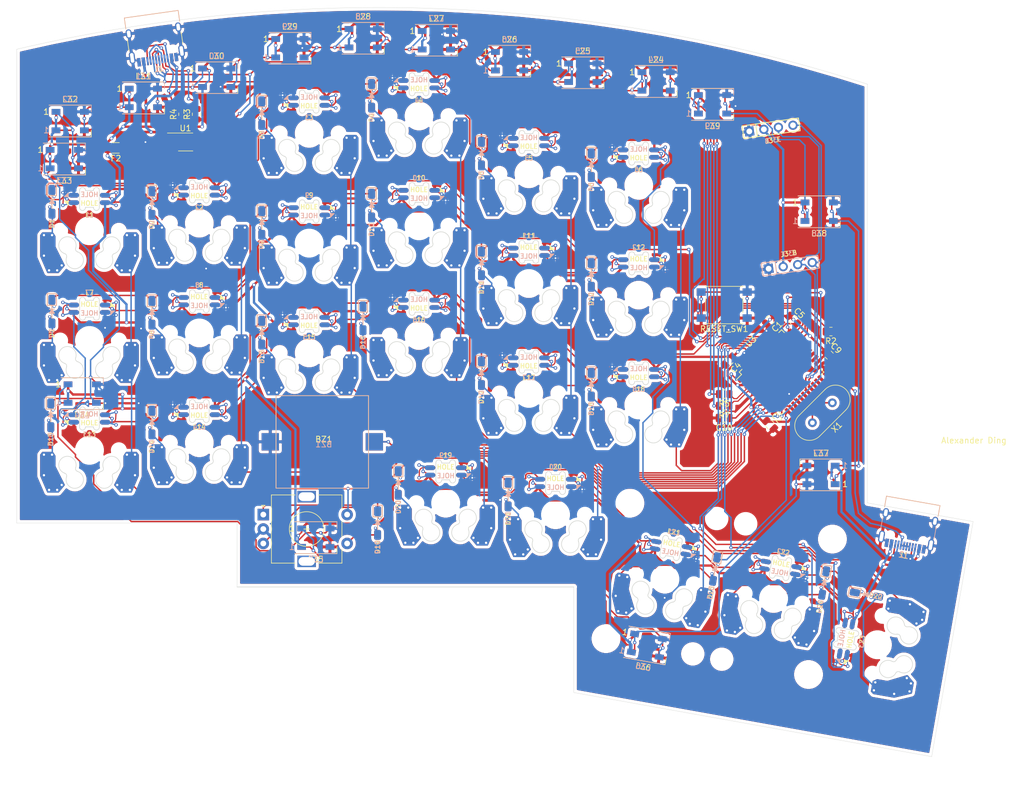
<source format=kicad_pcb>
(kicad_pcb (version 20171130) (host pcbnew 5.1.9)
  (layers (0 F.Cu signal) (31 B.Cu signal) (34 B.Paste user hide) (35 F.Paste user hide) (36 B.SilkS user) (37 F.SilkS user) (38 B.Mask user hide) (39 F.Mask user hide) (44 Edge.Cuts user))
  (net 0 "")
  (net 1 "Net-(J1-PadA5)")
  (net 2 "Net-(J1-PadB5)")
  (net 3 "Net-(D1-Pad2)")
  (net 4 "Net-(D2-Pad2)")
  (net 5 "Net-(D3-Pad2)")
  (net 6 "Net-(D4-Pad2)")
  (net 7 "Net-(D5-Pad2)")
  (net 8 "Net-(D6-Pad2)")
  (net 9 "Net-(D7-Pad2)")
  (net 10 "Net-(D8-Pad2)")
  (net 11 "Net-(D9-Pad2)")
  (net 12 "Net-(D10-Pad2)")
  (net 13 "Net-(D11-Pad2)")
  (net 14 "Net-(D12-Pad2)")
  (net 15 "Net-(D13-Pad2)")
  (net 16 "Net-(D14-Pad2)")
  (net 17 "Net-(D15-Pad2)")
  (net 18 "Net-(D16-Pad2)")
  (net 19 "Net-(D17-Pad2)")
  (net 20 "Net-(D18-Pad2)")
  (net 21 "Net-(D19-Pad2)")
  (net 22 "Net-(D20-Pad2)")
  (net 23 "Net-(D21-Pad2)")
  (net 24 "Net-(D22-Pad2)")
  (net 25 "Net-(D23-Pad2)")
  (net 26 "Net-(D24-Pad2)")
  (net 27 COL2)
  (net 28 COL3)
  (net 29 COL4)
  (net 30 COL5)
  (net 31 COL0)
  (net 32 COL1)
  (net 33 VCC)
  (net 34 RESET)
  (net 35 D-)
  (net 36 D+)
  (net 37 RX)
  (net 38 GND)
  (net 39 BUZZER)
  (net 40 ROW0)
  (net 41 ROW1)
  (net 42 ROW2)
  (net 43 ROW3)
  (net 44 +5V)
  (net 45 SDA)
  (net 46 SCL)
  (net 47 "Net-(L1-Pad2)")
  (net 48 SK_LED)
  (net 49 "Net-(L2-Pad2)")
  (net 50 "Net-(L3-Pad2)")
  (net 51 "Net-(L4-Pad2)")
  (net 52 "Net-(L5-Pad2)")
  (net 53 "Net-(L12-Pad4)")
  (net 54 "Net-(L13-Pad4)")
  (net 55 "Net-(L7-Pad4)")
  (net 56 "Net-(L8-Pad4)")
  (net 57 "Net-(L10-Pad2)")
  (net 58 "Net-(L10-Pad4)")
  (net 59 "Net-(L11-Pad4)")
  (net 60 "Net-(L13-Pad2)")
  (net 61 "Net-(L14-Pad2)")
  (net 62 "Net-(L15-Pad2)")
  (net 63 "Net-(L16-Pad2)")
  (net 64 "Net-(L17-Pad2)")
  (net 65 "Net-(L18-Pad2)")
  (net 66 "Net-(L19-Pad2)")
  (net 67 "Net-(L19-Pad4)")
  (net 68 "Net-(L20-Pad4)")
  (net 69 "Net-(L21-Pad4)")
  (net 70 "Net-(L22-Pad4)")
  (net 71 "Net-(L24-Pad2)")
  (net 72 WS_LED)
  (net 73 "Net-(L25-Pad2)")
  (net 74 "Net-(L26-Pad2)")
  (net 75 "Net-(L27-Pad2)")
  (net 76 "Net-(L28-Pad2)")
  (net 77 "Net-(L29-Pad2)")
  (net 78 "Net-(L30-Pad2)")
  (net 79 "Net-(L31-Pad2)")
  (net 80 "Net-(L32-Pad2)")
  (net 81 "Net-(L33-Pad2)")
  (net 82 "Net-(L34-Pad2)")
  (net 83 "Net-(L35-Pad2)")
  (net 84 "Net-(L36-Pad2)")
  (net 85 "Net-(L37-Pad2)")
  (net 86 "Net-(L38-Pad2)")
  (net 87 "Net-(L39-Pad2)")
  (net 88 ROT_A)
  (net 89 ROT_B)
  (net 90 "Net-(U3-Pad42)")
  (net 91 "Net-(R2-Pad2)")
  (net 92 "Net-(U3-Pad27)")
  (net 93 XTAL1)
  (net 94 XTAL2)
  (net 95 "Net-(C10-Pad1)")
  (net 96 DN)
  (net 97 DP)
  (net 98 "Net-(U3-Pad29)")
  (net 99 "Net-(U3-Pad28)")
  (net 100 "Net-(U3-Pad26)")
  (net 101 "Net-(U3-Pad25)")
  (net 102 "Net-(U3-Pad22)")
  (net 103 "Net-(U3-Pad21)")
  (module reversible-kicad-footprints:SW_Push_1P1T_NO_6x6mm_H9.5mm (layer F.Cu) (at 134.01 56.21)
    (fp_text reference RESET_SW1 (at 0 4.13) (layer F.SilkS))
    (fp_text value SW_PUSH hide)
    (pad 2 smd rect (at -3.975 -2.25) (size 1.55 1.3) (layers B.Cu B.Paste B.Mask) (net 38 GND))
    (pad 2 smd rect (at 3.975 -2.25) (size 1.55 1.3) (layers B.Cu B.Paste B.Mask) (net 38 GND))
    (pad 1 smd rect (at -3.975 2.25) (size 1.55 1.3) (layers B.Cu B.Paste B.Mask) (net 34 RESET))
    (pad 1 smd rect (at 3.975 2.25) (size 1.55 1.3) (layers B.Cu B.Paste B.Mask) (net 34 RESET))
    (pad 2 smd rect (at -3.975 2.25) (size 1.55 1.3) (layers F.Cu F.Paste F.Mask) (net 38 GND))
    (pad 1 smd rect (at -3.975 -2.25) (size 1.55 1.3) (layers F.Cu F.Paste F.Mask) (net 34 RESET))
    (pad 1 smd rect (at 3.975 -2.25) (size 1.55 1.3) (layers F.Cu F.Paste F.Mask) (net 34 RESET))
    (pad 2 smd rect (at 3.975 2.25) (size 1.55 1.3) (layers F.Cu F.Paste F.Mask) (net 38 GND))
  )
  (module reversible-kicad-footprints:OLED-SSD1306-128x64 (layer F.Cu) (at 143.8 37.5 8)
    (fp_text reference J3)
    (fp_text value OLED)
    (fp_text user "%R F" (at 0 9.9 8) (layer B.SilkS) (effects (font (size 0.8128 0.8128) (thickness 0.1524)) (justify mirror)))
    (fp_text user "%R B" (at 0 -9.9 8) (layer B.SilkS) (effects (font (size 0.8128 0.8128) (thickness 0.1524)) (justify mirror)))
    (fp_text user "%R B" (at 0 9.9 8) (layer F.SilkS) (effects (font (size 0.8128 0.8128) (thickness 0.1524))))
    (fp_text user "%R F" (at 0 -9.9 8) (layer F.SilkS) (effects (font (size 0.8128 0.8128) (thickness 0.1524))))
    (pad 4 thru_hole circle (at 3.81 12 188) (size 1.6 1.6) (drill 1) (layers *.Cu *.Mask) (net 45 SDA))
    (pad 3 thru_hole circle (at 1.27 12 188) (size 1.6 1.6) (drill 1) (layers *.Cu *.Mask) (net 46 SCL))
    (pad 2 thru_hole circle (at -1.27 12 188) (size 1.6 1.6) (drill 1) (layers *.Cu *.Mask) (net 44 +5V))
    (pad 1 thru_hole rect (at -3.81 12 188) (size 1.6 1.6) (drill 1) (layers *.Cu *.Mask) (net 38 GND))
    (pad 2 thru_hole circle (at -1.27 -12 8) (size 1.6 1.6) (drill 1) (layers *.Cu *.Mask) (net 44 +5V))
    (pad 4 thru_hole circle (at 3.81 -12 8) (size 1.6 1.6) (drill 1) (layers *.Cu *.Mask) (net 45 SDA))
    (pad 3 thru_hole circle (at 1.27 -12 8) (size 1.6 1.6) (drill 1) (layers *.Cu *.Mask) (net 46 SCL))
    (pad 1 thru_hole rect (at -3.81 -12 8) (size 1.6 1.6) (drill 1) (layers *.Cu *.Mask) (net 38 GND))
  )
  (module Package_QFP:TQFP-44_10x10mm_P0.8mm (layer F.Cu) (at 143.93 67.81 45)
    (fp_text reference U3 (at 0 -7.45 45) (layer F.SilkS))
    (fp_text value ATmega32U4-AU)
    (pad 44 smd rect (at -4 -5.7 135) (size 1.5 0.55) (layers F.Cu F.Paste F.Mask) (net 44 +5V))
    (pad 43 smd rect (at -3.2 -5.7 135) (size 1.5 0.55) (layers F.Cu F.Paste F.Mask) (net 38 GND))
    (pad 42 smd rect (at -2.4 -5.7 135) (size 1.5 0.55) (layers F.Cu F.Paste F.Mask) (net 90 "Net-(U3-Pad42)"))
    (pad 41 smd rect (at -1.6 -5.7 135) (size 1.5 0.55) (layers F.Cu F.Paste F.Mask) (net 27 COL2))
    (pad 40 smd rect (at -0.8 -5.7 135) (size 1.5 0.55) (layers F.Cu F.Paste F.Mask) (net 28 COL3))
    (pad 39 smd rect (at 0 -5.7 135) (size 1.5 0.55) (layers F.Cu F.Paste F.Mask) (net 29 COL4))
    (pad 38 smd rect (at 0.8 -5.7 135) (size 1.5 0.55) (layers F.Cu F.Paste F.Mask) (net 30 COL5))
    (pad 37 smd rect (at 1.6 -5.7 135) (size 1.5 0.55) (layers F.Cu F.Paste F.Mask) (net 48 SK_LED))
    (pad 36 smd rect (at 2.4 -5.7 135) (size 1.5 0.55) (layers F.Cu F.Paste F.Mask) (net 72 WS_LED))
    (pad 35 smd rect (at 3.2 -5.7 135) (size 1.5 0.55) (layers F.Cu F.Paste F.Mask) (net 38 GND))
    (pad 34 smd rect (at 4 -5.7 135) (size 1.5 0.55) (layers F.Cu F.Paste F.Mask) (net 44 +5V))
    (pad 33 smd rect (at 5.7 -4 45) (size 1.5 0.55) (layers F.Cu F.Paste F.Mask) (net 91 "Net-(R2-Pad2)"))
    (pad 32 smd rect (at 5.7 -3.2 45) (size 1.5 0.55) (layers F.Cu F.Paste F.Mask) (net 42 ROW2))
    (pad 31 smd rect (at 5.7 -2.4 45) (size 1.5 0.55) (layers F.Cu F.Paste F.Mask) (net 41 ROW1))
    (pad 30 smd rect (at 5.7 -1.6 45) (size 1.5 0.55) (layers F.Cu F.Paste F.Mask) (net 40 ROW0))
    (pad 29 smd rect (at 5.7 -0.8 45) (size 1.5 0.55) (layers F.Cu F.Paste F.Mask) (net 98 "Net-(U3-Pad29)"))
    (pad 28 smd rect (at 5.7 0 45) (size 1.5 0.55) (layers F.Cu F.Paste F.Mask) (net 99 "Net-(U3-Pad28)"))
    (pad 27 smd rect (at 5.7 0.8 45) (size 1.5 0.55) (layers F.Cu F.Paste F.Mask) (net 92 "Net-(U3-Pad27)"))
    (pad 26 smd rect (at 5.7 1.6 45) (size 1.5 0.55) (layers F.Cu F.Paste F.Mask) (net 100 "Net-(U3-Pad26)"))
    (pad 25 smd rect (at 5.7 2.4 45) (size 1.5 0.55) (layers F.Cu F.Paste F.Mask) (net 101 "Net-(U3-Pad25)"))
    (pad 24 smd rect (at 5.7 3.2 45) (size 1.5 0.55) (layers F.Cu F.Paste F.Mask) (net 44 +5V))
    (pad 23 smd rect (at 5.7 4 45) (size 1.5 0.55) (layers F.Cu F.Paste F.Mask) (net 38 GND))
    (pad 22 smd rect (at 4 5.7 135) (size 1.5 0.55) (layers F.Cu F.Paste F.Mask) (net 102 "Net-(U3-Pad22)"))
    (pad 21 smd rect (at 3.2 5.7 135) (size 1.5 0.55) (layers F.Cu F.Paste F.Mask) (net 103 "Net-(U3-Pad21)"))
    (pad 20 smd rect (at 2.4 5.7 135) (size 1.5 0.55) (layers F.Cu F.Paste F.Mask) (net 37 RX))
    (pad 19 smd rect (at 1.6 5.7 135) (size 1.5 0.55) (layers F.Cu F.Paste F.Mask) (net 45 SDA))
    (pad 18 smd rect (at 0.8 5.7 135) (size 1.5 0.55) (layers F.Cu F.Paste F.Mask) (net 46 SCL))
    (pad 17 smd rect (at 0 5.7 135) (size 1.5 0.55) (layers F.Cu F.Paste F.Mask) (net 93 XTAL1))
    (pad 16 smd rect (at -0.8 5.7 135) (size 1.5 0.55) (layers F.Cu F.Paste F.Mask) (net 94 XTAL2))
    (pad 15 smd rect (at -1.6 5.7 135) (size 1.5 0.55) (layers F.Cu F.Paste F.Mask) (net 38 GND))
    (pad 14 smd rect (at -2.4 5.7 135) (size 1.5 0.55) (layers F.Cu F.Paste F.Mask) (net 44 +5V))
    (pad 13 smd rect (at -3.2 5.7 135) (size 1.5 0.55) (layers F.Cu F.Paste F.Mask) (net 34 RESET))
    (pad 12 smd rect (at -4 5.7 135) (size 1.5 0.55) (layers F.Cu F.Paste F.Mask) (net 43 ROW3))
    (pad 11 smd rect (at -5.7 4 45) (size 1.5 0.55) (layers F.Cu F.Paste F.Mask) (net 89 ROT_B))
    (pad 10 smd rect (at -5.7 3.2 45) (size 1.5 0.55) (layers F.Cu F.Paste F.Mask) (net 88 ROT_A))
    (pad 9 smd rect (at -5.7 2.4 45) (size 1.5 0.55) (layers F.Cu F.Paste F.Mask) (net 31 COL0))
    (pad 8 smd rect (at -5.7 1.6 45) (size 1.5 0.55) (layers F.Cu F.Paste F.Mask) (net 32 COL1))
    (pad 7 smd rect (at -5.7 0.8 45) (size 1.5 0.55) (layers F.Cu F.Paste F.Mask) (net 44 +5V))
    (pad 6 smd rect (at -5.7 0 45) (size 1.5 0.55) (layers F.Cu F.Paste F.Mask) (net 95 "Net-(C10-Pad1)"))
    (pad 5 smd rect (at -5.7 -0.8 45) (size 1.5 0.55) (layers F.Cu F.Paste F.Mask) (net 38 GND))
    (pad 4 smd rect (at -5.7 -1.6 45) (size 1.5 0.55) (layers F.Cu F.Paste F.Mask) (net 36 D+))
    (pad 3 smd rect (at -5.7 -2.4 45) (size 1.5 0.55) (layers F.Cu F.Paste F.Mask) (net 35 D-))
    (pad 2 smd rect (at -5.7 -3.2 45) (size 1.5 0.55) (layers F.Cu F.Paste F.Mask) (net 44 +5V))
    (pad 1 smd rect (at -5.7 -4 45) (size 1.5 0.55) (layers F.Cu F.Paste F.Mask) (net 39 BUZZER))
  )
  (module reversible-kicad-footprints:USB_C_Receptacle_HRO_TYPE-C-31-M-12 (layer F.Cu) (at 35.45 9.73 188)
    (fp_text reference J1 (at 0 -5.645 8) (layer F.SilkS))
    (fp_text value USB_C_Receptacle_USB2.0 hide)
    (fp_text user J1 (at 0 -5.645 188) (layer B.SilkS) (effects (justify mirror)))
    (pad A8 smd rect (at 1.25 -4.045 8) (size 0.3 1.45) (layers F.Cu F.Paste F.Mask))
    (pad B8 smd rect (at -1.75 -4.045 8) (size 0.3 1.45) (layers F.Cu F.Paste F.Mask))
    (pad A4 smd rect (at 2.45 -4.045 8) (size 0.6 1.45) (layers B.Cu B.Paste B.Mask) (net 33 VCC))
    (pad B4 smd rect (at -2.45 -4.045 8) (size 0.6 1.45) (layers B.Cu B.Paste B.Mask) (net 33 VCC))
    (pad A1 smd rect (at 3.25 -4.045 8) (size 0.6 1.45) (layers B.Cu B.Paste B.Mask) (net 38 GND))
    (pad B1 smd rect (at -3.25 -4.045 8) (size 0.6 1.45) (layers B.Cu B.Paste B.Mask) (net 38 GND))
    (pad A7 smd rect (at -0.25 -4.045 8) (size 0.3 1.45) (layers B.Cu B.Paste B.Mask) (net 96 DN))
    (pad A8 smd rect (at -1.25 -4.045 8) (size 0.3 1.45) (layers B.Cu B.Paste B.Mask))
    (pad B8 smd rect (at 1.75 -4.045 8) (size 0.3 1.45) (layers B.Cu B.Paste B.Mask))
    (pad B6 smd rect (at -0.75 -4.045 8) (size 0.3 1.45) (layers B.Cu B.Paste B.Mask) (net 97 DP))
    (pad A5 smd rect (at 1.25 -4.045 8) (size 0.3 1.45) (layers B.Cu B.Paste B.Mask) (net 1 "Net-(J1-PadA5)"))
    (pad B5 smd rect (at -1.75 -4.045 8) (size 0.3 1.45) (layers B.Cu B.Paste B.Mask) (net 2 "Net-(J1-PadB5)"))
    (pad A6 smd rect (at 0.25 -4.045 8) (size 0.3 1.45) (layers B.Cu B.Paste B.Mask) (net 97 DP))
    (pad B7 smd rect (at 0.75 -4.045 8) (size 0.3 1.45) (layers B.Cu B.Paste B.Mask) (net 96 DN))
    (pad S1 thru_hole oval (at 4.32 1.05 188) (size 1 1.6) (drill oval 0.6 1.2) (layers *.Cu *.Mask) (net 38 GND))
    (pad "" np_thru_hole circle (at 2.89 -2.6 188) (size 0.65 0.65) (drill 0.65) (layers *.Cu *.Mask))
    (pad S1 thru_hole oval (at -4.32 1.05 188) (size 1 1.6) (drill oval 0.6 1.2) (layers *.Cu *.Mask) (net 38 GND))
    (pad "" np_thru_hole circle (at -2.89 -2.6 188) (size 0.65 0.65) (drill 0.65) (layers *.Cu *.Mask))
    (pad S1 thru_hole oval (at -4.32 -3.13 188) (size 1 2.1) (drill oval 0.6 1.7) (layers *.Cu *.Mask) (net 38 GND))
    (pad S1 thru_hole oval (at 4.32 -3.13 188) (size 1 2.1) (drill oval 0.6 1.7) (layers *.Cu *.Mask) (net 38 GND))
    (pad A6 smd rect (at -0.25 -4.045 188) (size 0.3 1.45) (layers F.Cu F.Paste F.Mask) (net 97 DP))
    (pad B5 smd rect (at 1.75 -4.045 188) (size 0.3 1.45) (layers F.Cu F.Paste F.Mask) (net 2 "Net-(J1-PadB5)"))
    (pad B6 smd rect (at 0.75 -4.045 188) (size 0.3 1.45) (layers F.Cu F.Paste F.Mask) (net 97 DP))
    (pad A7 smd rect (at 0.25 -4.045 188) (size 0.3 1.45) (layers F.Cu F.Paste F.Mask) (net 96 DN))
    (pad B7 smd rect (at -0.75 -4.045 188) (size 0.3 1.45) (layers F.Cu F.Paste F.Mask) (net 96 DN))
    (pad A5 smd rect (at -1.25 -4.045 188) (size 0.3 1.45) (layers F.Cu F.Paste F.Mask) (net 1 "Net-(J1-PadA5)"))
    (pad B4 smd rect (at 2.45 -4.045 188) (size 0.6 1.45) (layers F.Cu F.Paste F.Mask) (net 33 VCC))
    (pad A4 smd rect (at -2.45 -4.045 188) (size 0.6 1.45) (layers F.Cu F.Paste F.Mask) (net 33 VCC))
    (pad A1 smd rect (at -3.25 -4.045 188) (size 0.6 1.45) (layers F.Cu F.Paste F.Mask) (net 38 GND))
    (pad B1 smd rect (at 3.25 -4.045 188) (size 0.6 1.45) (layers F.Cu F.Paste F.Mask) (net 38 GND))
  )
  (module keebio_parts:RotaryEncoder_EC11 (layer F.Cu) (at 61.79 94.97)
    (fp_text reference SW19 hide)
    (fp_text value Rotary_Encoder)
    (pad A thru_hole rect (at -7.5 -2.5) (size 2 2) (drill 1) (layers *.Cu *.Mask) (net 88 ROT_A))
    (pad C thru_hole circle (at -7.5 0) (size 2 2) (drill 1) (layers *.Cu *.Mask) (net 38 GND))
    (pad B thru_hole circle (at -7.5 2.5) (size 2 2) (drill 1) (layers *.Cu *.Mask) (net 89 ROT_B))
    (pad "" np_thru_hole rect (at 0 -5.6) (size 3.2 2) (drill oval 2.8 1.5) (layers *.Cu *.Mask))
    (pad "" np_thru_hole rect (at 0 5.6) (size 3.2 2) (drill oval 2.8 1.5) (layers *.Cu *.Mask))
    (pad S2 thru_hole circle (at 7 -2.5) (size 2 2) (drill 1) (layers *.Cu *.Mask) (net 31 COL0))
    (pad S1 thru_hole circle (at 7 2.5) (size 2 2) (drill 1) (layers *.Cu *.Mask) (net 21 "Net-(D19-Pad2)"))
  )
  (module reversible-kicad-footprints:ws2812_reversible (layer B.Cu) (at 131.998592 21.468521)
    (fp_text reference L39 (at 0 3.75) (layer B.SilkS) (effects (justify mirror)))
    (fp_text value WS2812B hide)
    (fp_text user %R (at 0 3.75) (layer F.SilkS))
    (fp_text user 1 (at -4.15 -1.6) (layer F.SilkS))
    (fp_text user 1 (at -4.15 1.6) (layer B.SilkS) (effects (justify mirror)))
    (pad 4 smd rect (at 2.45 -1.6) (size 1.5 1) (layers F.Cu F.Paste F.Mask) (net 86 "Net-(L38-Pad2)"))
    (pad 2 smd rect (at -2.45 1.6) (size 1.5 1) (layers F.Cu F.Paste F.Mask) (net 87 "Net-(L39-Pad2)"))
    (pad 1 smd rect (at -2.45 -1.6) (size 1.5 1) (layers F.Cu F.Paste F.Mask) (net 44 +5V))
    (pad 3 smd rect (at 2.45 1.6) (size 1.5 1) (layers F.Cu F.Paste F.Mask) (net 38 GND))
    (pad 2 smd rect (at -2.45 -1.6) (size 1.5 1) (layers B.Cu B.Paste B.Mask) (net 87 "Net-(L39-Pad2)"))
    (pad 3 smd rect (at 2.45 -1.6) (size 1.5 1) (layers B.Cu B.Paste B.Mask) (net 38 GND))
    (pad 1 smd rect (at -2.45 1.6) (size 1.5 1) (layers B.Cu B.Paste B.Mask) (net 44 +5V))
    (pad 4 smd rect (at 2.45 1.6) (size 1.5 1) (layers B.Cu B.Paste B.Mask) (net 86 "Net-(L38-Pad2)"))
  )
  (module reversible-kicad-footprints:ws2812_reversible (layer B.Cu) (at 150.43 40.06)
    (fp_text reference L38 (at 0 3.75) (layer B.SilkS) (effects (justify mirror)))
    (fp_text value WS2812B hide)
    (fp_text user %R (at 0 3.75) (layer F.SilkS))
    (fp_text user 1 (at -4.15 -1.6) (layer F.SilkS))
    (fp_text user 1 (at -4.15 1.6) (layer B.SilkS) (effects (justify mirror)))
    (pad 4 smd rect (at 2.45 -1.6) (size 1.5 1) (layers F.Cu F.Paste F.Mask) (net 85 "Net-(L37-Pad2)"))
    (pad 2 smd rect (at -2.45 1.6) (size 1.5 1) (layers F.Cu F.Paste F.Mask) (net 86 "Net-(L38-Pad2)"))
    (pad 1 smd rect (at -2.45 -1.6) (size 1.5 1) (layers F.Cu F.Paste F.Mask) (net 44 +5V))
    (pad 3 smd rect (at 2.45 1.6) (size 1.5 1) (layers F.Cu F.Paste F.Mask) (net 38 GND))
    (pad 2 smd rect (at -2.45 -1.6) (size 1.5 1) (layers B.Cu B.Paste B.Mask) (net 86 "Net-(L38-Pad2)"))
    (pad 3 smd rect (at 2.45 -1.6) (size 1.5 1) (layers B.Cu B.Paste B.Mask) (net 38 GND))
    (pad 1 smd rect (at -2.45 1.6) (size 1.5 1) (layers B.Cu B.Paste B.Mask) (net 44 +5V))
    (pad 4 smd rect (at 2.45 1.6) (size 1.5 1) (layers B.Cu B.Paste B.Mask) (net 85 "Net-(L37-Pad2)"))
  )
  (module reversible-kicad-footprints:ws2812_reversible (layer B.Cu) (at 150.76 85.6 180)
    (fp_text reference L37 (at 0 3.75) (layer B.SilkS) (effects (justify mirror)))
    (fp_text value WS2812B hide)
    (fp_text user %R (at 0 3.75) (layer F.SilkS))
    (fp_text user 1 (at -4.15 -1.6) (layer F.SilkS))
    (fp_text user 1 (at -4.15 1.6) (layer B.SilkS) (effects (justify mirror)))
    (pad 4 smd rect (at 2.45 -1.6 180) (size 1.5 1) (layers F.Cu F.Paste F.Mask) (net 84 "Net-(L36-Pad2)"))
    (pad 2 smd rect (at -2.45 1.6 180) (size 1.5 1) (layers F.Cu F.Paste F.Mask) (net 85 "Net-(L37-Pad2)"))
    (pad 1 smd rect (at -2.45 -1.6 180) (size 1.5 1) (layers F.Cu F.Paste F.Mask) (net 44 +5V))
    (pad 3 smd rect (at 2.45 1.6 180) (size 1.5 1) (layers F.Cu F.Paste F.Mask) (net 38 GND))
    (pad 2 smd rect (at -2.45 -1.6 180) (size 1.5 1) (layers B.Cu B.Paste B.Mask) (net 85 "Net-(L37-Pad2)"))
    (pad 3 smd rect (at 2.45 -1.6 180) (size 1.5 1) (layers B.Cu B.Paste B.Mask) (net 38 GND))
    (pad 1 smd rect (at -2.45 1.6 180) (size 1.5 1) (layers B.Cu B.Paste B.Mask) (net 44 +5V))
    (pad 4 smd rect (at 2.45 1.6 180) (size 1.5 1) (layers B.Cu B.Paste B.Mask) (net 84 "Net-(L36-Pad2)"))
  )
  (module reversible-kicad-footprints:ws2812_reversible (layer B.Cu) (at 120.654963 115.123772 350)
    (fp_text reference L36 (at 0 3.75 170) (layer B.SilkS) (effects (justify mirror)))
    (fp_text value WS2812B hide)
    (fp_text user %R (at 0 3.75 170) (layer F.SilkS))
    (fp_text user 1 (at -4.15 -1.6 170) (layer F.SilkS))
    (fp_text user 1 (at -4.15 1.6 170) (layer B.SilkS) (effects (justify mirror)))
    (pad 4 smd rect (at 2.45 -1.6 350) (size 1.5 1) (layers F.Cu F.Paste F.Mask) (net 83 "Net-(L35-Pad2)"))
    (pad 2 smd rect (at -2.45 1.6 350) (size 1.5 1) (layers F.Cu F.Paste F.Mask) (net 84 "Net-(L36-Pad2)"))
    (pad 1 smd rect (at -2.45 -1.6 350) (size 1.5 1) (layers F.Cu F.Paste F.Mask) (net 44 +5V))
    (pad 3 smd rect (at 2.45 1.6 350) (size 1.5 1) (layers F.Cu F.Paste F.Mask) (net 38 GND))
    (pad 2 smd rect (at -2.45 -1.6 350) (size 1.5 1) (layers B.Cu B.Paste B.Mask) (net 84 "Net-(L36-Pad2)"))
    (pad 3 smd rect (at 2.45 -1.6 350) (size 1.5 1) (layers B.Cu B.Paste B.Mask) (net 38 GND))
    (pad 1 smd rect (at -2.45 1.6 350) (size 1.5 1) (layers B.Cu B.Paste B.Mask) (net 44 +5V))
    (pad 4 smd rect (at 2.45 1.6 350) (size 1.5 1) (layers B.Cu B.Paste B.Mask) (net 83 "Net-(L35-Pad2)"))
  )
  (module reversible-kicad-footprints:ws2812_reversible (layer B.Cu) (at 63.374324 96.467721)
    (fp_text reference L35 (at 0 3.75) (layer B.SilkS) (effects (justify mirror)))
    (fp_text value WS2812B hide)
    (fp_text user %R (at 0 3.75) (layer F.SilkS))
    (fp_text user 1 (at -4.15 -1.6) (layer F.SilkS))
    (fp_text user 1 (at -4.15 1.6) (layer B.SilkS) (effects (justify mirror)))
    (pad 4 smd rect (at 2.45 -1.6) (size 1.5 1) (layers F.Cu F.Paste F.Mask) (net 82 "Net-(L34-Pad2)"))
    (pad 2 smd rect (at -2.45 1.6) (size 1.5 1) (layers F.Cu F.Paste F.Mask) (net 83 "Net-(L35-Pad2)"))
    (pad 1 smd rect (at -2.45 -1.6) (size 1.5 1) (layers F.Cu F.Paste F.Mask) (net 44 +5V))
    (pad 3 smd rect (at 2.45 1.6) (size 1.5 1) (layers F.Cu F.Paste F.Mask) (net 38 GND))
    (pad 2 smd rect (at -2.45 -1.6) (size 1.5 1) (layers B.Cu B.Paste B.Mask) (net 83 "Net-(L35-Pad2)"))
    (pad 3 smd rect (at 2.45 -1.6) (size 1.5 1) (layers B.Cu B.Paste B.Mask) (net 38 GND))
    (pad 1 smd rect (at -2.45 1.6) (size 1.5 1) (layers B.Cu B.Paste B.Mask) (net 44 +5V))
    (pad 4 smd rect (at 2.45 1.6) (size 1.5 1) (layers B.Cu B.Paste B.Mask) (net 82 "Net-(L34-Pad2)"))
  )
  (module reversible-kicad-footprints:ws2812_reversible (layer B.Cu) (at 22.968505 71.530487)
    (fp_text reference L34 (at 0 3.75) (layer B.SilkS) (effects (justify mirror)))
    (fp_text value WS2812B hide)
    (fp_text user %R (at 0 3.75) (layer F.SilkS))
    (fp_text user 1 (at -4.15 -1.6) (layer F.SilkS))
    (fp_text user 1 (at -4.15 1.6) (layer B.SilkS) (effects (justify mirror)))
    (pad 4 smd rect (at 2.45 -1.6) (size 1.5 1) (layers F.Cu F.Paste F.Mask) (net 81 "Net-(L33-Pad2)"))
    (pad 2 smd rect (at -2.45 1.6) (size 1.5 1) (layers F.Cu F.Paste F.Mask) (net 82 "Net-(L34-Pad2)"))
    (pad 1 smd rect (at -2.45 -1.6) (size 1.5 1) (layers F.Cu F.Paste F.Mask) (net 44 +5V))
    (pad 3 smd rect (at 2.45 1.6) (size 1.5 1) (layers F.Cu F.Paste F.Mask) (net 38 GND))
    (pad 2 smd rect (at -2.45 -1.6) (size 1.5 1) (layers B.Cu B.Paste B.Mask) (net 82 "Net-(L34-Pad2)"))
    (pad 3 smd rect (at 2.45 -1.6) (size 1.5 1) (layers B.Cu B.Paste B.Mask) (net 38 GND))
    (pad 1 smd rect (at -2.45 1.6) (size 1.5 1) (layers B.Cu B.Paste B.Mask) (net 44 +5V))
    (pad 4 smd rect (at 2.45 1.6) (size 1.5 1) (layers B.Cu B.Paste B.Mask) (net 81 "Net-(L33-Pad2)"))
  )
  (module reversible-kicad-footprints:ws2812_reversible (layer B.Cu) (at 19.874788 30.93717)
    (fp_text reference L33 (at 0 3.75) (layer B.SilkS) (effects (justify mirror)))
    (fp_text value WS2812B hide)
    (fp_text user %R (at 0 3.75) (layer F.SilkS))
    (fp_text user 1 (at -4.15 -1.6) (layer F.SilkS))
    (fp_text user 1 (at -4.15 1.6) (layer B.SilkS) (effects (justify mirror)))
    (pad 4 smd rect (at 2.45 -1.6) (size 1.5 1) (layers F.Cu F.Paste F.Mask) (net 80 "Net-(L32-Pad2)"))
    (pad 2 smd rect (at -2.45 1.6) (size 1.5 1) (layers F.Cu F.Paste F.Mask) (net 81 "Net-(L33-Pad2)"))
    (pad 1 smd rect (at -2.45 -1.6) (size 1.5 1) (layers F.Cu F.Paste F.Mask) (net 44 +5V))
    (pad 3 smd rect (at 2.45 1.6) (size 1.5 1) (layers F.Cu F.Paste F.Mask) (net 38 GND))
    (pad 2 smd rect (at -2.45 -1.6) (size 1.5 1) (layers B.Cu B.Paste B.Mask) (net 81 "Net-(L33-Pad2)"))
    (pad 3 smd rect (at 2.45 -1.6) (size 1.5 1) (layers B.Cu B.Paste B.Mask) (net 38 GND))
    (pad 1 smd rect (at -2.45 1.6) (size 1.5 1) (layers B.Cu B.Paste B.Mask) (net 44 +5V))
    (pad 4 smd rect (at 2.45 1.6) (size 1.5 1) (layers B.Cu B.Paste B.Mask) (net 80 "Net-(L32-Pad2)"))
  )
  (module reversible-kicad-footprints:ws2812_reversible (layer F.Cu) (at 20.885 24.358641)
    (fp_text reference L32 (at 0 -3.75) (layer F.SilkS))
    (fp_text value WS2812B hide)
    (fp_text user %R (at 0 -3.75) (layer B.SilkS) (effects (justify mirror)))
    (fp_text user 1 (at -4.15 1.6) (layer B.SilkS) (effects (justify mirror)))
    (fp_text user 1 (at -4.15 -1.6) (layer F.SilkS))
    (pad 4 smd rect (at 2.45 1.6) (size 1.5 1) (layers B.Cu B.Paste B.Mask) (net 79 "Net-(L31-Pad2)"))
    (pad 2 smd rect (at -2.45 -1.6) (size 1.5 1) (layers B.Cu B.Paste B.Mask) (net 80 "Net-(L32-Pad2)"))
    (pad 1 smd rect (at -2.45 1.6) (size 1.5 1) (layers B.Cu B.Paste B.Mask) (net 44 +5V))
    (pad 3 smd rect (at 2.45 -1.6) (size 1.5 1) (layers B.Cu B.Paste B.Mask) (net 38 GND))
    (pad 2 smd rect (at -2.45 1.6) (size 1.5 1) (layers F.Cu F.Paste F.Mask) (net 80 "Net-(L32-Pad2)"))
    (pad 3 smd rect (at 2.45 1.6) (size 1.5 1) (layers F.Cu F.Paste F.Mask) (net 38 GND))
    (pad 1 smd rect (at -2.45 -1.6) (size 1.5 1) (layers F.Cu F.Paste F.Mask) (net 44 +5V))
    (pad 4 smd rect (at 2.45 -1.6) (size 1.5 1) (layers F.Cu F.Paste F.Mask) (net 79 "Net-(L31-Pad2)"))
  )
  (module reversible-kicad-footprints:ws2812_reversible (layer F.Cu) (at 33.555 20.358641)
    (fp_text reference L31 (at 0 -3.75) (layer F.SilkS))
    (fp_text value WS2812B hide)
    (fp_text user %R (at 0 -3.75) (layer B.SilkS) (effects (justify mirror)))
    (fp_text user 1 (at -4.15 1.6) (layer B.SilkS) (effects (justify mirror)))
    (fp_text user 1 (at -4.15 -1.6) (layer F.SilkS))
    (pad 4 smd rect (at 2.45 1.6) (size 1.5 1) (layers B.Cu B.Paste B.Mask) (net 78 "Net-(L30-Pad2)"))
    (pad 2 smd rect (at -2.45 -1.6) (size 1.5 1) (layers B.Cu B.Paste B.Mask) (net 79 "Net-(L31-Pad2)"))
    (pad 1 smd rect (at -2.45 1.6) (size 1.5 1) (layers B.Cu B.Paste B.Mask) (net 44 +5V))
    (pad 3 smd rect (at 2.45 -1.6) (size 1.5 1) (layers B.Cu B.Paste B.Mask) (net 38 GND))
    (pad 2 smd rect (at -2.45 1.6) (size 1.5 1) (layers F.Cu F.Paste F.Mask) (net 79 "Net-(L31-Pad2)"))
    (pad 3 smd rect (at 2.45 1.6) (size 1.5 1) (layers F.Cu F.Paste F.Mask) (net 38 GND))
    (pad 1 smd rect (at -2.45 -1.6) (size 1.5 1) (layers F.Cu F.Paste F.Mask) (net 44 +5V))
    (pad 4 smd rect (at 2.45 -1.6) (size 1.5 1) (layers F.Cu F.Paste F.Mask) (net 78 "Net-(L30-Pad2)"))
  )
  (module reversible-kicad-footprints:ws2812_reversible (layer F.Cu) (at 46.225 16.858641)
    (fp_text reference L30 (at 0 -3.75) (layer F.SilkS))
    (fp_text value WS2812B hide)
    (fp_text user %R (at 0 -3.75) (layer B.SilkS) (effects (justify mirror)))
    (fp_text user 1 (at -4.15 1.6) (layer B.SilkS) (effects (justify mirror)))
    (fp_text user 1 (at -4.15 -1.6) (layer F.SilkS))
    (pad 4 smd rect (at 2.45 1.6) (size 1.5 1) (layers B.Cu B.Paste B.Mask) (net 77 "Net-(L29-Pad2)"))
    (pad 2 smd rect (at -2.45 -1.6) (size 1.5 1) (layers B.Cu B.Paste B.Mask) (net 78 "Net-(L30-Pad2)"))
    (pad 1 smd rect (at -2.45 1.6) (size 1.5 1) (layers B.Cu B.Paste B.Mask) (net 44 +5V))
    (pad 3 smd rect (at 2.45 -1.6) (size 1.5 1) (layers B.Cu B.Paste B.Mask) (net 38 GND))
    (pad 2 smd rect (at -2.45 1.6) (size 1.5 1) (layers F.Cu F.Paste F.Mask) (net 78 "Net-(L30-Pad2)"))
    (pad 3 smd rect (at 2.45 1.6) (size 1.5 1) (layers F.Cu F.Paste F.Mask) (net 38 GND))
    (pad 1 smd rect (at -2.45 -1.6) (size 1.5 1) (layers F.Cu F.Paste F.Mask) (net 44 +5V))
    (pad 4 smd rect (at 2.45 -1.6) (size 1.5 1) (layers F.Cu F.Paste F.Mask) (net 77 "Net-(L29-Pad2)"))
  )
  (module reversible-kicad-footprints:ws2812_reversible (layer F.Cu) (at 58.885 11.758641)
    (fp_text reference L29 (at 0 -3.75) (layer F.SilkS))
    (fp_text value WS2812B hide)
    (fp_text user %R (at 0 -3.75) (layer B.SilkS) (effects (justify mirror)))
    (fp_text user 1 (at -4.15 1.6) (layer B.SilkS) (effects (justify mirror)))
    (fp_text user 1 (at -4.15 -1.6) (layer F.SilkS))
    (pad 4 smd rect (at 2.45 1.6) (size 1.5 1) (layers B.Cu B.Paste B.Mask) (net 76 "Net-(L28-Pad2)"))
    (pad 2 smd rect (at -2.45 -1.6) (size 1.5 1) (layers B.Cu B.Paste B.Mask) (net 77 "Net-(L29-Pad2)"))
    (pad 1 smd rect (at -2.45 1.6) (size 1.5 1) (layers B.Cu B.Paste B.Mask) (net 44 +5V))
    (pad 3 smd rect (at 2.45 -1.6) (size 1.5 1) (layers B.Cu B.Paste B.Mask) (net 38 GND))
    (pad 2 smd rect (at -2.45 1.6) (size 1.5 1) (layers F.Cu F.Paste F.Mask) (net 77 "Net-(L29-Pad2)"))
    (pad 3 smd rect (at 2.45 1.6) (size 1.5 1) (layers F.Cu F.Paste F.Mask) (net 38 GND))
    (pad 1 smd rect (at -2.45 -1.6) (size 1.5 1) (layers F.Cu F.Paste F.Mask) (net 44 +5V))
    (pad 4 smd rect (at 2.45 -1.6) (size 1.5 1) (layers F.Cu F.Paste F.Mask) (net 76 "Net-(L28-Pad2)"))
  )
  (module reversible-kicad-footprints:ws2812_reversible (layer F.Cu) (at 71.555 10.03)
    (fp_text reference L28 (at 0 -3.75) (layer F.SilkS))
    (fp_text value WS2812B hide)
    (fp_text user %R (at 0 -3.75) (layer B.SilkS) (effects (justify mirror)))
    (fp_text user 1 (at -4.15 1.6) (layer B.SilkS) (effects (justify mirror)))
    (fp_text user 1 (at -4.15 -1.6) (layer F.SilkS))
    (pad 4 smd rect (at 2.45 1.6) (size 1.5 1) (layers B.Cu B.Paste B.Mask) (net 75 "Net-(L27-Pad2)"))
    (pad 2 smd rect (at -2.45 -1.6) (size 1.5 1) (layers B.Cu B.Paste B.Mask) (net 76 "Net-(L28-Pad2)"))
    (pad 1 smd rect (at -2.45 1.6) (size 1.5 1) (layers B.Cu B.Paste B.Mask) (net 44 +5V))
    (pad 3 smd rect (at 2.45 -1.6) (size 1.5 1) (layers B.Cu B.Paste B.Mask) (net 38 GND))
    (pad 2 smd rect (at -2.45 1.6) (size 1.5 1) (layers F.Cu F.Paste F.Mask) (net 76 "Net-(L28-Pad2)"))
    (pad 3 smd rect (at 2.45 1.6) (size 1.5 1) (layers F.Cu F.Paste F.Mask) (net 38 GND))
    (pad 1 smd rect (at -2.45 -1.6) (size 1.5 1) (layers F.Cu F.Paste F.Mask) (net 44 +5V))
    (pad 4 smd rect (at 2.45 -1.6) (size 1.5 1) (layers F.Cu F.Paste F.Mask) (net 75 "Net-(L27-Pad2)"))
  )
  (module reversible-kicad-footprints:ws2812_reversible (layer F.Cu) (at 84.225 10.37)
    (fp_text reference L27 (at 0 -3.75) (layer F.SilkS))
    (fp_text value WS2812B hide)
    (fp_text user %R (at 0 -3.75) (layer B.SilkS) (effects (justify mirror)))
    (fp_text user 1 (at -4.15 1.6) (layer B.SilkS) (effects (justify mirror)))
    (fp_text user 1 (at -4.15 -1.6) (layer F.SilkS))
    (pad 4 smd rect (at 2.45 1.6) (size 1.5 1) (layers B.Cu B.Paste B.Mask) (net 74 "Net-(L26-Pad2)"))
    (pad 2 smd rect (at -2.45 -1.6) (size 1.5 1) (layers B.Cu B.Paste B.Mask) (net 75 "Net-(L27-Pad2)"))
    (pad 1 smd rect (at -2.45 1.6) (size 1.5 1) (layers B.Cu B.Paste B.Mask) (net 44 +5V))
    (pad 3 smd rect (at 2.45 -1.6) (size 1.5 1) (layers B.Cu B.Paste B.Mask) (net 38 GND))
    (pad 2 smd rect (at -2.45 1.6) (size 1.5 1) (layers F.Cu F.Paste F.Mask) (net 75 "Net-(L27-Pad2)"))
    (pad 3 smd rect (at 2.45 1.6) (size 1.5 1) (layers F.Cu F.Paste F.Mask) (net 38 GND))
    (pad 1 smd rect (at -2.45 -1.6) (size 1.5 1) (layers F.Cu F.Paste F.Mask) (net 44 +5V))
    (pad 4 smd rect (at 2.45 -1.6) (size 1.5 1) (layers F.Cu F.Paste F.Mask) (net 74 "Net-(L26-Pad2)"))
  )
  (module reversible-kicad-footprints:ws2812_reversible (layer F.Cu) (at 96.885 14)
    (fp_text reference L26 (at 0 -3.75) (layer F.SilkS))
    (fp_text value WS2812B hide)
    (fp_text user %R (at 0 -3.75) (layer B.SilkS) (effects (justify mirror)))
    (fp_text user 1 (at -4.15 1.6) (layer B.SilkS) (effects (justify mirror)))
    (fp_text user 1 (at -4.15 -1.6) (layer F.SilkS))
    (pad 4 smd rect (at 2.45 1.6) (size 1.5 1) (layers B.Cu B.Paste B.Mask) (net 73 "Net-(L25-Pad2)"))
    (pad 2 smd rect (at -2.45 -1.6) (size 1.5 1) (layers B.Cu B.Paste B.Mask) (net 74 "Net-(L26-Pad2)"))
    (pad 1 smd rect (at -2.45 1.6) (size 1.5 1) (layers B.Cu B.Paste B.Mask) (net 44 +5V))
    (pad 3 smd rect (at 2.45 -1.6) (size 1.5 1) (layers B.Cu B.Paste B.Mask) (net 38 GND))
    (pad 2 smd rect (at -2.45 1.6) (size 1.5 1) (layers F.Cu F.Paste F.Mask) (net 74 "Net-(L26-Pad2)"))
    (pad 3 smd rect (at 2.45 1.6) (size 1.5 1) (layers F.Cu F.Paste F.Mask) (net 38 GND))
    (pad 1 smd rect (at -2.45 -1.6) (size 1.5 1) (layers F.Cu F.Paste F.Mask) (net 44 +5V))
    (pad 4 smd rect (at 2.45 -1.6) (size 1.5 1) (layers F.Cu F.Paste F.Mask) (net 73 "Net-(L25-Pad2)"))
  )
  (module reversible-kicad-footprints:ws2812_reversible (layer F.Cu) (at 109.555 16)
    (fp_text reference L25 (at 0 -3.75) (layer F.SilkS))
    (fp_text value WS2812B hide)
    (fp_text user %R (at 0 -3.75) (layer B.SilkS) (effects (justify mirror)))
    (fp_text user 1 (at -4.15 1.6) (layer B.SilkS) (effects (justify mirror)))
    (fp_text user 1 (at -4.15 -1.6) (layer F.SilkS))
    (pad 4 smd rect (at 2.45 1.6) (size 1.5 1) (layers B.Cu B.Paste B.Mask) (net 71 "Net-(L24-Pad2)"))
    (pad 2 smd rect (at -2.45 -1.6) (size 1.5 1) (layers B.Cu B.Paste B.Mask) (net 73 "Net-(L25-Pad2)"))
    (pad 1 smd rect (at -2.45 1.6) (size 1.5 1) (layers B.Cu B.Paste B.Mask) (net 44 +5V))
    (pad 3 smd rect (at 2.45 -1.6) (size 1.5 1) (layers B.Cu B.Paste B.Mask) (net 38 GND))
    (pad 2 smd rect (at -2.45 1.6) (size 1.5 1) (layers F.Cu F.Paste F.Mask) (net 73 "Net-(L25-Pad2)"))
    (pad 3 smd rect (at 2.45 1.6) (size 1.5 1) (layers F.Cu F.Paste F.Mask) (net 38 GND))
    (pad 1 smd rect (at -2.45 -1.6) (size 1.5 1) (layers F.Cu F.Paste F.Mask) (net 44 +5V))
    (pad 4 smd rect (at 2.45 -1.6) (size 1.5 1) (layers F.Cu F.Paste F.Mask) (net 71 "Net-(L24-Pad2)"))
  )
  (module reversible-kicad-footprints:ws2812_reversible (layer F.Cu) (at 122.225 17.5)
    (fp_text reference L24 (at 0 -3.75) (layer F.SilkS))
    (fp_text value WS2812B hide)
    (fp_text user %R (at 0 -3.75) (layer B.SilkS) (effects (justify mirror)))
    (fp_text user 1 (at -4.15 1.6) (layer B.SilkS) (effects (justify mirror)))
    (fp_text user 1 (at -4.15 -1.6) (layer F.SilkS))
    (pad 4 smd rect (at 2.45 1.6) (size 1.5 1) (layers B.Cu B.Paste B.Mask) (net 72 WS_LED))
    (pad 2 smd rect (at -2.45 -1.6) (size 1.5 1) (layers B.Cu B.Paste B.Mask) (net 71 "Net-(L24-Pad2)"))
    (pad 1 smd rect (at -2.45 1.6) (size 1.5 1) (layers B.Cu B.Paste B.Mask) (net 44 +5V))
    (pad 3 smd rect (at 2.45 -1.6) (size 1.5 1) (layers B.Cu B.Paste B.Mask) (net 38 GND))
    (pad 2 smd rect (at -2.45 1.6) (size 1.5 1) (layers F.Cu F.Paste F.Mask) (net 71 "Net-(L24-Pad2)"))
    (pad 3 smd rect (at 2.45 1.6) (size 1.5 1) (layers F.Cu F.Paste F.Mask) (net 38 GND))
    (pad 1 smd rect (at -2.45 -1.6) (size 1.5 1) (layers F.Cu F.Paste F.Mask) (net 44 +5V))
    (pad 4 smd rect (at 2.45 -1.6) (size 1.5 1) (layers F.Cu F.Paste F.Mask) (net 72 WS_LED))
  )
  (module Button_Switch_Keyboard:SW_Cherry_MX_2.00u_Vertical_PCB (layer F.Cu) (at 123.75 103.65 170)
    (fp_text reference REF** hide)
    (fp_text value SW_Cherry_MX_2.00u_Vertical_PCB hide)
    (pad "" np_thru_hole circle (at -7 -11.9 170) (size 3.05 3.05) (drill 3.05) (layers *.Cu *.Mask))
    (pad "" np_thru_hole circle (at -7 11.9 170) (size 3.05 3.05) (drill 3.05) (layers *.Cu *.Mask))
    (pad "" np_thru_hole circle (at 8.24 11.9 170) (size 4 4) (drill 4) (layers *.Cu *.Mask))
    (pad "" np_thru_hole circle (at 8.24 -11.9 170) (size 4 4) (drill 4) (layers *.Cu *.Mask))
  )
  (module Button_Switch_Keyboard:SW_Cherry_MX_2.00u_Vertical_PCB (layer F.Cu) (at 142.55 107 350)
    (fp_text reference REF** hide)
    (fp_text value SW_Cherry_MX_2.00u_Vertical_PCB hide)
    (pad "" np_thru_hole circle (at 8.24 -11.9 350) (size 4 4) (drill 4) (layers *.Cu *.Mask))
    (pad "" np_thru_hole circle (at 8.24 11.9 350) (size 4 4) (drill 4) (layers *.Cu *.Mask))
    (pad "" np_thru_hole circle (at -7 11.9 350) (size 3.05 3.05) (drill 3.05) (layers *.Cu *.Mask))
    (pad "" np_thru_hole circle (at -7 -11.9 350) (size 3.05 3.05) (drill 3.05) (layers *.Cu *.Mask))
  )
  (module Resistor_SMD:R_0805_2012Metric (layer F.Cu) (at 134 71.617113 180)
    (fp_text reference R5 (at 0 -1.65) (layer F.SilkS))
    (fp_text value 22)
    (pad 1 smd roundrect (at -0.9125 0 180) (size 1.025 1.4) (layers F.Cu F.Paste F.Mask) (roundrect_rratio 0.2439004878048781) (net 35 D-))
    (pad 2 smd roundrect (at 0.9125 0 180) (size 1.025 1.4) (layers F.Cu F.Paste F.Mask) (roundrect_rratio 0.2439004878048781) (net 96 DN))
  )
  (module Resistor_SMD:R_0805_2012Metric (layer F.Cu) (at 134 73.643781 180)
    (fp_text reference R7 (at 0 -1.65) (layer F.SilkS))
    (fp_text value 22)
    (pad 1 smd roundrect (at -0.9125 0 180) (size 1.025 1.4) (layers F.Cu F.Paste F.Mask) (roundrect_rratio 0.2439004878048781) (net 36 D+))
    (pad 2 smd roundrect (at 0.9125 0 180) (size 1.025 1.4) (layers F.Cu F.Paste F.Mask) (roundrect_rratio 0.2439004878048781) (net 97 DP))
  )
  (module Resistor_SMD:R_0805_2012Metric (layer F.Cu) (at 42.749544 23.187498 90)
    (fp_text reference R3 (at 0 -1.65 90) (layer F.SilkS))
    (fp_text value 5.1k)
    (pad 2 smd roundrect (at 0.9125 0 90) (size 1.025 1.4) (layers F.Cu F.Paste F.Mask) (roundrect_rratio 0.2439004878048781) (net 1 "Net-(J1-PadA5)"))
    (pad 1 smd roundrect (at -0.9125 0 90) (size 1.025 1.4) (layers F.Cu F.Paste F.Mask) (roundrect_rratio 0.2439004878048781) (net 38 GND))
  )
  (module Resistor_SMD:R_0805_2012Metric (layer F.Cu) (at 40.405819 23.187498 90)
    (fp_text reference R4 (at 0 -1.65 90) (layer F.SilkS))
    (fp_text value 5.1k)
    (pad 1 smd roundrect (at -0.9125 0 90) (size 1.025 1.4) (layers F.Cu F.Paste F.Mask) (roundrect_rratio 0.2439004878048781) (net 38 GND))
    (pad 2 smd roundrect (at 0.9125 0 90) (size 1.025 1.4) (layers F.Cu F.Paste F.Mask) (roundrect_rratio 0.2439004878048781) (net 2 "Net-(J1-PadB5)"))
  )
  (module reversible-kicad-footprints:D_SOD-123 (layer F.Cu) (at 17.725 38.341 270)
    (fp_text reference D1 (at 2.882 0 90) (layer F.SilkS) (effects (font (size 0.8128 0.8128) (thickness 0.1524)) (justify right)))
    (fp_text value D)
    (fp_text user %R (at 2.882 0 90) (layer B.SilkS) (effects (font (size 0.8128 0.8128) (thickness 0.1524)) (justify left mirror)))
    (pad 1 smd roundrect (at -2.051 0 270) (size 1.701 1.2) (layers B.Cu B.Paste B.Mask) (net 40 ROW0) (thermal_gap 0.2))
    (pad 2 smd roundrect (at 2.051 0 270) (size 1.701 1.2) (layers F.Cu F.Paste F.Mask) (net 3 "Net-(D1-Pad2)") (thermal_gap 0.2))
    (pad 1 smd roundrect (at -2.051 0 270) (size 1.701 1.2) (layers F.Cu F.Paste F.Mask) (net 40 ROW0) (thermal_gap 0.2))
    (pad 2 smd roundrect (at 2.051 0 270) (size 1.701 1.2) (layers B.Cu B.Paste B.Mask) (net 3 "Net-(D1-Pad2)") (thermal_gap 0.2))
    (pad 1 thru_hole circle (at -0.889 -0.381 270) (size 0.5 0.5) (drill 0.3) (layers *.Cu) (net 40 ROW0) (thermal_gap 0.2))
    (pad 2 thru_hole circle (at 0.87 0.381 270) (size 0.5 0.5) (drill 0.3) (layers *.Cu) (net 3 "Net-(D1-Pad2)") (thermal_gap 0.2))
    (pad 2 smd custom (at 1.651 0 270) (size 0.01 0.01) (layers B.Cu) (net 3 "Net-(D1-Pad2)") (thermal_gap 0.2) (options (clearance convexhull) (anchor circle)) (primitives (gr_line (start -0.761 0.381) (end 0.001 0) (width 0.5))))
    (pad 2 smd custom (at 1.651 0 270) (size 0.01 0.01) (layers F.Cu) (net 3 "Net-(D1-Pad2)") (thermal_gap 0.2) (options (clearance convexhull) (anchor circle)) (primitives (gr_line (start -0.761 0.381) (end 0.001 0) (width 0.5))))
    (pad 1 smd custom (at -1.651 0 270) (size 0.01 0.01) (layers B.Cu) (net 40 ROW0) (thermal_gap 0.2) (options (clearance convexhull) (anchor circle)) (primitives (gr_line (start 0.762 -0.381) (end 0 0) (width 0.5))))
    (pad 1 smd custom (at -1.651 0 270) (size 0.01 0.01) (layers F.Cu) (net 40 ROW0) (thermal_gap 0.2) (options (clearance convexhull) (anchor circle)) (primitives (gr_line (start 0.762 -0.381) (end 0 0) (width 0.5))))
  )
  (module reversible-kicad-footprints:D_SOD-123 (layer F.Cu) (at 35.025 38.541 270)
    (fp_text reference D2 (at 2.882 0 90) (layer F.SilkS) (effects (font (size 0.8128 0.8128) (thickness 0.1524)) (justify right)))
    (fp_text value D)
    (fp_text user %R (at 2.882 0 90) (layer B.SilkS) (effects (font (size 0.8128 0.8128) (thickness 0.1524)) (justify left mirror)))
    (pad 1 smd roundrect (at -2.051 0 270) (size 1.701 1.2) (layers B.Cu B.Paste B.Mask) (net 40 ROW0) (thermal_gap 0.2))
    (pad 2 smd roundrect (at 2.051 0 270) (size 1.701 1.2) (layers F.Cu F.Paste F.Mask) (net 4 "Net-(D2-Pad2)") (thermal_gap 0.2))
    (pad 1 smd roundrect (at -2.051 0 270) (size 1.701 1.2) (layers F.Cu F.Paste F.Mask) (net 40 ROW0) (thermal_gap 0.2))
    (pad 2 smd roundrect (at 2.051 0 270) (size 1.701 1.2) (layers B.Cu B.Paste B.Mask) (net 4 "Net-(D2-Pad2)") (thermal_gap 0.2))
    (pad 1 thru_hole circle (at -0.889 -0.381 270) (size 0.5 0.5) (drill 0.3) (layers *.Cu) (net 40 ROW0) (thermal_gap 0.2))
    (pad 2 thru_hole circle (at 0.87 0.381 270) (size 0.5 0.5) (drill 0.3) (layers *.Cu) (net 4 "Net-(D2-Pad2)") (thermal_gap 0.2))
    (pad 2 smd custom (at 1.651 0 270) (size 0.01 0.01) (layers B.Cu) (net 4 "Net-(D2-Pad2)") (thermal_gap 0.2) (options (clearance convexhull) (anchor circle)) (primitives (gr_line (start -0.761 0.381) (end 0.001 0) (width 0.5))))
    (pad 2 smd custom (at 1.651 0 270) (size 0.01 0.01) (layers F.Cu) (net 4 "Net-(D2-Pad2)") (thermal_gap 0.2) (options (clearance convexhull) (anchor circle)) (primitives (gr_line (start -0.761 0.381) (end 0.001 0) (width 0.5))))
    (pad 1 smd custom (at -1.651 0 270) (size 0.01 0.01) (layers B.Cu) (net 40 ROW0) (thermal_gap 0.2) (options (clearance convexhull) (anchor circle)) (primitives (gr_line (start 0.762 -0.381) (end 0 0) (width 0.5))))
    (pad 1 smd custom (at -1.651 0 270) (size 0.01 0.01) (layers F.Cu) (net 40 ROW0) (thermal_gap 0.2) (options (clearance convexhull) (anchor circle)) (primitives (gr_line (start 0.762 -0.381) (end 0 0) (width 0.5))))
  )
  (module reversible-kicad-footprints:D_SOD-123 (layer F.Cu) (at 54.025 22.991 270)
    (fp_text reference D3 (at 2.882 0 90) (layer F.SilkS) (effects (font (size 0.8128 0.8128) (thickness 0.1524)) (justify right)))
    (fp_text value D)
    (fp_text user %R (at 2.882 0 90) (layer B.SilkS) (effects (font (size 0.8128 0.8128) (thickness 0.1524)) (justify left mirror)))
    (pad 1 smd roundrect (at -2.051 0 270) (size 1.701 1.2) (layers B.Cu B.Paste B.Mask) (net 40 ROW0) (thermal_gap 0.2))
    (pad 2 smd roundrect (at 2.051 0 270) (size 1.701 1.2) (layers F.Cu F.Paste F.Mask) (net 5 "Net-(D3-Pad2)") (thermal_gap 0.2))
    (pad 1 smd roundrect (at -2.051 0 270) (size 1.701 1.2) (layers F.Cu F.Paste F.Mask) (net 40 ROW0) (thermal_gap 0.2))
    (pad 2 smd roundrect (at 2.051 0 270) (size 1.701 1.2) (layers B.Cu B.Paste B.Mask) (net 5 "Net-(D3-Pad2)") (thermal_gap 0.2))
    (pad 1 thru_hole circle (at -0.889 -0.381 270) (size 0.5 0.5) (drill 0.3) (layers *.Cu) (net 40 ROW0) (thermal_gap 0.2))
    (pad 2 thru_hole circle (at 0.87 0.381 270) (size 0.5 0.5) (drill 0.3) (layers *.Cu) (net 5 "Net-(D3-Pad2)") (thermal_gap 0.2))
    (pad 2 smd custom (at 1.651 0 270) (size 0.01 0.01) (layers B.Cu) (net 5 "Net-(D3-Pad2)") (thermal_gap 0.2) (options (clearance convexhull) (anchor circle)) (primitives (gr_line (start -0.761 0.381) (end 0.001 0) (width 0.5))))
    (pad 2 smd custom (at 1.651 0 270) (size 0.01 0.01) (layers F.Cu) (net 5 "Net-(D3-Pad2)") (thermal_gap 0.2) (options (clearance convexhull) (anchor circle)) (primitives (gr_line (start -0.761 0.381) (end 0.001 0) (width 0.5))))
    (pad 1 smd custom (at -1.651 0 270) (size 0.01 0.01) (layers B.Cu) (net 40 ROW0) (thermal_gap 0.2) (options (clearance convexhull) (anchor circle)) (primitives (gr_line (start 0.762 -0.381) (end 0 0) (width 0.5))))
    (pad 1 smd custom (at -1.651 0 270) (size 0.01 0.01) (layers F.Cu) (net 40 ROW0) (thermal_gap 0.2) (options (clearance convexhull) (anchor circle)) (primitives (gr_line (start 0.762 -0.381) (end 0 0) (width 0.5))))
  )
  (module reversible-kicad-footprints:D_SOD-123 (layer F.Cu) (at 73.025 19.991 270)
    (fp_text reference D4 (at 2.882 0 90) (layer F.SilkS) (effects (font (size 0.8128 0.8128) (thickness 0.1524)) (justify right)))
    (fp_text value D)
    (fp_text user %R (at 2.882 0 90) (layer B.SilkS) (effects (font (size 0.8128 0.8128) (thickness 0.1524)) (justify left mirror)))
    (pad 1 smd roundrect (at -2.051 0 270) (size 1.701 1.2) (layers B.Cu B.Paste B.Mask) (net 40 ROW0) (thermal_gap 0.2))
    (pad 2 smd roundrect (at 2.051 0 270) (size 1.701 1.2) (layers F.Cu F.Paste F.Mask) (net 6 "Net-(D4-Pad2)") (thermal_gap 0.2))
    (pad 1 smd roundrect (at -2.051 0 270) (size 1.701 1.2) (layers F.Cu F.Paste F.Mask) (net 40 ROW0) (thermal_gap 0.2))
    (pad 2 smd roundrect (at 2.051 0 270) (size 1.701 1.2) (layers B.Cu B.Paste B.Mask) (net 6 "Net-(D4-Pad2)") (thermal_gap 0.2))
    (pad 1 thru_hole circle (at -0.889 -0.381 270) (size 0.5 0.5) (drill 0.3) (layers *.Cu) (net 40 ROW0) (thermal_gap 0.2))
    (pad 2 thru_hole circle (at 0.87 0.381 270) (size 0.5 0.5) (drill 0.3) (layers *.Cu) (net 6 "Net-(D4-Pad2)") (thermal_gap 0.2))
    (pad 2 smd custom (at 1.651 0 270) (size 0.01 0.01) (layers B.Cu) (net 6 "Net-(D4-Pad2)") (thermal_gap 0.2) (options (clearance convexhull) (anchor circle)) (primitives (gr_line (start -0.761 0.381) (end 0.001 0) (width 0.5))))
    (pad 2 smd custom (at 1.651 0 270) (size 0.01 0.01) (layers F.Cu) (net 6 "Net-(D4-Pad2)") (thermal_gap 0.2) (options (clearance convexhull) (anchor circle)) (primitives (gr_line (start -0.761 0.381) (end 0.001 0) (width 0.5))))
    (pad 1 smd custom (at -1.651 0 270) (size 0.01 0.01) (layers B.Cu) (net 40 ROW0) (thermal_gap 0.2) (options (clearance convexhull) (anchor circle)) (primitives (gr_line (start 0.762 -0.381) (end 0 0) (width 0.5))))
    (pad 1 smd custom (at -1.651 0 270) (size 0.01 0.01) (layers F.Cu) (net 40 ROW0) (thermal_gap 0.2) (options (clearance convexhull) (anchor circle)) (primitives (gr_line (start 0.762 -0.381) (end 0 0) (width 0.5))))
  )
  (module reversible-kicad-footprints:D_SOD-123 (layer F.Cu) (at 92.025 29.991 270)
    (fp_text reference D5 (at 2.882 0 90) (layer F.SilkS) (effects (font (size 0.8128 0.8128) (thickness 0.1524)) (justify right)))
    (fp_text value D)
    (fp_text user %R (at 2.882 0 90) (layer B.SilkS) (effects (font (size 0.8128 0.8128) (thickness 0.1524)) (justify left mirror)))
    (pad 1 smd roundrect (at -2.051 0 270) (size 1.701 1.2) (layers B.Cu B.Paste B.Mask) (net 40 ROW0) (thermal_gap 0.2))
    (pad 2 smd roundrect (at 2.051 0 270) (size 1.701 1.2) (layers F.Cu F.Paste F.Mask) (net 7 "Net-(D5-Pad2)") (thermal_gap 0.2))
    (pad 1 smd roundrect (at -2.051 0 270) (size 1.701 1.2) (layers F.Cu F.Paste F.Mask) (net 40 ROW0) (thermal_gap 0.2))
    (pad 2 smd roundrect (at 2.051 0 270) (size 1.701 1.2) (layers B.Cu B.Paste B.Mask) (net 7 "Net-(D5-Pad2)") (thermal_gap 0.2))
    (pad 1 thru_hole circle (at -0.889 -0.381 270) (size 0.5 0.5) (drill 0.3) (layers *.Cu) (net 40 ROW0) (thermal_gap 0.2))
    (pad 2 thru_hole circle (at 0.87 0.381 270) (size 0.5 0.5) (drill 0.3) (layers *.Cu) (net 7 "Net-(D5-Pad2)") (thermal_gap 0.2))
    (pad 2 smd custom (at 1.651 0 270) (size 0.01 0.01) (layers B.Cu) (net 7 "Net-(D5-Pad2)") (thermal_gap 0.2) (options (clearance convexhull) (anchor circle)) (primitives (gr_line (start -0.761 0.381) (end 0.001 0) (width 0.5))))
    (pad 2 smd custom (at 1.651 0 270) (size 0.01 0.01) (layers F.Cu) (net 7 "Net-(D5-Pad2)") (thermal_gap 0.2) (options (clearance convexhull) (anchor circle)) (primitives (gr_line (start -0.761 0.381) (end 0.001 0) (width 0.5))))
    (pad 1 smd custom (at -1.651 0 270) (size 0.01 0.01) (layers B.Cu) (net 40 ROW0) (thermal_gap 0.2) (options (clearance convexhull) (anchor circle)) (primitives (gr_line (start 0.762 -0.381) (end 0 0) (width 0.5))))
    (pad 1 smd custom (at -1.651 0 270) (size 0.01 0.01) (layers F.Cu) (net 40 ROW0) (thermal_gap 0.2) (options (clearance convexhull) (anchor circle)) (primitives (gr_line (start 0.762 -0.381) (end 0 0) (width 0.5))))
  )
  (module reversible-kicad-footprints:D_SOD-123 (layer F.Cu) (at 111.025 31.991 270)
    (fp_text reference D6 (at 2.882 0 90) (layer F.SilkS) (effects (font (size 0.8128 0.8128) (thickness 0.1524)) (justify right)))
    (fp_text value D)
    (fp_text user %R (at 2.882 0 90) (layer B.SilkS) (effects (font (size 0.8128 0.8128) (thickness 0.1524)) (justify left mirror)))
    (pad 1 smd roundrect (at -2.051 0 270) (size 1.701 1.2) (layers B.Cu B.Paste B.Mask) (net 40 ROW0) (thermal_gap 0.2))
    (pad 2 smd roundrect (at 2.051 0 270) (size 1.701 1.2) (layers F.Cu F.Paste F.Mask) (net 8 "Net-(D6-Pad2)") (thermal_gap 0.2))
    (pad 1 smd roundrect (at -2.051 0 270) (size 1.701 1.2) (layers F.Cu F.Paste F.Mask) (net 40 ROW0) (thermal_gap 0.2))
    (pad 2 smd roundrect (at 2.051 0 270) (size 1.701 1.2) (layers B.Cu B.Paste B.Mask) (net 8 "Net-(D6-Pad2)") (thermal_gap 0.2))
    (pad 1 thru_hole circle (at -0.889 -0.381 270) (size 0.5 0.5) (drill 0.3) (layers *.Cu) (net 40 ROW0) (thermal_gap 0.2))
    (pad 2 thru_hole circle (at 0.87 0.381 270) (size 0.5 0.5) (drill 0.3) (layers *.Cu) (net 8 "Net-(D6-Pad2)") (thermal_gap 0.2))
    (pad 2 smd custom (at 1.651 0 270) (size 0.01 0.01) (layers B.Cu) (net 8 "Net-(D6-Pad2)") (thermal_gap 0.2) (options (clearance convexhull) (anchor circle)) (primitives (gr_line (start -0.761 0.381) (end 0.001 0) (width 0.5))))
    (pad 2 smd custom (at 1.651 0 270) (size 0.01 0.01) (layers F.Cu) (net 8 "Net-(D6-Pad2)") (thermal_gap 0.2) (options (clearance convexhull) (anchor circle)) (primitives (gr_line (start -0.761 0.381) (end 0.001 0) (width 0.5))))
    (pad 1 smd custom (at -1.651 0 270) (size 0.01 0.01) (layers B.Cu) (net 40 ROW0) (thermal_gap 0.2) (options (clearance convexhull) (anchor circle)) (primitives (gr_line (start 0.762 -0.381) (end 0 0) (width 0.5))))
    (pad 1 smd custom (at -1.651 0 270) (size 0.01 0.01) (layers F.Cu) (net 40 ROW0) (thermal_gap 0.2) (options (clearance convexhull) (anchor circle)) (primitives (gr_line (start 0.762 -0.381) (end 0 0) (width 0.5))))
  )
  (module reversible-kicad-footprints:D_SOD-123 (layer F.Cu) (at 17.725 57.341 270)
    (fp_text reference D7 (at 2.882 0 90) (layer F.SilkS) (effects (font (size 0.8128 0.8128) (thickness 0.1524)) (justify right)))
    (fp_text value D)
    (fp_text user %R (at 2.882 0 90) (layer B.SilkS) (effects (font (size 0.8128 0.8128) (thickness 0.1524)) (justify left mirror)))
    (pad 1 smd roundrect (at -2.051 0 270) (size 1.701 1.2) (layers B.Cu B.Paste B.Mask) (net 41 ROW1) (thermal_gap 0.2))
    (pad 2 smd roundrect (at 2.051 0 270) (size 1.701 1.2) (layers F.Cu F.Paste F.Mask) (net 9 "Net-(D7-Pad2)") (thermal_gap 0.2))
    (pad 1 smd roundrect (at -2.051 0 270) (size 1.701 1.2) (layers F.Cu F.Paste F.Mask) (net 41 ROW1) (thermal_gap 0.2))
    (pad 2 smd roundrect (at 2.051 0 270) (size 1.701 1.2) (layers B.Cu B.Paste B.Mask) (net 9 "Net-(D7-Pad2)") (thermal_gap 0.2))
    (pad 1 thru_hole circle (at -0.889 -0.381 270) (size 0.5 0.5) (drill 0.3) (layers *.Cu) (net 41 ROW1) (thermal_gap 0.2))
    (pad 2 thru_hole circle (at 0.87 0.381 270) (size 0.5 0.5) (drill 0.3) (layers *.Cu) (net 9 "Net-(D7-Pad2)") (thermal_gap 0.2))
    (pad 2 smd custom (at 1.651 0 270) (size 0.01 0.01) (layers B.Cu) (net 9 "Net-(D7-Pad2)") (thermal_gap 0.2) (options (clearance convexhull) (anchor circle)) (primitives (gr_line (start -0.761 0.381) (end 0.001 0) (width 0.5))))
    (pad 2 smd custom (at 1.651 0 270) (size 0.01 0.01) (layers F.Cu) (net 9 "Net-(D7-Pad2)") (thermal_gap 0.2) (options (clearance convexhull) (anchor circle)) (primitives (gr_line (start -0.761 0.381) (end 0.001 0) (width 0.5))))
    (pad 1 smd custom (at -1.651 0 270) (size 0.01 0.01) (layers B.Cu) (net 41 ROW1) (thermal_gap 0.2) (options (clearance convexhull) (anchor circle)) (primitives (gr_line (start 0.762 -0.381) (end 0 0) (width 0.5))))
    (pad 1 smd custom (at -1.651 0 270) (size 0.01 0.01) (layers F.Cu) (net 41 ROW1) (thermal_gap 0.2) (options (clearance convexhull) (anchor circle)) (primitives (gr_line (start 0.762 -0.381) (end 0 0) (width 0.5))))
  )
  (module reversible-kicad-footprints:D_SOD-123 (layer F.Cu) (at 35.025 57.541 270)
    (fp_text reference D8 (at 2.882 0 90) (layer F.SilkS) (effects (font (size 0.8128 0.8128) (thickness 0.1524)) (justify right)))
    (fp_text value D)
    (fp_text user %R (at 2.882 0 90) (layer B.SilkS) (effects (font (size 0.8128 0.8128) (thickness 0.1524)) (justify left mirror)))
    (pad 1 smd roundrect (at -2.051 0 270) (size 1.701 1.2) (layers B.Cu B.Paste B.Mask) (net 41 ROW1) (thermal_gap 0.2))
    (pad 2 smd roundrect (at 2.051 0 270) (size 1.701 1.2) (layers F.Cu F.Paste F.Mask) (net 10 "Net-(D8-Pad2)") (thermal_gap 0.2))
    (pad 1 smd roundrect (at -2.051 0 270) (size 1.701 1.2) (layers F.Cu F.Paste F.Mask) (net 41 ROW1) (thermal_gap 0.2))
    (pad 2 smd roundrect (at 2.051 0 270) (size 1.701 1.2) (layers B.Cu B.Paste B.Mask) (net 10 "Net-(D8-Pad2)") (thermal_gap 0.2))
    (pad 1 thru_hole circle (at -0.889 -0.381 270) (size 0.5 0.5) (drill 0.3) (layers *.Cu) (net 41 ROW1) (thermal_gap 0.2))
    (pad 2 thru_hole circle (at 0.87 0.381 270) (size 0.5 0.5) (drill 0.3) (layers *.Cu) (net 10 "Net-(D8-Pad2)") (thermal_gap 0.2))
    (pad 2 smd custom (at 1.651 0 270) (size 0.01 0.01) (layers B.Cu) (net 10 "Net-(D8-Pad2)") (thermal_gap 0.2) (options (clearance convexhull) (anchor circle)) (primitives (gr_line (start -0.761 0.381) (end 0.001 0) (width 0.5))))
    (pad 2 smd custom (at 1.651 0 270) (size 0.01 0.01) (layers F.Cu) (net 10 "Net-(D8-Pad2)") (thermal_gap 0.2) (options (clearance convexhull) (anchor circle)) (primitives (gr_line (start -0.761 0.381) (end 0.001 0) (width 0.5))))
    (pad 1 smd custom (at -1.651 0 270) (size 0.01 0.01) (layers B.Cu) (net 41 ROW1) (thermal_gap 0.2) (options (clearance convexhull) (anchor circle)) (primitives (gr_line (start 0.762 -0.381) (end 0 0) (width 0.5))))
    (pad 1 smd custom (at -1.651 0 270) (size 0.01 0.01) (layers F.Cu) (net 41 ROW1) (thermal_gap 0.2) (options (clearance convexhull) (anchor circle)) (primitives (gr_line (start 0.762 -0.381) (end 0 0) (width 0.5))))
  )
  (module reversible-kicad-footprints:D_SOD-123 (layer F.Cu) (at 54.025 41.991 270)
    (fp_text reference D9 (at 2.882 0 90) (layer F.SilkS) (effects (font (size 0.8128 0.8128) (thickness 0.1524)) (justify right)))
    (fp_text value D)
    (fp_text user %R (at 2.882 0 90) (layer B.SilkS) (effects (font (size 0.8128 0.8128) (thickness 0.1524)) (justify left mirror)))
    (pad 1 smd roundrect (at -2.051 0 270) (size 1.701 1.2) (layers B.Cu B.Paste B.Mask) (net 41 ROW1) (thermal_gap 0.2))
    (pad 2 smd roundrect (at 2.051 0 270) (size 1.701 1.2) (layers F.Cu F.Paste F.Mask) (net 11 "Net-(D9-Pad2)") (thermal_gap 0.2))
    (pad 1 smd roundrect (at -2.051 0 270) (size 1.701 1.2) (layers F.Cu F.Paste F.Mask) (net 41 ROW1) (thermal_gap 0.2))
    (pad 2 smd roundrect (at 2.051 0 270) (size 1.701 1.2) (layers B.Cu B.Paste B.Mask) (net 11 "Net-(D9-Pad2)") (thermal_gap 0.2))
    (pad 1 thru_hole circle (at -0.889 -0.381 270) (size 0.5 0.5) (drill 0.3) (layers *.Cu) (net 41 ROW1) (thermal_gap 0.2))
    (pad 2 thru_hole circle (at 0.87 0.381 270) (size 0.5 0.5) (drill 0.3) (layers *.Cu) (net 11 "Net-(D9-Pad2)") (thermal_gap 0.2))
    (pad 2 smd custom (at 1.651 0 270) (size 0.01 0.01) (layers B.Cu) (net 11 "Net-(D9-Pad2)") (thermal_gap 0.2) (options (clearance convexhull) (anchor circle)) (primitives (gr_line (start -0.761 0.381) (end 0.001 0) (width 0.5))))
    (pad 2 smd custom (at 1.651 0 270) (size 0.01 0.01) (layers F.Cu) (net 11 "Net-(D9-Pad2)") (thermal_gap 0.2) (options (clearance convexhull) (anchor circle)) (primitives (gr_line (start -0.761 0.381) (end 0.001 0) (width 0.5))))
    (pad 1 smd custom (at -1.651 0 270) (size 0.01 0.01) (layers B.Cu) (net 41 ROW1) (thermal_gap 0.2) (options (clearance convexhull) (anchor circle)) (primitives (gr_line (start 0.762 -0.381) (end 0 0) (width 0.5))))
    (pad 1 smd custom (at -1.651 0 270) (size 0.01 0.01) (layers F.Cu) (net 41 ROW1) (thermal_gap 0.2) (options (clearance convexhull) (anchor circle)) (primitives (gr_line (start 0.762 -0.381) (end 0 0) (width 0.5))))
  )
  (module reversible-kicad-footprints:D_SOD-123 (layer F.Cu) (at 73.025 38.991 270)
    (fp_text reference D10 (at 2.882 0 90) (layer F.SilkS) (effects (font (size 0.8128 0.8128) (thickness 0.1524)) (justify right)))
    (fp_text value D)
    (fp_text user %R (at 2.882 0 90) (layer B.SilkS) (effects (font (size 0.8128 0.8128) (thickness 0.1524)) (justify left mirror)))
    (pad 1 smd roundrect (at -2.051 0 270) (size 1.701 1.2) (layers B.Cu B.Paste B.Mask) (net 41 ROW1) (thermal_gap 0.2))
    (pad 2 smd roundrect (at 2.051 0 270) (size 1.701 1.2) (layers F.Cu F.Paste F.Mask) (net 12 "Net-(D10-Pad2)") (thermal_gap 0.2))
    (pad 1 smd roundrect (at -2.051 0 270) (size 1.701 1.2) (layers F.Cu F.Paste F.Mask) (net 41 ROW1) (thermal_gap 0.2))
    (pad 2 smd roundrect (at 2.051 0 270) (size 1.701 1.2) (layers B.Cu B.Paste B.Mask) (net 12 "Net-(D10-Pad2)") (thermal_gap 0.2))
    (pad 1 thru_hole circle (at -0.889 -0.381 270) (size 0.5 0.5) (drill 0.3) (layers *.Cu) (net 41 ROW1) (thermal_gap 0.2))
    (pad 2 thru_hole circle (at 0.87 0.381 270) (size 0.5 0.5) (drill 0.3) (layers *.Cu) (net 12 "Net-(D10-Pad2)") (thermal_gap 0.2))
    (pad 2 smd custom (at 1.651 0 270) (size 0.01 0.01) (layers B.Cu) (net 12 "Net-(D10-Pad2)") (thermal_gap 0.2) (options (clearance convexhull) (anchor circle)) (primitives (gr_line (start -0.761 0.381) (end 0.001 0) (width 0.5))))
    (pad 2 smd custom (at 1.651 0 270) (size 0.01 0.01) (layers F.Cu) (net 12 "Net-(D10-Pad2)") (thermal_gap 0.2) (options (clearance convexhull) (anchor circle)) (primitives (gr_line (start -0.761 0.381) (end 0.001 0) (width 0.5))))
    (pad 1 smd custom (at -1.651 0 270) (size 0.01 0.01) (layers B.Cu) (net 41 ROW1) (thermal_gap 0.2) (options (clearance convexhull) (anchor circle)) (primitives (gr_line (start 0.762 -0.381) (end 0 0) (width 0.5))))
    (pad 1 smd custom (at -1.651 0 270) (size 0.01 0.01) (layers F.Cu) (net 41 ROW1) (thermal_gap 0.2) (options (clearance convexhull) (anchor circle)) (primitives (gr_line (start 0.762 -0.381) (end 0 0) (width 0.5))))
  )
  (module reversible-kicad-footprints:D_SOD-123 (layer F.Cu) (at 92.025 48.991 270)
    (fp_text reference D11 (at 2.882 0 90) (layer F.SilkS) (effects (font (size 0.8128 0.8128) (thickness 0.1524)) (justify right)))
    (fp_text value D)
    (fp_text user %R (at 2.882 0 90) (layer B.SilkS) (effects (font (size 0.8128 0.8128) (thickness 0.1524)) (justify left mirror)))
    (pad 1 smd roundrect (at -2.051 0 270) (size 1.701 1.2) (layers B.Cu B.Paste B.Mask) (net 41 ROW1) (thermal_gap 0.2))
    (pad 2 smd roundrect (at 2.051 0 270) (size 1.701 1.2) (layers F.Cu F.Paste F.Mask) (net 13 "Net-(D11-Pad2)") (thermal_gap 0.2))
    (pad 1 smd roundrect (at -2.051 0 270) (size 1.701 1.2) (layers F.Cu F.Paste F.Mask) (net 41 ROW1) (thermal_gap 0.2))
    (pad 2 smd roundrect (at 2.051 0 270) (size 1.701 1.2) (layers B.Cu B.Paste B.Mask) (net 13 "Net-(D11-Pad2)") (thermal_gap 0.2))
    (pad 1 thru_hole circle (at -0.889 -0.381 270) (size 0.5 0.5) (drill 0.3) (layers *.Cu) (net 41 ROW1) (thermal_gap 0.2))
    (pad 2 thru_hole circle (at 0.87 0.381 270) (size 0.5 0.5) (drill 0.3) (layers *.Cu) (net 13 "Net-(D11-Pad2)") (thermal_gap 0.2))
    (pad 2 smd custom (at 1.651 0 270) (size 0.01 0.01) (layers B.Cu) (net 13 "Net-(D11-Pad2)") (thermal_gap 0.2) (options (clearance convexhull) (anchor circle)) (primitives (gr_line (start -0.761 0.381) (end 0.001 0) (width 0.5))))
    (pad 2 smd custom (at 1.651 0 270) (size 0.01 0.01) (layers F.Cu) (net 13 "Net-(D11-Pad2)") (thermal_gap 0.2) (options (clearance convexhull) (anchor circle)) (primitives (gr_line (start -0.761 0.381) (end 0.001 0) (width 0.5))))
    (pad 1 smd custom (at -1.651 0 270) (size 0.01 0.01) (layers B.Cu) (net 41 ROW1) (thermal_gap 0.2) (options (clearance convexhull) (anchor circle)) (primitives (gr_line (start 0.762 -0.381) (end 0 0) (width 0.5))))
    (pad 1 smd custom (at -1.651 0 270) (size 0.01 0.01) (layers F.Cu) (net 41 ROW1) (thermal_gap 0.2) (options (clearance convexhull) (anchor circle)) (primitives (gr_line (start 0.762 -0.381) (end 0 0) (width 0.5))))
  )
  (module reversible-kicad-footprints:D_SOD-123 (layer F.Cu) (at 111.025 50.991 270)
    (fp_text reference D12 (at 2.882 0 90) (layer F.SilkS) (effects (font (size 0.8128 0.8128) (thickness 0.1524)) (justify right)))
    (fp_text value D)
    (fp_text user %R (at 2.882 0 90) (layer B.SilkS) (effects (font (size 0.8128 0.8128) (thickness 0.1524)) (justify left mirror)))
    (pad 1 smd roundrect (at -2.051 0 270) (size 1.701 1.2) (layers B.Cu B.Paste B.Mask) (net 41 ROW1) (thermal_gap 0.2))
    (pad 2 smd roundrect (at 2.051 0 270) (size 1.701 1.2) (layers F.Cu F.Paste F.Mask) (net 14 "Net-(D12-Pad2)") (thermal_gap 0.2))
    (pad 1 smd roundrect (at -2.051 0 270) (size 1.701 1.2) (layers F.Cu F.Paste F.Mask) (net 41 ROW1) (thermal_gap 0.2))
    (pad 2 smd roundrect (at 2.051 0 270) (size 1.701 1.2) (layers B.Cu B.Paste B.Mask) (net 14 "Net-(D12-Pad2)") (thermal_gap 0.2))
    (pad 1 thru_hole circle (at -0.889 -0.381 270) (size 0.5 0.5) (drill 0.3) (layers *.Cu) (net 41 ROW1) (thermal_gap 0.2))
    (pad 2 thru_hole circle (at 0.87 0.381 270) (size 0.5 0.5) (drill 0.3) (layers *.Cu) (net 14 "Net-(D12-Pad2)") (thermal_gap 0.2))
    (pad 2 smd custom (at 1.651 0 270) (size 0.01 0.01) (layers B.Cu) (net 14 "Net-(D12-Pad2)") (thermal_gap 0.2) (options (clearance convexhull) (anchor circle)) (primitives (gr_line (start -0.761 0.381) (end 0.001 0) (width 0.5))))
    (pad 2 smd custom (at 1.651 0 270) (size 0.01 0.01) (layers F.Cu) (net 14 "Net-(D12-Pad2)") (thermal_gap 0.2) (options (clearance convexhull) (anchor circle)) (primitives (gr_line (start -0.761 0.381) (end 0.001 0) (width 0.5))))
    (pad 1 smd custom (at -1.651 0 270) (size 0.01 0.01) (layers B.Cu) (net 41 ROW1) (thermal_gap 0.2) (options (clearance convexhull) (anchor circle)) (primitives (gr_line (start 0.762 -0.381) (end 0 0) (width 0.5))))
    (pad 1 smd custom (at -1.651 0 270) (size 0.01 0.01) (layers F.Cu) (net 41 ROW1) (thermal_gap 0.2) (options (clearance convexhull) (anchor circle)) (primitives (gr_line (start 0.762 -0.381) (end 0 0) (width 0.5))))
  )
  (module reversible-kicad-footprints:D_SOD-123 (layer F.Cu) (at 17.531063 75.280447 270)
    (fp_text reference D13 (at 2.882 0 90) (layer F.SilkS) (effects (font (size 0.8128 0.8128) (thickness 0.1524)) (justify right)))
    (fp_text value D)
    (fp_text user %R (at 2.882 0 90) (layer B.SilkS) (effects (font (size 0.8128 0.8128) (thickness 0.1524)) (justify left mirror)))
    (pad 1 smd roundrect (at -2.051 0 270) (size 1.701 1.2) (layers B.Cu B.Paste B.Mask) (net 42 ROW2) (thermal_gap 0.2))
    (pad 2 smd roundrect (at 2.051 0 270) (size 1.701 1.2) (layers F.Cu F.Paste F.Mask) (net 15 "Net-(D13-Pad2)") (thermal_gap 0.2))
    (pad 1 smd roundrect (at -2.051 0 270) (size 1.701 1.2) (layers F.Cu F.Paste F.Mask) (net 42 ROW2) (thermal_gap 0.2))
    (pad 2 smd roundrect (at 2.051 0 270) (size 1.701 1.2) (layers B.Cu B.Paste B.Mask) (net 15 "Net-(D13-Pad2)") (thermal_gap 0.2))
    (pad 1 thru_hole circle (at -0.889 -0.381 270) (size 0.5 0.5) (drill 0.3) (layers *.Cu) (net 42 ROW2) (thermal_gap 0.2))
    (pad 2 thru_hole circle (at 0.87 0.381 270) (size 0.5 0.5) (drill 0.3) (layers *.Cu) (net 15 "Net-(D13-Pad2)") (thermal_gap 0.2))
    (pad 2 smd custom (at 1.651 0 270) (size 0.01 0.01) (layers B.Cu) (net 15 "Net-(D13-Pad2)") (thermal_gap 0.2) (options (clearance convexhull) (anchor circle)) (primitives (gr_line (start -0.761 0.381) (end 0.001 0) (width 0.5))))
    (pad 2 smd custom (at 1.651 0 270) (size 0.01 0.01) (layers F.Cu) (net 15 "Net-(D13-Pad2)") (thermal_gap 0.2) (options (clearance convexhull) (anchor circle)) (primitives (gr_line (start -0.761 0.381) (end 0.001 0) (width 0.5))))
    (pad 1 smd custom (at -1.651 0 270) (size 0.01 0.01) (layers B.Cu) (net 42 ROW2) (thermal_gap 0.2) (options (clearance convexhull) (anchor circle)) (primitives (gr_line (start 0.762 -0.381) (end 0 0) (width 0.5))))
    (pad 1 smd custom (at -1.651 0 270) (size 0.01 0.01) (layers F.Cu) (net 42 ROW2) (thermal_gap 0.2) (options (clearance convexhull) (anchor circle)) (primitives (gr_line (start 0.762 -0.381) (end 0 0) (width 0.5))))
  )
  (module reversible-kicad-footprints:D_SOD-123 (layer F.Cu) (at 35.025 76.541 270)
    (fp_text reference D14 (at 2.882 0 90) (layer F.SilkS) (effects (font (size 0.8128 0.8128) (thickness 0.1524)) (justify right)))
    (fp_text value D)
    (fp_text user %R (at 2.882 0 90) (layer B.SilkS) (effects (font (size 0.8128 0.8128) (thickness 0.1524)) (justify left mirror)))
    (pad 1 smd roundrect (at -2.051 0 270) (size 1.701 1.2) (layers B.Cu B.Paste B.Mask) (net 42 ROW2) (thermal_gap 0.2))
    (pad 2 smd roundrect (at 2.051 0 270) (size 1.701 1.2) (layers F.Cu F.Paste F.Mask) (net 16 "Net-(D14-Pad2)") (thermal_gap 0.2))
    (pad 1 smd roundrect (at -2.051 0 270) (size 1.701 1.2) (layers F.Cu F.Paste F.Mask) (net 42 ROW2) (thermal_gap 0.2))
    (pad 2 smd roundrect (at 2.051 0 270) (size 1.701 1.2) (layers B.Cu B.Paste B.Mask) (net 16 "Net-(D14-Pad2)") (thermal_gap 0.2))
    (pad 1 thru_hole circle (at -0.889 -0.381 270) (size 0.5 0.5) (drill 0.3) (layers *.Cu) (net 42 ROW2) (thermal_gap 0.2))
    (pad 2 thru_hole circle (at 0.87 0.381 270) (size 0.5 0.5) (drill 0.3) (layers *.Cu) (net 16 "Net-(D14-Pad2)") (thermal_gap 0.2))
    (pad 2 smd custom (at 1.651 0 270) (size 0.01 0.01) (layers B.Cu) (net 16 "Net-(D14-Pad2)") (thermal_gap 0.2) (options (clearance convexhull) (anchor circle)) (primitives (gr_line (start -0.761 0.381) (end 0.001 0) (width 0.5))))
    (pad 2 smd custom (at 1.651 0 270) (size 0.01 0.01) (layers F.Cu) (net 16 "Net-(D14-Pad2)") (thermal_gap 0.2) (options (clearance convexhull) (anchor circle)) (primitives (gr_line (start -0.761 0.381) (end 0.001 0) (width 0.5))))
    (pad 1 smd custom (at -1.651 0 270) (size 0.01 0.01) (layers B.Cu) (net 42 ROW2) (thermal_gap 0.2) (options (clearance convexhull) (anchor circle)) (primitives (gr_line (start 0.762 -0.381) (end 0 0) (width 0.5))))
    (pad 1 smd custom (at -1.651 0 270) (size 0.01 0.01) (layers F.Cu) (net 42 ROW2) (thermal_gap 0.2) (options (clearance convexhull) (anchor circle)) (primitives (gr_line (start 0.762 -0.381) (end 0 0) (width 0.5))))
  )
  (module reversible-kicad-footprints:D_SOD-123 (layer F.Cu) (at 54.025 60.991 270)
    (fp_text reference D15 (at 2.882 0 90) (layer F.SilkS) (effects (font (size 0.8128 0.8128) (thickness 0.1524)) (justify right)))
    (fp_text value D)
    (fp_text user %R (at 2.882 0 90) (layer B.SilkS) (effects (font (size 0.8128 0.8128) (thickness 0.1524)) (justify left mirror)))
    (pad 1 smd roundrect (at -2.051 0 270) (size 1.701 1.2) (layers B.Cu B.Paste B.Mask) (net 42 ROW2) (thermal_gap 0.2))
    (pad 2 smd roundrect (at 2.051 0 270) (size 1.701 1.2) (layers F.Cu F.Paste F.Mask) (net 17 "Net-(D15-Pad2)") (thermal_gap 0.2))
    (pad 1 smd roundrect (at -2.051 0 270) (size 1.701 1.2) (layers F.Cu F.Paste F.Mask) (net 42 ROW2) (thermal_gap 0.2))
    (pad 2 smd roundrect (at 2.051 0 270) (size 1.701 1.2) (layers B.Cu B.Paste B.Mask) (net 17 "Net-(D15-Pad2)") (thermal_gap 0.2))
    (pad 1 thru_hole circle (at -0.889 -0.381 270) (size 0.5 0.5) (drill 0.3) (layers *.Cu) (net 42 ROW2) (thermal_gap 0.2))
    (pad 2 thru_hole circle (at 0.87 0.381 270) (size 0.5 0.5) (drill 0.3) (layers *.Cu) (net 17 "Net-(D15-Pad2)") (thermal_gap 0.2))
    (pad 2 smd custom (at 1.651 0 270) (size 0.01 0.01) (layers B.Cu) (net 17 "Net-(D15-Pad2)") (thermal_gap 0.2) (options (clearance convexhull) (anchor circle)) (primitives (gr_line (start -0.761 0.381) (end 0.001 0) (width 0.5))))
    (pad 2 smd custom (at 1.651 0 270) (size 0.01 0.01) (layers F.Cu) (net 17 "Net-(D15-Pad2)") (thermal_gap 0.2) (options (clearance convexhull) (anchor circle)) (primitives (gr_line (start -0.761 0.381) (end 0.001 0) (width 0.5))))
    (pad 1 smd custom (at -1.651 0 270) (size 0.01 0.01) (layers B.Cu) (net 42 ROW2) (thermal_gap 0.2) (options (clearance convexhull) (anchor circle)) (primitives (gr_line (start 0.762 -0.381) (end 0 0) (width 0.5))))
    (pad 1 smd custom (at -1.651 0 270) (size 0.01 0.01) (layers F.Cu) (net 42 ROW2) (thermal_gap 0.2) (options (clearance convexhull) (anchor circle)) (primitives (gr_line (start 0.762 -0.381) (end 0 0) (width 0.5))))
  )
  (module reversible-kicad-footprints:D_SOD-123 (layer F.Cu) (at 71.530487 58.510854 270)
    (fp_text reference D16 (at 2.882 0 90) (layer F.SilkS) (effects (font (size 0.8128 0.8128) (thickness 0.1524)) (justify right)))
    (fp_text value D)
    (fp_text user %R (at 2.882 0 90) (layer B.SilkS) (effects (font (size 0.8128 0.8128) (thickness 0.1524)) (justify left mirror)))
    (pad 1 smd roundrect (at -2.051 0 270) (size 1.701 1.2) (layers B.Cu B.Paste B.Mask) (net 42 ROW2) (thermal_gap 0.2))
    (pad 2 smd roundrect (at 2.051 0 270) (size 1.701 1.2) (layers F.Cu F.Paste F.Mask) (net 18 "Net-(D16-Pad2)") (thermal_gap 0.2))
    (pad 1 smd roundrect (at -2.051 0 270) (size 1.701 1.2) (layers F.Cu F.Paste F.Mask) (net 42 ROW2) (thermal_gap 0.2))
    (pad 2 smd roundrect (at 2.051 0 270) (size 1.701 1.2) (layers B.Cu B.Paste B.Mask) (net 18 "Net-(D16-Pad2)") (thermal_gap 0.2))
    (pad 1 thru_hole circle (at -0.889 -0.381 270) (size 0.5 0.5) (drill 0.3) (layers *.Cu) (net 42 ROW2) (thermal_gap 0.2))
    (pad 2 thru_hole circle (at 0.87 0.381 270) (size 0.5 0.5) (drill 0.3) (layers *.Cu) (net 18 "Net-(D16-Pad2)") (thermal_gap 0.2))
    (pad 2 smd custom (at 1.651 0 270) (size 0.01 0.01) (layers B.Cu) (net 18 "Net-(D16-Pad2)") (thermal_gap 0.2) (options (clearance convexhull) (anchor circle)) (primitives (gr_line (start -0.761 0.381) (end 0.001 0) (width 0.5))))
    (pad 2 smd custom (at 1.651 0 270) (size 0.01 0.01) (layers F.Cu) (net 18 "Net-(D16-Pad2)") (thermal_gap 0.2) (options (clearance convexhull) (anchor circle)) (primitives (gr_line (start -0.761 0.381) (end 0.001 0) (width 0.5))))
    (pad 1 smd custom (at -1.651 0 270) (size 0.01 0.01) (layers B.Cu) (net 42 ROW2) (thermal_gap 0.2) (options (clearance convexhull) (anchor circle)) (primitives (gr_line (start 0.762 -0.381) (end 0 0) (width 0.5))))
    (pad 1 smd custom (at -1.651 0 270) (size 0.01 0.01) (layers F.Cu) (net 42 ROW2) (thermal_gap 0.2) (options (clearance convexhull) (anchor circle)) (primitives (gr_line (start 0.762 -0.381) (end 0 0) (width 0.5))))
  )
  (module reversible-kicad-footprints:D_SOD-123 (layer F.Cu) (at 92.025 67.991 270)
    (fp_text reference D17 (at 2.882 0 90) (layer F.SilkS) (effects (font (size 0.8128 0.8128) (thickness 0.1524)) (justify right)))
    (fp_text value D)
    (fp_text user %R (at 2.882 0 90) (layer B.SilkS) (effects (font (size 0.8128 0.8128) (thickness 0.1524)) (justify left mirror)))
    (pad 1 smd roundrect (at -2.051 0 270) (size 1.701 1.2) (layers B.Cu B.Paste B.Mask) (net 42 ROW2) (thermal_gap 0.2))
    (pad 2 smd roundrect (at 2.051 0 270) (size 1.701 1.2) (layers F.Cu F.Paste F.Mask) (net 19 "Net-(D17-Pad2)") (thermal_gap 0.2))
    (pad 1 smd roundrect (at -2.051 0 270) (size 1.701 1.2) (layers F.Cu F.Paste F.Mask) (net 42 ROW2) (thermal_gap 0.2))
    (pad 2 smd roundrect (at 2.051 0 270) (size 1.701 1.2) (layers B.Cu B.Paste B.Mask) (net 19 "Net-(D17-Pad2)") (thermal_gap 0.2))
    (pad 1 thru_hole circle (at -0.889 -0.381 270) (size 0.5 0.5) (drill 0.3) (layers *.Cu) (net 42 ROW2) (thermal_gap 0.2))
    (pad 2 thru_hole circle (at 0.87 0.381 270) (size 0.5 0.5) (drill 0.3) (layers *.Cu) (net 19 "Net-(D17-Pad2)") (thermal_gap 0.2))
    (pad 2 smd custom (at 1.651 0 270) (size 0.01 0.01) (layers B.Cu) (net 19 "Net-(D17-Pad2)") (thermal_gap 0.2) (options (clearance convexhull) (anchor circle)) (primitives (gr_line (start -0.761 0.381) (end 0.001 0) (width 0.5))))
    (pad 2 smd custom (at 1.651 0 270) (size 0.01 0.01) (layers F.Cu) (net 19 "Net-(D17-Pad2)") (thermal_gap 0.2) (options (clearance convexhull) (anchor circle)) (primitives (gr_line (start -0.761 0.381) (end 0.001 0) (width 0.5))))
    (pad 1 smd custom (at -1.651 0 270) (size 0.01 0.01) (layers B.Cu) (net 42 ROW2) (thermal_gap 0.2) (options (clearance convexhull) (anchor circle)) (primitives (gr_line (start 0.762 -0.381) (end 0 0) (width 0.5))))
    (pad 1 smd custom (at -1.651 0 270) (size 0.01 0.01) (layers F.Cu) (net 42 ROW2) (thermal_gap 0.2) (options (clearance convexhull) (anchor circle)) (primitives (gr_line (start 0.762 -0.381) (end 0 0) (width 0.5))))
  )
  (module reversible-kicad-footprints:D_SOD-123 (layer F.Cu) (at 111.025 69.991 270)
    (fp_text reference D18 (at 2.882 0 90) (layer F.SilkS) (effects (font (size 0.8128 0.8128) (thickness 0.1524)) (justify right)))
    (fp_text value D)
    (fp_text user %R (at 2.882 0 90) (layer B.SilkS) (effects (font (size 0.8128 0.8128) (thickness 0.1524)) (justify left mirror)))
    (pad 1 smd roundrect (at -2.051 0 270) (size 1.701 1.2) (layers B.Cu B.Paste B.Mask) (net 42 ROW2) (thermal_gap 0.2))
    (pad 2 smd roundrect (at 2.051 0 270) (size 1.701 1.2) (layers F.Cu F.Paste F.Mask) (net 20 "Net-(D18-Pad2)") (thermal_gap 0.2))
    (pad 1 smd roundrect (at -2.051 0 270) (size 1.701 1.2) (layers F.Cu F.Paste F.Mask) (net 42 ROW2) (thermal_gap 0.2))
    (pad 2 smd roundrect (at 2.051 0 270) (size 1.701 1.2) (layers B.Cu B.Paste B.Mask) (net 20 "Net-(D18-Pad2)") (thermal_gap 0.2))
    (pad 1 thru_hole circle (at -0.889 -0.381 270) (size 0.5 0.5) (drill 0.3) (layers *.Cu) (net 42 ROW2) (thermal_gap 0.2))
    (pad 2 thru_hole circle (at 0.87 0.381 270) (size 0.5 0.5) (drill 0.3) (layers *.Cu) (net 20 "Net-(D18-Pad2)") (thermal_gap 0.2))
    (pad 2 smd custom (at 1.651 0 270) (size 0.01 0.01) (layers B.Cu) (net 20 "Net-(D18-Pad2)") (thermal_gap 0.2) (options (clearance convexhull) (anchor circle)) (primitives (gr_line (start -0.761 0.381) (end 0.001 0) (width 0.5))))
    (pad 2 smd custom (at 1.651 0 270) (size 0.01 0.01) (layers F.Cu) (net 20 "Net-(D18-Pad2)") (thermal_gap 0.2) (options (clearance convexhull) (anchor circle)) (primitives (gr_line (start -0.761 0.381) (end 0.001 0) (width 0.5))))
    (pad 1 smd custom (at -1.651 0 270) (size 0.01 0.01) (layers B.Cu) (net 42 ROW2) (thermal_gap 0.2) (options (clearance convexhull) (anchor circle)) (primitives (gr_line (start 0.762 -0.381) (end 0 0) (width 0.5))))
    (pad 1 smd custom (at -1.651 0 270) (size 0.01 0.01) (layers F.Cu) (net 42 ROW2) (thermal_gap 0.2) (options (clearance convexhull) (anchor circle)) (primitives (gr_line (start 0.762 -0.381) (end 0 0) (width 0.5))))
  )
  (module reversible-kicad-footprints:D_SOD-123 (layer F.Cu) (at 74.06171 93.936498 270)
    (fp_text reference D19 (at 2.882 0 90) (layer F.SilkS) (effects (font (size 0.8128 0.8128) (thickness 0.1524)) (justify right)))
    (fp_text value D)
    (fp_text user %R (at 2.882 0 90) (layer B.SilkS) (effects (font (size 0.8128 0.8128) (thickness 0.1524)) (justify left mirror)))
    (pad 1 smd roundrect (at -2.051 0 270) (size 1.701 1.2) (layers B.Cu B.Paste B.Mask) (net 43 ROW3) (thermal_gap 0.2))
    (pad 2 smd roundrect (at 2.051 0 270) (size 1.701 1.2) (layers F.Cu F.Paste F.Mask) (net 21 "Net-(D19-Pad2)") (thermal_gap 0.2))
    (pad 1 smd roundrect (at -2.051 0 270) (size 1.701 1.2) (layers F.Cu F.Paste F.Mask) (net 43 ROW3) (thermal_gap 0.2))
    (pad 2 smd roundrect (at 2.051 0 270) (size 1.701 1.2) (layers B.Cu B.Paste B.Mask) (net 21 "Net-(D19-Pad2)") (thermal_gap 0.2))
    (pad 1 thru_hole circle (at -0.889 -0.381 270) (size 0.5 0.5) (drill 0.3) (layers *.Cu) (net 43 ROW3) (thermal_gap 0.2))
    (pad 2 thru_hole circle (at 0.87 0.381 270) (size 0.5 0.5) (drill 0.3) (layers *.Cu) (net 21 "Net-(D19-Pad2)") (thermal_gap 0.2))
    (pad 2 smd custom (at 1.651 0 270) (size 0.01 0.01) (layers B.Cu) (net 21 "Net-(D19-Pad2)") (thermal_gap 0.2) (options (clearance convexhull) (anchor circle)) (primitives (gr_line (start -0.761 0.381) (end 0.001 0) (width 0.5))))
    (pad 2 smd custom (at 1.651 0 270) (size 0.01 0.01) (layers F.Cu) (net 21 "Net-(D19-Pad2)") (thermal_gap 0.2) (options (clearance convexhull) (anchor circle)) (primitives (gr_line (start -0.761 0.381) (end 0.001 0) (width 0.5))))
    (pad 1 smd custom (at -1.651 0 270) (size 0.01 0.01) (layers B.Cu) (net 43 ROW3) (thermal_gap 0.2) (options (clearance convexhull) (anchor circle)) (primitives (gr_line (start 0.762 -0.381) (end 0 0) (width 0.5))))
    (pad 1 smd custom (at -1.651 0 270) (size 0.01 0.01) (layers F.Cu) (net 43 ROW3) (thermal_gap 0.2) (options (clearance convexhull) (anchor circle)) (primitives (gr_line (start 0.762 -0.381) (end 0 0) (width 0.5))))
  )
  (module reversible-kicad-footprints:D_SOD-123 (layer F.Cu) (at 77.6375 87 270)
    (fp_text reference D20 (at 2.882 0 90) (layer F.SilkS) (effects (font (size 0.8128 0.8128) (thickness 0.1524)) (justify right)))
    (fp_text value D)
    (fp_text user %R (at 2.882 0 90) (layer B.SilkS) (effects (font (size 0.8128 0.8128) (thickness 0.1524)) (justify left mirror)))
    (pad 1 smd roundrect (at -2.051 0 270) (size 1.701 1.2) (layers B.Cu B.Paste B.Mask) (net 43 ROW3) (thermal_gap 0.2))
    (pad 2 smd roundrect (at 2.051 0 270) (size 1.701 1.2) (layers F.Cu F.Paste F.Mask) (net 22 "Net-(D20-Pad2)") (thermal_gap 0.2))
    (pad 1 smd roundrect (at -2.051 0 270) (size 1.701 1.2) (layers F.Cu F.Paste F.Mask) (net 43 ROW3) (thermal_gap 0.2))
    (pad 2 smd roundrect (at 2.051 0 270) (size 1.701 1.2) (layers B.Cu B.Paste B.Mask) (net 22 "Net-(D20-Pad2)") (thermal_gap 0.2))
    (pad 1 thru_hole circle (at -0.889 -0.381 270) (size 0.5 0.5) (drill 0.3) (layers *.Cu) (net 43 ROW3) (thermal_gap 0.2))
    (pad 2 thru_hole circle (at 0.87 0.381 270) (size 0.5 0.5) (drill 0.3) (layers *.Cu) (net 22 "Net-(D20-Pad2)") (thermal_gap 0.2))
    (pad 2 smd custom (at 1.651 0 270) (size 0.01 0.01) (layers B.Cu) (net 22 "Net-(D20-Pad2)") (thermal_gap 0.2) (options (clearance convexhull) (anchor circle)) (primitives (gr_line (start -0.761 0.381) (end 0.001 0) (width 0.5))))
    (pad 2 smd custom (at 1.651 0 270) (size 0.01 0.01) (layers F.Cu) (net 22 "Net-(D20-Pad2)") (thermal_gap 0.2) (options (clearance convexhull) (anchor circle)) (primitives (gr_line (start -0.761 0.381) (end 0.001 0) (width 0.5))))
    (pad 1 smd custom (at -1.651 0 270) (size 0.01 0.01) (layers B.Cu) (net 43 ROW3) (thermal_gap 0.2) (options (clearance convexhull) (anchor circle)) (primitives (gr_line (start 0.762 -0.381) (end 0 0) (width 0.5))))
    (pad 1 smd custom (at -1.651 0 270) (size 0.01 0.01) (layers F.Cu) (net 43 ROW3) (thermal_gap 0.2) (options (clearance convexhull) (anchor circle)) (primitives (gr_line (start 0.762 -0.381) (end 0 0) (width 0.5))))
  )
  (module reversible-kicad-footprints:D_SOD-123 (layer F.Cu) (at 96.6375 89 270)
    (fp_text reference D21 (at 2.882 0 90) (layer F.SilkS) (effects (font (size 0.8128 0.8128) (thickness 0.1524)) (justify right)))
    (fp_text value D)
    (fp_text user %R (at 2.882 0 90) (layer B.SilkS) (effects (font (size 0.8128 0.8128) (thickness 0.1524)) (justify left mirror)))
    (pad 1 smd roundrect (at -2.051 0 270) (size 1.701 1.2) (layers B.Cu B.Paste B.Mask) (net 43 ROW3) (thermal_gap 0.2))
    (pad 2 smd roundrect (at 2.051 0 270) (size 1.701 1.2) (layers F.Cu F.Paste F.Mask) (net 23 "Net-(D21-Pad2)") (thermal_gap 0.2))
    (pad 1 smd roundrect (at -2.051 0 270) (size 1.701 1.2) (layers F.Cu F.Paste F.Mask) (net 43 ROW3) (thermal_gap 0.2))
    (pad 2 smd roundrect (at 2.051 0 270) (size 1.701 1.2) (layers B.Cu B.Paste B.Mask) (net 23 "Net-(D21-Pad2)") (thermal_gap 0.2))
    (pad 1 thru_hole circle (at -0.889 -0.381 270) (size 0.5 0.5) (drill 0.3) (layers *.Cu) (net 43 ROW3) (thermal_gap 0.2))
    (pad 2 thru_hole circle (at 0.87 0.381 270) (size 0.5 0.5) (drill 0.3) (layers *.Cu) (net 23 "Net-(D21-Pad2)") (thermal_gap 0.2))
    (pad 2 smd custom (at 1.651 0 270) (size 0.01 0.01) (layers B.Cu) (net 23 "Net-(D21-Pad2)") (thermal_gap 0.2) (options (clearance convexhull) (anchor circle)) (primitives (gr_line (start -0.761 0.381) (end 0.001 0) (width 0.5))))
    (pad 2 smd custom (at 1.651 0 270) (size 0.01 0.01) (layers F.Cu) (net 23 "Net-(D21-Pad2)") (thermal_gap 0.2) (options (clearance convexhull) (anchor circle)) (primitives (gr_line (start -0.761 0.381) (end 0.001 0) (width 0.5))))
    (pad 1 smd custom (at -1.651 0 270) (size 0.01 0.01) (layers B.Cu) (net 43 ROW3) (thermal_gap 0.2) (options (clearance convexhull) (anchor circle)) (primitives (gr_line (start 0.762 -0.381) (end 0 0) (width 0.5))))
    (pad 1 smd custom (at -1.651 0 270) (size 0.01 0.01) (layers F.Cu) (net 43 ROW3) (thermal_gap 0.2) (options (clearance convexhull) (anchor circle)) (primitives (gr_line (start 0.762 -0.381) (end 0 0) (width 0.5))))
  )
  (module reversible-kicad-footprints:D_SOD-123 (layer F.Cu) (at 158.619841 106.306152 350)
    (fp_text reference D22 (at 2.882 0 170) (layer F.SilkS) (effects (font (size 0.8128 0.8128) (thickness 0.1524)) (justify right)))
    (fp_text value D)
    (fp_text user %R (at 2.882 0 170) (layer B.SilkS) (effects (font (size 0.8128 0.8128) (thickness 0.1524)) (justify left mirror)))
    (pad 1 smd roundrect (at -2.051 0 350) (size 1.701 1.2) (layers B.Cu B.Paste B.Mask) (net 43 ROW3) (thermal_gap 0.2))
    (pad 2 smd roundrect (at 2.051 0 350) (size 1.701 1.2) (layers F.Cu F.Paste F.Mask) (net 24 "Net-(D22-Pad2)") (thermal_gap 0.2))
    (pad 1 smd roundrect (at -2.051 0 350) (size 1.701 1.2) (layers F.Cu F.Paste F.Mask) (net 43 ROW3) (thermal_gap 0.2))
    (pad 2 smd roundrect (at 2.051 0 350) (size 1.701 1.2) (layers B.Cu B.Paste B.Mask) (net 24 "Net-(D22-Pad2)") (thermal_gap 0.2))
    (pad 1 thru_hole circle (at -0.889 -0.381 350) (size 0.5 0.5) (drill 0.3) (layers *.Cu) (net 43 ROW3) (thermal_gap 0.2))
    (pad 2 thru_hole circle (at 0.87 0.381 350) (size 0.5 0.5) (drill 0.3) (layers *.Cu) (net 24 "Net-(D22-Pad2)") (thermal_gap 0.2))
    (pad 2 smd custom (at 1.651 0 350) (size 0.01 0.01) (layers B.Cu) (net 24 "Net-(D22-Pad2)") (thermal_gap 0.2) (options (clearance convexhull) (anchor circle)) (primitives (gr_line (start -0.761 0.381) (end 0.001 0) (width 0.5))))
    (pad 2 smd custom (at 1.651 0 350) (size 0.01 0.01) (layers F.Cu) (net 24 "Net-(D22-Pad2)") (thermal_gap 0.2) (options (clearance convexhull) (anchor circle)) (primitives (gr_line (start -0.761 0.381) (end 0.001 0) (width 0.5))))
    (pad 1 smd custom (at -1.651 0 350) (size 0.01 0.01) (layers B.Cu) (net 43 ROW3) (thermal_gap 0.2) (options (clearance convexhull) (anchor circle)) (primitives (gr_line (start 0.762 -0.381) (end 0 0) (width 0.5))))
    (pad 1 smd custom (at -1.651 0 350) (size 0.01 0.01) (layers F.Cu) (net 43 ROW3) (thermal_gap 0.2) (options (clearance convexhull) (anchor circle)) (primitives (gr_line (start 0.762 -0.381) (end 0 0) (width 0.5))))
  )
  (module reversible-kicad-footprints:D_SOD-123 (layer F.Cu) (at 132.423848 101.899841 260)
    (fp_text reference D23 (at 2.882 0 80) (layer F.SilkS) (effects (font (size 0.8128 0.8128) (thickness 0.1524)) (justify right)))
    (fp_text value D)
    (fp_text user %R (at 2.882 0 80) (layer B.SilkS) (effects (font (size 0.8128 0.8128) (thickness 0.1524)) (justify left mirror)))
    (pad 1 smd roundrect (at -2.051 0 260) (size 1.701 1.2) (layers B.Cu B.Paste B.Mask) (net 43 ROW3) (thermal_gap 0.2))
    (pad 2 smd roundrect (at 2.051 0 260) (size 1.701 1.2) (layers F.Cu F.Paste F.Mask) (net 25 "Net-(D23-Pad2)") (thermal_gap 0.2))
    (pad 1 smd roundrect (at -2.051 0 260) (size 1.701 1.2) (layers F.Cu F.Paste F.Mask) (net 43 ROW3) (thermal_gap 0.2))
    (pad 2 smd roundrect (at 2.051 0 260) (size 1.701 1.2) (layers B.Cu B.Paste B.Mask) (net 25 "Net-(D23-Pad2)") (thermal_gap 0.2))
    (pad 1 thru_hole circle (at -0.889 -0.381 260) (size 0.5 0.5) (drill 0.3) (layers *.Cu) (net 43 ROW3) (thermal_gap 0.2))
    (pad 2 thru_hole circle (at 0.87 0.381 260) (size 0.5 0.5) (drill 0.3) (layers *.Cu) (net 25 "Net-(D23-Pad2)") (thermal_gap 0.2))
    (pad 2 smd custom (at 1.651 0 260) (size 0.01 0.01) (layers B.Cu) (net 25 "Net-(D23-Pad2)") (thermal_gap 0.2) (options (clearance convexhull) (anchor circle)) (primitives (gr_line (start -0.761 0.381) (end 0.001 0) (width 0.5))))
    (pad 2 smd custom (at 1.651 0 260) (size 0.01 0.01) (layers F.Cu) (net 25 "Net-(D23-Pad2)") (thermal_gap 0.2) (options (clearance convexhull) (anchor circle)) (primitives (gr_line (start -0.761 0.381) (end 0.001 0) (width 0.5))))
    (pad 1 smd custom (at -1.651 0 260) (size 0.01 0.01) (layers B.Cu) (net 43 ROW3) (thermal_gap 0.2) (options (clearance convexhull) (anchor circle)) (primitives (gr_line (start 0.762 -0.381) (end 0 0) (width 0.5))))
    (pad 1 smd custom (at -1.651 0 260) (size 0.01 0.01) (layers F.Cu) (net 43 ROW3) (thermal_gap 0.2) (options (clearance convexhull) (anchor circle)) (primitives (gr_line (start 0.762 -0.381) (end 0 0) (width 0.5))))
  )
  (module reversible-kicad-footprints:D_SOD-123 (layer F.Cu) (at 151.303848 104.309841 260)
    (fp_text reference D24 (at 2.882 0 80) (layer F.SilkS) (effects (font (size 0.8128 0.8128) (thickness 0.1524)) (justify right)))
    (fp_text value D)
    (fp_text user %R (at 2.882 0 80) (layer B.SilkS) (effects (font (size 0.8128 0.8128) (thickness 0.1524)) (justify left mirror)))
    (pad 1 smd roundrect (at -2.051 0 260) (size 1.701 1.2) (layers B.Cu B.Paste B.Mask) (net 43 ROW3) (thermal_gap 0.2))
    (pad 2 smd roundrect (at 2.051 0 260) (size 1.701 1.2) (layers F.Cu F.Paste F.Mask) (net 26 "Net-(D24-Pad2)") (thermal_gap 0.2))
    (pad 1 smd roundrect (at -2.051 0 260) (size 1.701 1.2) (layers F.Cu F.Paste F.Mask) (net 43 ROW3) (thermal_gap 0.2))
    (pad 2 smd roundrect (at 2.051 0 260) (size 1.701 1.2) (layers B.Cu B.Paste B.Mask) (net 26 "Net-(D24-Pad2)") (thermal_gap 0.2))
    (pad 1 thru_hole circle (at -0.889 -0.381 260) (size 0.5 0.5) (drill 0.3) (layers *.Cu) (net 43 ROW3) (thermal_gap 0.2))
    (pad 2 thru_hole circle (at 0.87 0.381 260) (size 0.5 0.5) (drill 0.3) (layers *.Cu) (net 26 "Net-(D24-Pad2)") (thermal_gap 0.2))
    (pad 2 smd custom (at 1.651 0 260) (size 0.01 0.01) (layers B.Cu) (net 26 "Net-(D24-Pad2)") (thermal_gap 0.2) (options (clearance convexhull) (anchor circle)) (primitives (gr_line (start -0.761 0.381) (end 0.001 0) (width 0.5))))
    (pad 2 smd custom (at 1.651 0 260) (size 0.01 0.01) (layers F.Cu) (net 26 "Net-(D24-Pad2)") (thermal_gap 0.2) (options (clearance convexhull) (anchor circle)) (primitives (gr_line (start -0.761 0.381) (end 0.001 0) (width 0.5))))
    (pad 1 smd custom (at -1.651 0 260) (size 0.01 0.01) (layers B.Cu) (net 43 ROW3) (thermal_gap 0.2) (options (clearance convexhull) (anchor circle)) (primitives (gr_line (start 0.762 -0.381) (end 0 0) (width 0.5))))
    (pad 1 smd custom (at -1.651 0 260) (size 0.01 0.01) (layers F.Cu) (net 43 ROW3) (thermal_gap 0.2) (options (clearance convexhull) (anchor circle)) (primitives (gr_line (start 0.762 -0.381) (end 0 0) (width 0.5))))
  )
  (module reversible-kicad-footprints:MX-1U-Hotswap (layer F.Cu) (at 24.225 43.341)
    (fp_text reference SW1)
    (fp_text value SW_PUSH)
    (fp_arc (start -3.81 2.54) (end -2.389 3.02) (angle -270.5000159) (layer Edge.Cuts) (width 0.1))
    (fp_arc (start -4.435 4.44) (end -4.277581 3.965135) (angle 90.34083848) (layer Edge.Cuts) (width 0.1))
    (fp_arc (start -1.915 3.18) (end -2.389 3.02) (angle -90.4999418) (layer Edge.Cuts) (width 0.1))
    (fp_arc (start -2.54 5.08) (end -3.96108 4.600241) (angle -270.427572) (layer Edge.Cuts) (width 0.1))
    (fp_arc (start 3.81 2.54) (end 2.389 3.02) (angle 270.5000159) (layer Edge.Cuts) (width 0.1))
    (fp_arc (start 1.915 3.18) (end 2.389 3.02) (angle 90.4999418) (layer Edge.Cuts) (width 0.1))
    (fp_arc (start 4.435 4.44) (end 4.277581 3.965135) (angle -90.34083848) (layer Edge.Cuts) (width 0.1))
    (fp_arc (start 2.54 5.08) (end 3.96108 4.600241) (angle 270.427572) (layer Edge.Cuts) (width 0.1))
    (pad 1 thru_hole circle (at 4.8 6 180) (size 0.8 0.8) (drill 0.4) (layers *.Cu) (net 31 COL0))
    (pad 2 thru_hole circle (at -4.8 6 180) (size 0.8 0.8) (drill 0.4) (layers *.Cu) (net 3 "Net-(D1-Pad2)"))
    (pad 1 smd custom (at 7.285 2.54) (size 2.35 2.5) (layers B.Cu) (net 31 COL0) (options (clearance outline) (anchor rect)) (primitives (gr_poly (pts (xy -1.285 -1.54) (xy -1.285 0.26) (xy -2.885 3.46) (xy -1.885 4.66) (xy -0.085 4.66) (xy 1.115 1.86) (xy 1.115 -1.74) (xy 0.815 -2.14) (xy -0.885 -2.14)) (width 0.27))))
    (pad 1 smd custom (at 6.4992 5.0673) (size 2.15 2.5) (layers F.Cu) (net 31 COL0) (options (clearance outline) (anchor rect)) (primitives (gr_poly (pts (xy -0.4992 -4.0673) (xy -0.4992 -2.2673) (xy -2.0992 0.9327) (xy -1.0992 2.1327) (xy 0.7008 2.1327) (xy 1.9008 -0.6673) (xy 1.9008 -4.2673) (xy 1.6008 -4.6673) (xy -0.0992 -4.6673)) (width 0.27))))
    (pad 2 smd custom (at -7.212 2.54) (size 2.35 2.5) (layers F.Cu) (net 3 "Net-(D1-Pad2)") (options (clearance outline) (anchor rect)) (primitives (gr_poly (pts (xy 1.212 -1.54) (xy 1.212 0.26) (xy 2.812 3.46) (xy 1.812 4.66) (xy 0.012 4.66) (xy -1.188 1.86) (xy -1.188 -1.74) (xy -0.888 -2.14) (xy 0.812 -2.14)) (width 0.27))))
    (pad 2 smd custom (at -6.4246 5.0673) (size 2.15 2.5) (layers B.Cu) (net 3 "Net-(D1-Pad2)") (options (clearance outline) (anchor rect)) (primitives (gr_poly (pts (xy 0.4246 -4.0673) (xy 0.4246 -2.2673) (xy 2.0246 0.9327) (xy 1.0246 2.1327) (xy -0.7754 2.1327) (xy -1.9754 -0.6673) (xy -1.9754 -4.2673) (xy -1.6754 -4.6673) (xy 0.0246 -4.6673)) (width 0.27))))
    (pad 1 smd rect (at 7.2 2.54) (size 2.35 2.5) (layers B.Cu B.Paste B.Mask) (net 31 COL0))
    (pad 1 smd rect (at 6.3992 5.0673) (size 2.15 2.5) (layers F.Cu F.Paste F.Mask) (net 31 COL0))
    (pad 2 smd rect (at -6.4246 5.0673 180) (size 2.15 2.5) (layers B.Cu B.Paste B.Mask) (net 3 "Net-(D1-Pad2)"))
    (pad 2 thru_hole circle (at -7.874 4.318 180) (size 0.8 0.8) (drill 0.4) (layers *.Cu) (net 3 "Net-(D1-Pad2)"))
    (pad 1 thru_hole circle (at 7.874 4.318 180) (size 0.8 0.8) (drill 0.4) (layers *.Cu) (net 31 COL0))
    (pad 2 thru_hole circle (at -7.874 0.762 180) (size 0.8 0.8) (drill 0.4) (layers *.Cu) (net 3 "Net-(D1-Pad2)"))
    (pad 2 thru_hole circle (at -6.477 0.762 180) (size 0.8 0.8) (drill 0.4) (layers *.Cu) (net 3 "Net-(D1-Pad2)"))
    (pad 1 thru_hole circle (at 6.477 0.762 180) (size 0.8 0.8) (drill 0.4) (layers *.Cu) (net 31 COL0))
    (pad 1 thru_hole circle (at 7.874 0.762 180) (size 0.8 0.8) (drill 0.4) (layers *.Cu) (net 31 COL0))
    (pad 2 thru_hole circle (at -6.985 6.858 180) (size 0.8 0.8) (drill 0.4) (layers *.Cu) (net 3 "Net-(D1-Pad2)"))
    (pad 2 thru_hole circle (at -5.588 6.858 180) (size 0.8 0.8) (drill 0.4) (layers *.Cu) (net 3 "Net-(D1-Pad2)"))
    (pad 1 thru_hole circle (at 5.588 6.858 180) (size 0.8 0.8) (drill 0.4) (layers *.Cu) (net 31 COL0))
    (pad 1 thru_hole circle (at 6.985 6.858 180) (size 0.8 0.8) (drill 0.4) (layers *.Cu) (net 31 COL0))
    (pad 2 smd rect (at -7.212 2.54 180) (size 2.35 2.5) (layers F.Cu F.Paste F.Mask) (net 3 "Net-(D1-Pad2)"))
    (pad "" np_thru_hole circle (at -5.08 0 228) (size 1.75 1.75) (drill 1.75) (layers *.Cu *.Mask) (clearance 0.3))
    (pad "" np_thru_hole circle (at 5.08 0 228) (size 1.75 1.75) (drill 1.75) (layers *.Cu *.Mask) (clearance 0.3))
    (pad "" np_thru_hole circle (at 0 0 180) (size 3.9878 3.9878) (drill 3.9878) (layers *.Cu *.Mask) (clearance 0.3))
  )
  (module reversible-kicad-footprints:MX-1U-Hotswap (layer F.Cu) (at 43.225 42.041)
    (fp_text reference SW2)
    (fp_text value SW_PUSH)
    (fp_arc (start -3.81 2.54) (end -2.389 3.02) (angle -270.5000159) (layer Edge.Cuts) (width 0.1))
    (fp_arc (start -4.435 4.44) (end -4.277581 3.965135) (angle 90.34083848) (layer Edge.Cuts) (width 0.1))
    (fp_arc (start -1.915 3.18) (end -2.389 3.02) (angle -90.4999418) (layer Edge.Cuts) (width 0.1))
    (fp_arc (start -2.54 5.08) (end -3.96108 4.600241) (angle -270.427572) (layer Edge.Cuts) (width 0.1))
    (fp_arc (start 3.81 2.54) (end 2.389 3.02) (angle 270.5000159) (layer Edge.Cuts) (width 0.1))
    (fp_arc (start 1.915 3.18) (end 2.389 3.02) (angle 90.4999418) (layer Edge.Cuts) (width 0.1))
    (fp_arc (start 4.435 4.44) (end 4.277581 3.965135) (angle -90.34083848) (layer Edge.Cuts) (width 0.1))
    (fp_arc (start 2.54 5.08) (end 3.96108 4.600241) (angle 270.427572) (layer Edge.Cuts) (width 0.1))
    (pad 1 thru_hole circle (at 4.8 6 180) (size 0.8 0.8) (drill 0.4) (layers *.Cu) (net 32 COL1))
    (pad 2 thru_hole circle (at -4.8 6 180) (size 0.8 0.8) (drill 0.4) (layers *.Cu) (net 4 "Net-(D2-Pad2)"))
    (pad 1 smd custom (at 7.285 2.54) (size 2.35 2.5) (layers B.Cu) (net 32 COL1) (options (clearance outline) (anchor rect)) (primitives (gr_poly (pts (xy -1.285 -1.54) (xy -1.285 0.26) (xy -2.885 3.46) (xy -1.885 4.66) (xy -0.085 4.66) (xy 1.115 1.86) (xy 1.115 -1.74) (xy 0.815 -2.14) (xy -0.885 -2.14)) (width 0.27))))
    (pad 1 smd custom (at 6.4992 5.0673) (size 2.15 2.5) (layers F.Cu) (net 32 COL1) (options (clearance outline) (anchor rect)) (primitives (gr_poly (pts (xy -0.4992 -4.0673) (xy -0.4992 -2.2673) (xy -2.0992 0.9327) (xy -1.0992 2.1327) (xy 0.7008 2.1327) (xy 1.9008 -0.6673) (xy 1.9008 -4.2673) (xy 1.6008 -4.6673) (xy -0.0992 -4.6673)) (width 0.27))))
    (pad 2 smd custom (at -7.212 2.54) (size 2.35 2.5) (layers F.Cu) (net 4 "Net-(D2-Pad2)") (options (clearance outline) (anchor rect)) (primitives (gr_poly (pts (xy 1.212 -1.54) (xy 1.212 0.26) (xy 2.812 3.46) (xy 1.812 4.66) (xy 0.012 4.66) (xy -1.188 1.86) (xy -1.188 -1.74) (xy -0.888 -2.14) (xy 0.812 -2.14)) (width 0.27))))
    (pad 2 smd custom (at -6.4246 5.0673) (size 2.15 2.5) (layers B.Cu) (net 4 "Net-(D2-Pad2)") (options (clearance outline) (anchor rect)) (primitives (gr_poly (pts (xy 0.4246 -4.0673) (xy 0.4246 -2.2673) (xy 2.0246 0.9327) (xy 1.0246 2.1327) (xy -0.7754 2.1327) (xy -1.9754 -0.6673) (xy -1.9754 -4.2673) (xy -1.6754 -4.6673) (xy 0.0246 -4.6673)) (width 0.27))))
    (pad 1 smd rect (at 7.2 2.54) (size 2.35 2.5) (layers B.Cu B.Paste B.Mask) (net 32 COL1))
    (pad 1 smd rect (at 6.3992 5.0673) (size 2.15 2.5) (layers F.Cu F.Paste F.Mask) (net 32 COL1))
    (pad 2 smd rect (at -6.4246 5.0673 180) (size 2.15 2.5) (layers B.Cu B.Paste B.Mask) (net 4 "Net-(D2-Pad2)"))
    (pad 2 thru_hole circle (at -7.874 4.318 180) (size 0.8 0.8) (drill 0.4) (layers *.Cu) (net 4 "Net-(D2-Pad2)"))
    (pad 1 thru_hole circle (at 7.874 4.318 180) (size 0.8 0.8) (drill 0.4) (layers *.Cu) (net 32 COL1))
    (pad 2 thru_hole circle (at -7.874 0.762 180) (size 0.8 0.8) (drill 0.4) (layers *.Cu) (net 4 "Net-(D2-Pad2)"))
    (pad 2 thru_hole circle (at -6.477 0.762 180) (size 0.8 0.8) (drill 0.4) (layers *.Cu) (net 4 "Net-(D2-Pad2)"))
    (pad 1 thru_hole circle (at 6.477 0.762 180) (size 0.8 0.8) (drill 0.4) (layers *.Cu) (net 32 COL1))
    (pad 1 thru_hole circle (at 7.874 0.762 180) (size 0.8 0.8) (drill 0.4) (layers *.Cu) (net 32 COL1))
    (pad 2 thru_hole circle (at -6.985 6.858 180) (size 0.8 0.8) (drill 0.4) (layers *.Cu) (net 4 "Net-(D2-Pad2)"))
    (pad 2 thru_hole circle (at -5.588 6.858 180) (size 0.8 0.8) (drill 0.4) (layers *.Cu) (net 4 "Net-(D2-Pad2)"))
    (pad 1 thru_hole circle (at 5.588 6.858 180) (size 0.8 0.8) (drill 0.4) (layers *.Cu) (net 32 COL1))
    (pad 1 thru_hole circle (at 6.985 6.858 180) (size 0.8 0.8) (drill 0.4) (layers *.Cu) (net 32 COL1))
    (pad 2 smd rect (at -7.212 2.54 180) (size 2.35 2.5) (layers F.Cu F.Paste F.Mask) (net 4 "Net-(D2-Pad2)"))
    (pad "" np_thru_hole circle (at -5.08 0 228) (size 1.75 1.75) (drill 1.75) (layers *.Cu *.Mask) (clearance 0.3))
    (pad "" np_thru_hole circle (at 5.08 0 228) (size 1.75 1.75) (drill 1.75) (layers *.Cu *.Mask) (clearance 0.3))
    (pad "" np_thru_hole circle (at 0 0 180) (size 3.9878 3.9878) (drill 3.9878) (layers *.Cu *.Mask) (clearance 0.3))
  )
  (module reversible-kicad-footprints:MX-1U-Hotswap (layer F.Cu) (at 62.225 26.491)
    (fp_text reference SW3)
    (fp_text value SW_PUSH)
    (fp_arc (start -3.81 2.54) (end -2.389 3.02) (angle -270.5000159) (layer Edge.Cuts) (width 0.1))
    (fp_arc (start -4.435 4.44) (end -4.277581 3.965135) (angle 90.34083848) (layer Edge.Cuts) (width 0.1))
    (fp_arc (start -1.915 3.18) (end -2.389 3.02) (angle -90.4999418) (layer Edge.Cuts) (width 0.1))
    (fp_arc (start -2.54 5.08) (end -3.96108 4.600241) (angle -270.427572) (layer Edge.Cuts) (width 0.1))
    (fp_arc (start 3.81 2.54) (end 2.389 3.02) (angle 270.5000159) (layer Edge.Cuts) (width 0.1))
    (fp_arc (start 1.915 3.18) (end 2.389 3.02) (angle 90.4999418) (layer Edge.Cuts) (width 0.1))
    (fp_arc (start 4.435 4.44) (end 4.277581 3.965135) (angle -90.34083848) (layer Edge.Cuts) (width 0.1))
    (fp_arc (start 2.54 5.08) (end 3.96108 4.600241) (angle 270.427572) (layer Edge.Cuts) (width 0.1))
    (pad 1 thru_hole circle (at 4.8 6 180) (size 0.8 0.8) (drill 0.4) (layers *.Cu) (net 27 COL2))
    (pad 2 thru_hole circle (at -4.8 6 180) (size 0.8 0.8) (drill 0.4) (layers *.Cu) (net 5 "Net-(D3-Pad2)"))
    (pad 1 smd custom (at 7.285 2.54) (size 2.35 2.5) (layers B.Cu) (net 27 COL2) (options (clearance outline) (anchor rect)) (primitives (gr_poly (pts (xy -1.285 -1.54) (xy -1.285 0.26) (xy -2.885 3.46) (xy -1.885 4.66) (xy -0.085 4.66) (xy 1.115 1.86) (xy 1.115 -1.74) (xy 0.815 -2.14) (xy -0.885 -2.14)) (width 0.27))))
    (pad 1 smd custom (at 6.4992 5.0673) (size 2.15 2.5) (layers F.Cu) (net 27 COL2) (options (clearance outline) (anchor rect)) (primitives (gr_poly (pts (xy -0.4992 -4.0673) (xy -0.4992 -2.2673) (xy -2.0992 0.9327) (xy -1.0992 2.1327) (xy 0.7008 2.1327) (xy 1.9008 -0.6673) (xy 1.9008 -4.2673) (xy 1.6008 -4.6673) (xy -0.0992 -4.6673)) (width 0.27))))
    (pad 2 smd custom (at -7.212 2.54) (size 2.35 2.5) (layers F.Cu) (net 5 "Net-(D3-Pad2)") (options (clearance outline) (anchor rect)) (primitives (gr_poly (pts (xy 1.212 -1.54) (xy 1.212 0.26) (xy 2.812 3.46) (xy 1.812 4.66) (xy 0.012 4.66) (xy -1.188 1.86) (xy -1.188 -1.74) (xy -0.888 -2.14) (xy 0.812 -2.14)) (width 0.27))))
    (pad 2 smd custom (at -6.4246 5.0673) (size 2.15 2.5) (layers B.Cu) (net 5 "Net-(D3-Pad2)") (options (clearance outline) (anchor rect)) (primitives (gr_poly (pts (xy 0.4246 -4.0673) (xy 0.4246 -2.2673) (xy 2.0246 0.9327) (xy 1.0246 2.1327) (xy -0.7754 2.1327) (xy -1.9754 -0.6673) (xy -1.9754 -4.2673) (xy -1.6754 -4.6673) (xy 0.0246 -4.6673)) (width 0.27))))
    (pad 1 smd rect (at 7.2 2.54) (size 2.35 2.5) (layers B.Cu B.Paste B.Mask) (net 27 COL2))
    (pad 1 smd rect (at 6.3992 5.0673) (size 2.15 2.5) (layers F.Cu F.Paste F.Mask) (net 27 COL2))
    (pad 2 smd rect (at -6.4246 5.0673 180) (size 2.15 2.5) (layers B.Cu B.Paste B.Mask) (net 5 "Net-(D3-Pad2)"))
    (pad 2 thru_hole circle (at -7.874 4.318 180) (size 0.8 0.8) (drill 0.4) (layers *.Cu) (net 5 "Net-(D3-Pad2)"))
    (pad 1 thru_hole circle (at 7.874 4.318 180) (size 0.8 0.8) (drill 0.4) (layers *.Cu) (net 27 COL2))
    (pad 2 thru_hole circle (at -7.874 0.762 180) (size 0.8 0.8) (drill 0.4) (layers *.Cu) (net 5 "Net-(D3-Pad2)"))
    (pad 2 thru_hole circle (at -6.477 0.762 180) (size 0.8 0.8) (drill 0.4) (layers *.Cu) (net 5 "Net-(D3-Pad2)"))
    (pad 1 thru_hole circle (at 6.477 0.762 180) (size 0.8 0.8) (drill 0.4) (layers *.Cu) (net 27 COL2))
    (pad 1 thru_hole circle (at 7.874 0.762 180) (size 0.8 0.8) (drill 0.4) (layers *.Cu) (net 27 COL2))
    (pad 2 thru_hole circle (at -6.985 6.858 180) (size 0.8 0.8) (drill 0.4) (layers *.Cu) (net 5 "Net-(D3-Pad2)"))
    (pad 2 thru_hole circle (at -5.588 6.858 180) (size 0.8 0.8) (drill 0.4) (layers *.Cu) (net 5 "Net-(D3-Pad2)"))
    (pad 1 thru_hole circle (at 5.588 6.858 180) (size 0.8 0.8) (drill 0.4) (layers *.Cu) (net 27 COL2))
    (pad 1 thru_hole circle (at 6.985 6.858 180) (size 0.8 0.8) (drill 0.4) (layers *.Cu) (net 27 COL2))
    (pad 2 smd rect (at -7.212 2.54 180) (size 2.35 2.5) (layers F.Cu F.Paste F.Mask) (net 5 "Net-(D3-Pad2)"))
    (pad "" np_thru_hole circle (at -5.08 0 228) (size 1.75 1.75) (drill 1.75) (layers *.Cu *.Mask) (clearance 0.3))
    (pad "" np_thru_hole circle (at 5.08 0 228) (size 1.75 1.75) (drill 1.75) (layers *.Cu *.Mask) (clearance 0.3))
    (pad "" np_thru_hole circle (at 0 0 180) (size 3.9878 3.9878) (drill 3.9878) (layers *.Cu *.Mask) (clearance 0.3))
  )
  (module reversible-kicad-footprints:MX-1U-Hotswap (layer F.Cu) (at 81.225 23.491)
    (fp_text reference SW4)
    (fp_text value SW_PUSH)
    (fp_arc (start -3.81 2.54) (end -2.389 3.02) (angle -270.5000159) (layer Edge.Cuts) (width 0.1))
    (fp_arc (start -4.435 4.44) (end -4.277581 3.965135) (angle 90.34083848) (layer Edge.Cuts) (width 0.1))
    (fp_arc (start -1.915 3.18) (end -2.389 3.02) (angle -90.4999418) (layer Edge.Cuts) (width 0.1))
    (fp_arc (start -2.54 5.08) (end -3.96108 4.600241) (angle -270.427572) (layer Edge.Cuts) (width 0.1))
    (fp_arc (start 3.81 2.54) (end 2.389 3.02) (angle 270.5000159) (layer Edge.Cuts) (width 0.1))
    (fp_arc (start 1.915 3.18) (end 2.389 3.02) (angle 90.4999418) (layer Edge.Cuts) (width 0.1))
    (fp_arc (start 4.435 4.44) (end 4.277581 3.965135) (angle -90.34083848) (layer Edge.Cuts) (width 0.1))
    (fp_arc (start 2.54 5.08) (end 3.96108 4.600241) (angle 270.427572) (layer Edge.Cuts) (width 0.1))
    (pad 1 thru_hole circle (at 4.8 6 180) (size 0.8 0.8) (drill 0.4) (layers *.Cu) (net 28 COL3))
    (pad 2 thru_hole circle (at -4.8 6 180) (size 0.8 0.8) (drill 0.4) (layers *.Cu) (net 6 "Net-(D4-Pad2)"))
    (pad 1 smd custom (at 7.285 2.54) (size 2.35 2.5) (layers B.Cu) (net 28 COL3) (options (clearance outline) (anchor rect)) (primitives (gr_poly (pts (xy -1.285 -1.54) (xy -1.285 0.26) (xy -2.885 3.46) (xy -1.885 4.66) (xy -0.085 4.66) (xy 1.115 1.86) (xy 1.115 -1.74) (xy 0.815 -2.14) (xy -0.885 -2.14)) (width 0.27))))
    (pad 1 smd custom (at 6.4992 5.0673) (size 2.15 2.5) (layers F.Cu) (net 28 COL3) (options (clearance outline) (anchor rect)) (primitives (gr_poly (pts (xy -0.4992 -4.0673) (xy -0.4992 -2.2673) (xy -2.0992 0.9327) (xy -1.0992 2.1327) (xy 0.7008 2.1327) (xy 1.9008 -0.6673) (xy 1.9008 -4.2673) (xy 1.6008 -4.6673) (xy -0.0992 -4.6673)) (width 0.27))))
    (pad 2 smd custom (at -7.212 2.54) (size 2.35 2.5) (layers F.Cu) (net 6 "Net-(D4-Pad2)") (options (clearance outline) (anchor rect)) (primitives (gr_poly (pts (xy 1.212 -1.54) (xy 1.212 0.26) (xy 2.812 3.46) (xy 1.812 4.66) (xy 0.012 4.66) (xy -1.188 1.86) (xy -1.188 -1.74) (xy -0.888 -2.14) (xy 0.812 -2.14)) (width 0.27))))
    (pad 2 smd custom (at -6.4246 5.0673) (size 2.15 2.5) (layers B.Cu) (net 6 "Net-(D4-Pad2)") (options (clearance outline) (anchor rect)) (primitives (gr_poly (pts (xy 0.4246 -4.0673) (xy 0.4246 -2.2673) (xy 2.0246 0.9327) (xy 1.0246 2.1327) (xy -0.7754 2.1327) (xy -1.9754 -0.6673) (xy -1.9754 -4.2673) (xy -1.6754 -4.6673) (xy 0.0246 -4.6673)) (width 0.27))))
    (pad 1 smd rect (at 7.2 2.54) (size 2.35 2.5) (layers B.Cu B.Paste B.Mask) (net 28 COL3))
    (pad 1 smd rect (at 6.3992 5.0673) (size 2.15 2.5) (layers F.Cu F.Paste F.Mask) (net 28 COL3))
    (pad 2 smd rect (at -6.4246 5.0673 180) (size 2.15 2.5) (layers B.Cu B.Paste B.Mask) (net 6 "Net-(D4-Pad2)"))
    (pad 2 thru_hole circle (at -7.874 4.318 180) (size 0.8 0.8) (drill 0.4) (layers *.Cu) (net 6 "Net-(D4-Pad2)"))
    (pad 1 thru_hole circle (at 7.874 4.318 180) (size 0.8 0.8) (drill 0.4) (layers *.Cu) (net 28 COL3))
    (pad 2 thru_hole circle (at -7.874 0.762 180) (size 0.8 0.8) (drill 0.4) (layers *.Cu) (net 6 "Net-(D4-Pad2)"))
    (pad 2 thru_hole circle (at -6.477 0.762 180) (size 0.8 0.8) (drill 0.4) (layers *.Cu) (net 6 "Net-(D4-Pad2)"))
    (pad 1 thru_hole circle (at 6.477 0.762 180) (size 0.8 0.8) (drill 0.4) (layers *.Cu) (net 28 COL3))
    (pad 1 thru_hole circle (at 7.874 0.762 180) (size 0.8 0.8) (drill 0.4) (layers *.Cu) (net 28 COL3))
    (pad 2 thru_hole circle (at -6.985 6.858 180) (size 0.8 0.8) (drill 0.4) (layers *.Cu) (net 6 "Net-(D4-Pad2)"))
    (pad 2 thru_hole circle (at -5.588 6.858 180) (size 0.8 0.8) (drill 0.4) (layers *.Cu) (net 6 "Net-(D4-Pad2)"))
    (pad 1 thru_hole circle (at 5.588 6.858 180) (size 0.8 0.8) (drill 0.4) (layers *.Cu) (net 28 COL3))
    (pad 1 thru_hole circle (at 6.985 6.858 180) (size 0.8 0.8) (drill 0.4) (layers *.Cu) (net 28 COL3))
    (pad 2 smd rect (at -7.212 2.54 180) (size 2.35 2.5) (layers F.Cu F.Paste F.Mask) (net 6 "Net-(D4-Pad2)"))
    (pad "" np_thru_hole circle (at -5.08 0 228) (size 1.75 1.75) (drill 1.75) (layers *.Cu *.Mask) (clearance 0.3))
    (pad "" np_thru_hole circle (at 5.08 0 228) (size 1.75 1.75) (drill 1.75) (layers *.Cu *.Mask) (clearance 0.3))
    (pad "" np_thru_hole circle (at 0 0 180) (size 3.9878 3.9878) (drill 3.9878) (layers *.Cu *.Mask) (clearance 0.3))
  )
  (module reversible-kicad-footprints:MX-1U-Hotswap (layer F.Cu) (at 100.225 33.491)
    (fp_text reference SW5)
    (fp_text value SW_PUSH)
    (fp_arc (start -3.81 2.54) (end -2.389 3.02) (angle -270.5000159) (layer Edge.Cuts) (width 0.1))
    (fp_arc (start -4.435 4.44) (end -4.277581 3.965135) (angle 90.34083848) (layer Edge.Cuts) (width 0.1))
    (fp_arc (start -1.915 3.18) (end -2.389 3.02) (angle -90.4999418) (layer Edge.Cuts) (width 0.1))
    (fp_arc (start -2.54 5.08) (end -3.96108 4.600241) (angle -270.427572) (layer Edge.Cuts) (width 0.1))
    (fp_arc (start 3.81 2.54) (end 2.389 3.02) (angle 270.5000159) (layer Edge.Cuts) (width 0.1))
    (fp_arc (start 1.915 3.18) (end 2.389 3.02) (angle 90.4999418) (layer Edge.Cuts) (width 0.1))
    (fp_arc (start 4.435 4.44) (end 4.277581 3.965135) (angle -90.34083848) (layer Edge.Cuts) (width 0.1))
    (fp_arc (start 2.54 5.08) (end 3.96108 4.600241) (angle 270.427572) (layer Edge.Cuts) (width 0.1))
    (pad 1 thru_hole circle (at 4.8 6 180) (size 0.8 0.8) (drill 0.4) (layers *.Cu) (net 29 COL4))
    (pad 2 thru_hole circle (at -4.8 6 180) (size 0.8 0.8) (drill 0.4) (layers *.Cu) (net 7 "Net-(D5-Pad2)"))
    (pad 1 smd custom (at 7.285 2.54) (size 2.35 2.5) (layers B.Cu) (net 29 COL4) (options (clearance outline) (anchor rect)) (primitives (gr_poly (pts (xy -1.285 -1.54) (xy -1.285 0.26) (xy -2.885 3.46) (xy -1.885 4.66) (xy -0.085 4.66) (xy 1.115 1.86) (xy 1.115 -1.74) (xy 0.815 -2.14) (xy -0.885 -2.14)) (width 0.27))))
    (pad 1 smd custom (at 6.4992 5.0673) (size 2.15 2.5) (layers F.Cu) (net 29 COL4) (options (clearance outline) (anchor rect)) (primitives (gr_poly (pts (xy -0.4992 -4.0673) (xy -0.4992 -2.2673) (xy -2.0992 0.9327) (xy -1.0992 2.1327) (xy 0.7008 2.1327) (xy 1.9008 -0.6673) (xy 1.9008 -4.2673) (xy 1.6008 -4.6673) (xy -0.0992 -4.6673)) (width 0.27))))
    (pad 2 smd custom (at -7.212 2.54) (size 2.35 2.5) (layers F.Cu) (net 7 "Net-(D5-Pad2)") (options (clearance outline) (anchor rect)) (primitives (gr_poly (pts (xy 1.212 -1.54) (xy 1.212 0.26) (xy 2.812 3.46) (xy 1.812 4.66) (xy 0.012 4.66) (xy -1.188 1.86) (xy -1.188 -1.74) (xy -0.888 -2.14) (xy 0.812 -2.14)) (width 0.27))))
    (pad 2 smd custom (at -6.4246 5.0673) (size 2.15 2.5) (layers B.Cu) (net 7 "Net-(D5-Pad2)") (options (clearance outline) (anchor rect)) (primitives (gr_poly (pts (xy 0.4246 -4.0673) (xy 0.4246 -2.2673) (xy 2.0246 0.9327) (xy 1.0246 2.1327) (xy -0.7754 2.1327) (xy -1.9754 -0.6673) (xy -1.9754 -4.2673) (xy -1.6754 -4.6673) (xy 0.0246 -4.6673)) (width 0.27))))
    (pad 1 smd rect (at 7.2 2.54) (size 2.35 2.5) (layers B.Cu B.Paste B.Mask) (net 29 COL4))
    (pad 1 smd rect (at 6.3992 5.0673) (size 2.15 2.5) (layers F.Cu F.Paste F.Mask) (net 29 COL4))
    (pad 2 smd rect (at -6.4246 5.0673 180) (size 2.15 2.5) (layers B.Cu B.Paste B.Mask) (net 7 "Net-(D5-Pad2)"))
    (pad 2 thru_hole circle (at -7.874 4.318 180) (size 0.8 0.8) (drill 0.4) (layers *.Cu) (net 7 "Net-(D5-Pad2)"))
    (pad 1 thru_hole circle (at 7.874 4.318 180) (size 0.8 0.8) (drill 0.4) (layers *.Cu) (net 29 COL4))
    (pad 2 thru_hole circle (at -7.874 0.762 180) (size 0.8 0.8) (drill 0.4) (layers *.Cu) (net 7 "Net-(D5-Pad2)"))
    (pad 2 thru_hole circle (at -6.477 0.762 180) (size 0.8 0.8) (drill 0.4) (layers *.Cu) (net 7 "Net-(D5-Pad2)"))
    (pad 1 thru_hole circle (at 6.477 0.762 180) (size 0.8 0.8) (drill 0.4) (layers *.Cu) (net 29 COL4))
    (pad 1 thru_hole circle (at 7.874 0.762 180) (size 0.8 0.8) (drill 0.4) (layers *.Cu) (net 29 COL4))
    (pad 2 thru_hole circle (at -6.985 6.858 180) (size 0.8 0.8) (drill 0.4) (layers *.Cu) (net 7 "Net-(D5-Pad2)"))
    (pad 2 thru_hole circle (at -5.588 6.858 180) (size 0.8 0.8) (drill 0.4) (layers *.Cu) (net 7 "Net-(D5-Pad2)"))
    (pad 1 thru_hole circle (at 5.588 6.858 180) (size 0.8 0.8) (drill 0.4) (layers *.Cu) (net 29 COL4))
    (pad 1 thru_hole circle (at 6.985 6.858 180) (size 0.8 0.8) (drill 0.4) (layers *.Cu) (net 29 COL4))
    (pad 2 smd rect (at -7.212 2.54 180) (size 2.35 2.5) (layers F.Cu F.Paste F.Mask) (net 7 "Net-(D5-Pad2)"))
    (pad "" np_thru_hole circle (at -5.08 0 228) (size 1.75 1.75) (drill 1.75) (layers *.Cu *.Mask) (clearance 0.3))
    (pad "" np_thru_hole circle (at 5.08 0 228) (size 1.75 1.75) (drill 1.75) (layers *.Cu *.Mask) (clearance 0.3))
    (pad "" np_thru_hole circle (at 0 0 180) (size 3.9878 3.9878) (drill 3.9878) (layers *.Cu *.Mask) (clearance 0.3))
  )
  (module reversible-kicad-footprints:MX-1U-Hotswap (layer F.Cu) (at 119.225 35.491)
    (fp_text reference SW6)
    (fp_text value SW_PUSH)
    (fp_arc (start -3.81 2.54) (end -2.389 3.02) (angle -270.5000159) (layer Edge.Cuts) (width 0.1))
    (fp_arc (start -4.435 4.44) (end -4.277581 3.965135) (angle 90.34083848) (layer Edge.Cuts) (width 0.1))
    (fp_arc (start -1.915 3.18) (end -2.389 3.02) (angle -90.4999418) (layer Edge.Cuts) (width 0.1))
    (fp_arc (start -2.54 5.08) (end -3.96108 4.600241) (angle -270.427572) (layer Edge.Cuts) (width 0.1))
    (fp_arc (start 3.81 2.54) (end 2.389 3.02) (angle 270.5000159) (layer Edge.Cuts) (width 0.1))
    (fp_arc (start 1.915 3.18) (end 2.389 3.02) (angle 90.4999418) (layer Edge.Cuts) (width 0.1))
    (fp_arc (start 4.435 4.44) (end 4.277581 3.965135) (angle -90.34083848) (layer Edge.Cuts) (width 0.1))
    (fp_arc (start 2.54 5.08) (end 3.96108 4.600241) (angle 270.427572) (layer Edge.Cuts) (width 0.1))
    (pad 1 thru_hole circle (at 4.8 6 180) (size 0.8 0.8) (drill 0.4) (layers *.Cu) (net 30 COL5))
    (pad 2 thru_hole circle (at -4.8 6 180) (size 0.8 0.8) (drill 0.4) (layers *.Cu) (net 8 "Net-(D6-Pad2)"))
    (pad 1 smd custom (at 7.285 2.54) (size 2.35 2.5) (layers B.Cu) (net 30 COL5) (options (clearance outline) (anchor rect)) (primitives (gr_poly (pts (xy -1.285 -1.54) (xy -1.285 0.26) (xy -2.885 3.46) (xy -1.885 4.66) (xy -0.085 4.66) (xy 1.115 1.86) (xy 1.115 -1.74) (xy 0.815 -2.14) (xy -0.885 -2.14)) (width 0.27))))
    (pad 1 smd custom (at 6.4992 5.0673) (size 2.15 2.5) (layers F.Cu) (net 30 COL5) (options (clearance outline) (anchor rect)) (primitives (gr_poly (pts (xy -0.4992 -4.0673) (xy -0.4992 -2.2673) (xy -2.0992 0.9327) (xy -1.0992 2.1327) (xy 0.7008 2.1327) (xy 1.9008 -0.6673) (xy 1.9008 -4.2673) (xy 1.6008 -4.6673) (xy -0.0992 -4.6673)) (width 0.27))))
    (pad 2 smd custom (at -7.212 2.54) (size 2.35 2.5) (layers F.Cu) (net 8 "Net-(D6-Pad2)") (options (clearance outline) (anchor rect)) (primitives (gr_poly (pts (xy 1.212 -1.54) (xy 1.212 0.26) (xy 2.812 3.46) (xy 1.812 4.66) (xy 0.012 4.66) (xy -1.188 1.86) (xy -1.188 -1.74) (xy -0.888 -2.14) (xy 0.812 -2.14)) (width 0.27))))
    (pad 2 smd custom (at -6.4246 5.0673) (size 2.15 2.5) (layers B.Cu) (net 8 "Net-(D6-Pad2)") (options (clearance outline) (anchor rect)) (primitives (gr_poly (pts (xy 0.4246 -4.0673) (xy 0.4246 -2.2673) (xy 2.0246 0.9327) (xy 1.0246 2.1327) (xy -0.7754 2.1327) (xy -1.9754 -0.6673) (xy -1.9754 -4.2673) (xy -1.6754 -4.6673) (xy 0.0246 -4.6673)) (width 0.27))))
    (pad 1 smd rect (at 7.2 2.54) (size 2.35 2.5) (layers B.Cu B.Paste B.Mask) (net 30 COL5))
    (pad 1 smd rect (at 6.3992 5.0673) (size 2.15 2.5) (layers F.Cu F.Paste F.Mask) (net 30 COL5))
    (pad 2 smd rect (at -6.4246 5.0673 180) (size 2.15 2.5) (layers B.Cu B.Paste B.Mask) (net 8 "Net-(D6-Pad2)"))
    (pad 2 thru_hole circle (at -7.874 4.318 180) (size 0.8 0.8) (drill 0.4) (layers *.Cu) (net 8 "Net-(D6-Pad2)"))
    (pad 1 thru_hole circle (at 7.874 4.318 180) (size 0.8 0.8) (drill 0.4) (layers *.Cu) (net 30 COL5))
    (pad 2 thru_hole circle (at -7.874 0.762 180) (size 0.8 0.8) (drill 0.4) (layers *.Cu) (net 8 "Net-(D6-Pad2)"))
    (pad 2 thru_hole circle (at -6.477 0.762 180) (size 0.8 0.8) (drill 0.4) (layers *.Cu) (net 8 "Net-(D6-Pad2)"))
    (pad 1 thru_hole circle (at 6.477 0.762 180) (size 0.8 0.8) (drill 0.4) (layers *.Cu) (net 30 COL5))
    (pad 1 thru_hole circle (at 7.874 0.762 180) (size 0.8 0.8) (drill 0.4) (layers *.Cu) (net 30 COL5))
    (pad 2 thru_hole circle (at -6.985 6.858 180) (size 0.8 0.8) (drill 0.4) (layers *.Cu) (net 8 "Net-(D6-Pad2)"))
    (pad 2 thru_hole circle (at -5.588 6.858 180) (size 0.8 0.8) (drill 0.4) (layers *.Cu) (net 8 "Net-(D6-Pad2)"))
    (pad 1 thru_hole circle (at 5.588 6.858 180) (size 0.8 0.8) (drill 0.4) (layers *.Cu) (net 30 COL5))
    (pad 1 thru_hole circle (at 6.985 6.858 180) (size 0.8 0.8) (drill 0.4) (layers *.Cu) (net 30 COL5))
    (pad 2 smd rect (at -7.212 2.54 180) (size 2.35 2.5) (layers F.Cu F.Paste F.Mask) (net 8 "Net-(D6-Pad2)"))
    (pad "" np_thru_hole circle (at -5.08 0 228) (size 1.75 1.75) (drill 1.75) (layers *.Cu *.Mask) (clearance 0.3))
    (pad "" np_thru_hole circle (at 5.08 0 228) (size 1.75 1.75) (drill 1.75) (layers *.Cu *.Mask) (clearance 0.3))
    (pad "" np_thru_hole circle (at 0 0 180) (size 3.9878 3.9878) (drill 3.9878) (layers *.Cu *.Mask) (clearance 0.3))
  )
  (module reversible-kicad-footprints:MX-1U-Hotswap (layer F.Cu) (at 24.225 62.341)
    (fp_text reference SW7)
    (fp_text value SW_PUSH)
    (fp_arc (start -3.81 2.54) (end -2.389 3.02) (angle -270.5000159) (layer Edge.Cuts) (width 0.1))
    (fp_arc (start -4.435 4.44) (end -4.277581 3.965135) (angle 90.34083848) (layer Edge.Cuts) (width 0.1))
    (fp_arc (start -1.915 3.18) (end -2.389 3.02) (angle -90.4999418) (layer Edge.Cuts) (width 0.1))
    (fp_arc (start -2.54 5.08) (end -3.96108 4.600241) (angle -270.427572) (layer Edge.Cuts) (width 0.1))
    (fp_arc (start 3.81 2.54) (end 2.389 3.02) (angle 270.5000159) (layer Edge.Cuts) (width 0.1))
    (fp_arc (start 1.915 3.18) (end 2.389 3.02) (angle 90.4999418) (layer Edge.Cuts) (width 0.1))
    (fp_arc (start 4.435 4.44) (end 4.277581 3.965135) (angle -90.34083848) (layer Edge.Cuts) (width 0.1))
    (fp_arc (start 2.54 5.08) (end 3.96108 4.600241) (angle 270.427572) (layer Edge.Cuts) (width 0.1))
    (pad 1 thru_hole circle (at 4.8 6 180) (size 0.8 0.8) (drill 0.4) (layers *.Cu) (net 31 COL0))
    (pad 2 thru_hole circle (at -4.8 6 180) (size 0.8 0.8) (drill 0.4) (layers *.Cu) (net 9 "Net-(D7-Pad2)"))
    (pad 1 smd custom (at 7.285 2.54) (size 2.35 2.5) (layers B.Cu) (net 31 COL0) (options (clearance outline) (anchor rect)) (primitives (gr_poly (pts (xy -1.285 -1.54) (xy -1.285 0.26) (xy -2.885 3.46) (xy -1.885 4.66) (xy -0.085 4.66) (xy 1.115 1.86) (xy 1.115 -1.74) (xy 0.815 -2.14) (xy -0.885 -2.14)) (width 0.27))))
    (pad 1 smd custom (at 6.4992 5.0673) (size 2.15 2.5) (layers F.Cu) (net 31 COL0) (options (clearance outline) (anchor rect)) (primitives (gr_poly (pts (xy -0.4992 -4.0673) (xy -0.4992 -2.2673) (xy -2.0992 0.9327) (xy -1.0992 2.1327) (xy 0.7008 2.1327) (xy 1.9008 -0.6673) (xy 1.9008 -4.2673) (xy 1.6008 -4.6673) (xy -0.0992 -4.6673)) (width 0.27))))
    (pad 2 smd custom (at -7.212 2.54) (size 2.35 2.5) (layers F.Cu) (net 9 "Net-(D7-Pad2)") (options (clearance outline) (anchor rect)) (primitives (gr_poly (pts (xy 1.212 -1.54) (xy 1.212 0.26) (xy 2.812 3.46) (xy 1.812 4.66) (xy 0.012 4.66) (xy -1.188 1.86) (xy -1.188 -1.74) (xy -0.888 -2.14) (xy 0.812 -2.14)) (width 0.27))))
    (pad 2 smd custom (at -6.4246 5.0673) (size 2.15 2.5) (layers B.Cu) (net 9 "Net-(D7-Pad2)") (options (clearance outline) (anchor rect)) (primitives (gr_poly (pts (xy 0.4246 -4.0673) (xy 0.4246 -2.2673) (xy 2.0246 0.9327) (xy 1.0246 2.1327) (xy -0.7754 2.1327) (xy -1.9754 -0.6673) (xy -1.9754 -4.2673) (xy -1.6754 -4.6673) (xy 0.0246 -4.6673)) (width 0.27))))
    (pad 1 smd rect (at 7.2 2.54) (size 2.35 2.5) (layers B.Cu B.Paste B.Mask) (net 31 COL0))
    (pad 1 smd rect (at 6.3992 5.0673) (size 2.15 2.5) (layers F.Cu F.Paste F.Mask) (net 31 COL0))
    (pad 2 smd rect (at -6.4246 5.0673 180) (size 2.15 2.5) (layers B.Cu B.Paste B.Mask) (net 9 "Net-(D7-Pad2)"))
    (pad 2 thru_hole circle (at -7.874 4.318 180) (size 0.8 0.8) (drill 0.4) (layers *.Cu) (net 9 "Net-(D7-Pad2)"))
    (pad 1 thru_hole circle (at 7.874 4.318 180) (size 0.8 0.8) (drill 0.4) (layers *.Cu) (net 31 COL0))
    (pad 2 thru_hole circle (at -7.874 0.762 180) (size 0.8 0.8) (drill 0.4) (layers *.Cu) (net 9 "Net-(D7-Pad2)"))
    (pad 2 thru_hole circle (at -6.477 0.762 180) (size 0.8 0.8) (drill 0.4) (layers *.Cu) (net 9 "Net-(D7-Pad2)"))
    (pad 1 thru_hole circle (at 6.477 0.762 180) (size 0.8 0.8) (drill 0.4) (layers *.Cu) (net 31 COL0))
    (pad 1 thru_hole circle (at 7.874 0.762 180) (size 0.8 0.8) (drill 0.4) (layers *.Cu) (net 31 COL0))
    (pad 2 thru_hole circle (at -6.985 6.858 180) (size 0.8 0.8) (drill 0.4) (layers *.Cu) (net 9 "Net-(D7-Pad2)"))
    (pad 2 thru_hole circle (at -5.588 6.858 180) (size 0.8 0.8) (drill 0.4) (layers *.Cu) (net 9 "Net-(D7-Pad2)"))
    (pad 1 thru_hole circle (at 5.588 6.858 180) (size 0.8 0.8) (drill 0.4) (layers *.Cu) (net 31 COL0))
    (pad 1 thru_hole circle (at 6.985 6.858 180) (size 0.8 0.8) (drill 0.4) (layers *.Cu) (net 31 COL0))
    (pad 2 smd rect (at -7.212 2.54 180) (size 2.35 2.5) (layers F.Cu F.Paste F.Mask) (net 9 "Net-(D7-Pad2)"))
    (pad "" np_thru_hole circle (at -5.08 0 228) (size 1.75 1.75) (drill 1.75) (layers *.Cu *.Mask) (clearance 0.3))
    (pad "" np_thru_hole circle (at 5.08 0 228) (size 1.75 1.75) (drill 1.75) (layers *.Cu *.Mask) (clearance 0.3))
    (pad "" np_thru_hole circle (at 0 0 180) (size 3.9878 3.9878) (drill 3.9878) (layers *.Cu *.Mask) (clearance 0.3))
  )
  (module reversible-kicad-footprints:MX-1U-Hotswap (layer F.Cu) (at 43.225 61.041)
    (fp_text reference SW8)
    (fp_text value SW_PUSH)
    (fp_arc (start -3.81 2.54) (end -2.389 3.02) (angle -270.5000159) (layer Edge.Cuts) (width 0.1))
    (fp_arc (start -4.435 4.44) (end -4.277581 3.965135) (angle 90.34083848) (layer Edge.Cuts) (width 0.1))
    (fp_arc (start -1.915 3.18) (end -2.389 3.02) (angle -90.4999418) (layer Edge.Cuts) (width 0.1))
    (fp_arc (start -2.54 5.08) (end -3.96108 4.600241) (angle -270.427572) (layer Edge.Cuts) (width 0.1))
    (fp_arc (start 3.81 2.54) (end 2.389 3.02) (angle 270.5000159) (layer Edge.Cuts) (width 0.1))
    (fp_arc (start 1.915 3.18) (end 2.389 3.02) (angle 90.4999418) (layer Edge.Cuts) (width 0.1))
    (fp_arc (start 4.435 4.44) (end 4.277581 3.965135) (angle -90.34083848) (layer Edge.Cuts) (width 0.1))
    (fp_arc (start 2.54 5.08) (end 3.96108 4.600241) (angle 270.427572) (layer Edge.Cuts) (width 0.1))
    (pad 1 thru_hole circle (at 4.8 6 180) (size 0.8 0.8) (drill 0.4) (layers *.Cu) (net 32 COL1))
    (pad 2 thru_hole circle (at -4.8 6 180) (size 0.8 0.8) (drill 0.4) (layers *.Cu) (net 10 "Net-(D8-Pad2)"))
    (pad 1 smd custom (at 7.285 2.54) (size 2.35 2.5) (layers B.Cu) (net 32 COL1) (options (clearance outline) (anchor rect)) (primitives (gr_poly (pts (xy -1.285 -1.54) (xy -1.285 0.26) (xy -2.885 3.46) (xy -1.885 4.66) (xy -0.085 4.66) (xy 1.115 1.86) (xy 1.115 -1.74) (xy 0.815 -2.14) (xy -0.885 -2.14)) (width 0.27))))
    (pad 1 smd custom (at 6.4992 5.0673) (size 2.15 2.5) (layers F.Cu) (net 32 COL1) (options (clearance outline) (anchor rect)) (primitives (gr_poly (pts (xy -0.4992 -4.0673) (xy -0.4992 -2.2673) (xy -2.0992 0.9327) (xy -1.0992 2.1327) (xy 0.7008 2.1327) (xy 1.9008 -0.6673) (xy 1.9008 -4.2673) (xy 1.6008 -4.6673) (xy -0.0992 -4.6673)) (width 0.27))))
    (pad 2 smd custom (at -7.212 2.54) (size 2.35 2.5) (layers F.Cu) (net 10 "Net-(D8-Pad2)") (options (clearance outline) (anchor rect)) (primitives (gr_poly (pts (xy 1.212 -1.54) (xy 1.212 0.26) (xy 2.812 3.46) (xy 1.812 4.66) (xy 0.012 4.66) (xy -1.188 1.86) (xy -1.188 -1.74) (xy -0.888 -2.14) (xy 0.812 -2.14)) (width 0.27))))
    (pad 2 smd custom (at -6.4246 5.0673) (size 2.15 2.5) (layers B.Cu) (net 10 "Net-(D8-Pad2)") (options (clearance outline) (anchor rect)) (primitives (gr_poly (pts (xy 0.4246 -4.0673) (xy 0.4246 -2.2673) (xy 2.0246 0.9327) (xy 1.0246 2.1327) (xy -0.7754 2.1327) (xy -1.9754 -0.6673) (xy -1.9754 -4.2673) (xy -1.6754 -4.6673) (xy 0.0246 -4.6673)) (width 0.27))))
    (pad 1 smd rect (at 7.2 2.54) (size 2.35 2.5) (layers B.Cu B.Paste B.Mask) (net 32 COL1))
    (pad 1 smd rect (at 6.3992 5.0673) (size 2.15 2.5) (layers F.Cu F.Paste F.Mask) (net 32 COL1))
    (pad 2 smd rect (at -6.4246 5.0673 180) (size 2.15 2.5) (layers B.Cu B.Paste B.Mask) (net 10 "Net-(D8-Pad2)"))
    (pad 2 thru_hole circle (at -7.874 4.318 180) (size 0.8 0.8) (drill 0.4) (layers *.Cu) (net 10 "Net-(D8-Pad2)"))
    (pad 1 thru_hole circle (at 7.874 4.318 180) (size 0.8 0.8) (drill 0.4) (layers *.Cu) (net 32 COL1))
    (pad 2 thru_hole circle (at -7.874 0.762 180) (size 0.8 0.8) (drill 0.4) (layers *.Cu) (net 10 "Net-(D8-Pad2)"))
    (pad 2 thru_hole circle (at -6.477 0.762 180) (size 0.8 0.8) (drill 0.4) (layers *.Cu) (net 10 "Net-(D8-Pad2)"))
    (pad 1 thru_hole circle (at 6.477 0.762 180) (size 0.8 0.8) (drill 0.4) (layers *.Cu) (net 32 COL1))
    (pad 1 thru_hole circle (at 7.874 0.762 180) (size 0.8 0.8) (drill 0.4) (layers *.Cu) (net 32 COL1))
    (pad 2 thru_hole circle (at -6.985 6.858 180) (size 0.8 0.8) (drill 0.4) (layers *.Cu) (net 10 "Net-(D8-Pad2)"))
    (pad 2 thru_hole circle (at -5.588 6.858 180) (size 0.8 0.8) (drill 0.4) (layers *.Cu) (net 10 "Net-(D8-Pad2)"))
    (pad 1 thru_hole circle (at 5.588 6.858 180) (size 0.8 0.8) (drill 0.4) (layers *.Cu) (net 32 COL1))
    (pad 1 thru_hole circle (at 6.985 6.858 180) (size 0.8 0.8) (drill 0.4) (layers *.Cu) (net 32 COL1))
    (pad 2 smd rect (at -7.212 2.54 180) (size 2.35 2.5) (layers F.Cu F.Paste F.Mask) (net 10 "Net-(D8-Pad2)"))
    (pad "" np_thru_hole circle (at -5.08 0 228) (size 1.75 1.75) (drill 1.75) (layers *.Cu *.Mask) (clearance 0.3))
    (pad "" np_thru_hole circle (at 5.08 0 228) (size 1.75 1.75) (drill 1.75) (layers *.Cu *.Mask) (clearance 0.3))
    (pad "" np_thru_hole circle (at 0 0 180) (size 3.9878 3.9878) (drill 3.9878) (layers *.Cu *.Mask) (clearance 0.3))
  )
  (module reversible-kicad-footprints:MX-1U-Hotswap (layer F.Cu) (at 62.225 45.491)
    (fp_text reference SW9)
    (fp_text value SW_PUSH)
    (fp_arc (start -3.81 2.54) (end -2.389 3.02) (angle -270.5000159) (layer Edge.Cuts) (width 0.1))
    (fp_arc (start -4.435 4.44) (end -4.277581 3.965135) (angle 90.34083848) (layer Edge.Cuts) (width 0.1))
    (fp_arc (start -1.915 3.18) (end -2.389 3.02) (angle -90.4999418) (layer Edge.Cuts) (width 0.1))
    (fp_arc (start -2.54 5.08) (end -3.96108 4.600241) (angle -270.427572) (layer Edge.Cuts) (width 0.1))
    (fp_arc (start 3.81 2.54) (end 2.389 3.02) (angle 270.5000159) (layer Edge.Cuts) (width 0.1))
    (fp_arc (start 1.915 3.18) (end 2.389 3.02) (angle 90.4999418) (layer Edge.Cuts) (width 0.1))
    (fp_arc (start 4.435 4.44) (end 4.277581 3.965135) (angle -90.34083848) (layer Edge.Cuts) (width 0.1))
    (fp_arc (start 2.54 5.08) (end 3.96108 4.600241) (angle 270.427572) (layer Edge.Cuts) (width 0.1))
    (pad 1 thru_hole circle (at 4.8 6 180) (size 0.8 0.8) (drill 0.4) (layers *.Cu) (net 27 COL2))
    (pad 2 thru_hole circle (at -4.8 6 180) (size 0.8 0.8) (drill 0.4) (layers *.Cu) (net 11 "Net-(D9-Pad2)"))
    (pad 1 smd custom (at 7.285 2.54) (size 2.35 2.5) (layers B.Cu) (net 27 COL2) (options (clearance outline) (anchor rect)) (primitives (gr_poly (pts (xy -1.285 -1.54) (xy -1.285 0.26) (xy -2.885 3.46) (xy -1.885 4.66) (xy -0.085 4.66) (xy 1.115 1.86) (xy 1.115 -1.74) (xy 0.815 -2.14) (xy -0.885 -2.14)) (width 0.27))))
    (pad 1 smd custom (at 6.4992 5.0673) (size 2.15 2.5) (layers F.Cu) (net 27 COL2) (options (clearance outline) (anchor rect)) (primitives (gr_poly (pts (xy -0.4992 -4.0673) (xy -0.4992 -2.2673) (xy -2.0992 0.9327) (xy -1.0992 2.1327) (xy 0.7008 2.1327) (xy 1.9008 -0.6673) (xy 1.9008 -4.2673) (xy 1.6008 -4.6673) (xy -0.0992 -4.6673)) (width 0.27))))
    (pad 2 smd custom (at -7.212 2.54) (size 2.35 2.5) (layers F.Cu) (net 11 "Net-(D9-Pad2)") (options (clearance outline) (anchor rect)) (primitives (gr_poly (pts (xy 1.212 -1.54) (xy 1.212 0.26) (xy 2.812 3.46) (xy 1.812 4.66) (xy 0.012 4.66) (xy -1.188 1.86) (xy -1.188 -1.74) (xy -0.888 -2.14) (xy 0.812 -2.14)) (width 0.27))))
    (pad 2 smd custom (at -6.4246 5.0673) (size 2.15 2.5) (layers B.Cu) (net 11 "Net-(D9-Pad2)") (options (clearance outline) (anchor rect)) (primitives (gr_poly (pts (xy 0.4246 -4.0673) (xy 0.4246 -2.2673) (xy 2.0246 0.9327) (xy 1.0246 2.1327) (xy -0.7754 2.1327) (xy -1.9754 -0.6673) (xy -1.9754 -4.2673) (xy -1.6754 -4.6673) (xy 0.0246 -4.6673)) (width 0.27))))
    (pad 1 smd rect (at 7.2 2.54) (size 2.35 2.5) (layers B.Cu B.Paste B.Mask) (net 27 COL2))
    (pad 1 smd rect (at 6.3992 5.0673) (size 2.15 2.5) (layers F.Cu F.Paste F.Mask) (net 27 COL2))
    (pad 2 smd rect (at -6.4246 5.0673 180) (size 2.15 2.5) (layers B.Cu B.Paste B.Mask) (net 11 "Net-(D9-Pad2)"))
    (pad 2 thru_hole circle (at -7.874 4.318 180) (size 0.8 0.8) (drill 0.4) (layers *.Cu) (net 11 "Net-(D9-Pad2)"))
    (pad 1 thru_hole circle (at 7.874 4.318 180) (size 0.8 0.8) (drill 0.4) (layers *.Cu) (net 27 COL2))
    (pad 2 thru_hole circle (at -7.874 0.762 180) (size 0.8 0.8) (drill 0.4) (layers *.Cu) (net 11 "Net-(D9-Pad2)"))
    (pad 2 thru_hole circle (at -6.477 0.762 180) (size 0.8 0.8) (drill 0.4) (layers *.Cu) (net 11 "Net-(D9-Pad2)"))
    (pad 1 thru_hole circle (at 6.477 0.762 180) (size 0.8 0.8) (drill 0.4) (layers *.Cu) (net 27 COL2))
    (pad 1 thru_hole circle (at 7.874 0.762 180) (size 0.8 0.8) (drill 0.4) (layers *.Cu) (net 27 COL2))
    (pad 2 thru_hole circle (at -6.985 6.858 180) (size 0.8 0.8) (drill 0.4) (layers *.Cu) (net 11 "Net-(D9-Pad2)"))
    (pad 2 thru_hole circle (at -5.588 6.858 180) (size 0.8 0.8) (drill 0.4) (layers *.Cu) (net 11 "Net-(D9-Pad2)"))
    (pad 1 thru_hole circle (at 5.588 6.858 180) (size 0.8 0.8) (drill 0.4) (layers *.Cu) (net 27 COL2))
    (pad 1 thru_hole circle (at 6.985 6.858 180) (size 0.8 0.8) (drill 0.4) (layers *.Cu) (net 27 COL2))
    (pad 2 smd rect (at -7.212 2.54 180) (size 2.35 2.5) (layers F.Cu F.Paste F.Mask) (net 11 "Net-(D9-Pad2)"))
    (pad "" np_thru_hole circle (at -5.08 0 228) (size 1.75 1.75) (drill 1.75) (layers *.Cu *.Mask) (clearance 0.3))
    (pad "" np_thru_hole circle (at 5.08 0 228) (size 1.75 1.75) (drill 1.75) (layers *.Cu *.Mask) (clearance 0.3))
    (pad "" np_thru_hole circle (at 0 0 180) (size 3.9878 3.9878) (drill 3.9878) (layers *.Cu *.Mask) (clearance 0.3))
  )
  (module reversible-kicad-footprints:MX-1U-Hotswap (layer F.Cu) (at 81.225 42.491)
    (fp_text reference SW10)
    (fp_text value SW_PUSH)
    (fp_arc (start -3.81 2.54) (end -2.389 3.02) (angle -270.5000159) (layer Edge.Cuts) (width 0.1))
    (fp_arc (start -4.435 4.44) (end -4.277581 3.965135) (angle 90.34083848) (layer Edge.Cuts) (width 0.1))
    (fp_arc (start -1.915 3.18) (end -2.389 3.02) (angle -90.4999418) (layer Edge.Cuts) (width 0.1))
    (fp_arc (start -2.54 5.08) (end -3.96108 4.600241) (angle -270.427572) (layer Edge.Cuts) (width 0.1))
    (fp_arc (start 3.81 2.54) (end 2.389 3.02) (angle 270.5000159) (layer Edge.Cuts) (width 0.1))
    (fp_arc (start 1.915 3.18) (end 2.389 3.02) (angle 90.4999418) (layer Edge.Cuts) (width 0.1))
    (fp_arc (start 4.435 4.44) (end 4.277581 3.965135) (angle -90.34083848) (layer Edge.Cuts) (width 0.1))
    (fp_arc (start 2.54 5.08) (end 3.96108 4.600241) (angle 270.427572) (layer Edge.Cuts) (width 0.1))
    (pad 1 thru_hole circle (at 4.8 6 180) (size 0.8 0.8) (drill 0.4) (layers *.Cu) (net 28 COL3))
    (pad 2 thru_hole circle (at -4.8 6 180) (size 0.8 0.8) (drill 0.4) (layers *.Cu) (net 12 "Net-(D10-Pad2)"))
    (pad 1 smd custom (at 7.285 2.54) (size 2.35 2.5) (layers B.Cu) (net 28 COL3) (options (clearance outline) (anchor rect)) (primitives (gr_poly (pts (xy -1.285 -1.54) (xy -1.285 0.26) (xy -2.885 3.46) (xy -1.885 4.66) (xy -0.085 4.66) (xy 1.115 1.86) (xy 1.115 -1.74) (xy 0.815 -2.14) (xy -0.885 -2.14)) (width 0.27))))
    (pad 1 smd custom (at 6.4992 5.0673) (size 2.15 2.5) (layers F.Cu) (net 28 COL3) (options (clearance outline) (anchor rect)) (primitives (gr_poly (pts (xy -0.4992 -4.0673) (xy -0.4992 -2.2673) (xy -2.0992 0.9327) (xy -1.0992 2.1327) (xy 0.7008 2.1327) (xy 1.9008 -0.6673) (xy 1.9008 -4.2673) (xy 1.6008 -4.6673) (xy -0.0992 -4.6673)) (width 0.27))))
    (pad 2 smd custom (at -7.212 2.54) (size 2.35 2.5) (layers F.Cu) (net 12 "Net-(D10-Pad2)") (options (clearance outline) (anchor rect)) (primitives (gr_poly (pts (xy 1.212 -1.54) (xy 1.212 0.26) (xy 2.812 3.46) (xy 1.812 4.66) (xy 0.012 4.66) (xy -1.188 1.86) (xy -1.188 -1.74) (xy -0.888 -2.14) (xy 0.812 -2.14)) (width 0.27))))
    (pad 2 smd custom (at -6.4246 5.0673) (size 2.15 2.5) (layers B.Cu) (net 12 "Net-(D10-Pad2)") (options (clearance outline) (anchor rect)) (primitives (gr_poly (pts (xy 0.4246 -4.0673) (xy 0.4246 -2.2673) (xy 2.0246 0.9327) (xy 1.0246 2.1327) (xy -0.7754 2.1327) (xy -1.9754 -0.6673) (xy -1.9754 -4.2673) (xy -1.6754 -4.6673) (xy 0.0246 -4.6673)) (width 0.27))))
    (pad 1 smd rect (at 7.2 2.54) (size 2.35 2.5) (layers B.Cu B.Paste B.Mask) (net 28 COL3))
    (pad 1 smd rect (at 6.3992 5.0673) (size 2.15 2.5) (layers F.Cu F.Paste F.Mask) (net 28 COL3))
    (pad 2 smd rect (at -6.4246 5.0673 180) (size 2.15 2.5) (layers B.Cu B.Paste B.Mask) (net 12 "Net-(D10-Pad2)"))
    (pad 2 thru_hole circle (at -7.874 4.318 180) (size 0.8 0.8) (drill 0.4) (layers *.Cu) (net 12 "Net-(D10-Pad2)"))
    (pad 1 thru_hole circle (at 7.874 4.318 180) (size 0.8 0.8) (drill 0.4) (layers *.Cu) (net 28 COL3))
    (pad 2 thru_hole circle (at -7.874 0.762 180) (size 0.8 0.8) (drill 0.4) (layers *.Cu) (net 12 "Net-(D10-Pad2)"))
    (pad 2 thru_hole circle (at -6.477 0.762 180) (size 0.8 0.8) (drill 0.4) (layers *.Cu) (net 12 "Net-(D10-Pad2)"))
    (pad 1 thru_hole circle (at 6.477 0.762 180) (size 0.8 0.8) (drill 0.4) (layers *.Cu) (net 28 COL3))
    (pad 1 thru_hole circle (at 7.874 0.762 180) (size 0.8 0.8) (drill 0.4) (layers *.Cu) (net 28 COL3))
    (pad 2 thru_hole circle (at -6.985 6.858 180) (size 0.8 0.8) (drill 0.4) (layers *.Cu) (net 12 "Net-(D10-Pad2)"))
    (pad 2 thru_hole circle (at -5.588 6.858 180) (size 0.8 0.8) (drill 0.4) (layers *.Cu) (net 12 "Net-(D10-Pad2)"))
    (pad 1 thru_hole circle (at 5.588 6.858 180) (size 0.8 0.8) (drill 0.4) (layers *.Cu) (net 28 COL3))
    (pad 1 thru_hole circle (at 6.985 6.858 180) (size 0.8 0.8) (drill 0.4) (layers *.Cu) (net 28 COL3))
    (pad 2 smd rect (at -7.212 2.54 180) (size 2.35 2.5) (layers F.Cu F.Paste F.Mask) (net 12 "Net-(D10-Pad2)"))
    (pad "" np_thru_hole circle (at -5.08 0 228) (size 1.75 1.75) (drill 1.75) (layers *.Cu *.Mask) (clearance 0.3))
    (pad "" np_thru_hole circle (at 5.08 0 228) (size 1.75 1.75) (drill 1.75) (layers *.Cu *.Mask) (clearance 0.3))
    (pad "" np_thru_hole circle (at 0 0 180) (size 3.9878 3.9878) (drill 3.9878) (layers *.Cu *.Mask) (clearance 0.3))
  )
  (module reversible-kicad-footprints:MX-1U-Hotswap (layer F.Cu) (at 100.225 52.491)
    (fp_text reference SW11)
    (fp_text value SW_PUSH)
    (fp_arc (start -3.81 2.54) (end -2.389 3.02) (angle -270.5000159) (layer Edge.Cuts) (width 0.1))
    (fp_arc (start -4.435 4.44) (end -4.277581 3.965135) (angle 90.34083848) (layer Edge.Cuts) (width 0.1))
    (fp_arc (start -1.915 3.18) (end -2.389 3.02) (angle -90.4999418) (layer Edge.Cuts) (width 0.1))
    (fp_arc (start -2.54 5.08) (end -3.96108 4.600241) (angle -270.427572) (layer Edge.Cuts) (width 0.1))
    (fp_arc (start 3.81 2.54) (end 2.389 3.02) (angle 270.5000159) (layer Edge.Cuts) (width 0.1))
    (fp_arc (start 1.915 3.18) (end 2.389 3.02) (angle 90.4999418) (layer Edge.Cuts) (width 0.1))
    (fp_arc (start 4.435 4.44) (end 4.277581 3.965135) (angle -90.34083848) (layer Edge.Cuts) (width 0.1))
    (fp_arc (start 2.54 5.08) (end 3.96108 4.600241) (angle 270.427572) (layer Edge.Cuts) (width 0.1))
    (pad 1 thru_hole circle (at 4.8 6 180) (size 0.8 0.8) (drill 0.4) (layers *.Cu) (net 29 COL4))
    (pad 2 thru_hole circle (at -4.8 6 180) (size 0.8 0.8) (drill 0.4) (layers *.Cu) (net 13 "Net-(D11-Pad2)"))
    (pad 1 smd custom (at 7.285 2.54) (size 2.35 2.5) (layers B.Cu) (net 29 COL4) (options (clearance outline) (anchor rect)) (primitives (gr_poly (pts (xy -1.285 -1.54) (xy -1.285 0.26) (xy -2.885 3.46) (xy -1.885 4.66) (xy -0.085 4.66) (xy 1.115 1.86) (xy 1.115 -1.74) (xy 0.815 -2.14) (xy -0.885 -2.14)) (width 0.27))))
    (pad 1 smd custom (at 6.4992 5.0673) (size 2.15 2.5) (layers F.Cu) (net 29 COL4) (options (clearance outline) (anchor rect)) (primitives (gr_poly (pts (xy -0.4992 -4.0673) (xy -0.4992 -2.2673) (xy -2.0992 0.9327) (xy -1.0992 2.1327) (xy 0.7008 2.1327) (xy 1.9008 -0.6673) (xy 1.9008 -4.2673) (xy 1.6008 -4.6673) (xy -0.0992 -4.6673)) (width 0.27))))
    (pad 2 smd custom (at -7.212 2.54) (size 2.35 2.5) (layers F.Cu) (net 13 "Net-(D11-Pad2)") (options (clearance outline) (anchor rect)) (primitives (gr_poly (pts (xy 1.212 -1.54) (xy 1.212 0.26) (xy 2.812 3.46) (xy 1.812 4.66) (xy 0.012 4.66) (xy -1.188 1.86) (xy -1.188 -1.74) (xy -0.888 -2.14) (xy 0.812 -2.14)) (width 0.27))))
    (pad 2 smd custom (at -6.4246 5.0673) (size 2.15 2.5) (layers B.Cu) (net 13 "Net-(D11-Pad2)") (options (clearance outline) (anchor rect)) (primitives (gr_poly (pts (xy 0.4246 -4.0673) (xy 0.4246 -2.2673) (xy 2.0246 0.9327) (xy 1.0246 2.1327) (xy -0.7754 2.1327) (xy -1.9754 -0.6673) (xy -1.9754 -4.2673) (xy -1.6754 -4.6673) (xy 0.0246 -4.6673)) (width 0.27))))
    (pad 1 smd rect (at 7.2 2.54) (size 2.35 2.5) (layers B.Cu B.Paste B.Mask) (net 29 COL4))
    (pad 1 smd rect (at 6.3992 5.0673) (size 2.15 2.5) (layers F.Cu F.Paste F.Mask) (net 29 COL4))
    (pad 2 smd rect (at -6.4246 5.0673 180) (size 2.15 2.5) (layers B.Cu B.Paste B.Mask) (net 13 "Net-(D11-Pad2)"))
    (pad 2 thru_hole circle (at -7.874 4.318 180) (size 0.8 0.8) (drill 0.4) (layers *.Cu) (net 13 "Net-(D11-Pad2)"))
    (pad 1 thru_hole circle (at 7.874 4.318 180) (size 0.8 0.8) (drill 0.4) (layers *.Cu) (net 29 COL4))
    (pad 2 thru_hole circle (at -7.874 0.762 180) (size 0.8 0.8) (drill 0.4) (layers *.Cu) (net 13 "Net-(D11-Pad2)"))
    (pad 2 thru_hole circle (at -6.477 0.762 180) (size 0.8 0.8) (drill 0.4) (layers *.Cu) (net 13 "Net-(D11-Pad2)"))
    (pad 1 thru_hole circle (at 6.477 0.762 180) (size 0.8 0.8) (drill 0.4) (layers *.Cu) (net 29 COL4))
    (pad 1 thru_hole circle (at 7.874 0.762 180) (size 0.8 0.8) (drill 0.4) (layers *.Cu) (net 29 COL4))
    (pad 2 thru_hole circle (at -6.985 6.858 180) (size 0.8 0.8) (drill 0.4) (layers *.Cu) (net 13 "Net-(D11-Pad2)"))
    (pad 2 thru_hole circle (at -5.588 6.858 180) (size 0.8 0.8) (drill 0.4) (layers *.Cu) (net 13 "Net-(D11-Pad2)"))
    (pad 1 thru_hole circle (at 5.588 6.858 180) (size 0.8 0.8) (drill 0.4) (layers *.Cu) (net 29 COL4))
    (pad 1 thru_hole circle (at 6.985 6.858 180) (size 0.8 0.8) (drill 0.4) (layers *.Cu) (net 29 COL4))
    (pad 2 smd rect (at -7.212 2.54 180) (size 2.35 2.5) (layers F.Cu F.Paste F.Mask) (net 13 "Net-(D11-Pad2)"))
    (pad "" np_thru_hole circle (at -5.08 0 228) (size 1.75 1.75) (drill 1.75) (layers *.Cu *.Mask) (clearance 0.3))
    (pad "" np_thru_hole circle (at 5.08 0 228) (size 1.75 1.75) (drill 1.75) (layers *.Cu *.Mask) (clearance 0.3))
    (pad "" np_thru_hole circle (at 0 0 180) (size 3.9878 3.9878) (drill 3.9878) (layers *.Cu *.Mask) (clearance 0.3))
  )
  (module reversible-kicad-footprints:MX-1U-Hotswap (layer F.Cu) (at 119.225 54.491)
    (fp_text reference SW12)
    (fp_text value SW_PUSH)
    (fp_arc (start -3.81 2.54) (end -2.389 3.02) (angle -270.5000159) (layer Edge.Cuts) (width 0.1))
    (fp_arc (start -4.435 4.44) (end -4.277581 3.965135) (angle 90.34083848) (layer Edge.Cuts) (width 0.1))
    (fp_arc (start -1.915 3.18) (end -2.389 3.02) (angle -90.4999418) (layer Edge.Cuts) (width 0.1))
    (fp_arc (start -2.54 5.08) (end -3.96108 4.600241) (angle -270.427572) (layer Edge.Cuts) (width 0.1))
    (fp_arc (start 3.81 2.54) (end 2.389 3.02) (angle 270.5000159) (layer Edge.Cuts) (width 0.1))
    (fp_arc (start 1.915 3.18) (end 2.389 3.02) (angle 90.4999418) (layer Edge.Cuts) (width 0.1))
    (fp_arc (start 4.435 4.44) (end 4.277581 3.965135) (angle -90.34083848) (layer Edge.Cuts) (width 0.1))
    (fp_arc (start 2.54 5.08) (end 3.96108 4.600241) (angle 270.427572) (layer Edge.Cuts) (width 0.1))
    (pad 1 thru_hole circle (at 4.8 6 180) (size 0.8 0.8) (drill 0.4) (layers *.Cu) (net 30 COL5))
    (pad 2 thru_hole circle (at -4.8 6 180) (size 0.8 0.8) (drill 0.4) (layers *.Cu) (net 14 "Net-(D12-Pad2)"))
    (pad 1 smd custom (at 7.285 2.54) (size 2.35 2.5) (layers B.Cu) (net 30 COL5) (options (clearance outline) (anchor rect)) (primitives (gr_poly (pts (xy -1.285 -1.54) (xy -1.285 0.26) (xy -2.885 3.46) (xy -1.885 4.66) (xy -0.085 4.66) (xy 1.115 1.86) (xy 1.115 -1.74) (xy 0.815 -2.14) (xy -0.885 -2.14)) (width 0.27))))
    (pad 1 smd custom (at 6.4992 5.0673) (size 2.15 2.5) (layers F.Cu) (net 30 COL5) (options (clearance outline) (anchor rect)) (primitives (gr_poly (pts (xy -0.4992 -4.0673) (xy -0.4992 -2.2673) (xy -2.0992 0.9327) (xy -1.0992 2.1327) (xy 0.7008 2.1327) (xy 1.9008 -0.6673) (xy 1.9008 -4.2673) (xy 1.6008 -4.6673) (xy -0.0992 -4.6673)) (width 0.27))))
    (pad 2 smd custom (at -7.212 2.54) (size 2.35 2.5) (layers F.Cu) (net 14 "Net-(D12-Pad2)") (options (clearance outline) (anchor rect)) (primitives (gr_poly (pts (xy 1.212 -1.54) (xy 1.212 0.26) (xy 2.812 3.46) (xy 1.812 4.66) (xy 0.012 4.66) (xy -1.188 1.86) (xy -1.188 -1.74) (xy -0.888 -2.14) (xy 0.812 -2.14)) (width 0.27))))
    (pad 2 smd custom (at -6.4246 5.0673) (size 2.15 2.5) (layers B.Cu) (net 14 "Net-(D12-Pad2)") (options (clearance outline) (anchor rect)) (primitives (gr_poly (pts (xy 0.4246 -4.0673) (xy 0.4246 -2.2673) (xy 2.0246 0.9327) (xy 1.0246 2.1327) (xy -0.7754 2.1327) (xy -1.9754 -0.6673) (xy -1.9754 -4.2673) (xy -1.6754 -4.6673) (xy 0.0246 -4.6673)) (width 0.27))))
    (pad 1 smd rect (at 7.2 2.54) (size 2.35 2.5) (layers B.Cu B.Paste B.Mask) (net 30 COL5))
    (pad 1 smd rect (at 6.3992 5.0673) (size 2.15 2.5) (layers F.Cu F.Paste F.Mask) (net 30 COL5))
    (pad 2 smd rect (at -6.4246 5.0673 180) (size 2.15 2.5) (layers B.Cu B.Paste B.Mask) (net 14 "Net-(D12-Pad2)"))
    (pad 2 thru_hole circle (at -7.874 4.318 180) (size 0.8 0.8) (drill 0.4) (layers *.Cu) (net 14 "Net-(D12-Pad2)"))
    (pad 1 thru_hole circle (at 7.874 4.318 180) (size 0.8 0.8) (drill 0.4) (layers *.Cu) (net 30 COL5))
    (pad 2 thru_hole circle (at -7.874 0.762 180) (size 0.8 0.8) (drill 0.4) (layers *.Cu) (net 14 "Net-(D12-Pad2)"))
    (pad 2 thru_hole circle (at -6.477 0.762 180) (size 0.8 0.8) (drill 0.4) (layers *.Cu) (net 14 "Net-(D12-Pad2)"))
    (pad 1 thru_hole circle (at 6.477 0.762 180) (size 0.8 0.8) (drill 0.4) (layers *.Cu) (net 30 COL5))
    (pad 1 thru_hole circle (at 7.874 0.762 180) (size 0.8 0.8) (drill 0.4) (layers *.Cu) (net 30 COL5))
    (pad 2 thru_hole circle (at -6.985 6.858 180) (size 0.8 0.8) (drill 0.4) (layers *.Cu) (net 14 "Net-(D12-Pad2)"))
    (pad 2 thru_hole circle (at -5.588 6.858 180) (size 0.8 0.8) (drill 0.4) (layers *.Cu) (net 14 "Net-(D12-Pad2)"))
    (pad 1 thru_hole circle (at 5.588 6.858 180) (size 0.8 0.8) (drill 0.4) (layers *.Cu) (net 30 COL5))
    (pad 1 thru_hole circle (at 6.985 6.858 180) (size 0.8 0.8) (drill 0.4) (layers *.Cu) (net 30 COL5))
    (pad 2 smd rect (at -7.212 2.54 180) (size 2.35 2.5) (layers F.Cu F.Paste F.Mask) (net 14 "Net-(D12-Pad2)"))
    (pad "" np_thru_hole circle (at -5.08 0 228) (size 1.75 1.75) (drill 1.75) (layers *.Cu *.Mask) (clearance 0.3))
    (pad "" np_thru_hole circle (at 5.08 0 228) (size 1.75 1.75) (drill 1.75) (layers *.Cu *.Mask) (clearance 0.3))
    (pad "" np_thru_hole circle (at 0 0 180) (size 3.9878 3.9878) (drill 3.9878) (layers *.Cu *.Mask) (clearance 0.3))
  )
  (module reversible-kicad-footprints:MX-1U-Hotswap (layer F.Cu) (at 24.225 81.341)
    (fp_text reference SW13)
    (fp_text value SW_PUSH)
    (fp_arc (start -3.81 2.54) (end -2.389 3.02) (angle -270.5000159) (layer Edge.Cuts) (width 0.1))
    (fp_arc (start -4.435 4.44) (end -4.277581 3.965135) (angle 90.34083848) (layer Edge.Cuts) (width 0.1))
    (fp_arc (start -1.915 3.18) (end -2.389 3.02) (angle -90.4999418) (layer Edge.Cuts) (width 0.1))
    (fp_arc (start -2.54 5.08) (end -3.96108 4.600241) (angle -270.427572) (layer Edge.Cuts) (width 0.1))
    (fp_arc (start 3.81 2.54) (end 2.389 3.02) (angle 270.5000159) (layer Edge.Cuts) (width 0.1))
    (fp_arc (start 1.915 3.18) (end 2.389 3.02) (angle 90.4999418) (layer Edge.Cuts) (width 0.1))
    (fp_arc (start 4.435 4.44) (end 4.277581 3.965135) (angle -90.34083848) (layer Edge.Cuts) (width 0.1))
    (fp_arc (start 2.54 5.08) (end 3.96108 4.600241) (angle 270.427572) (layer Edge.Cuts) (width 0.1))
    (pad 1 thru_hole circle (at 4.8 6 180) (size 0.8 0.8) (drill 0.4) (layers *.Cu) (net 31 COL0))
    (pad 2 thru_hole circle (at -4.8 6 180) (size 0.8 0.8) (drill 0.4) (layers *.Cu) (net 15 "Net-(D13-Pad2)"))
    (pad 1 smd custom (at 7.285 2.54) (size 2.35 2.5) (layers B.Cu) (net 31 COL0) (options (clearance outline) (anchor rect)) (primitives (gr_poly (pts (xy -1.285 -1.54) (xy -1.285 0.26) (xy -2.885 3.46) (xy -1.885 4.66) (xy -0.085 4.66) (xy 1.115 1.86) (xy 1.115 -1.74) (xy 0.815 -2.14) (xy -0.885 -2.14)) (width 0.27))))
    (pad 1 smd custom (at 6.4992 5.0673) (size 2.15 2.5) (layers F.Cu) (net 31 COL0) (options (clearance outline) (anchor rect)) (primitives (gr_poly (pts (xy -0.4992 -4.0673) (xy -0.4992 -2.2673) (xy -2.0992 0.9327) (xy -1.0992 2.1327) (xy 0.7008 2.1327) (xy 1.9008 -0.6673) (xy 1.9008 -4.2673) (xy 1.6008 -4.6673) (xy -0.0992 -4.6673)) (width 0.27))))
    (pad 2 smd custom (at -7.212 2.54) (size 2.35 2.5) (layers F.Cu) (net 15 "Net-(D13-Pad2)") (options (clearance outline) (anchor rect)) (primitives (gr_poly (pts (xy 1.212 -1.54) (xy 1.212 0.26) (xy 2.812 3.46) (xy 1.812 4.66) (xy 0.012 4.66) (xy -1.188 1.86) (xy -1.188 -1.74) (xy -0.888 -2.14) (xy 0.812 -2.14)) (width 0.27))))
    (pad 2 smd custom (at -6.4246 5.0673) (size 2.15 2.5) (layers B.Cu) (net 15 "Net-(D13-Pad2)") (options (clearance outline) (anchor rect)) (primitives (gr_poly (pts (xy 0.4246 -4.0673) (xy 0.4246 -2.2673) (xy 2.0246 0.9327) (xy 1.0246 2.1327) (xy -0.7754 2.1327) (xy -1.9754 -0.6673) (xy -1.9754 -4.2673) (xy -1.6754 -4.6673) (xy 0.0246 -4.6673)) (width 0.27))))
    (pad 1 smd rect (at 7.2 2.54) (size 2.35 2.5) (layers B.Cu B.Paste B.Mask) (net 31 COL0))
    (pad 1 smd rect (at 6.3992 5.0673) (size 2.15 2.5) (layers F.Cu F.Paste F.Mask) (net 31 COL0))
    (pad 2 smd rect (at -6.4246 5.0673 180) (size 2.15 2.5) (layers B.Cu B.Paste B.Mask) (net 15 "Net-(D13-Pad2)"))
    (pad 2 thru_hole circle (at -7.874 4.318 180) (size 0.8 0.8) (drill 0.4) (layers *.Cu) (net 15 "Net-(D13-Pad2)"))
    (pad 1 thru_hole circle (at 7.874 4.318 180) (size 0.8 0.8) (drill 0.4) (layers *.Cu) (net 31 COL0))
    (pad 2 thru_hole circle (at -7.874 0.762 180) (size 0.8 0.8) (drill 0.4) (layers *.Cu) (net 15 "Net-(D13-Pad2)"))
    (pad 2 thru_hole circle (at -6.477 0.762 180) (size 0.8 0.8) (drill 0.4) (layers *.Cu) (net 15 "Net-(D13-Pad2)"))
    (pad 1 thru_hole circle (at 6.477 0.762 180) (size 0.8 0.8) (drill 0.4) (layers *.Cu) (net 31 COL0))
    (pad 1 thru_hole circle (at 7.874 0.762 180) (size 0.8 0.8) (drill 0.4) (layers *.Cu) (net 31 COL0))
    (pad 2 thru_hole circle (at -6.985 6.858 180) (size 0.8 0.8) (drill 0.4) (layers *.Cu) (net 15 "Net-(D13-Pad2)"))
    (pad 2 thru_hole circle (at -5.588 6.858 180) (size 0.8 0.8) (drill 0.4) (layers *.Cu) (net 15 "Net-(D13-Pad2)"))
    (pad 1 thru_hole circle (at 5.588 6.858 180) (size 0.8 0.8) (drill 0.4) (layers *.Cu) (net 31 COL0))
    (pad 1 thru_hole circle (at 6.985 6.858 180) (size 0.8 0.8) (drill 0.4) (layers *.Cu) (net 31 COL0))
    (pad 2 smd rect (at -7.212 2.54 180) (size 2.35 2.5) (layers F.Cu F.Paste F.Mask) (net 15 "Net-(D13-Pad2)"))
    (pad "" np_thru_hole circle (at -5.08 0 228) (size 1.75 1.75) (drill 1.75) (layers *.Cu *.Mask) (clearance 0.3))
    (pad "" np_thru_hole circle (at 5.08 0 228) (size 1.75 1.75) (drill 1.75) (layers *.Cu *.Mask) (clearance 0.3))
    (pad "" np_thru_hole circle (at 0 0 180) (size 3.9878 3.9878) (drill 3.9878) (layers *.Cu *.Mask) (clearance 0.3))
  )
  (module reversible-kicad-footprints:MX-1U-Hotswap (layer F.Cu) (at 43.225 80.041)
    (fp_text reference SW14)
    (fp_text value SW_PUSH)
    (fp_arc (start -3.81 2.54) (end -2.389 3.02) (angle -270.5000159) (layer Edge.Cuts) (width 0.1))
    (fp_arc (start -4.435 4.44) (end -4.277581 3.965135) (angle 90.34083848) (layer Edge.Cuts) (width 0.1))
    (fp_arc (start -1.915 3.18) (end -2.389 3.02) (angle -90.4999418) (layer Edge.Cuts) (width 0.1))
    (fp_arc (start -2.54 5.08) (end -3.96108 4.600241) (angle -270.427572) (layer Edge.Cuts) (width 0.1))
    (fp_arc (start 3.81 2.54) (end 2.389 3.02) (angle 270.5000159) (layer Edge.Cuts) (width 0.1))
    (fp_arc (start 1.915 3.18) (end 2.389 3.02) (angle 90.4999418) (layer Edge.Cuts) (width 0.1))
    (fp_arc (start 4.435 4.44) (end 4.277581 3.965135) (angle -90.34083848) (layer Edge.Cuts) (width 0.1))
    (fp_arc (start 2.54 5.08) (end 3.96108 4.600241) (angle 270.427572) (layer Edge.Cuts) (width 0.1))
    (pad 1 thru_hole circle (at 4.8 6 180) (size 0.8 0.8) (drill 0.4) (layers *.Cu) (net 32 COL1))
    (pad 2 thru_hole circle (at -4.8 6 180) (size 0.8 0.8) (drill 0.4) (layers *.Cu) (net 16 "Net-(D14-Pad2)"))
    (pad 1 smd custom (at 7.285 2.54) (size 2.35 2.5) (layers B.Cu) (net 32 COL1) (options (clearance outline) (anchor rect)) (primitives (gr_poly (pts (xy -1.285 -1.54) (xy -1.285 0.26) (xy -2.885 3.46) (xy -1.885 4.66) (xy -0.085 4.66) (xy 1.115 1.86) (xy 1.115 -1.74) (xy 0.815 -2.14) (xy -0.885 -2.14)) (width 0.27))))
    (pad 1 smd custom (at 6.4992 5.0673) (size 2.15 2.5) (layers F.Cu) (net 32 COL1) (options (clearance outline) (anchor rect)) (primitives (gr_poly (pts (xy -0.4992 -4.0673) (xy -0.4992 -2.2673) (xy -2.0992 0.9327) (xy -1.0992 2.1327) (xy 0.7008 2.1327) (xy 1.9008 -0.6673) (xy 1.9008 -4.2673) (xy 1.6008 -4.6673) (xy -0.0992 -4.6673)) (width 0.27))))
    (pad 2 smd custom (at -7.212 2.54) (size 2.35 2.5) (layers F.Cu) (net 16 "Net-(D14-Pad2)") (options (clearance outline) (anchor rect)) (primitives (gr_poly (pts (xy 1.212 -1.54) (xy 1.212 0.26) (xy 2.812 3.46) (xy 1.812 4.66) (xy 0.012 4.66) (xy -1.188 1.86) (xy -1.188 -1.74) (xy -0.888 -2.14) (xy 0.812 -2.14)) (width 0.27))))
    (pad 2 smd custom (at -6.4246 5.0673) (size 2.15 2.5) (layers B.Cu) (net 16 "Net-(D14-Pad2)") (options (clearance outline) (anchor rect)) (primitives (gr_poly (pts (xy 0.4246 -4.0673) (xy 0.4246 -2.2673) (xy 2.0246 0.9327) (xy 1.0246 2.1327) (xy -0.7754 2.1327) (xy -1.9754 -0.6673) (xy -1.9754 -4.2673) (xy -1.6754 -4.6673) (xy 0.0246 -4.6673)) (width 0.27))))
    (pad 1 smd rect (at 7.2 2.54) (size 2.35 2.5) (layers B.Cu B.Paste B.Mask) (net 32 COL1))
    (pad 1 smd rect (at 6.3992 5.0673) (size 2.15 2.5) (layers F.Cu F.Paste F.Mask) (net 32 COL1))
    (pad 2 smd rect (at -6.4246 5.0673 180) (size 2.15 2.5) (layers B.Cu B.Paste B.Mask) (net 16 "Net-(D14-Pad2)"))
    (pad 2 thru_hole circle (at -7.874 4.318 180) (size 0.8 0.8) (drill 0.4) (layers *.Cu) (net 16 "Net-(D14-Pad2)"))
    (pad 1 thru_hole circle (at 7.874 4.318 180) (size 0.8 0.8) (drill 0.4) (layers *.Cu) (net 32 COL1))
    (pad 2 thru_hole circle (at -7.874 0.762 180) (size 0.8 0.8) (drill 0.4) (layers *.Cu) (net 16 "Net-(D14-Pad2)"))
    (pad 2 thru_hole circle (at -6.477 0.762 180) (size 0.8 0.8) (drill 0.4) (layers *.Cu) (net 16 "Net-(D14-Pad2)"))
    (pad 1 thru_hole circle (at 6.477 0.762 180) (size 0.8 0.8) (drill 0.4) (layers *.Cu) (net 32 COL1))
    (pad 1 thru_hole circle (at 7.874 0.762 180) (size 0.8 0.8) (drill 0.4) (layers *.Cu) (net 32 COL1))
    (pad 2 thru_hole circle (at -6.985 6.858 180) (size 0.8 0.8) (drill 0.4) (layers *.Cu) (net 16 "Net-(D14-Pad2)"))
    (pad 2 thru_hole circle (at -5.588 6.858 180) (size 0.8 0.8) (drill 0.4) (layers *.Cu) (net 16 "Net-(D14-Pad2)"))
    (pad 1 thru_hole circle (at 5.588 6.858 180) (size 0.8 0.8) (drill 0.4) (layers *.Cu) (net 32 COL1))
    (pad 1 thru_hole circle (at 6.985 6.858 180) (size 0.8 0.8) (drill 0.4) (layers *.Cu) (net 32 COL1))
    (pad 2 smd rect (at -7.212 2.54 180) (size 2.35 2.5) (layers F.Cu F.Paste F.Mask) (net 16 "Net-(D14-Pad2)"))
    (pad "" np_thru_hole circle (at -5.08 0 228) (size 1.75 1.75) (drill 1.75) (layers *.Cu *.Mask) (clearance 0.3))
    (pad "" np_thru_hole circle (at 5.08 0 228) (size 1.75 1.75) (drill 1.75) (layers *.Cu *.Mask) (clearance 0.3))
    (pad "" np_thru_hole circle (at 0 0 180) (size 3.9878 3.9878) (drill 3.9878) (layers *.Cu *.Mask) (clearance 0.3))
  )
  (module reversible-kicad-footprints:MX-1U-Hotswap (layer F.Cu) (at 62.225 64.491)
    (fp_text reference SW15)
    (fp_text value SW_PUSH)
    (fp_arc (start -3.81 2.54) (end -2.389 3.02) (angle -270.5000159) (layer Edge.Cuts) (width 0.1))
    (fp_arc (start -4.435 4.44) (end -4.277581 3.965135) (angle 90.34083848) (layer Edge.Cuts) (width 0.1))
    (fp_arc (start -1.915 3.18) (end -2.389 3.02) (angle -90.4999418) (layer Edge.Cuts) (width 0.1))
    (fp_arc (start -2.54 5.08) (end -3.96108 4.600241) (angle -270.427572) (layer Edge.Cuts) (width 0.1))
    (fp_arc (start 3.81 2.54) (end 2.389 3.02) (angle 270.5000159) (layer Edge.Cuts) (width 0.1))
    (fp_arc (start 1.915 3.18) (end 2.389 3.02) (angle 90.4999418) (layer Edge.Cuts) (width 0.1))
    (fp_arc (start 4.435 4.44) (end 4.277581 3.965135) (angle -90.34083848) (layer Edge.Cuts) (width 0.1))
    (fp_arc (start 2.54 5.08) (end 3.96108 4.600241) (angle 270.427572) (layer Edge.Cuts) (width 0.1))
    (pad 1 thru_hole circle (at 4.8 6 180) (size 0.8 0.8) (drill 0.4) (layers *.Cu) (net 27 COL2))
    (pad 2 thru_hole circle (at -4.8 6 180) (size 0.8 0.8) (drill 0.4) (layers *.Cu) (net 17 "Net-(D15-Pad2)"))
    (pad 1 smd custom (at 7.285 2.54) (size 2.35 2.5) (layers B.Cu) (net 27 COL2) (options (clearance outline) (anchor rect)) (primitives (gr_poly (pts (xy -1.285 -1.54) (xy -1.285 0.26) (xy -2.885 3.46) (xy -1.885 4.66) (xy -0.085 4.66) (xy 1.115 1.86) (xy 1.115 -1.74) (xy 0.815 -2.14) (xy -0.885 -2.14)) (width 0.27))))
    (pad 1 smd custom (at 6.4992 5.0673) (size 2.15 2.5) (layers F.Cu) (net 27 COL2) (options (clearance outline) (anchor rect)) (primitives (gr_poly (pts (xy -0.4992 -4.0673) (xy -0.4992 -2.2673) (xy -2.0992 0.9327) (xy -1.0992 2.1327) (xy 0.7008 2.1327) (xy 1.9008 -0.6673) (xy 1.9008 -4.2673) (xy 1.6008 -4.6673) (xy -0.0992 -4.6673)) (width 0.27))))
    (pad 2 smd custom (at -7.212 2.54) (size 2.35 2.5) (layers F.Cu) (net 17 "Net-(D15-Pad2)") (options (clearance outline) (anchor rect)) (primitives (gr_poly (pts (xy 1.212 -1.54) (xy 1.212 0.26) (xy 2.812 3.46) (xy 1.812 4.66) (xy 0.012 4.66) (xy -1.188 1.86) (xy -1.188 -1.74) (xy -0.888 -2.14) (xy 0.812 -2.14)) (width 0.27))))
    (pad 2 smd custom (at -6.4246 5.0673) (size 2.15 2.5) (layers B.Cu) (net 17 "Net-(D15-Pad2)") (options (clearance outline) (anchor rect)) (primitives (gr_poly (pts (xy 0.4246 -4.0673) (xy 0.4246 -2.2673) (xy 2.0246 0.9327) (xy 1.0246 2.1327) (xy -0.7754 2.1327) (xy -1.9754 -0.6673) (xy -1.9754 -4.2673) (xy -1.6754 -4.6673) (xy 0.0246 -4.6673)) (width 0.27))))
    (pad 1 smd rect (at 7.2 2.54) (size 2.35 2.5) (layers B.Cu B.Paste B.Mask) (net 27 COL2))
    (pad 1 smd rect (at 6.3992 5.0673) (size 2.15 2.5) (layers F.Cu F.Paste F.Mask) (net 27 COL2))
    (pad 2 smd rect (at -6.4246 5.0673 180) (size 2.15 2.5) (layers B.Cu B.Paste B.Mask) (net 17 "Net-(D15-Pad2)"))
    (pad 2 thru_hole circle (at -7.874 4.318 180) (size 0.8 0.8) (drill 0.4) (layers *.Cu) (net 17 "Net-(D15-Pad2)"))
    (pad 1 thru_hole circle (at 7.874 4.318 180) (size 0.8 0.8) (drill 0.4) (layers *.Cu) (net 27 COL2))
    (pad 2 thru_hole circle (at -7.874 0.762 180) (size 0.8 0.8) (drill 0.4) (layers *.Cu) (net 17 "Net-(D15-Pad2)"))
    (pad 2 thru_hole circle (at -6.477 0.762 180) (size 0.8 0.8) (drill 0.4) (layers *.Cu) (net 17 "Net-(D15-Pad2)"))
    (pad 1 thru_hole circle (at 6.477 0.762 180) (size 0.8 0.8) (drill 0.4) (layers *.Cu) (net 27 COL2))
    (pad 1 thru_hole circle (at 7.874 0.762 180) (size 0.8 0.8) (drill 0.4) (layers *.Cu) (net 27 COL2))
    (pad 2 thru_hole circle (at -6.985 6.858 180) (size 0.8 0.8) (drill 0.4) (layers *.Cu) (net 17 "Net-(D15-Pad2)"))
    (pad 2 thru_hole circle (at -5.588 6.858 180) (size 0.8 0.8) (drill 0.4) (layers *.Cu) (net 17 "Net-(D15-Pad2)"))
    (pad 1 thru_hole circle (at 5.588 6.858 180) (size 0.8 0.8) (drill 0.4) (layers *.Cu) (net 27 COL2))
    (pad 1 thru_hole circle (at 6.985 6.858 180) (size 0.8 0.8) (drill 0.4) (layers *.Cu) (net 27 COL2))
    (pad 2 smd rect (at -7.212 2.54 180) (size 2.35 2.5) (layers F.Cu F.Paste F.Mask) (net 17 "Net-(D15-Pad2)"))
    (pad "" np_thru_hole circle (at -5.08 0 228) (size 1.75 1.75) (drill 1.75) (layers *.Cu *.Mask) (clearance 0.3))
    (pad "" np_thru_hole circle (at 5.08 0 228) (size 1.75 1.75) (drill 1.75) (layers *.Cu *.Mask) (clearance 0.3))
    (pad "" np_thru_hole circle (at 0 0 180) (size 3.9878 3.9878) (drill 3.9878) (layers *.Cu *.Mask) (clearance 0.3))
  )
  (module reversible-kicad-footprints:MX-1U-Hotswap (layer F.Cu) (at 81.225 61.491)
    (fp_text reference SW16)
    (fp_text value SW_PUSH)
    (fp_arc (start -3.81 2.54) (end -2.389 3.02) (angle -270.5000159) (layer Edge.Cuts) (width 0.1))
    (fp_arc (start -4.435 4.44) (end -4.277581 3.965135) (angle 90.34083848) (layer Edge.Cuts) (width 0.1))
    (fp_arc (start -1.915 3.18) (end -2.389 3.02) (angle -90.4999418) (layer Edge.Cuts) (width 0.1))
    (fp_arc (start -2.54 5.08) (end -3.96108 4.600241) (angle -270.427572) (layer Edge.Cuts) (width 0.1))
    (fp_arc (start 3.81 2.54) (end 2.389 3.02) (angle 270.5000159) (layer Edge.Cuts) (width 0.1))
    (fp_arc (start 1.915 3.18) (end 2.389 3.02) (angle 90.4999418) (layer Edge.Cuts) (width 0.1))
    (fp_arc (start 4.435 4.44) (end 4.277581 3.965135) (angle -90.34083848) (layer Edge.Cuts) (width 0.1))
    (fp_arc (start 2.54 5.08) (end 3.96108 4.600241) (angle 270.427572) (layer Edge.Cuts) (width 0.1))
    (pad 1 thru_hole circle (at 4.8 6 180) (size 0.8 0.8) (drill 0.4) (layers *.Cu) (net 28 COL3))
    (pad 2 thru_hole circle (at -4.8 6 180) (size 0.8 0.8) (drill 0.4) (layers *.Cu) (net 18 "Net-(D16-Pad2)"))
    (pad 1 smd custom (at 7.285 2.54) (size 2.35 2.5) (layers B.Cu) (net 28 COL3) (options (clearance outline) (anchor rect)) (primitives (gr_poly (pts (xy -1.285 -1.54) (xy -1.285 0.26) (xy -2.885 3.46) (xy -1.885 4.66) (xy -0.085 4.66) (xy 1.115 1.86) (xy 1.115 -1.74) (xy 0.815 -2.14) (xy -0.885 -2.14)) (width 0.27))))
    (pad 1 smd custom (at 6.4992 5.0673) (size 2.15 2.5) (layers F.Cu) (net 28 COL3) (options (clearance outline) (anchor rect)) (primitives (gr_poly (pts (xy -0.4992 -4.0673) (xy -0.4992 -2.2673) (xy -2.0992 0.9327) (xy -1.0992 2.1327) (xy 0.7008 2.1327) (xy 1.9008 -0.6673) (xy 1.9008 -4.2673) (xy 1.6008 -4.6673) (xy -0.0992 -4.6673)) (width 0.27))))
    (pad 2 smd custom (at -7.212 2.54) (size 2.35 2.5) (layers F.Cu) (net 18 "Net-(D16-Pad2)") (options (clearance outline) (anchor rect)) (primitives (gr_poly (pts (xy 1.212 -1.54) (xy 1.212 0.26) (xy 2.812 3.46) (xy 1.812 4.66) (xy 0.012 4.66) (xy -1.188 1.86) (xy -1.188 -1.74) (xy -0.888 -2.14) (xy 0.812 -2.14)) (width 0.27))))
    (pad 2 smd custom (at -6.4246 5.0673) (size 2.15 2.5) (layers B.Cu) (net 18 "Net-(D16-Pad2)") (options (clearance outline) (anchor rect)) (primitives (gr_poly (pts (xy 0.4246 -4.0673) (xy 0.4246 -2.2673) (xy 2.0246 0.9327) (xy 1.0246 2.1327) (xy -0.7754 2.1327) (xy -1.9754 -0.6673) (xy -1.9754 -4.2673) (xy -1.6754 -4.6673) (xy 0.0246 -4.6673)) (width 0.27))))
    (pad 1 smd rect (at 7.2 2.54) (size 2.35 2.5) (layers B.Cu B.Paste B.Mask) (net 28 COL3))
    (pad 1 smd rect (at 6.3992 5.0673) (size 2.15 2.5) (layers F.Cu F.Paste F.Mask) (net 28 COL3))
    (pad 2 smd rect (at -6.4246 5.0673 180) (size 2.15 2.5) (layers B.Cu B.Paste B.Mask) (net 18 "Net-(D16-Pad2)"))
    (pad 2 thru_hole circle (at -7.874 4.318 180) (size 0.8 0.8) (drill 0.4) (layers *.Cu) (net 18 "Net-(D16-Pad2)"))
    (pad 1 thru_hole circle (at 7.874 4.318 180) (size 0.8 0.8) (drill 0.4) (layers *.Cu) (net 28 COL3))
    (pad 2 thru_hole circle (at -7.874 0.762 180) (size 0.8 0.8) (drill 0.4) (layers *.Cu) (net 18 "Net-(D16-Pad2)"))
    (pad 2 thru_hole circle (at -6.477 0.762 180) (size 0.8 0.8) (drill 0.4) (layers *.Cu) (net 18 "Net-(D16-Pad2)"))
    (pad 1 thru_hole circle (at 6.477 0.762 180) (size 0.8 0.8) (drill 0.4) (layers *.Cu) (net 28 COL3))
    (pad 1 thru_hole circle (at 7.874 0.762 180) (size 0.8 0.8) (drill 0.4) (layers *.Cu) (net 28 COL3))
    (pad 2 thru_hole circle (at -6.985 6.858 180) (size 0.8 0.8) (drill 0.4) (layers *.Cu) (net 18 "Net-(D16-Pad2)"))
    (pad 2 thru_hole circle (at -5.588 6.858 180) (size 0.8 0.8) (drill 0.4) (layers *.Cu) (net 18 "Net-(D16-Pad2)"))
    (pad 1 thru_hole circle (at 5.588 6.858 180) (size 0.8 0.8) (drill 0.4) (layers *.Cu) (net 28 COL3))
    (pad 1 thru_hole circle (at 6.985 6.858 180) (size 0.8 0.8) (drill 0.4) (layers *.Cu) (net 28 COL3))
    (pad 2 smd rect (at -7.212 2.54 180) (size 2.35 2.5) (layers F.Cu F.Paste F.Mask) (net 18 "Net-(D16-Pad2)"))
    (pad "" np_thru_hole circle (at -5.08 0 228) (size 1.75 1.75) (drill 1.75) (layers *.Cu *.Mask) (clearance 0.3))
    (pad "" np_thru_hole circle (at 5.08 0 228) (size 1.75 1.75) (drill 1.75) (layers *.Cu *.Mask) (clearance 0.3))
    (pad "" np_thru_hole circle (at 0 0 180) (size 3.9878 3.9878) (drill 3.9878) (layers *.Cu *.Mask) (clearance 0.3))
  )
  (module reversible-kicad-footprints:MX-1U-Hotswap (layer F.Cu) (at 100.225 71.491)
    (fp_text reference SW17)
    (fp_text value SW_PUSH)
    (fp_arc (start -3.81 2.54) (end -2.389 3.02) (angle -270.5000159) (layer Edge.Cuts) (width 0.1))
    (fp_arc (start -4.435 4.44) (end -4.277581 3.965135) (angle 90.34083848) (layer Edge.Cuts) (width 0.1))
    (fp_arc (start -1.915 3.18) (end -2.389 3.02) (angle -90.4999418) (layer Edge.Cuts) (width 0.1))
    (fp_arc (start -2.54 5.08) (end -3.96108 4.600241) (angle -270.427572) (layer Edge.Cuts) (width 0.1))
    (fp_arc (start 3.81 2.54) (end 2.389 3.02) (angle 270.5000159) (layer Edge.Cuts) (width 0.1))
    (fp_arc (start 1.915 3.18) (end 2.389 3.02) (angle 90.4999418) (layer Edge.Cuts) (width 0.1))
    (fp_arc (start 4.435 4.44) (end 4.277581 3.965135) (angle -90.34083848) (layer Edge.Cuts) (width 0.1))
    (fp_arc (start 2.54 5.08) (end 3.96108 4.600241) (angle 270.427572) (layer Edge.Cuts) (width 0.1))
    (pad 1 thru_hole circle (at 4.8 6 180) (size 0.8 0.8) (drill 0.4) (layers *.Cu) (net 29 COL4))
    (pad 2 thru_hole circle (at -4.8 6 180) (size 0.8 0.8) (drill 0.4) (layers *.Cu) (net 19 "Net-(D17-Pad2)"))
    (pad 1 smd custom (at 7.285 2.54) (size 2.35 2.5) (layers B.Cu) (net 29 COL4) (options (clearance outline) (anchor rect)) (primitives (gr_poly (pts (xy -1.285 -1.54) (xy -1.285 0.26) (xy -2.885 3.46) (xy -1.885 4.66) (xy -0.085 4.66) (xy 1.115 1.86) (xy 1.115 -1.74) (xy 0.815 -2.14) (xy -0.885 -2.14)) (width 0.27))))
    (pad 1 smd custom (at 6.4992 5.0673) (size 2.15 2.5) (layers F.Cu) (net 29 COL4) (options (clearance outline) (anchor rect)) (primitives (gr_poly (pts (xy -0.4992 -4.0673) (xy -0.4992 -2.2673) (xy -2.0992 0.9327) (xy -1.0992 2.1327) (xy 0.7008 2.1327) (xy 1.9008 -0.6673) (xy 1.9008 -4.2673) (xy 1.6008 -4.6673) (xy -0.0992 -4.6673)) (width 0.27))))
    (pad 2 smd custom (at -7.212 2.54) (size 2.35 2.5) (layers F.Cu) (net 19 "Net-(D17-Pad2)") (options (clearance outline) (anchor rect)) (primitives (gr_poly (pts (xy 1.212 -1.54) (xy 1.212 0.26) (xy 2.812 3.46) (xy 1.812 4.66) (xy 0.012 4.66) (xy -1.188 1.86) (xy -1.188 -1.74) (xy -0.888 -2.14) (xy 0.812 -2.14)) (width 0.27))))
    (pad 2 smd custom (at -6.4246 5.0673) (size 2.15 2.5) (layers B.Cu) (net 19 "Net-(D17-Pad2)") (options (clearance outline) (anchor rect)) (primitives (gr_poly (pts (xy 0.4246 -4.0673) (xy 0.4246 -2.2673) (xy 2.0246 0.9327) (xy 1.0246 2.1327) (xy -0.7754 2.1327) (xy -1.9754 -0.6673) (xy -1.9754 -4.2673) (xy -1.6754 -4.6673) (xy 0.0246 -4.6673)) (width 0.27))))
    (pad 1 smd rect (at 7.2 2.54) (size 2.35 2.5) (layers B.Cu B.Paste B.Mask) (net 29 COL4))
    (pad 1 smd rect (at 6.3992 5.0673) (size 2.15 2.5) (layers F.Cu F.Paste F.Mask) (net 29 COL4))
    (pad 2 smd rect (at -6.4246 5.0673 180) (size 2.15 2.5) (layers B.Cu B.Paste B.Mask) (net 19 "Net-(D17-Pad2)"))
    (pad 2 thru_hole circle (at -7.874 4.318 180) (size 0.8 0.8) (drill 0.4) (layers *.Cu) (net 19 "Net-(D17-Pad2)"))
    (pad 1 thru_hole circle (at 7.874 4.318 180) (size 0.8 0.8) (drill 0.4) (layers *.Cu) (net 29 COL4))
    (pad 2 thru_hole circle (at -7.874 0.762 180) (size 0.8 0.8) (drill 0.4) (layers *.Cu) (net 19 "Net-(D17-Pad2)"))
    (pad 2 thru_hole circle (at -6.477 0.762 180) (size 0.8 0.8) (drill 0.4) (layers *.Cu) (net 19 "Net-(D17-Pad2)"))
    (pad 1 thru_hole circle (at 6.477 0.762 180) (size 0.8 0.8) (drill 0.4) (layers *.Cu) (net 29 COL4))
    (pad 1 thru_hole circle (at 7.874 0.762 180) (size 0.8 0.8) (drill 0.4) (layers *.Cu) (net 29 COL4))
    (pad 2 thru_hole circle (at -6.985 6.858 180) (size 0.8 0.8) (drill 0.4) (layers *.Cu) (net 19 "Net-(D17-Pad2)"))
    (pad 2 thru_hole circle (at -5.588 6.858 180) (size 0.8 0.8) (drill 0.4) (layers *.Cu) (net 19 "Net-(D17-Pad2)"))
    (pad 1 thru_hole circle (at 5.588 6.858 180) (size 0.8 0.8) (drill 0.4) (layers *.Cu) (net 29 COL4))
    (pad 1 thru_hole circle (at 6.985 6.858 180) (size 0.8 0.8) (drill 0.4) (layers *.Cu) (net 29 COL4))
    (pad 2 smd rect (at -7.212 2.54 180) (size 2.35 2.5) (layers F.Cu F.Paste F.Mask) (net 19 "Net-(D17-Pad2)"))
    (pad "" np_thru_hole circle (at -5.08 0 228) (size 1.75 1.75) (drill 1.75) (layers *.Cu *.Mask) (clearance 0.3))
    (pad "" np_thru_hole circle (at 5.08 0 228) (size 1.75 1.75) (drill 1.75) (layers *.Cu *.Mask) (clearance 0.3))
    (pad "" np_thru_hole circle (at 0 0 180) (size 3.9878 3.9878) (drill 3.9878) (layers *.Cu *.Mask) (clearance 0.3))
  )
  (module reversible-kicad-footprints:MX-1U-Hotswap (layer F.Cu) (at 119.225 73.491)
    (fp_text reference SW18)
    (fp_text value SW_PUSH)
    (fp_arc (start -3.81 2.54) (end -2.389 3.02) (angle -270.5000159) (layer Edge.Cuts) (width 0.1))
    (fp_arc (start -4.435 4.44) (end -4.277581 3.965135) (angle 90.34083848) (layer Edge.Cuts) (width 0.1))
    (fp_arc (start -1.915 3.18) (end -2.389 3.02) (angle -90.4999418) (layer Edge.Cuts) (width 0.1))
    (fp_arc (start -2.54 5.08) (end -3.96108 4.600241) (angle -270.427572) (layer Edge.Cuts) (width 0.1))
    (fp_arc (start 3.81 2.54) (end 2.389 3.02) (angle 270.5000159) (layer Edge.Cuts) (width 0.1))
    (fp_arc (start 1.915 3.18) (end 2.389 3.02) (angle 90.4999418) (layer Edge.Cuts) (width 0.1))
    (fp_arc (start 4.435 4.44) (end 4.277581 3.965135) (angle -90.34083848) (layer Edge.Cuts) (width 0.1))
    (fp_arc (start 2.54 5.08) (end 3.96108 4.600241) (angle 270.427572) (layer Edge.Cuts) (width 0.1))
    (pad 1 thru_hole circle (at 4.8 6 180) (size 0.8 0.8) (drill 0.4) (layers *.Cu) (net 30 COL5))
    (pad 2 thru_hole circle (at -4.8 6 180) (size 0.8 0.8) (drill 0.4) (layers *.Cu) (net 20 "Net-(D18-Pad2)"))
    (pad 1 smd custom (at 7.285 2.54) (size 2.35 2.5) (layers B.Cu) (net 30 COL5) (options (clearance outline) (anchor rect)) (primitives (gr_poly (pts (xy -1.285 -1.54) (xy -1.285 0.26) (xy -2.885 3.46) (xy -1.885 4.66) (xy -0.085 4.66) (xy 1.115 1.86) (xy 1.115 -1.74) (xy 0.815 -2.14) (xy -0.885 -2.14)) (width 0.27))))
    (pad 1 smd custom (at 6.4992 5.0673) (size 2.15 2.5) (layers F.Cu) (net 30 COL5) (options (clearance outline) (anchor rect)) (primitives (gr_poly (pts (xy -0.4992 -4.0673) (xy -0.4992 -2.2673) (xy -2.0992 0.9327) (xy -1.0992 2.1327) (xy 0.7008 2.1327) (xy 1.9008 -0.6673) (xy 1.9008 -4.2673) (xy 1.6008 -4.6673) (xy -0.0992 -4.6673)) (width 0.27))))
    (pad 2 smd custom (at -7.212 2.54) (size 2.35 2.5) (layers F.Cu) (net 20 "Net-(D18-Pad2)") (options (clearance outline) (anchor rect)) (primitives (gr_poly (pts (xy 1.212 -1.54) (xy 1.212 0.26) (xy 2.812 3.46) (xy 1.812 4.66) (xy 0.012 4.66) (xy -1.188 1.86) (xy -1.188 -1.74) (xy -0.888 -2.14) (xy 0.812 -2.14)) (width 0.27))))
    (pad 2 smd custom (at -6.4246 5.0673) (size 2.15 2.5) (layers B.Cu) (net 20 "Net-(D18-Pad2)") (options (clearance outline) (anchor rect)) (primitives (gr_poly (pts (xy 0.4246 -4.0673) (xy 0.4246 -2.2673) (xy 2.0246 0.9327) (xy 1.0246 2.1327) (xy -0.7754 2.1327) (xy -1.9754 -0.6673) (xy -1.9754 -4.2673) (xy -1.6754 -4.6673) (xy 0.0246 -4.6673)) (width 0.27))))
    (pad 1 smd rect (at 7.2 2.54) (size 2.35 2.5) (layers B.Cu B.Paste B.Mask) (net 30 COL5))
    (pad 1 smd rect (at 6.3992 5.0673) (size 2.15 2.5) (layers F.Cu F.Paste F.Mask) (net 30 COL5))
    (pad 2 smd rect (at -6.4246 5.0673 180) (size 2.15 2.5) (layers B.Cu B.Paste B.Mask) (net 20 "Net-(D18-Pad2)"))
    (pad 2 thru_hole circle (at -7.874 4.318 180) (size 0.8 0.8) (drill 0.4) (layers *.Cu) (net 20 "Net-(D18-Pad2)"))
    (pad 1 thru_hole circle (at 7.874 4.318 180) (size 0.8 0.8) (drill 0.4) (layers *.Cu) (net 30 COL5))
    (pad 2 thru_hole circle (at -7.874 0.762 180) (size 0.8 0.8) (drill 0.4) (layers *.Cu) (net 20 "Net-(D18-Pad2)"))
    (pad 2 thru_hole circle (at -6.477 0.762 180) (size 0.8 0.8) (drill 0.4) (layers *.Cu) (net 20 "Net-(D18-Pad2)"))
    (pad 1 thru_hole circle (at 6.477 0.762 180) (size 0.8 0.8) (drill 0.4) (layers *.Cu) (net 30 COL5))
    (pad 1 thru_hole circle (at 7.874 0.762 180) (size 0.8 0.8) (drill 0.4) (layers *.Cu) (net 30 COL5))
    (pad 2 thru_hole circle (at -6.985 6.858 180) (size 0.8 0.8) (drill 0.4) (layers *.Cu) (net 20 "Net-(D18-Pad2)"))
    (pad 2 thru_hole circle (at -5.588 6.858 180) (size 0.8 0.8) (drill 0.4) (layers *.Cu) (net 20 "Net-(D18-Pad2)"))
    (pad 1 thru_hole circle (at 5.588 6.858 180) (size 0.8 0.8) (drill 0.4) (layers *.Cu) (net 30 COL5))
    (pad 1 thru_hole circle (at 6.985 6.858 180) (size 0.8 0.8) (drill 0.4) (layers *.Cu) (net 30 COL5))
    (pad 2 smd rect (at -7.212 2.54 180) (size 2.35 2.5) (layers F.Cu F.Paste F.Mask) (net 20 "Net-(D18-Pad2)"))
    (pad "" np_thru_hole circle (at -5.08 0 228) (size 1.75 1.75) (drill 1.75) (layers *.Cu *.Mask) (clearance 0.3))
    (pad "" np_thru_hole circle (at 5.08 0 228) (size 1.75 1.75) (drill 1.75) (layers *.Cu *.Mask) (clearance 0.3))
    (pad "" np_thru_hole circle (at 0 0 180) (size 3.9878 3.9878) (drill 3.9878) (layers *.Cu *.Mask) (clearance 0.3))
  )
  (module reversible-kicad-footprints:MX-1U-Hotswap (layer F.Cu) (at 85.8375 90.5)
    (fp_text reference SW20)
    (fp_text value SW_PUSH)
    (fp_arc (start -3.81 2.54) (end -2.389 3.02) (angle -270.5000159) (layer Edge.Cuts) (width 0.1))
    (fp_arc (start -4.435 4.44) (end -4.277581 3.965135) (angle 90.34083848) (layer Edge.Cuts) (width 0.1))
    (fp_arc (start -1.915 3.18) (end -2.389 3.02) (angle -90.4999418) (layer Edge.Cuts) (width 0.1))
    (fp_arc (start -2.54 5.08) (end -3.96108 4.600241) (angle -270.427572) (layer Edge.Cuts) (width 0.1))
    (fp_arc (start 3.81 2.54) (end 2.389 3.02) (angle 270.5000159) (layer Edge.Cuts) (width 0.1))
    (fp_arc (start 1.915 3.18) (end 2.389 3.02) (angle 90.4999418) (layer Edge.Cuts) (width 0.1))
    (fp_arc (start 4.435 4.44) (end 4.277581 3.965135) (angle -90.34083848) (layer Edge.Cuts) (width 0.1))
    (fp_arc (start 2.54 5.08) (end 3.96108 4.600241) (angle 270.427572) (layer Edge.Cuts) (width 0.1))
    (pad 1 thru_hole circle (at 4.8 6 180) (size 0.8 0.8) (drill 0.4) (layers *.Cu) (net 32 COL1))
    (pad 2 thru_hole circle (at -4.8 6 180) (size 0.8 0.8) (drill 0.4) (layers *.Cu) (net 22 "Net-(D20-Pad2)"))
    (pad 1 smd custom (at 7.285 2.54) (size 2.35 2.5) (layers B.Cu) (net 32 COL1) (options (clearance outline) (anchor rect)) (primitives (gr_poly (pts (xy -1.285 -1.54) (xy -1.285 0.26) (xy -2.885 3.46) (xy -1.885 4.66) (xy -0.085 4.66) (xy 1.115 1.86) (xy 1.115 -1.74) (xy 0.815 -2.14) (xy -0.885 -2.14)) (width 0.27))))
    (pad 1 smd custom (at 6.4992 5.0673) (size 2.15 2.5) (layers F.Cu) (net 32 COL1) (options (clearance outline) (anchor rect)) (primitives (gr_poly (pts (xy -0.4992 -4.0673) (xy -0.4992 -2.2673) (xy -2.0992 0.9327) (xy -1.0992 2.1327) (xy 0.7008 2.1327) (xy 1.9008 -0.6673) (xy 1.9008 -4.2673) (xy 1.6008 -4.6673) (xy -0.0992 -4.6673)) (width 0.27))))
    (pad 2 smd custom (at -7.212 2.54) (size 2.35 2.5) (layers F.Cu) (net 22 "Net-(D20-Pad2)") (options (clearance outline) (anchor rect)) (primitives (gr_poly (pts (xy 1.212 -1.54) (xy 1.212 0.26) (xy 2.812 3.46) (xy 1.812 4.66) (xy 0.012 4.66) (xy -1.188 1.86) (xy -1.188 -1.74) (xy -0.888 -2.14) (xy 0.812 -2.14)) (width 0.27))))
    (pad 2 smd custom (at -6.4246 5.0673) (size 2.15 2.5) (layers B.Cu) (net 22 "Net-(D20-Pad2)") (options (clearance outline) (anchor rect)) (primitives (gr_poly (pts (xy 0.4246 -4.0673) (xy 0.4246 -2.2673) (xy 2.0246 0.9327) (xy 1.0246 2.1327) (xy -0.7754 2.1327) (xy -1.9754 -0.6673) (xy -1.9754 -4.2673) (xy -1.6754 -4.6673) (xy 0.0246 -4.6673)) (width 0.27))))
    (pad 1 smd rect (at 7.2 2.54) (size 2.35 2.5) (layers B.Cu B.Paste B.Mask) (net 32 COL1))
    (pad 1 smd rect (at 6.3992 5.0673) (size 2.15 2.5) (layers F.Cu F.Paste F.Mask) (net 32 COL1))
    (pad 2 smd rect (at -6.4246 5.0673 180) (size 2.15 2.5) (layers B.Cu B.Paste B.Mask) (net 22 "Net-(D20-Pad2)"))
    (pad 2 thru_hole circle (at -7.874 4.318 180) (size 0.8 0.8) (drill 0.4) (layers *.Cu) (net 22 "Net-(D20-Pad2)"))
    (pad 1 thru_hole circle (at 7.874 4.318 180) (size 0.8 0.8) (drill 0.4) (layers *.Cu) (net 32 COL1))
    (pad 2 thru_hole circle (at -7.874 0.762 180) (size 0.8 0.8) (drill 0.4) (layers *.Cu) (net 22 "Net-(D20-Pad2)"))
    (pad 2 thru_hole circle (at -6.477 0.762 180) (size 0.8 0.8) (drill 0.4) (layers *.Cu) (net 22 "Net-(D20-Pad2)"))
    (pad 1 thru_hole circle (at 6.477 0.762 180) (size 0.8 0.8) (drill 0.4) (layers *.Cu) (net 32 COL1))
    (pad 1 thru_hole circle (at 7.874 0.762 180) (size 0.8 0.8) (drill 0.4) (layers *.Cu) (net 32 COL1))
    (pad 2 thru_hole circle (at -6.985 6.858 180) (size 0.8 0.8) (drill 0.4) (layers *.Cu) (net 22 "Net-(D20-Pad2)"))
    (pad 2 thru_hole circle (at -5.588 6.858 180) (size 0.8 0.8) (drill 0.4) (layers *.Cu) (net 22 "Net-(D20-Pad2)"))
    (pad 1 thru_hole circle (at 5.588 6.858 180) (size 0.8 0.8) (drill 0.4) (layers *.Cu) (net 32 COL1))
    (pad 1 thru_hole circle (at 6.985 6.858 180) (size 0.8 0.8) (drill 0.4) (layers *.Cu) (net 32 COL1))
    (pad 2 smd rect (at -7.212 2.54 180) (size 2.35 2.5) (layers F.Cu F.Paste F.Mask) (net 22 "Net-(D20-Pad2)"))
    (pad "" np_thru_hole circle (at -5.08 0 228) (size 1.75 1.75) (drill 1.75) (layers *.Cu *.Mask) (clearance 0.3))
    (pad "" np_thru_hole circle (at 5.08 0 228) (size 1.75 1.75) (drill 1.75) (layers *.Cu *.Mask) (clearance 0.3))
    (pad "" np_thru_hole circle (at 0 0 180) (size 3.9878 3.9878) (drill 3.9878) (layers *.Cu *.Mask) (clearance 0.3))
  )
  (module reversible-kicad-footprints:MX-1U-Hotswap (layer F.Cu) (at 104.8375 92.5)
    (fp_text reference SW21)
    (fp_text value SW_PUSH)
    (fp_arc (start -3.81 2.54) (end -2.389 3.02) (angle -270.5000159) (layer Edge.Cuts) (width 0.1))
    (fp_arc (start -4.435 4.44) (end -4.277581 3.965135) (angle 90.34083848) (layer Edge.Cuts) (width 0.1))
    (fp_arc (start -1.915 3.18) (end -2.389 3.02) (angle -90.4999418) (layer Edge.Cuts) (width 0.1))
    (fp_arc (start -2.54 5.08) (end -3.96108 4.600241) (angle -270.427572) (layer Edge.Cuts) (width 0.1))
    (fp_arc (start 3.81 2.54) (end 2.389 3.02) (angle 270.5000159) (layer Edge.Cuts) (width 0.1))
    (fp_arc (start 1.915 3.18) (end 2.389 3.02) (angle 90.4999418) (layer Edge.Cuts) (width 0.1))
    (fp_arc (start 4.435 4.44) (end 4.277581 3.965135) (angle -90.34083848) (layer Edge.Cuts) (width 0.1))
    (fp_arc (start 2.54 5.08) (end 3.96108 4.600241) (angle 270.427572) (layer Edge.Cuts) (width 0.1))
    (pad 1 thru_hole circle (at 4.8 6 180) (size 0.8 0.8) (drill 0.4) (layers *.Cu) (net 27 COL2))
    (pad 2 thru_hole circle (at -4.8 6 180) (size 0.8 0.8) (drill 0.4) (layers *.Cu) (net 23 "Net-(D21-Pad2)"))
    (pad 1 smd custom (at 7.285 2.54) (size 2.35 2.5) (layers B.Cu) (net 27 COL2) (options (clearance outline) (anchor rect)) (primitives (gr_poly (pts (xy -1.285 -1.54) (xy -1.285 0.26) (xy -2.885 3.46) (xy -1.885 4.66) (xy -0.085 4.66) (xy 1.115 1.86) (xy 1.115 -1.74) (xy 0.815 -2.14) (xy -0.885 -2.14)) (width 0.27))))
    (pad 1 smd custom (at 6.4992 5.0673) (size 2.15 2.5) (layers F.Cu) (net 27 COL2) (options (clearance outline) (anchor rect)) (primitives (gr_poly (pts (xy -0.4992 -4.0673) (xy -0.4992 -2.2673) (xy -2.0992 0.9327) (xy -1.0992 2.1327) (xy 0.7008 2.1327) (xy 1.9008 -0.6673) (xy 1.9008 -4.2673) (xy 1.6008 -4.6673) (xy -0.0992 -4.6673)) (width 0.27))))
    (pad 2 smd custom (at -7.212 2.54) (size 2.35 2.5) (layers F.Cu) (net 23 "Net-(D21-Pad2)") (options (clearance outline) (anchor rect)) (primitives (gr_poly (pts (xy 1.212 -1.54) (xy 1.212 0.26) (xy 2.812 3.46) (xy 1.812 4.66) (xy 0.012 4.66) (xy -1.188 1.86) (xy -1.188 -1.74) (xy -0.888 -2.14) (xy 0.812 -2.14)) (width 0.27))))
    (pad 2 smd custom (at -6.4246 5.0673) (size 2.15 2.5) (layers B.Cu) (net 23 "Net-(D21-Pad2)") (options (clearance outline) (anchor rect)) (primitives (gr_poly (pts (xy 0.4246 -4.0673) (xy 0.4246 -2.2673) (xy 2.0246 0.9327) (xy 1.0246 2.1327) (xy -0.7754 2.1327) (xy -1.9754 -0.6673) (xy -1.9754 -4.2673) (xy -1.6754 -4.6673) (xy 0.0246 -4.6673)) (width 0.27))))
    (pad 1 smd rect (at 7.2 2.54) (size 2.35 2.5) (layers B.Cu B.Paste B.Mask) (net 27 COL2))
    (pad 1 smd rect (at 6.3992 5.0673) (size 2.15 2.5) (layers F.Cu F.Paste F.Mask) (net 27 COL2))
    (pad 2 smd rect (at -6.4246 5.0673 180) (size 2.15 2.5) (layers B.Cu B.Paste B.Mask) (net 23 "Net-(D21-Pad2)"))
    (pad 2 thru_hole circle (at -7.874 4.318 180) (size 0.8 0.8) (drill 0.4) (layers *.Cu) (net 23 "Net-(D21-Pad2)"))
    (pad 1 thru_hole circle (at 7.874 4.318 180) (size 0.8 0.8) (drill 0.4) (layers *.Cu) (net 27 COL2))
    (pad 2 thru_hole circle (at -7.874 0.762 180) (size 0.8 0.8) (drill 0.4) (layers *.Cu) (net 23 "Net-(D21-Pad2)"))
    (pad 2 thru_hole circle (at -6.477 0.762 180) (size 0.8 0.8) (drill 0.4) (layers *.Cu) (net 23 "Net-(D21-Pad2)"))
    (pad 1 thru_hole circle (at 6.477 0.762 180) (size 0.8 0.8) (drill 0.4) (layers *.Cu) (net 27 COL2))
    (pad 1 thru_hole circle (at 7.874 0.762 180) (size 0.8 0.8) (drill 0.4) (layers *.Cu) (net 27 COL2))
    (pad 2 thru_hole circle (at -6.985 6.858 180) (size 0.8 0.8) (drill 0.4) (layers *.Cu) (net 23 "Net-(D21-Pad2)"))
    (pad 2 thru_hole circle (at -5.588 6.858 180) (size 0.8 0.8) (drill 0.4) (layers *.Cu) (net 23 "Net-(D21-Pad2)"))
    (pad 1 thru_hole circle (at 5.588 6.858 180) (size 0.8 0.8) (drill 0.4) (layers *.Cu) (net 27 COL2))
    (pad 1 thru_hole circle (at 6.985 6.858 180) (size 0.8 0.8) (drill 0.4) (layers *.Cu) (net 27 COL2))
    (pad 2 smd rect (at -7.212 2.54 180) (size 2.35 2.5) (layers F.Cu F.Paste F.Mask) (net 23 "Net-(D21-Pad2)"))
    (pad "" np_thru_hole circle (at -5.08 0 228) (size 1.75 1.75) (drill 1.75) (layers *.Cu *.Mask) (clearance 0.3))
    (pad "" np_thru_hole circle (at 5.08 0 228) (size 1.75 1.75) (drill 1.75) (layers *.Cu *.Mask) (clearance 0.3))
    (pad "" np_thru_hole circle (at 0 0 180) (size 3.9878 3.9878) (drill 3.9878) (layers *.Cu *.Mask) (clearance 0.3))
  )
  (module reversible-kicad-footprints:MX-1U-Hotswap (layer F.Cu) (at 160.52 115 80)
    (fp_text reference SW22)
    (fp_text value SW_PUSH)
    (fp_arc (start -3.81 2.54) (end -2.389 3.02) (angle -270.5000159) (layer Edge.Cuts) (width 0.1))
    (fp_arc (start -4.435 4.44) (end -4.277581 3.965135) (angle 90.34083848) (layer Edge.Cuts) (width 0.1))
    (fp_arc (start -1.915 3.18) (end -2.389 3.02) (angle -90.4999418) (layer Edge.Cuts) (width 0.1))
    (fp_arc (start -2.54 5.08) (end -3.96108 4.600241) (angle -270.427572) (layer Edge.Cuts) (width 0.1))
    (fp_arc (start 3.81 2.54) (end 2.389 3.02) (angle 270.5000159) (layer Edge.Cuts) (width 0.1))
    (fp_arc (start 1.915 3.18) (end 2.389 3.02) (angle 90.4999418) (layer Edge.Cuts) (width 0.1))
    (fp_arc (start 4.435 4.44) (end 4.277581 3.965135) (angle -90.34083848) (layer Edge.Cuts) (width 0.1))
    (fp_arc (start 2.54 5.08) (end 3.96108 4.600241) (angle 270.427572) (layer Edge.Cuts) (width 0.1))
    (pad 1 thru_hole circle (at 4.8 6 260) (size 0.8 0.8) (drill 0.4) (layers *.Cu) (net 28 COL3))
    (pad 2 thru_hole circle (at -4.8 6 260) (size 0.8 0.8) (drill 0.4) (layers *.Cu) (net 24 "Net-(D22-Pad2)"))
    (pad 1 smd custom (at 7.285 2.54 80) (size 2.35 2.5) (layers B.Cu) (net 28 COL3) (options (clearance outline) (anchor rect)) (primitives (gr_poly (pts (xy -1.285 -1.54) (xy -1.285 0.26) (xy -2.885 3.46) (xy -1.885 4.66) (xy -0.085 4.66) (xy 1.115 1.86) (xy 1.115 -1.74) (xy 0.815 -2.14) (xy -0.885 -2.14)) (width 0.27))))
    (pad 1 smd custom (at 6.4992 5.0673 80) (size 2.15 2.5) (layers F.Cu) (net 28 COL3) (options (clearance outline) (anchor rect)) (primitives (gr_poly (pts (xy -0.4992 -4.0673) (xy -0.4992 -2.2673) (xy -2.0992 0.9327) (xy -1.0992 2.1327) (xy 0.7008 2.1327) (xy 1.9008 -0.6673) (xy 1.9008 -4.2673) (xy 1.6008 -4.6673) (xy -0.0992 -4.6673)) (width 0.27))))
    (pad 2 smd custom (at -7.212 2.54 80) (size 2.35 2.5) (layers F.Cu) (net 24 "Net-(D22-Pad2)") (options (clearance outline) (anchor rect)) (primitives (gr_poly (pts (xy 1.212 -1.54) (xy 1.212 0.26) (xy 2.812 3.46) (xy 1.812 4.66) (xy 0.012 4.66) (xy -1.188 1.86) (xy -1.188 -1.74) (xy -0.888 -2.14) (xy 0.812 -2.14)) (width 0.27))))
    (pad 2 smd custom (at -6.4246 5.0673 80) (size 2.15 2.5) (layers B.Cu) (net 24 "Net-(D22-Pad2)") (options (clearance outline) (anchor rect)) (primitives (gr_poly (pts (xy 0.4246 -4.0673) (xy 0.4246 -2.2673) (xy 2.0246 0.9327) (xy 1.0246 2.1327) (xy -0.7754 2.1327) (xy -1.9754 -0.6673) (xy -1.9754 -4.2673) (xy -1.6754 -4.6673) (xy 0.0246 -4.6673)) (width 0.27))))
    (pad 1 smd rect (at 7.2 2.54 80) (size 2.35 2.5) (layers B.Cu B.Paste B.Mask) (net 28 COL3))
    (pad 1 smd rect (at 6.3992 5.0673 80) (size 2.15 2.5) (layers F.Cu F.Paste F.Mask) (net 28 COL3))
    (pad 2 smd rect (at -6.4246 5.0673 260) (size 2.15 2.5) (layers B.Cu B.Paste B.Mask) (net 24 "Net-(D22-Pad2)"))
    (pad 2 thru_hole circle (at -7.874 4.318 260) (size 0.8 0.8) (drill 0.4) (layers *.Cu) (net 24 "Net-(D22-Pad2)"))
    (pad 1 thru_hole circle (at 7.874 4.318 260) (size 0.8 0.8) (drill 0.4) (layers *.Cu) (net 28 COL3))
    (pad 2 thru_hole circle (at -7.874 0.762 260) (size 0.8 0.8) (drill 0.4) (layers *.Cu) (net 24 "Net-(D22-Pad2)"))
    (pad 2 thru_hole circle (at -6.477 0.762 260) (size 0.8 0.8) (drill 0.4) (layers *.Cu) (net 24 "Net-(D22-Pad2)"))
    (pad 1 thru_hole circle (at 6.477 0.762 260) (size 0.8 0.8) (drill 0.4) (layers *.Cu) (net 28 COL3))
    (pad 1 thru_hole circle (at 7.874 0.762 260) (size 0.8 0.8) (drill 0.4) (layers *.Cu) (net 28 COL3))
    (pad 2 thru_hole circle (at -6.985 6.858 260) (size 0.8 0.8) (drill 0.4) (layers *.Cu) (net 24 "Net-(D22-Pad2)"))
    (pad 2 thru_hole circle (at -5.588 6.858 260) (size 0.8 0.8) (drill 0.4) (layers *.Cu) (net 24 "Net-(D22-Pad2)"))
    (pad 1 thru_hole circle (at 5.588 6.858 260) (size 0.8 0.8) (drill 0.4) (layers *.Cu) (net 28 COL3))
    (pad 1 thru_hole circle (at 6.985 6.858 260) (size 0.8 0.8) (drill 0.4) (layers *.Cu) (net 28 COL3))
    (pad 2 smd rect (at -7.212 2.54 260) (size 2.35 2.5) (layers F.Cu F.Paste F.Mask) (net 24 "Net-(D22-Pad2)"))
    (pad "" np_thru_hole circle (at -5.08 0 308) (size 1.75 1.75) (drill 1.75) (layers *.Cu *.Mask) (clearance 0.3))
    (pad "" np_thru_hole circle (at 5.08 0 308) (size 1.75 1.75) (drill 1.75) (layers *.Cu *.Mask) (clearance 0.3))
    (pad "" np_thru_hole circle (at 0 0 260) (size 3.9878 3.9878) (drill 3.9878) (layers *.Cu *.Mask) (clearance 0.3))
  )
  (module reversible-kicad-footprints:MX-1U-Hotswap (layer F.Cu) (at 123.75 103.65 350)
    (fp_text reference SW23)
    (fp_text value SW_PUSH)
    (fp_arc (start -3.81 2.54) (end -2.389 3.02) (angle -270.5000159) (layer Edge.Cuts) (width 0.1))
    (fp_arc (start -4.435 4.44) (end -4.277581 3.965135) (angle 90.34083848) (layer Edge.Cuts) (width 0.1))
    (fp_arc (start -1.915 3.18) (end -2.389 3.02) (angle -90.4999418) (layer Edge.Cuts) (width 0.1))
    (fp_arc (start -2.54 5.08) (end -3.96108 4.600241) (angle -270.427572) (layer Edge.Cuts) (width 0.1))
    (fp_arc (start 3.81 2.54) (end 2.389 3.02) (angle 270.5000159) (layer Edge.Cuts) (width 0.1))
    (fp_arc (start 1.915 3.18) (end 2.389 3.02) (angle 90.4999418) (layer Edge.Cuts) (width 0.1))
    (fp_arc (start 4.435 4.44) (end 4.277581 3.965135) (angle -90.34083848) (layer Edge.Cuts) (width 0.1))
    (fp_arc (start 2.54 5.08) (end 3.96108 4.600241) (angle 270.427572) (layer Edge.Cuts) (width 0.1))
    (pad 1 thru_hole circle (at 4.8 6 170) (size 0.8 0.8) (drill 0.4) (layers *.Cu) (net 29 COL4))
    (pad 2 thru_hole circle (at -4.8 6 170) (size 0.8 0.8) (drill 0.4) (layers *.Cu) (net 25 "Net-(D23-Pad2)"))
    (pad 1 smd custom (at 7.285 2.54 350) (size 2.35 2.5) (layers B.Cu) (net 29 COL4) (options (clearance outline) (anchor rect)) (primitives (gr_poly (pts (xy -1.285 -1.54) (xy -1.285 0.26) (xy -2.885 3.46) (xy -1.885 4.66) (xy -0.085 4.66) (xy 1.115 1.86) (xy 1.115 -1.74) (xy 0.815 -2.14) (xy -0.885 -2.14)) (width 0.27))))
    (pad 1 smd custom (at 6.4992 5.0673 350) (size 2.15 2.5) (layers F.Cu) (net 29 COL4) (options (clearance outline) (anchor rect)) (primitives (gr_poly (pts (xy -0.4992 -4.0673) (xy -0.4992 -2.2673) (xy -2.0992 0.9327) (xy -1.0992 2.1327) (xy 0.7008 2.1327) (xy 1.9008 -0.6673) (xy 1.9008 -4.2673) (xy 1.6008 -4.6673) (xy -0.0992 -4.6673)) (width 0.27))))
    (pad 2 smd custom (at -7.212 2.54 350) (size 2.35 2.5) (layers F.Cu) (net 25 "Net-(D23-Pad2)") (options (clearance outline) (anchor rect)) (primitives (gr_poly (pts (xy 1.212 -1.54) (xy 1.212 0.26) (xy 2.812 3.46) (xy 1.812 4.66) (xy 0.012 4.66) (xy -1.188 1.86) (xy -1.188 -1.74) (xy -0.888 -2.14) (xy 0.812 -2.14)) (width 0.27))))
    (pad 2 smd custom (at -6.4246 5.0673 350) (size 2.15 2.5) (layers B.Cu) (net 25 "Net-(D23-Pad2)") (options (clearance outline) (anchor rect)) (primitives (gr_poly (pts (xy 0.4246 -4.0673) (xy 0.4246 -2.2673) (xy 2.0246 0.9327) (xy 1.0246 2.1327) (xy -0.7754 2.1327) (xy -1.9754 -0.6673) (xy -1.9754 -4.2673) (xy -1.6754 -4.6673) (xy 0.0246 -4.6673)) (width 0.27))))
    (pad 1 smd rect (at 7.2 2.54 350) (size 2.35 2.5) (layers B.Cu B.Paste B.Mask) (net 29 COL4))
    (pad 1 smd rect (at 6.3992 5.0673 350) (size 2.15 2.5) (layers F.Cu F.Paste F.Mask) (net 29 COL4))
    (pad 2 smd rect (at -6.4246 5.0673 170) (size 2.15 2.5) (layers B.Cu B.Paste B.Mask) (net 25 "Net-(D23-Pad2)"))
    (pad 2 thru_hole circle (at -7.874 4.318 170) (size 0.8 0.8) (drill 0.4) (layers *.Cu) (net 25 "Net-(D23-Pad2)"))
    (pad 1 thru_hole circle (at 7.874 4.318 170) (size 0.8 0.8) (drill 0.4) (layers *.Cu) (net 29 COL4))
    (pad 2 thru_hole circle (at -7.874 0.762 170) (size 0.8 0.8) (drill 0.4) (layers *.Cu) (net 25 "Net-(D23-Pad2)"))
    (pad 2 thru_hole circle (at -6.477 0.762 170) (size 0.8 0.8) (drill 0.4) (layers *.Cu) (net 25 "Net-(D23-Pad2)"))
    (pad 1 thru_hole circle (at 6.477 0.762 170) (size 0.8 0.8) (drill 0.4) (layers *.Cu) (net 29 COL4))
    (pad 1 thru_hole circle (at 7.874 0.762 170) (size 0.8 0.8) (drill 0.4) (layers *.Cu) (net 29 COL4))
    (pad 2 thru_hole circle (at -6.985 6.858 170) (size 0.8 0.8) (drill 0.4) (layers *.Cu) (net 25 "Net-(D23-Pad2)"))
    (pad 2 thru_hole circle (at -5.588 6.858 170) (size 0.8 0.8) (drill 0.4) (layers *.Cu) (net 25 "Net-(D23-Pad2)"))
    (pad 1 thru_hole circle (at 5.588 6.858 170) (size 0.8 0.8) (drill 0.4) (layers *.Cu) (net 29 COL4))
    (pad 1 thru_hole circle (at 6.985 6.858 170) (size 0.8 0.8) (drill 0.4) (layers *.Cu) (net 29 COL4))
    (pad 2 smd rect (at -7.212 2.54 170) (size 2.35 2.5) (layers F.Cu F.Paste F.Mask) (net 25 "Net-(D23-Pad2)"))
    (pad "" np_thru_hole circle (at -5.08 0 218) (size 1.75 1.75) (drill 1.75) (layers *.Cu *.Mask) (clearance 0.3))
    (pad "" np_thru_hole circle (at 5.08 0 218) (size 1.75 1.75) (drill 1.75) (layers *.Cu *.Mask) (clearance 0.3))
    (pad "" np_thru_hole circle (at 0 0 170) (size 3.9878 3.9878) (drill 3.9878) (layers *.Cu *.Mask) (clearance 0.3))
  )
  (module reversible-kicad-footprints:MX-1U-Hotswap (layer F.Cu) (at 142.55 107 350)
    (fp_text reference SW24)
    (fp_text value SW_PUSH)
    (fp_arc (start -3.81 2.54) (end -2.389 3.02) (angle -270.5000159) (layer Edge.Cuts) (width 0.1))
    (fp_arc (start -4.435 4.44) (end -4.277581 3.965135) (angle 90.34083848) (layer Edge.Cuts) (width 0.1))
    (fp_arc (start -1.915 3.18) (end -2.389 3.02) (angle -90.4999418) (layer Edge.Cuts) (width 0.1))
    (fp_arc (start -2.54 5.08) (end -3.96108 4.600241) (angle -270.427572) (layer Edge.Cuts) (width 0.1))
    (fp_arc (start 3.81 2.54) (end 2.389 3.02) (angle 270.5000159) (layer Edge.Cuts) (width 0.1))
    (fp_arc (start 1.915 3.18) (end 2.389 3.02) (angle 90.4999418) (layer Edge.Cuts) (width 0.1))
    (fp_arc (start 4.435 4.44) (end 4.277581 3.965135) (angle -90.34083848) (layer Edge.Cuts) (width 0.1))
    (fp_arc (start 2.54 5.08) (end 3.96108 4.600241) (angle 270.427572) (layer Edge.Cuts) (width 0.1))
    (pad 1 thru_hole circle (at 4.8 6 170) (size 0.8 0.8) (drill 0.4) (layers *.Cu) (net 30 COL5))
    (pad 2 thru_hole circle (at -4.8 6 170) (size 0.8 0.8) (drill 0.4) (layers *.Cu) (net 26 "Net-(D24-Pad2)"))
    (pad 1 smd custom (at 7.285 2.54 350) (size 2.35 2.5) (layers B.Cu) (net 30 COL5) (options (clearance outline) (anchor rect)) (primitives (gr_poly (pts (xy -1.285 -1.54) (xy -1.285 0.26) (xy -2.885 3.46) (xy -1.885 4.66) (xy -0.085 4.66) (xy 1.115 1.86) (xy 1.115 -1.74) (xy 0.815 -2.14) (xy -0.885 -2.14)) (width 0.27))))
    (pad 1 smd custom (at 6.4992 5.0673 350) (size 2.15 2.5) (layers F.Cu) (net 30 COL5) (options (clearance outline) (anchor rect)) (primitives (gr_poly (pts (xy -0.4992 -4.0673) (xy -0.4992 -2.2673) (xy -2.0992 0.9327) (xy -1.0992 2.1327) (xy 0.7008 2.1327) (xy 1.9008 -0.6673) (xy 1.9008 -4.2673) (xy 1.6008 -4.6673) (xy -0.0992 -4.6673)) (width 0.27))))
    (pad 2 smd custom (at -7.212 2.54 350) (size 2.35 2.5) (layers F.Cu) (net 26 "Net-(D24-Pad2)") (options (clearance outline) (anchor rect)) (primitives (gr_poly (pts (xy 1.212 -1.54) (xy 1.212 0.26) (xy 2.812 3.46) (xy 1.812 4.66) (xy 0.012 4.66) (xy -1.188 1.86) (xy -1.188 -1.74) (xy -0.888 -2.14) (xy 0.812 -2.14)) (width 0.27))))
    (pad 2 smd custom (at -6.4246 5.0673 350) (size 2.15 2.5) (layers B.Cu) (net 26 "Net-(D24-Pad2)") (options (clearance outline) (anchor rect)) (primitives (gr_poly (pts (xy 0.4246 -4.0673) (xy 0.4246 -2.2673) (xy 2.0246 0.9327) (xy 1.0246 2.1327) (xy -0.7754 2.1327) (xy -1.9754 -0.6673) (xy -1.9754 -4.2673) (xy -1.6754 -4.6673) (xy 0.0246 -4.6673)) (width 0.27))))
    (pad 1 smd rect (at 7.2 2.54 350) (size 2.35 2.5) (layers B.Cu B.Paste B.Mask) (net 30 COL5))
    (pad 1 smd rect (at 6.3992 5.0673 350) (size 2.15 2.5) (layers F.Cu F.Paste F.Mask) (net 30 COL5))
    (pad 2 smd rect (at -6.4246 5.0673 170) (size 2.15 2.5) (layers B.Cu B.Paste B.Mask) (net 26 "Net-(D24-Pad2)"))
    (pad 2 thru_hole circle (at -7.874 4.318 170) (size 0.8 0.8) (drill 0.4) (layers *.Cu) (net 26 "Net-(D24-Pad2)"))
    (pad 1 thru_hole circle (at 7.874 4.318 170) (size 0.8 0.8) (drill 0.4) (layers *.Cu) (net 30 COL5))
    (pad 2 thru_hole circle (at -7.874 0.762 170) (size 0.8 0.8) (drill 0.4) (layers *.Cu) (net 26 "Net-(D24-Pad2)"))
    (pad 2 thru_hole circle (at -6.477 0.762 170) (size 0.8 0.8) (drill 0.4) (layers *.Cu) (net 26 "Net-(D24-Pad2)"))
    (pad 1 thru_hole circle (at 6.477 0.762 170) (size 0.8 0.8) (drill 0.4) (layers *.Cu) (net 30 COL5))
    (pad 1 thru_hole circle (at 7.874 0.762 170) (size 0.8 0.8) (drill 0.4) (layers *.Cu) (net 30 COL5))
    (pad 2 thru_hole circle (at -6.985 6.858 170) (size 0.8 0.8) (drill 0.4) (layers *.Cu) (net 26 "Net-(D24-Pad2)"))
    (pad 2 thru_hole circle (at -5.588 6.858 170) (size 0.8 0.8) (drill 0.4) (layers *.Cu) (net 26 "Net-(D24-Pad2)"))
    (pad 1 thru_hole circle (at 5.588 6.858 170) (size 0.8 0.8) (drill 0.4) (layers *.Cu) (net 30 COL5))
    (pad 1 thru_hole circle (at 6.985 6.858 170) (size 0.8 0.8) (drill 0.4) (layers *.Cu) (net 30 COL5))
    (pad 2 smd rect (at -7.212 2.54 170) (size 2.35 2.5) (layers F.Cu F.Paste F.Mask) (net 26 "Net-(D24-Pad2)"))
    (pad "" np_thru_hole circle (at -5.08 0 218) (size 1.75 1.75) (drill 1.75) (layers *.Cu *.Mask) (clearance 0.3))
    (pad "" np_thru_hole circle (at 5.08 0 218) (size 1.75 1.75) (drill 1.75) (layers *.Cu *.Mask) (clearance 0.3))
    (pad "" np_thru_hole circle (at 0 0 170) (size 3.9878 3.9878) (drill 3.9878) (layers *.Cu *.Mask) (clearance 0.3))
  )
  (module private:Buzzer (layer F.Cu) (at 64.499312 79.874148 180)
    (fp_text reference BZ1 (at -0.24892 0.43396 180) (layer F.SilkS))
    (fp_text value Buzzer)
    (fp_text user BZ1 (at -0.24892 -0.43396 180) (layer B.SilkS) (effects (justify mirror)))
    (pad 1 smd rect (at -9 0 180) (size 3 3) (layers B.Cu B.Paste B.Mask) (net 39 BUZZER))
    (pad 2 smd rect (at 9 0 180) (size 3 3) (layers B.Cu B.Paste B.Mask) (net 38 GND))
    (pad 2 smd rect (at 9 0 180) (size 3 3) (layers F.Cu F.Paste F.Mask) (net 38 GND))
    (pad 1 smd rect (at -9 0 180) (size 3 3) (layers F.Cu F.Paste F.Mask) (net 39 BUZZER))
  )
  (module reversible-kicad-footprints:USB_C_Receptacle_HRO_TYPE-C-31-M-12 (layer B.Cu) (at 166.029479 93.936498 350)
    (fp_text reference J2 (at 0 5.645 350) (layer B.SilkS) (effects (justify mirror)))
    (fp_text value USB_C_Receptacle_USB2.0 hide)
    (fp_text user J1 (at 0 5.645 170) (layer F.SilkS))
    (pad B1 smd rect (at 3.25 4.045 350) (size 0.6 1.45) (layers B.Cu B.Paste B.Mask) (net 38 GND))
    (pad A1 smd rect (at -3.25 4.045 350) (size 0.6 1.45) (layers B.Cu B.Paste B.Mask) (net 38 GND))
    (pad A4 smd rect (at -2.45 4.045 350) (size 0.6 1.45) (layers B.Cu B.Paste B.Mask) (net 44 +5V))
    (pad B4 smd rect (at 2.45 4.045 350) (size 0.6 1.45) (layers B.Cu B.Paste B.Mask) (net 44 +5V))
    (pad B8 smd rect (at -1.75 4.045 350) (size 0.3 1.45) (layers B.Cu B.Paste B.Mask))
    (pad A5 smd rect (at -1.25 4.045 350) (size 0.3 1.45) (layers B.Cu B.Paste B.Mask) (net 38 GND))
    (pad B7 smd rect (at -0.75 4.045 350) (size 0.3 1.45) (layers B.Cu B.Paste B.Mask) (net 37 RX))
    (pad A7 smd rect (at 0.25 4.045 350) (size 0.3 1.45) (layers B.Cu B.Paste B.Mask) (net 37 RX))
    (pad B6 smd rect (at 0.75 4.045 350) (size 0.3 1.45) (layers B.Cu B.Paste B.Mask) (net 37 RX))
    (pad A8 smd rect (at 1.25 4.045 350) (size 0.3 1.45) (layers B.Cu B.Paste B.Mask))
    (pad B5 smd rect (at 1.75 4.045 350) (size 0.3 1.45) (layers B.Cu B.Paste B.Mask) (net 38 GND))
    (pad A6 smd rect (at -0.25 4.045 350) (size 0.3 1.45) (layers B.Cu B.Paste B.Mask) (net 37 RX))
    (pad S1 thru_hole oval (at 4.32 3.13 350) (size 1 2.1) (drill oval 0.6 1.7) (layers *.Cu *.Mask) (net 38 GND))
    (pad S1 thru_hole oval (at -4.32 3.13 350) (size 1 2.1) (drill oval 0.6 1.7) (layers *.Cu *.Mask) (net 38 GND))
    (pad "" np_thru_hole circle (at -2.89 2.6 350) (size 0.65 0.65) (drill 0.65) (layers *.Cu *.Mask))
    (pad S1 thru_hole oval (at -4.32 -1.05 350) (size 1 1.6) (drill oval 0.6 1.2) (layers *.Cu *.Mask) (net 38 GND))
    (pad "" np_thru_hole circle (at 2.89 2.6 350) (size 0.65 0.65) (drill 0.65) (layers *.Cu *.Mask))
    (pad S1 thru_hole oval (at 4.32 -1.05 350) (size 1 1.6) (drill oval 0.6 1.2) (layers *.Cu *.Mask) (net 38 GND))
    (pad B7 smd rect (at 0.75 4.045 170) (size 0.3 1.45) (layers F.Cu F.Paste F.Mask) (net 37 RX))
    (pad A6 smd rect (at 0.25 4.045 170) (size 0.3 1.45) (layers F.Cu F.Paste F.Mask) (net 37 RX))
    (pad B5 smd rect (at -1.75 4.045 170) (size 0.3 1.45) (layers F.Cu F.Paste F.Mask) (net 38 GND))
    (pad A5 smd rect (at 1.25 4.045 170) (size 0.3 1.45) (layers F.Cu F.Paste F.Mask) (net 38 GND))
    (pad B6 smd rect (at -0.75 4.045 170) (size 0.3 1.45) (layers F.Cu F.Paste F.Mask) (net 37 RX))
    (pad B8 smd rect (at 1.75 4.045 170) (size 0.3 1.45) (layers F.Cu F.Paste F.Mask))
    (pad A8 smd rect (at -1.25 4.045 170) (size 0.3 1.45) (layers F.Cu F.Paste F.Mask))
    (pad A7 smd rect (at -0.25 4.045 170) (size 0.3 1.45) (layers F.Cu F.Paste F.Mask) (net 37 RX))
    (pad B1 smd rect (at -3.25 4.045 170) (size 0.6 1.45) (layers F.Cu F.Paste F.Mask) (net 38 GND))
    (pad A1 smd rect (at 3.25 4.045 170) (size 0.6 1.45) (layers F.Cu F.Paste F.Mask) (net 38 GND))
    (pad B4 smd rect (at -2.45 4.045 170) (size 0.6 1.45) (layers F.Cu F.Paste F.Mask) (net 44 +5V))
    (pad A4 smd rect (at 2.45 4.045 170) (size 0.6 1.45) (layers F.Cu F.Paste F.Mask) (net 44 +5V))
  )
  (module Capacitor_SMD:C_0805_2012Metric (layer F.Cu) (at 141.97 58.77 225)
    (fp_text reference C1 (at 0 -1.68 45) (layer F.SilkS))
    (fp_text value 0.1uf)
    (pad 1 smd roundrect (at -0.95 0 225) (size 1 1.45) (layers F.Cu F.Paste F.Mask) (net 44 +5V))
    (pad 2 smd roundrect (at 0.95 0 225) (size 1 1.45) (layers F.Cu F.Paste F.Mask) (net 38 GND))
  )
  (module Capacitor_SMD:C_0805_2012Metric (layer F.Cu) (at 141.93 76.91 315)
    (fp_text reference C2 (at 0 -1.68 135) (layer F.SilkS))
    (fp_text value 0.1uf)
    (pad 1 smd roundrect (at -0.95 0 315) (size 1 1.45) (layers F.Cu F.Paste F.Mask) (net 44 +5V))
    (pad 2 smd roundrect (at 0.95 0 315) (size 1 1.45) (layers F.Cu F.Paste F.Mask) (net 38 GND))
  )
  (module Capacitor_SMD:C_0805_2012Metric (layer F.Cu) (at 134.838249 65.841751 225)
    (fp_text reference C4 (at 0 -1.68 45) (layer F.SilkS))
    (fp_text value 0.1uf)
    (pad 1 smd roundrect (at -0.95 0 225) (size 1 1.45) (layers F.Cu F.Paste F.Mask) (net 44 +5V))
    (pad 2 smd roundrect (at 0.95 0 225) (size 1 1.45) (layers F.Cu F.Paste F.Mask) (net 38 GND))
  )
  (module Capacitor_SMD:C_0805_2012Metric (layer F.Cu) (at 145.91 58.76 315)
    (fp_text reference C5 (at -0.054092 -1.598061 135) (layer F.SilkS))
    (fp_text value 0.1uf)
    (pad 1 smd roundrect (at -0.95 0 315) (size 1 1.45) (layers F.Cu F.Paste F.Mask) (net 44 +5V))
    (pad 2 smd roundrect (at 0.95 0 315) (size 1 1.45) (layers F.Cu F.Paste F.Mask) (net 38 GND))
  )
  (module Capacitor_SMD:C_0805_2012Metric (layer F.Cu) (at 152.17 64.87 315)
    (fp_text reference C9 (at 0 -1.68 135) (layer F.SilkS))
    (fp_text value 0.1uf)
    (pad 1 smd roundrect (at -0.95 0 315) (size 1 1.45) (layers F.Cu F.Paste F.Mask) (net 44 +5V))
    (pad 2 smd roundrect (at 0.95 0 315) (size 1 1.45) (layers F.Cu F.Paste F.Mask) (net 38 GND))
  )
  (module Capacitor_SMD:C_0805_2012Metric (layer F.Cu) (at 134 75.75 180)
    (fp_text reference C10 (at 0 -1.68) (layer F.SilkS))
    (fp_text value 1u)
    (pad 1 smd roundrect (at -0.95 0 180) (size 1 1.45) (layers F.Cu F.Paste F.Mask) (net 95 "Net-(C10-Pad1)"))
    (pad 2 smd roundrect (at 0.95 0 180) (size 1 1.45) (layers F.Cu F.Paste F.Mask) (net 38 GND))
  )
  (module Fuse:Fuse_1206_3216Metric (layer F.Cu) (at 28.786842 29.005587 180)
    (fp_text reference F2 (at 0 -1.82) (layer F.SilkS))
    (fp_text value PPTC)
    (pad 1 smd roundrect (at -1.4 0 180) (size 1.25 1.75) (layers F.Cu F.Paste F.Mask) (roundrect_rratio 0.2) (net 33 VCC))
    (pad 2 smd roundrect (at 1.4 0 180) (size 1.25 1.75) (layers F.Cu F.Paste F.Mask) (roundrect_rratio 0.2) (net 44 +5V))
  )
  (module Resistor_SMD:R_0805_2012Metric (layer F.Cu) (at 152.47 60.79 180)
    (fp_text reference R2 (at 0 -1.65) (layer F.SilkS))
    (fp_text value 10k)
    (pad 1 smd roundrect (at -0.9125 0 180) (size 1.025 1.4) (layers F.Cu F.Paste F.Mask) (roundrect_rratio 0.2439014634146341) (net 38 GND))
    (pad 2 smd roundrect (at 0.9125 0 180) (size 1.025 1.4) (layers F.Cu F.Paste F.Mask) (roundrect_rratio 0.2439014634146341) (net 91 "Net-(R2-Pad2)"))
  )
  (module Package_TO_SOT_SMD:SOT-143_Handsoldering (layer F.Cu) (at 40.855275 27.986882)
    (fp_text reference U1 (at -0.02 -2.38) (layer F.SilkS))
    (fp_text value PRTR5V0U2X)
    (pad 1 smd rect (at -1.8 -0.77 270) (size 1.2 2.8) (layers F.Cu F.Paste F.Mask) (net 38 GND))
    (pad 2 smd rect (at -1.8 0.95 270) (size 1 2.8) (layers F.Cu F.Paste F.Mask) (net 96 DN))
    (pad 3 smd rect (at 1.8 0.95 270) (size 1 2.8) (layers F.Cu F.Paste F.Mask) (net 97 DP))
    (pad 4 smd trapezoid (at 1.8 -0.95 270) (size 1 2.8) (layers F.Cu F.Paste F.Mask) (net 33 VCC))
  )
  (module Crystal:Crystal_HC49-4H_Vertical (layer F.Cu) (at 152.717121 73.12422 225)
    (fp_text reference X1 (at 2.44 -3.525 45) (layer F.SilkS))
    (fp_text value 16mhz)
    (pad 1 thru_hole circle (at 0 0 225) (size 1.5 1.5) (drill 0.8) (layers *.Cu *.Mask) (net 93 XTAL1))
    (pad 2 thru_hole circle (at 4.88 0 225) (size 1.5 1.5) (drill 0.8) (layers *.Cu *.Mask) (net 94 XTAL2))
  )
  (module reversible-kicad-footprints:SK6812Mini-E (layer F.Cu) (at 24.225 37.841)
    (fp_text reference L1)
    (fp_text value SK2812Mini-E hide)
    (fp_line (start 1.7 1.5) (end 1.7 -1.5) (layer Edge.Cuts) (width 0.1))
    (fp_line (start -1.7 -1.5) (end -1.7 1.5) (layer Edge.Cuts) (width 0.1))
    (fp_line (start -0.65 1.45) (end 0.65 1.45) (layer Edge.Cuts) (width 0.1))
    (fp_line (start -0.65 -1.45) (end 0.65 -1.45) (layer Edge.Cuts) (width 0.1))
    (fp_arc (start 0.65 -1.5) (end 0.65 -1.45) (angle -90) (layer Edge.Cuts) (width 0.1))
    (fp_arc (start -0.65 -1.5) (end -0.7 -1.5) (angle -90) (layer Edge.Cuts) (width 0.1))
    (fp_arc (start 0.65 1.5) (end 0.7 1.5) (angle -90) (layer Edge.Cuts) (width 0.1))
    (fp_arc (start -0.65 1.5) (end -0.65 1.45) (angle -90) (layer Edge.Cuts) (width 0.1))
    (fp_arc (start -1.2 -1.5) (end -0.7 -1.5) (angle -180) (layer Edge.Cuts) (width 0.1))
    (fp_arc (start 1.2 -1.5) (end 1.7 -1.5) (angle -180) (layer Edge.Cuts) (width 0.1))
    (fp_arc (start 1.2 1.5) (end 0.7 1.5) (angle -180) (layer Edge.Cuts) (width 0.1))
    (fp_arc (start -1.2 1.5) (end -1.7 1.5) (angle -180) (layer Edge.Cuts) (width 0.1))
    (fp_text user %R (at 0 2.781) (layer B.SilkS) (effects (font (size 0.8128 0.8128) (thickness 0.1524)) (justify mirror)))
    (fp_text user %R (at 0 2.781) (layer F.SilkS) (effects (font (size 0.8128 0.8128) (thickness 0.1524))))
    (fp_text user HOLE (at 0 0.762) (layer F.SilkS) (effects (font (size 0.8 0.8))))
    (fp_text user HOLE (at 0 -0.762) (layer B.SilkS) (effects (font (size 0.8 0.8)) (justify mirror)))
    (pad 1 smd custom (at 2.7 0.64 180) (size 0.01 0.01) (layers B.Cu) (net 44 +5V) (thermal_gap 0.2) (options (clearance convexhull) (anchor circle)) (primitives (gr_line (start 0.033 0.005) (end -1.9 -0.46) (width 0.2)) (gr_line (start -1.2 0.64) (end -1.2 -0.26) (width 0.2))))
    (pad 2 smd custom (at 2.7 -0.64 180) (size 0.01 0.01) (layers B.Cu) (net 47 "Net-(L1-Pad2)") (thermal_gap 0.2) (options (clearance convexhull) (anchor circle)) (primitives (gr_line (start -1.9 0.46) (end 0 -0.005) (width 0.2))))
    (pad 2 smd custom (at 2.7 0.64 180) (size 0.01 0.01) (layers F.Cu) (net 47 "Net-(L1-Pad2)") (thermal_gap 0.2) (options (clearance convexhull) (anchor circle)) (primitives (gr_arc (start -1.199 0.64) (end -1.199 0.005) (angle -81) (width 0.2)) (gr_line (start -1.826269 0.541217) (end -1.9 1.74) (width 0.2)) (gr_line (start -1.199 0.005) (end 0 0.005) (width 0.2))))
    (pad 1 smd custom (at 2.7 -0.64 180) (size 0.01 0.01) (layers F.Cu) (net 44 +5V) (thermal_gap 0.2) (options (clearance convexhull) (anchor circle)) (primitives (gr_line (start -1.2 -0.64) (end 0.033 -0.005) (width 0.2))))
    (pad 4 smd custom (at -2.7 -0.64) (size 0.01 0.01) (layers F.Cu) (net 48 SK_LED) (thermal_gap 0.2) (options (clearance convexhull) (anchor circle)) (primitives (gr_arc (start -1.199 0.64) (end -1.199 0.005) (angle -81) (width 0.2)) (gr_line (start -1.826269 0.541217) (end -1.9 1.74) (width 0.2)) (gr_line (start -1.199 0.005) (end 0 0.005) (width 0.2))))
    (pad 3 smd custom (at -2.7 0.64) (size 0.01 0.01) (layers F.Cu) (net 38 GND) (thermal_gap 0.2) (options (clearance convexhull) (anchor circle)) (primitives (gr_line (start -1.2 -0.64) (end 0.033 -0.005) (width 0.2))))
    (pad 4 smd custom (at -2.7 0.64) (size 0.01 0.01) (layers B.Cu) (net 48 SK_LED) (thermal_gap 0.2) (options (clearance convexhull) (anchor circle)) (primitives (gr_line (start -1.9 0.46) (end 0 -0.005) (width 0.2))))
    (pad 3 smd custom (at -2.7 -0.64) (size 0.01 0.01) (layers B.Cu) (net 38 GND) (thermal_gap 0.2) (options (clearance convexhull) (anchor circle)) (primitives (gr_line (start 0.033 0.005) (end -1.9 -0.46) (width 0.2)) (gr_line (start -1.2 0.64) (end -1.2 -0.26) (width 0.2))))
    (pad 1 thru_hole circle (at 3.9 0 180) (size 0.6 0.6) (drill 0.3) (layers *.Cu) (net 44 +5V) (thermal_gap 0.2))
    (pad 1 thru_hole circle (at 4.6 1.1 180) (size 0.6 0.6) (drill 0.3) (layers *.Cu) (net 44 +5V) (thermal_gap 0.2))
    (pad 3 thru_hole circle (at -4.6 -1.1) (size 0.6 0.6) (drill 0.3) (layers *.Cu) (net 38 GND) (thermal_gap 0.2))
    (pad 2 thru_hole circle (at 4.6 -1.1 180) (size 0.6 0.6) (drill 0.3) (layers *.Cu) (net 47 "Net-(L1-Pad2)") (thermal_gap 0.2))
    (pad 4 thru_hole circle (at -4.6 1.1) (size 0.6 0.6) (drill 0.3) (layers *.Cu) (net 48 SK_LED) (thermal_gap 0.2))
    (pad 1 smd oval (at 2.7 -0.64) (size 1.8 0.82) (layers F.Cu F.Paste F.Mask) (net 44 +5V) (thermal_gap 0.2))
    (pad 2 smd oval (at 2.7 0.64) (size 1.8 0.82) (layers F.Cu F.Paste F.Mask) (net 47 "Net-(L1-Pad2)") (thermal_gap 0.2))
    (pad 3 smd oval (at -2.7 0.64) (size 1.8 0.82) (layers F.Cu F.Paste F.Mask) (net 38 GND) (thermal_gap 0.2))
    (pad 4 smd oval (at -2.7 -0.64) (size 1.8 0.82) (layers F.Cu F.Paste F.Mask) (net 48 SK_LED) (thermal_gap 0.2))
    (pad 3 thru_hole circle (at -3.9 0) (size 0.6 0.6) (drill 0.3) (layers *.Cu) (net 38 GND) (thermal_gap 0.2))
    (pad 3 smd oval (at -2.7 -0.64) (size 1.8 0.82) (layers B.Cu B.Paste B.Mask) (net 38 GND) (thermal_gap 0.2))
    (pad 4 smd oval (at -2.7 0.64) (size 1.8 0.82) (layers B.Cu B.Paste B.Mask) (net 48 SK_LED) (thermal_gap 0.2))
    (pad 1 smd oval (at 2.7 0.64) (size 1.8 0.82) (layers B.Cu B.Paste B.Mask) (net 44 +5V) (thermal_gap 0.2))
    (pad 2 smd oval (at 2.7 -0.64) (size 1.8 0.82) (layers B.Cu B.Paste B.Mask) (net 47 "Net-(L1-Pad2)") (thermal_gap 0.2))
  )
  (module reversible-kicad-footprints:SK6812Mini-E (layer F.Cu) (at 43.225 36.541)
    (fp_text reference L2)
    (fp_text value SK2812Mini-E hide)
    (fp_line (start 1.7 1.5) (end 1.7 -1.5) (layer Edge.Cuts) (width 0.1))
    (fp_line (start -1.7 -1.5) (end -1.7 1.5) (layer Edge.Cuts) (width 0.1))
    (fp_line (start -0.65 1.45) (end 0.65 1.45) (layer Edge.Cuts) (width 0.1))
    (fp_line (start -0.65 -1.45) (end 0.65 -1.45) (layer Edge.Cuts) (width 0.1))
    (fp_arc (start 0.65 -1.5) (end 0.65 -1.45) (angle -90) (layer Edge.Cuts) (width 0.1))
    (fp_arc (start -0.65 -1.5) (end -0.7 -1.5) (angle -90) (layer Edge.Cuts) (width 0.1))
    (fp_arc (start 0.65 1.5) (end 0.7 1.5) (angle -90) (layer Edge.Cuts) (width 0.1))
    (fp_arc (start -0.65 1.5) (end -0.65 1.45) (angle -90) (layer Edge.Cuts) (width 0.1))
    (fp_arc (start -1.2 -1.5) (end -0.7 -1.5) (angle -180) (layer Edge.Cuts) (width 0.1))
    (fp_arc (start 1.2 -1.5) (end 1.7 -1.5) (angle -180) (layer Edge.Cuts) (width 0.1))
    (fp_arc (start 1.2 1.5) (end 0.7 1.5) (angle -180) (layer Edge.Cuts) (width 0.1))
    (fp_arc (start -1.2 1.5) (end -1.7 1.5) (angle -180) (layer Edge.Cuts) (width 0.1))
    (fp_text user %R (at 0 2.781) (layer B.SilkS) (effects (font (size 0.8128 0.8128) (thickness 0.1524)) (justify mirror)))
    (fp_text user %R (at 0 2.781) (layer F.SilkS) (effects (font (size 0.8128 0.8128) (thickness 0.1524))))
    (fp_text user HOLE (at 0 0.762) (layer F.SilkS) (effects (font (size 0.8 0.8))))
    (fp_text user HOLE (at 0 -0.762) (layer B.SilkS) (effects (font (size 0.8 0.8)) (justify mirror)))
    (pad 1 smd custom (at 2.7 0.64 180) (size 0.01 0.01) (layers B.Cu) (net 44 +5V) (thermal_gap 0.2) (options (clearance convexhull) (anchor circle)) (primitives (gr_line (start 0.033 0.005) (end -1.9 -0.46) (width 0.2)) (gr_line (start -1.2 0.64) (end -1.2 -0.26) (width 0.2))))
    (pad 2 smd custom (at 2.7 -0.64 180) (size 0.01 0.01) (layers B.Cu) (net 49 "Net-(L2-Pad2)") (thermal_gap 0.2) (options (clearance convexhull) (anchor circle)) (primitives (gr_line (start -1.9 0.46) (end 0 -0.005) (width 0.2))))
    (pad 2 smd custom (at 2.7 0.64 180) (size 0.01 0.01) (layers F.Cu) (net 49 "Net-(L2-Pad2)") (thermal_gap 0.2) (options (clearance convexhull) (anchor circle)) (primitives (gr_arc (start -1.199 0.64) (end -1.199 0.005) (angle -81) (width 0.2)) (gr_line (start -1.826269 0.541217) (end -1.9 1.74) (width 0.2)) (gr_line (start -1.199 0.005) (end 0 0.005) (width 0.2))))
    (pad 1 smd custom (at 2.7 -0.64 180) (size 0.01 0.01) (layers F.Cu) (net 44 +5V) (thermal_gap 0.2) (options (clearance convexhull) (anchor circle)) (primitives (gr_line (start -1.2 -0.64) (end 0.033 -0.005) (width 0.2))))
    (pad 4 smd custom (at -2.7 -0.64) (size 0.01 0.01) (layers F.Cu) (net 47 "Net-(L1-Pad2)") (thermal_gap 0.2) (options (clearance convexhull) (anchor circle)) (primitives (gr_arc (start -1.199 0.64) (end -1.199 0.005) (angle -81) (width 0.2)) (gr_line (start -1.826269 0.541217) (end -1.9 1.74) (width 0.2)) (gr_line (start -1.199 0.005) (end 0 0.005) (width 0.2))))
    (pad 3 smd custom (at -2.7 0.64) (size 0.01 0.01) (layers F.Cu) (net 38 GND) (thermal_gap 0.2) (options (clearance convexhull) (anchor circle)) (primitives (gr_line (start -1.2 -0.64) (end 0.033 -0.005) (width 0.2))))
    (pad 4 smd custom (at -2.7 0.64) (size 0.01 0.01) (layers B.Cu) (net 47 "Net-(L1-Pad2)") (thermal_gap 0.2) (options (clearance convexhull) (anchor circle)) (primitives (gr_line (start -1.9 0.46) (end 0 -0.005) (width 0.2))))
    (pad 3 smd custom (at -2.7 -0.64) (size 0.01 0.01) (layers B.Cu) (net 38 GND) (thermal_gap 0.2) (options (clearance convexhull) (anchor circle)) (primitives (gr_line (start 0.033 0.005) (end -1.9 -0.46) (width 0.2)) (gr_line (start -1.2 0.64) (end -1.2 -0.26) (width 0.2))))
    (pad 1 thru_hole circle (at 3.9 0 180) (size 0.6 0.6) (drill 0.3) (layers *.Cu) (net 44 +5V) (thermal_gap 0.2))
    (pad 1 thru_hole circle (at 4.6 1.1 180) (size 0.6 0.6) (drill 0.3) (layers *.Cu) (net 44 +5V) (thermal_gap 0.2))
    (pad 3 thru_hole circle (at -4.6 -1.1) (size 0.6 0.6) (drill 0.3) (layers *.Cu) (net 38 GND) (thermal_gap 0.2))
    (pad 2 thru_hole circle (at 4.6 -1.1 180) (size 0.6 0.6) (drill 0.3) (layers *.Cu) (net 49 "Net-(L2-Pad2)") (thermal_gap 0.2))
    (pad 4 thru_hole circle (at -4.6 1.1) (size 0.6 0.6) (drill 0.3) (layers *.Cu) (net 47 "Net-(L1-Pad2)") (thermal_gap 0.2))
    (pad 1 smd oval (at 2.7 -0.64) (size 1.8 0.82) (layers F.Cu F.Paste F.Mask) (net 44 +5V) (thermal_gap 0.2))
    (pad 2 smd oval (at 2.7 0.64) (size 1.8 0.82) (layers F.Cu F.Paste F.Mask) (net 49 "Net-(L2-Pad2)") (thermal_gap 0.2))
    (pad 3 smd oval (at -2.7 0.64) (size 1.8 0.82) (layers F.Cu F.Paste F.Mask) (net 38 GND) (thermal_gap 0.2))
    (pad 4 smd oval (at -2.7 -0.64) (size 1.8 0.82) (layers F.Cu F.Paste F.Mask) (net 47 "Net-(L1-Pad2)") (thermal_gap 0.2))
    (pad 3 thru_hole circle (at -3.9 0) (size 0.6 0.6) (drill 0.3) (layers *.Cu) (net 38 GND) (thermal_gap 0.2))
    (pad 3 smd oval (at -2.7 -0.64) (size 1.8 0.82) (layers B.Cu B.Paste B.Mask) (net 38 GND) (thermal_gap 0.2))
    (pad 4 smd oval (at -2.7 0.64) (size 1.8 0.82) (layers B.Cu B.Paste B.Mask) (net 47 "Net-(L1-Pad2)") (thermal_gap 0.2))
    (pad 1 smd oval (at 2.7 0.64) (size 1.8 0.82) (layers B.Cu B.Paste B.Mask) (net 44 +5V) (thermal_gap 0.2))
    (pad 2 smd oval (at 2.7 -0.64) (size 1.8 0.82) (layers B.Cu B.Paste B.Mask) (net 49 "Net-(L2-Pad2)") (thermal_gap 0.2))
  )
  (module reversible-kicad-footprints:SK6812Mini-E (layer F.Cu) (at 62.225 20.991)
    (fp_text reference L3)
    (fp_text value SK2812Mini-E hide)
    (fp_line (start 1.7 1.5) (end 1.7 -1.5) (layer Edge.Cuts) (width 0.1))
    (fp_line (start -1.7 -1.5) (end -1.7 1.5) (layer Edge.Cuts) (width 0.1))
    (fp_line (start -0.65 1.45) (end 0.65 1.45) (layer Edge.Cuts) (width 0.1))
    (fp_line (start -0.65 -1.45) (end 0.65 -1.45) (layer Edge.Cuts) (width 0.1))
    (fp_arc (start 0.65 -1.5) (end 0.65 -1.45) (angle -90) (layer Edge.Cuts) (width 0.1))
    (fp_arc (start -0.65 -1.5) (end -0.7 -1.5) (angle -90) (layer Edge.Cuts) (width 0.1))
    (fp_arc (start 0.65 1.5) (end 0.7 1.5) (angle -90) (layer Edge.Cuts) (width 0.1))
    (fp_arc (start -0.65 1.5) (end -0.65 1.45) (angle -90) (layer Edge.Cuts) (width 0.1))
    (fp_arc (start -1.2 -1.5) (end -0.7 -1.5) (angle -180) (layer Edge.Cuts) (width 0.1))
    (fp_arc (start 1.2 -1.5) (end 1.7 -1.5) (angle -180) (layer Edge.Cuts) (width 0.1))
    (fp_arc (start 1.2 1.5) (end 0.7 1.5) (angle -180) (layer Edge.Cuts) (width 0.1))
    (fp_arc (start -1.2 1.5) (end -1.7 1.5) (angle -180) (layer Edge.Cuts) (width 0.1))
    (fp_text user %R (at 0 2.781) (layer B.SilkS) (effects (font (size 0.8128 0.8128) (thickness 0.1524)) (justify mirror)))
    (fp_text user %R (at 0 2.781) (layer F.SilkS) (effects (font (size 0.8128 0.8128) (thickness 0.1524))))
    (fp_text user HOLE (at 0 0.762) (layer F.SilkS) (effects (font (size 0.8 0.8))))
    (fp_text user HOLE (at 0 -0.762) (layer B.SilkS) (effects (font (size 0.8 0.8)) (justify mirror)))
    (pad 1 smd custom (at 2.7 0.64 180) (size 0.01 0.01) (layers B.Cu) (net 44 +5V) (thermal_gap 0.2) (options (clearance convexhull) (anchor circle)) (primitives (gr_line (start 0.033 0.005) (end -1.9 -0.46) (width 0.2)) (gr_line (start -1.2 0.64) (end -1.2 -0.26) (width 0.2))))
    (pad 2 smd custom (at 2.7 -0.64 180) (size 0.01 0.01) (layers B.Cu) (net 50 "Net-(L3-Pad2)") (thermal_gap 0.2) (options (clearance convexhull) (anchor circle)) (primitives (gr_line (start -1.9 0.46) (end 0 -0.005) (width 0.2))))
    (pad 2 smd custom (at 2.7 0.64 180) (size 0.01 0.01) (layers F.Cu) (net 50 "Net-(L3-Pad2)") (thermal_gap 0.2) (options (clearance convexhull) (anchor circle)) (primitives (gr_arc (start -1.199 0.64) (end -1.199 0.005) (angle -81) (width 0.2)) (gr_line (start -1.826269 0.541217) (end -1.9 1.74) (width 0.2)) (gr_line (start -1.199 0.005) (end 0 0.005) (width 0.2))))
    (pad 1 smd custom (at 2.7 -0.64 180) (size 0.01 0.01) (layers F.Cu) (net 44 +5V) (thermal_gap 0.2) (options (clearance convexhull) (anchor circle)) (primitives (gr_line (start -1.2 -0.64) (end 0.033 -0.005) (width 0.2))))
    (pad 4 smd custom (at -2.7 -0.64) (size 0.01 0.01) (layers F.Cu) (net 49 "Net-(L2-Pad2)") (thermal_gap 0.2) (options (clearance convexhull) (anchor circle)) (primitives (gr_arc (start -1.199 0.64) (end -1.199 0.005) (angle -81) (width 0.2)) (gr_line (start -1.826269 0.541217) (end -1.9 1.74) (width 0.2)) (gr_line (start -1.199 0.005) (end 0 0.005) (width 0.2))))
    (pad 3 smd custom (at -2.7 0.64) (size 0.01 0.01) (layers F.Cu) (net 38 GND) (thermal_gap 0.2) (options (clearance convexhull) (anchor circle)) (primitives (gr_line (start -1.2 -0.64) (end 0.033 -0.005) (width 0.2))))
    (pad 4 smd custom (at -2.7 0.64) (size 0.01 0.01) (layers B.Cu) (net 49 "Net-(L2-Pad2)") (thermal_gap 0.2) (options (clearance convexhull) (anchor circle)) (primitives (gr_line (start -1.9 0.46) (end 0 -0.005) (width 0.2))))
    (pad 3 smd custom (at -2.7 -0.64) (size 0.01 0.01) (layers B.Cu) (net 38 GND) (thermal_gap 0.2) (options (clearance convexhull) (anchor circle)) (primitives (gr_line (start 0.033 0.005) (end -1.9 -0.46) (width 0.2)) (gr_line (start -1.2 0.64) (end -1.2 -0.26) (width 0.2))))
    (pad 1 thru_hole circle (at 3.9 0 180) (size 0.6 0.6) (drill 0.3) (layers *.Cu) (net 44 +5V) (thermal_gap 0.2))
    (pad 1 thru_hole circle (at 4.6 1.1 180) (size 0.6 0.6) (drill 0.3) (layers *.Cu) (net 44 +5V) (thermal_gap 0.2))
    (pad 3 thru_hole circle (at -4.6 -1.1) (size 0.6 0.6) (drill 0.3) (layers *.Cu) (net 38 GND) (thermal_gap 0.2))
    (pad 2 thru_hole circle (at 4.6 -1.1 180) (size 0.6 0.6) (drill 0.3) (layers *.Cu) (net 50 "Net-(L3-Pad2)") (thermal_gap 0.2))
    (pad 4 thru_hole circle (at -4.6 1.1) (size 0.6 0.6) (drill 0.3) (layers *.Cu) (net 49 "Net-(L2-Pad2)") (thermal_gap 0.2))
    (pad 1 smd oval (at 2.7 -0.64) (size 1.8 0.82) (layers F.Cu F.Paste F.Mask) (net 44 +5V) (thermal_gap 0.2))
    (pad 2 smd oval (at 2.7 0.64) (size 1.8 0.82) (layers F.Cu F.Paste F.Mask) (net 50 "Net-(L3-Pad2)") (thermal_gap 0.2))
    (pad 3 smd oval (at -2.7 0.64) (size 1.8 0.82) (layers F.Cu F.Paste F.Mask) (net 38 GND) (thermal_gap 0.2))
    (pad 4 smd oval (at -2.7 -0.64) (size 1.8 0.82) (layers F.Cu F.Paste F.Mask) (net 49 "Net-(L2-Pad2)") (thermal_gap 0.2))
    (pad 3 thru_hole circle (at -3.9 0) (size 0.6 0.6) (drill 0.3) (layers *.Cu) (net 38 GND) (thermal_gap 0.2))
    (pad 3 smd oval (at -2.7 -0.64) (size 1.8 0.82) (layers B.Cu B.Paste B.Mask) (net 38 GND) (thermal_gap 0.2))
    (pad 4 smd oval (at -2.7 0.64) (size 1.8 0.82) (layers B.Cu B.Paste B.Mask) (net 49 "Net-(L2-Pad2)") (thermal_gap 0.2))
    (pad 1 smd oval (at 2.7 0.64) (size 1.8 0.82) (layers B.Cu B.Paste B.Mask) (net 44 +5V) (thermal_gap 0.2))
    (pad 2 smd oval (at 2.7 -0.64) (size 1.8 0.82) (layers B.Cu B.Paste B.Mask) (net 50 "Net-(L3-Pad2)") (thermal_gap 0.2))
  )
  (module reversible-kicad-footprints:SK6812Mini-E (layer F.Cu) (at 81.225 17.991)
    (fp_text reference L4)
    (fp_text value SK2812Mini-E hide)
    (fp_line (start 1.7 1.5) (end 1.7 -1.5) (layer Edge.Cuts) (width 0.1))
    (fp_line (start -1.7 -1.5) (end -1.7 1.5) (layer Edge.Cuts) (width 0.1))
    (fp_line (start -0.65 1.45) (end 0.65 1.45) (layer Edge.Cuts) (width 0.1))
    (fp_line (start -0.65 -1.45) (end 0.65 -1.45) (layer Edge.Cuts) (width 0.1))
    (fp_arc (start 0.65 -1.5) (end 0.65 -1.45) (angle -90) (layer Edge.Cuts) (width 0.1))
    (fp_arc (start -0.65 -1.5) (end -0.7 -1.5) (angle -90) (layer Edge.Cuts) (width 0.1))
    (fp_arc (start 0.65 1.5) (end 0.7 1.5) (angle -90) (layer Edge.Cuts) (width 0.1))
    (fp_arc (start -0.65 1.5) (end -0.65 1.45) (angle -90) (layer Edge.Cuts) (width 0.1))
    (fp_arc (start -1.2 -1.5) (end -0.7 -1.5) (angle -180) (layer Edge.Cuts) (width 0.1))
    (fp_arc (start 1.2 -1.5) (end 1.7 -1.5) (angle -180) (layer Edge.Cuts) (width 0.1))
    (fp_arc (start 1.2 1.5) (end 0.7 1.5) (angle -180) (layer Edge.Cuts) (width 0.1))
    (fp_arc (start -1.2 1.5) (end -1.7 1.5) (angle -180) (layer Edge.Cuts) (width 0.1))
    (fp_text user %R (at 0 2.781) (layer B.SilkS) (effects (font (size 0.8128 0.8128) (thickness 0.1524)) (justify mirror)))
    (fp_text user %R (at 0 2.781) (layer F.SilkS) (effects (font (size 0.8128 0.8128) (thickness 0.1524))))
    (fp_text user HOLE (at 0 0.762) (layer F.SilkS) (effects (font (size 0.8 0.8))))
    (fp_text user HOLE (at 0 -0.762) (layer B.SilkS) (effects (font (size 0.8 0.8)) (justify mirror)))
    (pad 1 smd custom (at 2.7 0.64 180) (size 0.01 0.01) (layers B.Cu) (net 44 +5V) (thermal_gap 0.2) (options (clearance convexhull) (anchor circle)) (primitives (gr_line (start 0.033 0.005) (end -1.9 -0.46) (width 0.2)) (gr_line (start -1.2 0.64) (end -1.2 -0.26) (width 0.2))))
    (pad 2 smd custom (at 2.7 -0.64 180) (size 0.01 0.01) (layers B.Cu) (net 51 "Net-(L4-Pad2)") (thermal_gap 0.2) (options (clearance convexhull) (anchor circle)) (primitives (gr_line (start -1.9 0.46) (end 0 -0.005) (width 0.2))))
    (pad 2 smd custom (at 2.7 0.64 180) (size 0.01 0.01) (layers F.Cu) (net 51 "Net-(L4-Pad2)") (thermal_gap 0.2) (options (clearance convexhull) (anchor circle)) (primitives (gr_arc (start -1.199 0.64) (end -1.199 0.005) (angle -81) (width 0.2)) (gr_line (start -1.826269 0.541217) (end -1.9 1.74) (width 0.2)) (gr_line (start -1.199 0.005) (end 0 0.005) (width 0.2))))
    (pad 1 smd custom (at 2.7 -0.64 180) (size 0.01 0.01) (layers F.Cu) (net 44 +5V) (thermal_gap 0.2) (options (clearance convexhull) (anchor circle)) (primitives (gr_line (start -1.2 -0.64) (end 0.033 -0.005) (width 0.2))))
    (pad 4 smd custom (at -2.7 -0.64) (size 0.01 0.01) (layers F.Cu) (net 50 "Net-(L3-Pad2)") (thermal_gap 0.2) (options (clearance convexhull) (anchor circle)) (primitives (gr_arc (start -1.199 0.64) (end -1.199 0.005) (angle -81) (width 0.2)) (gr_line (start -1.826269 0.541217) (end -1.9 1.74) (width 0.2)) (gr_line (start -1.199 0.005) (end 0 0.005) (width 0.2))))
    (pad 3 smd custom (at -2.7 0.64) (size 0.01 0.01) (layers F.Cu) (net 38 GND) (thermal_gap 0.2) (options (clearance convexhull) (anchor circle)) (primitives (gr_line (start -1.2 -0.64) (end 0.033 -0.005) (width 0.2))))
    (pad 4 smd custom (at -2.7 0.64) (size 0.01 0.01) (layers B.Cu) (net 50 "Net-(L3-Pad2)") (thermal_gap 0.2) (options (clearance convexhull) (anchor circle)) (primitives (gr_line (start -1.9 0.46) (end 0 -0.005) (width 0.2))))
    (pad 3 smd custom (at -2.7 -0.64) (size 0.01 0.01) (layers B.Cu) (net 38 GND) (thermal_gap 0.2) (options (clearance convexhull) (anchor circle)) (primitives (gr_line (start 0.033 0.005) (end -1.9 -0.46) (width 0.2)) (gr_line (start -1.2 0.64) (end -1.2 -0.26) (width 0.2))))
    (pad 1 thru_hole circle (at 3.9 0 180) (size 0.6 0.6) (drill 0.3) (layers *.Cu) (net 44 +5V) (thermal_gap 0.2))
    (pad 1 thru_hole circle (at 4.6 1.1 180) (size 0.6 0.6) (drill 0.3) (layers *.Cu) (net 44 +5V) (thermal_gap 0.2))
    (pad 3 thru_hole circle (at -4.6 -1.1) (size 0.6 0.6) (drill 0.3) (layers *.Cu) (net 38 GND) (thermal_gap 0.2))
    (pad 2 thru_hole circle (at 4.6 -1.1 180) (size 0.6 0.6) (drill 0.3) (layers *.Cu) (net 51 "Net-(L4-Pad2)") (thermal_gap 0.2))
    (pad 4 thru_hole circle (at -4.6 1.1) (size 0.6 0.6) (drill 0.3) (layers *.Cu) (net 50 "Net-(L3-Pad2)") (thermal_gap 0.2))
    (pad 1 smd oval (at 2.7 -0.64) (size 1.8 0.82) (layers F.Cu F.Paste F.Mask) (net 44 +5V) (thermal_gap 0.2))
    (pad 2 smd oval (at 2.7 0.64) (size 1.8 0.82) (layers F.Cu F.Paste F.Mask) (net 51 "Net-(L4-Pad2)") (thermal_gap 0.2))
    (pad 3 smd oval (at -2.7 0.64) (size 1.8 0.82) (layers F.Cu F.Paste F.Mask) (net 38 GND) (thermal_gap 0.2))
    (pad 4 smd oval (at -2.7 -0.64) (size 1.8 0.82) (layers F.Cu F.Paste F.Mask) (net 50 "Net-(L3-Pad2)") (thermal_gap 0.2))
    (pad 3 thru_hole circle (at -3.9 0) (size 0.6 0.6) (drill 0.3) (layers *.Cu) (net 38 GND) (thermal_gap 0.2))
    (pad 3 smd oval (at -2.7 -0.64) (size 1.8 0.82) (layers B.Cu B.Paste B.Mask) (net 38 GND) (thermal_gap 0.2))
    (pad 4 smd oval (at -2.7 0.64) (size 1.8 0.82) (layers B.Cu B.Paste B.Mask) (net 50 "Net-(L3-Pad2)") (thermal_gap 0.2))
    (pad 1 smd oval (at 2.7 0.64) (size 1.8 0.82) (layers B.Cu B.Paste B.Mask) (net 44 +5V) (thermal_gap 0.2))
    (pad 2 smd oval (at 2.7 -0.64) (size 1.8 0.82) (layers B.Cu B.Paste B.Mask) (net 51 "Net-(L4-Pad2)") (thermal_gap 0.2))
  )
  (module reversible-kicad-footprints:SK6812Mini-E (layer F.Cu) (at 100.225 27.991)
    (fp_text reference L5)
    (fp_text value SK2812Mini-E hide)
    (fp_line (start 1.7 1.5) (end 1.7 -1.5) (layer Edge.Cuts) (width 0.1))
    (fp_line (start -1.7 -1.5) (end -1.7 1.5) (layer Edge.Cuts) (width 0.1))
    (fp_line (start -0.65 1.45) (end 0.65 1.45) (layer Edge.Cuts) (width 0.1))
    (fp_line (start -0.65 -1.45) (end 0.65 -1.45) (layer Edge.Cuts) (width 0.1))
    (fp_arc (start 0.65 -1.5) (end 0.65 -1.45) (angle -90) (layer Edge.Cuts) (width 0.1))
    (fp_arc (start -0.65 -1.5) (end -0.7 -1.5) (angle -90) (layer Edge.Cuts) (width 0.1))
    (fp_arc (start 0.65 1.5) (end 0.7 1.5) (angle -90) (layer Edge.Cuts) (width 0.1))
    (fp_arc (start -0.65 1.5) (end -0.65 1.45) (angle -90) (layer Edge.Cuts) (width 0.1))
    (fp_arc (start -1.2 -1.5) (end -0.7 -1.5) (angle -180) (layer Edge.Cuts) (width 0.1))
    (fp_arc (start 1.2 -1.5) (end 1.7 -1.5) (angle -180) (layer Edge.Cuts) (width 0.1))
    (fp_arc (start 1.2 1.5) (end 0.7 1.5) (angle -180) (layer Edge.Cuts) (width 0.1))
    (fp_arc (start -1.2 1.5) (end -1.7 1.5) (angle -180) (layer Edge.Cuts) (width 0.1))
    (fp_text user %R (at 0 2.781) (layer B.SilkS) (effects (font (size 0.8128 0.8128) (thickness 0.1524)) (justify mirror)))
    (fp_text user %R (at 0 2.781) (layer F.SilkS) (effects (font (size 0.8128 0.8128) (thickness 0.1524))))
    (fp_text user HOLE (at 0 0.762) (layer F.SilkS) (effects (font (size 0.8 0.8))))
    (fp_text user HOLE (at 0 -0.762) (layer B.SilkS) (effects (font (size 0.8 0.8)) (justify mirror)))
    (pad 1 smd custom (at 2.7 0.64 180) (size 0.01 0.01) (layers B.Cu) (net 44 +5V) (thermal_gap 0.2) (options (clearance convexhull) (anchor circle)) (primitives (gr_line (start 0.033 0.005) (end -1.9 -0.46) (width 0.2)) (gr_line (start -1.2 0.64) (end -1.2 -0.26) (width 0.2))))
    (pad 2 smd custom (at 2.7 -0.64 180) (size 0.01 0.01) (layers B.Cu) (net 52 "Net-(L5-Pad2)") (thermal_gap 0.2) (options (clearance convexhull) (anchor circle)) (primitives (gr_line (start -1.9 0.46) (end 0 -0.005) (width 0.2))))
    (pad 2 smd custom (at 2.7 0.64 180) (size 0.01 0.01) (layers F.Cu) (net 52 "Net-(L5-Pad2)") (thermal_gap 0.2) (options (clearance convexhull) (anchor circle)) (primitives (gr_arc (start -1.199 0.64) (end -1.199 0.005) (angle -81) (width 0.2)) (gr_line (start -1.826269 0.541217) (end -1.9 1.74) (width 0.2)) (gr_line (start -1.199 0.005) (end 0 0.005) (width 0.2))))
    (pad 1 smd custom (at 2.7 -0.64 180) (size 0.01 0.01) (layers F.Cu) (net 44 +5V) (thermal_gap 0.2) (options (clearance convexhull) (anchor circle)) (primitives (gr_line (start -1.2 -0.64) (end 0.033 -0.005) (width 0.2))))
    (pad 4 smd custom (at -2.7 -0.64) (size 0.01 0.01) (layers F.Cu) (net 51 "Net-(L4-Pad2)") (thermal_gap 0.2) (options (clearance convexhull) (anchor circle)) (primitives (gr_arc (start -1.199 0.64) (end -1.199 0.005) (angle -81) (width 0.2)) (gr_line (start -1.826269 0.541217) (end -1.9 1.74) (width 0.2)) (gr_line (start -1.199 0.005) (end 0 0.005) (width 0.2))))
    (pad 3 smd custom (at -2.7 0.64) (size 0.01 0.01) (layers F.Cu) (net 38 GND) (thermal_gap 0.2) (options (clearance convexhull) (anchor circle)) (primitives (gr_line (start -1.2 -0.64) (end 0.033 -0.005) (width 0.2))))
    (pad 4 smd custom (at -2.7 0.64) (size 0.01 0.01) (layers B.Cu) (net 51 "Net-(L4-Pad2)") (thermal_gap 0.2) (options (clearance convexhull) (anchor circle)) (primitives (gr_line (start -1.9 0.46) (end 0 -0.005) (width 0.2))))
    (pad 3 smd custom (at -2.7 -0.64) (size 0.01 0.01) (layers B.Cu) (net 38 GND) (thermal_gap 0.2) (options (clearance convexhull) (anchor circle)) (primitives (gr_line (start 0.033 0.005) (end -1.9 -0.46) (width 0.2)) (gr_line (start -1.2 0.64) (end -1.2 -0.26) (width 0.2))))
    (pad 1 thru_hole circle (at 3.9 0 180) (size 0.6 0.6) (drill 0.3) (layers *.Cu) (net 44 +5V) (thermal_gap 0.2))
    (pad 1 thru_hole circle (at 4.6 1.1 180) (size 0.6 0.6) (drill 0.3) (layers *.Cu) (net 44 +5V) (thermal_gap 0.2))
    (pad 3 thru_hole circle (at -4.6 -1.1) (size 0.6 0.6) (drill 0.3) (layers *.Cu) (net 38 GND) (thermal_gap 0.2))
    (pad 2 thru_hole circle (at 4.6 -1.1 180) (size 0.6 0.6) (drill 0.3) (layers *.Cu) (net 52 "Net-(L5-Pad2)") (thermal_gap 0.2))
    (pad 4 thru_hole circle (at -4.6 1.1) (size 0.6 0.6) (drill 0.3) (layers *.Cu) (net 51 "Net-(L4-Pad2)") (thermal_gap 0.2))
    (pad 1 smd oval (at 2.7 -0.64) (size 1.8 0.82) (layers F.Cu F.Paste F.Mask) (net 44 +5V) (thermal_gap 0.2))
    (pad 2 smd oval (at 2.7 0.64) (size 1.8 0.82) (layers F.Cu F.Paste F.Mask) (net 52 "Net-(L5-Pad2)") (thermal_gap 0.2))
    (pad 3 smd oval (at -2.7 0.64) (size 1.8 0.82) (layers F.Cu F.Paste F.Mask) (net 38 GND) (thermal_gap 0.2))
    (pad 4 smd oval (at -2.7 -0.64) (size 1.8 0.82) (layers F.Cu F.Paste F.Mask) (net 51 "Net-(L4-Pad2)") (thermal_gap 0.2))
    (pad 3 thru_hole circle (at -3.9 0) (size 0.6 0.6) (drill 0.3) (layers *.Cu) (net 38 GND) (thermal_gap 0.2))
    (pad 3 smd oval (at -2.7 -0.64) (size 1.8 0.82) (layers B.Cu B.Paste B.Mask) (net 38 GND) (thermal_gap 0.2))
    (pad 4 smd oval (at -2.7 0.64) (size 1.8 0.82) (layers B.Cu B.Paste B.Mask) (net 51 "Net-(L4-Pad2)") (thermal_gap 0.2))
    (pad 1 smd oval (at 2.7 0.64) (size 1.8 0.82) (layers B.Cu B.Paste B.Mask) (net 44 +5V) (thermal_gap 0.2))
    (pad 2 smd oval (at 2.7 -0.64) (size 1.8 0.82) (layers B.Cu B.Paste B.Mask) (net 52 "Net-(L5-Pad2)") (thermal_gap 0.2))
  )
  (module reversible-kicad-footprints:SK6812Mini-E (layer F.Cu) (at 119.225 29.991)
    (fp_text reference L6)
    (fp_text value SK2812Mini-E hide)
    (fp_line (start 1.7 1.5) (end 1.7 -1.5) (layer Edge.Cuts) (width 0.1))
    (fp_line (start -1.7 -1.5) (end -1.7 1.5) (layer Edge.Cuts) (width 0.1))
    (fp_line (start -0.65 1.45) (end 0.65 1.45) (layer Edge.Cuts) (width 0.1))
    (fp_line (start -0.65 -1.45) (end 0.65 -1.45) (layer Edge.Cuts) (width 0.1))
    (fp_arc (start 0.65 -1.5) (end 0.65 -1.45) (angle -90) (layer Edge.Cuts) (width 0.1))
    (fp_arc (start -0.65 -1.5) (end -0.7 -1.5) (angle -90) (layer Edge.Cuts) (width 0.1))
    (fp_arc (start 0.65 1.5) (end 0.7 1.5) (angle -90) (layer Edge.Cuts) (width 0.1))
    (fp_arc (start -0.65 1.5) (end -0.65 1.45) (angle -90) (layer Edge.Cuts) (width 0.1))
    (fp_arc (start -1.2 -1.5) (end -0.7 -1.5) (angle -180) (layer Edge.Cuts) (width 0.1))
    (fp_arc (start 1.2 -1.5) (end 1.7 -1.5) (angle -180) (layer Edge.Cuts) (width 0.1))
    (fp_arc (start 1.2 1.5) (end 0.7 1.5) (angle -180) (layer Edge.Cuts) (width 0.1))
    (fp_arc (start -1.2 1.5) (end -1.7 1.5) (angle -180) (layer Edge.Cuts) (width 0.1))
    (fp_text user %R (at 0 2.781) (layer B.SilkS) (effects (font (size 0.8128 0.8128) (thickness 0.1524)) (justify mirror)))
    (fp_text user %R (at 0 2.781) (layer F.SilkS) (effects (font (size 0.8128 0.8128) (thickness 0.1524))))
    (fp_text user HOLE (at 0 0.762) (layer F.SilkS) (effects (font (size 0.8 0.8))))
    (fp_text user HOLE (at 0 -0.762) (layer B.SilkS) (effects (font (size 0.8 0.8)) (justify mirror)))
    (pad 1 smd custom (at 2.7 0.64 180) (size 0.01 0.01) (layers B.Cu) (net 44 +5V) (thermal_gap 0.2) (options (clearance convexhull) (anchor circle)) (primitives (gr_line (start 0.033 0.005) (end -1.9 -0.46) (width 0.2)) (gr_line (start -1.2 0.64) (end -1.2 -0.26) (width 0.2))))
    (pad 2 smd custom (at 2.7 -0.64 180) (size 0.01 0.01) (layers B.Cu) (net 53 "Net-(L12-Pad4)") (thermal_gap 0.2) (options (clearance convexhull) (anchor circle)) (primitives (gr_line (start -1.9 0.46) (end 0 -0.005) (width 0.2))))
    (pad 2 smd custom (at 2.7 0.64 180) (size 0.01 0.01) (layers F.Cu) (net 53 "Net-(L12-Pad4)") (thermal_gap 0.2) (options (clearance convexhull) (anchor circle)) (primitives (gr_arc (start -1.199 0.64) (end -1.199 0.005) (angle -81) (width 0.2)) (gr_line (start -1.826269 0.541217) (end -1.9 1.74) (width 0.2)) (gr_line (start -1.199 0.005) (end 0 0.005) (width 0.2))))
    (pad 1 smd custom (at 2.7 -0.64 180) (size 0.01 0.01) (layers F.Cu) (net 44 +5V) (thermal_gap 0.2) (options (clearance convexhull) (anchor circle)) (primitives (gr_line (start -1.2 -0.64) (end 0.033 -0.005) (width 0.2))))
    (pad 4 smd custom (at -2.7 -0.64) (size 0.01 0.01) (layers F.Cu) (net 52 "Net-(L5-Pad2)") (thermal_gap 0.2) (options (clearance convexhull) (anchor circle)) (primitives (gr_arc (start -1.199 0.64) (end -1.199 0.005) (angle -81) (width 0.2)) (gr_line (start -1.826269 0.541217) (end -1.9 1.74) (width 0.2)) (gr_line (start -1.199 0.005) (end 0 0.005) (width 0.2))))
    (pad 3 smd custom (at -2.7 0.64) (size 0.01 0.01) (layers F.Cu) (net 38 GND) (thermal_gap 0.2) (options (clearance convexhull) (anchor circle)) (primitives (gr_line (start -1.2 -0.64) (end 0.033 -0.005) (width 0.2))))
    (pad 4 smd custom (at -2.7 0.64) (size 0.01 0.01) (layers B.Cu) (net 52 "Net-(L5-Pad2)") (thermal_gap 0.2) (options (clearance convexhull) (anchor circle)) (primitives (gr_line (start -1.9 0.46) (end 0 -0.005) (width 0.2))))
    (pad 3 smd custom (at -2.7 -0.64) (size 0.01 0.01) (layers B.Cu) (net 38 GND) (thermal_gap 0.2) (options (clearance convexhull) (anchor circle)) (primitives (gr_line (start 0.033 0.005) (end -1.9 -0.46) (width 0.2)) (gr_line (start -1.2 0.64) (end -1.2 -0.26) (width 0.2))))
    (pad 1 thru_hole circle (at 3.9 0 180) (size 0.6 0.6) (drill 0.3) (layers *.Cu) (net 44 +5V) (thermal_gap 0.2))
    (pad 1 thru_hole circle (at 4.6 1.1 180) (size 0.6 0.6) (drill 0.3) (layers *.Cu) (net 44 +5V) (thermal_gap 0.2))
    (pad 3 thru_hole circle (at -4.6 -1.1) (size 0.6 0.6) (drill 0.3) (layers *.Cu) (net 38 GND) (thermal_gap 0.2))
    (pad 2 thru_hole circle (at 4.6 -1.1 180) (size 0.6 0.6) (drill 0.3) (layers *.Cu) (net 53 "Net-(L12-Pad4)") (thermal_gap 0.2))
    (pad 4 thru_hole circle (at -4.6 1.1) (size 0.6 0.6) (drill 0.3) (layers *.Cu) (net 52 "Net-(L5-Pad2)") (thermal_gap 0.2))
    (pad 1 smd oval (at 2.7 -0.64) (size 1.8 0.82) (layers F.Cu F.Paste F.Mask) (net 44 +5V) (thermal_gap 0.2))
    (pad 2 smd oval (at 2.7 0.64) (size 1.8 0.82) (layers F.Cu F.Paste F.Mask) (net 53 "Net-(L12-Pad4)") (thermal_gap 0.2))
    (pad 3 smd oval (at -2.7 0.64) (size 1.8 0.82) (layers F.Cu F.Paste F.Mask) (net 38 GND) (thermal_gap 0.2))
    (pad 4 smd oval (at -2.7 -0.64) (size 1.8 0.82) (layers F.Cu F.Paste F.Mask) (net 52 "Net-(L5-Pad2)") (thermal_gap 0.2))
    (pad 3 thru_hole circle (at -3.9 0) (size 0.6 0.6) (drill 0.3) (layers *.Cu) (net 38 GND) (thermal_gap 0.2))
    (pad 3 smd oval (at -2.7 -0.64) (size 1.8 0.82) (layers B.Cu B.Paste B.Mask) (net 38 GND) (thermal_gap 0.2))
    (pad 4 smd oval (at -2.7 0.64) (size 1.8 0.82) (layers B.Cu B.Paste B.Mask) (net 52 "Net-(L5-Pad2)") (thermal_gap 0.2))
    (pad 1 smd oval (at 2.7 0.64) (size 1.8 0.82) (layers B.Cu B.Paste B.Mask) (net 44 +5V) (thermal_gap 0.2))
    (pad 2 smd oval (at 2.7 -0.64) (size 1.8 0.82) (layers B.Cu B.Paste B.Mask) (net 53 "Net-(L12-Pad4)") (thermal_gap 0.2))
  )
  (module reversible-kicad-footprints:SK6812Mini-E (layer F.Cu) (at 24.225 56.841 180)
    (fp_text reference L7)
    (fp_text value SK2812Mini-E hide)
    (fp_line (start 1.7 1.5) (end 1.7 -1.5) (layer Edge.Cuts) (width 0.1))
    (fp_line (start -1.7 -1.5) (end -1.7 1.5) (layer Edge.Cuts) (width 0.1))
    (fp_line (start -0.65 1.45) (end 0.65 1.45) (layer Edge.Cuts) (width 0.1))
    (fp_line (start -0.65 -1.45) (end 0.65 -1.45) (layer Edge.Cuts) (width 0.1))
    (fp_arc (start 0.65 -1.5) (end 0.65 -1.45) (angle -90) (layer Edge.Cuts) (width 0.1))
    (fp_arc (start -0.65 -1.5) (end -0.7 -1.5) (angle -90) (layer Edge.Cuts) (width 0.1))
    (fp_arc (start 0.65 1.5) (end 0.7 1.5) (angle -90) (layer Edge.Cuts) (width 0.1))
    (fp_arc (start -0.65 1.5) (end -0.65 1.45) (angle -90) (layer Edge.Cuts) (width 0.1))
    (fp_arc (start -1.2 -1.5) (end -0.7 -1.5) (angle -180) (layer Edge.Cuts) (width 0.1))
    (fp_arc (start 1.2 -1.5) (end 1.7 -1.5) (angle -180) (layer Edge.Cuts) (width 0.1))
    (fp_arc (start 1.2 1.5) (end 0.7 1.5) (angle -180) (layer Edge.Cuts) (width 0.1))
    (fp_arc (start -1.2 1.5) (end -1.7 1.5) (angle -180) (layer Edge.Cuts) (width 0.1))
    (fp_text user %R (at 0 2.781) (layer B.SilkS) (effects (font (size 0.8128 0.8128) (thickness 0.1524)) (justify mirror)))
    (fp_text user %R (at 0 2.781) (layer F.SilkS) (effects (font (size 0.8128 0.8128) (thickness 0.1524))))
    (fp_text user HOLE (at 0 0.762) (layer F.SilkS) (effects (font (size 0.8 0.8))))
    (fp_text user HOLE (at 0 -0.762) (layer B.SilkS) (effects (font (size 0.8 0.8)) (justify mirror)))
    (pad 1 smd custom (at 2.7 0.64) (size 0.01 0.01) (layers B.Cu) (net 44 +5V) (thermal_gap 0.2) (options (clearance convexhull) (anchor circle)) (primitives (gr_line (start 0.033 0.005) (end -1.9 -0.46) (width 0.2)) (gr_line (start -1.2 0.64) (end -1.2 -0.26) (width 0.2))))
    (pad 2 smd custom (at 2.7 -0.64) (size 0.01 0.01) (layers B.Cu) (net 54 "Net-(L13-Pad4)") (thermal_gap 0.2) (options (clearance convexhull) (anchor circle)) (primitives (gr_line (start -1.9 0.46) (end 0 -0.005) (width 0.2))))
    (pad 2 smd custom (at 2.7 0.64) (size 0.01 0.01) (layers F.Cu) (net 54 "Net-(L13-Pad4)") (thermal_gap 0.2) (options (clearance convexhull) (anchor circle)) (primitives (gr_arc (start -1.199 0.64) (end -1.199 0.005) (angle -81) (width 0.2)) (gr_line (start -1.826269 0.541217) (end -1.9 1.74) (width 0.2)) (gr_line (start -1.199 0.005) (end 0 0.005) (width 0.2))))
    (pad 1 smd custom (at 2.7 -0.64) (size 0.01 0.01) (layers F.Cu) (net 44 +5V) (thermal_gap 0.2) (options (clearance convexhull) (anchor circle)) (primitives (gr_line (start -1.2 -0.64) (end 0.033 -0.005) (width 0.2))))
    (pad 4 smd custom (at -2.7 -0.64 180) (size 0.01 0.01) (layers F.Cu) (net 55 "Net-(L7-Pad4)") (thermal_gap 0.2) (options (clearance convexhull) (anchor circle)) (primitives (gr_arc (start -1.199 0.64) (end -1.199 0.005) (angle -81) (width 0.2)) (gr_line (start -1.826269 0.541217) (end -1.9 1.74) (width 0.2)) (gr_line (start -1.199 0.005) (end 0 0.005) (width 0.2))))
    (pad 3 smd custom (at -2.7 0.64 180) (size 0.01 0.01) (layers F.Cu) (net 38 GND) (thermal_gap 0.2) (options (clearance convexhull) (anchor circle)) (primitives (gr_line (start -1.2 -0.64) (end 0.033 -0.005) (width 0.2))))
    (pad 4 smd custom (at -2.7 0.64 180) (size 0.01 0.01) (layers B.Cu) (net 55 "Net-(L7-Pad4)") (thermal_gap 0.2) (options (clearance convexhull) (anchor circle)) (primitives (gr_line (start -1.9 0.46) (end 0 -0.005) (width 0.2))))
    (pad 3 smd custom (at -2.7 -0.64 180) (size 0.01 0.01) (layers B.Cu) (net 38 GND) (thermal_gap 0.2) (options (clearance convexhull) (anchor circle)) (primitives (gr_line (start 0.033 0.005) (end -1.9 -0.46) (width 0.2)) (gr_line (start -1.2 0.64) (end -1.2 -0.26) (width 0.2))))
    (pad 1 thru_hole circle (at 3.9 0) (size 0.6 0.6) (drill 0.3) (layers *.Cu) (net 44 +5V) (thermal_gap 0.2))
    (pad 1 thru_hole circle (at 4.6 1.1) (size 0.6 0.6) (drill 0.3) (layers *.Cu) (net 44 +5V) (thermal_gap 0.2))
    (pad 3 thru_hole circle (at -4.6 -1.1 180) (size 0.6 0.6) (drill 0.3) (layers *.Cu) (net 38 GND) (thermal_gap 0.2))
    (pad 2 thru_hole circle (at 4.6 -1.1) (size 0.6 0.6) (drill 0.3) (layers *.Cu) (net 54 "Net-(L13-Pad4)") (thermal_gap 0.2))
    (pad 4 thru_hole circle (at -4.6 1.1 180) (size 0.6 0.6) (drill 0.3) (layers *.Cu) (net 55 "Net-(L7-Pad4)") (thermal_gap 0.2))
    (pad 1 smd oval (at 2.7 -0.64 180) (size 1.8 0.82) (layers F.Cu F.Paste F.Mask) (net 44 +5V) (thermal_gap 0.2))
    (pad 2 smd oval (at 2.7 0.64 180) (size 1.8 0.82) (layers F.Cu F.Paste F.Mask) (net 54 "Net-(L13-Pad4)") (thermal_gap 0.2))
    (pad 3 smd oval (at -2.7 0.64 180) (size 1.8 0.82) (layers F.Cu F.Paste F.Mask) (net 38 GND) (thermal_gap 0.2))
    (pad 4 smd oval (at -2.7 -0.64 180) (size 1.8 0.82) (layers F.Cu F.Paste F.Mask) (net 55 "Net-(L7-Pad4)") (thermal_gap 0.2))
    (pad 3 thru_hole circle (at -3.9 0 180) (size 0.6 0.6) (drill 0.3) (layers *.Cu) (net 38 GND) (thermal_gap 0.2))
    (pad 3 smd oval (at -2.7 -0.64 180) (size 1.8 0.82) (layers B.Cu B.Paste B.Mask) (net 38 GND) (thermal_gap 0.2))
    (pad 4 smd oval (at -2.7 0.64 180) (size 1.8 0.82) (layers B.Cu B.Paste B.Mask) (net 55 "Net-(L7-Pad4)") (thermal_gap 0.2))
    (pad 1 smd oval (at 2.7 0.64 180) (size 1.8 0.82) (layers B.Cu B.Paste B.Mask) (net 44 +5V) (thermal_gap 0.2))
    (pad 2 smd oval (at 2.7 -0.64 180) (size 1.8 0.82) (layers B.Cu B.Paste B.Mask) (net 54 "Net-(L13-Pad4)") (thermal_gap 0.2))
  )
  (module reversible-kicad-footprints:SK6812Mini-E (layer F.Cu) (at 43.225 55.541 180)
    (fp_text reference L8)
    (fp_text value SK2812Mini-E hide)
    (fp_line (start 1.7 1.5) (end 1.7 -1.5) (layer Edge.Cuts) (width 0.1))
    (fp_line (start -1.7 -1.5) (end -1.7 1.5) (layer Edge.Cuts) (width 0.1))
    (fp_line (start -0.65 1.45) (end 0.65 1.45) (layer Edge.Cuts) (width 0.1))
    (fp_line (start -0.65 -1.45) (end 0.65 -1.45) (layer Edge.Cuts) (width 0.1))
    (fp_arc (start 0.65 -1.5) (end 0.65 -1.45) (angle -90) (layer Edge.Cuts) (width 0.1))
    (fp_arc (start -0.65 -1.5) (end -0.7 -1.5) (angle -90) (layer Edge.Cuts) (width 0.1))
    (fp_arc (start 0.65 1.5) (end 0.7 1.5) (angle -90) (layer Edge.Cuts) (width 0.1))
    (fp_arc (start -0.65 1.5) (end -0.65 1.45) (angle -90) (layer Edge.Cuts) (width 0.1))
    (fp_arc (start -1.2 -1.5) (end -0.7 -1.5) (angle -180) (layer Edge.Cuts) (width 0.1))
    (fp_arc (start 1.2 -1.5) (end 1.7 -1.5) (angle -180) (layer Edge.Cuts) (width 0.1))
    (fp_arc (start 1.2 1.5) (end 0.7 1.5) (angle -180) (layer Edge.Cuts) (width 0.1))
    (fp_arc (start -1.2 1.5) (end -1.7 1.5) (angle -180) (layer Edge.Cuts) (width 0.1))
    (fp_text user %R (at 0 2.781) (layer B.SilkS) (effects (font (size 0.8128 0.8128) (thickness 0.1524)) (justify mirror)))
    (fp_text user %R (at 0 2.781) (layer F.SilkS) (effects (font (size 0.8128 0.8128) (thickness 0.1524))))
    (fp_text user HOLE (at 0 0.762) (layer F.SilkS) (effects (font (size 0.8 0.8))))
    (fp_text user HOLE (at 0 -0.762) (layer B.SilkS) (effects (font (size 0.8 0.8)) (justify mirror)))
    (pad 1 smd custom (at 2.7 0.64) (size 0.01 0.01) (layers B.Cu) (net 44 +5V) (thermal_gap 0.2) (options (clearance convexhull) (anchor circle)) (primitives (gr_line (start 0.033 0.005) (end -1.9 -0.46) (width 0.2)) (gr_line (start -1.2 0.64) (end -1.2 -0.26) (width 0.2))))
    (pad 2 smd custom (at 2.7 -0.64) (size 0.01 0.01) (layers B.Cu) (net 55 "Net-(L7-Pad4)") (thermal_gap 0.2) (options (clearance convexhull) (anchor circle)) (primitives (gr_line (start -1.9 0.46) (end 0 -0.005) (width 0.2))))
    (pad 2 smd custom (at 2.7 0.64) (size 0.01 0.01) (layers F.Cu) (net 55 "Net-(L7-Pad4)") (thermal_gap 0.2) (options (clearance convexhull) (anchor circle)) (primitives (gr_arc (start -1.199 0.64) (end -1.199 0.005) (angle -81) (width 0.2)) (gr_line (start -1.826269 0.541217) (end -1.9 1.74) (width 0.2)) (gr_line (start -1.199 0.005) (end 0 0.005) (width 0.2))))
    (pad 1 smd custom (at 2.7 -0.64) (size 0.01 0.01) (layers F.Cu) (net 44 +5V) (thermal_gap 0.2) (options (clearance convexhull) (anchor circle)) (primitives (gr_line (start -1.2 -0.64) (end 0.033 -0.005) (width 0.2))))
    (pad 4 smd custom (at -2.7 -0.64 180) (size 0.01 0.01) (layers F.Cu) (net 56 "Net-(L8-Pad4)") (thermal_gap 0.2) (options (clearance convexhull) (anchor circle)) (primitives (gr_arc (start -1.199 0.64) (end -1.199 0.005) (angle -81) (width 0.2)) (gr_line (start -1.826269 0.541217) (end -1.9 1.74) (width 0.2)) (gr_line (start -1.199 0.005) (end 0 0.005) (width 0.2))))
    (pad 3 smd custom (at -2.7 0.64 180) (size 0.01 0.01) (layers F.Cu) (net 38 GND) (thermal_gap 0.2) (options (clearance convexhull) (anchor circle)) (primitives (gr_line (start -1.2 -0.64) (end 0.033 -0.005) (width 0.2))))
    (pad 4 smd custom (at -2.7 0.64 180) (size 0.01 0.01) (layers B.Cu) (net 56 "Net-(L8-Pad4)") (thermal_gap 0.2) (options (clearance convexhull) (anchor circle)) (primitives (gr_line (start -1.9 0.46) (end 0 -0.005) (width 0.2))))
    (pad 3 smd custom (at -2.7 -0.64 180) (size 0.01 0.01) (layers B.Cu) (net 38 GND) (thermal_gap 0.2) (options (clearance convexhull) (anchor circle)) (primitives (gr_line (start 0.033 0.005) (end -1.9 -0.46) (width 0.2)) (gr_line (start -1.2 0.64) (end -1.2 -0.26) (width 0.2))))
    (pad 1 thru_hole circle (at 3.9 0) (size 0.6 0.6) (drill 0.3) (layers *.Cu) (net 44 +5V) (thermal_gap 0.2))
    (pad 1 thru_hole circle (at 4.6 1.1) (size 0.6 0.6) (drill 0.3) (layers *.Cu) (net 44 +5V) (thermal_gap 0.2))
    (pad 3 thru_hole circle (at -4.6 -1.1 180) (size 0.6 0.6) (drill 0.3) (layers *.Cu) (net 38 GND) (thermal_gap 0.2))
    (pad 2 thru_hole circle (at 4.6 -1.1) (size 0.6 0.6) (drill 0.3) (layers *.Cu) (net 55 "Net-(L7-Pad4)") (thermal_gap 0.2))
    (pad 4 thru_hole circle (at -4.6 1.1 180) (size 0.6 0.6) (drill 0.3) (layers *.Cu) (net 56 "Net-(L8-Pad4)") (thermal_gap 0.2))
    (pad 1 smd oval (at 2.7 -0.64 180) (size 1.8 0.82) (layers F.Cu F.Paste F.Mask) (net 44 +5V) (thermal_gap 0.2))
    (pad 2 smd oval (at 2.7 0.64 180) (size 1.8 0.82) (layers F.Cu F.Paste F.Mask) (net 55 "Net-(L7-Pad4)") (thermal_gap 0.2))
    (pad 3 smd oval (at -2.7 0.64 180) (size 1.8 0.82) (layers F.Cu F.Paste F.Mask) (net 38 GND) (thermal_gap 0.2))
    (pad 4 smd oval (at -2.7 -0.64 180) (size 1.8 0.82) (layers F.Cu F.Paste F.Mask) (net 56 "Net-(L8-Pad4)") (thermal_gap 0.2))
    (pad 3 thru_hole circle (at -3.9 0 180) (size 0.6 0.6) (drill 0.3) (layers *.Cu) (net 38 GND) (thermal_gap 0.2))
    (pad 3 smd oval (at -2.7 -0.64 180) (size 1.8 0.82) (layers B.Cu B.Paste B.Mask) (net 38 GND) (thermal_gap 0.2))
    (pad 4 smd oval (at -2.7 0.64 180) (size 1.8 0.82) (layers B.Cu B.Paste B.Mask) (net 56 "Net-(L8-Pad4)") (thermal_gap 0.2))
    (pad 1 smd oval (at 2.7 0.64 180) (size 1.8 0.82) (layers B.Cu B.Paste B.Mask) (net 44 +5V) (thermal_gap 0.2))
    (pad 2 smd oval (at 2.7 -0.64 180) (size 1.8 0.82) (layers B.Cu B.Paste B.Mask) (net 55 "Net-(L7-Pad4)") (thermal_gap 0.2))
  )
  (module reversible-kicad-footprints:SK6812Mini-E (layer F.Cu) (at 62.225 39.991 180)
    (fp_text reference L9)
    (fp_text value SK2812Mini-E hide)
    (fp_line (start 1.7 1.5) (end 1.7 -1.5) (layer Edge.Cuts) (width 0.1))
    (fp_line (start -1.7 -1.5) (end -1.7 1.5) (layer Edge.Cuts) (width 0.1))
    (fp_line (start -0.65 1.45) (end 0.65 1.45) (layer Edge.Cuts) (width 0.1))
    (fp_line (start -0.65 -1.45) (end 0.65 -1.45) (layer Edge.Cuts) (width 0.1))
    (fp_arc (start 0.65 -1.5) (end 0.65 -1.45) (angle -90) (layer Edge.Cuts) (width 0.1))
    (fp_arc (start -0.65 -1.5) (end -0.7 -1.5) (angle -90) (layer Edge.Cuts) (width 0.1))
    (fp_arc (start 0.65 1.5) (end 0.7 1.5) (angle -90) (layer Edge.Cuts) (width 0.1))
    (fp_arc (start -0.65 1.5) (end -0.65 1.45) (angle -90) (layer Edge.Cuts) (width 0.1))
    (fp_arc (start -1.2 -1.5) (end -0.7 -1.5) (angle -180) (layer Edge.Cuts) (width 0.1))
    (fp_arc (start 1.2 -1.5) (end 1.7 -1.5) (angle -180) (layer Edge.Cuts) (width 0.1))
    (fp_arc (start 1.2 1.5) (end 0.7 1.5) (angle -180) (layer Edge.Cuts) (width 0.1))
    (fp_arc (start -1.2 1.5) (end -1.7 1.5) (angle -180) (layer Edge.Cuts) (width 0.1))
    (fp_text user %R (at 0 2.781) (layer B.SilkS) (effects (font (size 0.8128 0.8128) (thickness 0.1524)) (justify mirror)))
    (fp_text user %R (at 0 2.781) (layer F.SilkS) (effects (font (size 0.8128 0.8128) (thickness 0.1524))))
    (fp_text user HOLE (at 0 0.762) (layer F.SilkS) (effects (font (size 0.8 0.8))))
    (fp_text user HOLE (at 0 -0.762) (layer B.SilkS) (effects (font (size 0.8 0.8)) (justify mirror)))
    (pad 1 smd custom (at 2.7 0.64) (size 0.01 0.01) (layers B.Cu) (net 44 +5V) (thermal_gap 0.2) (options (clearance convexhull) (anchor circle)) (primitives (gr_line (start 0.033 0.005) (end -1.9 -0.46) (width 0.2)) (gr_line (start -1.2 0.64) (end -1.2 -0.26) (width 0.2))))
    (pad 2 smd custom (at 2.7 -0.64) (size 0.01 0.01) (layers B.Cu) (net 56 "Net-(L8-Pad4)") (thermal_gap 0.2) (options (clearance convexhull) (anchor circle)) (primitives (gr_line (start -1.9 0.46) (end 0 -0.005) (width 0.2))))
    (pad 2 smd custom (at 2.7 0.64) (size 0.01 0.01) (layers F.Cu) (net 56 "Net-(L8-Pad4)") (thermal_gap 0.2) (options (clearance convexhull) (anchor circle)) (primitives (gr_arc (start -1.199 0.64) (end -1.199 0.005) (angle -81) (width 0.2)) (gr_line (start -1.826269 0.541217) (end -1.9 1.74) (width 0.2)) (gr_line (start -1.199 0.005) (end 0 0.005) (width 0.2))))
    (pad 1 smd custom (at 2.7 -0.64) (size 0.01 0.01) (layers F.Cu) (net 44 +5V) (thermal_gap 0.2) (options (clearance convexhull) (anchor circle)) (primitives (gr_line (start -1.2 -0.64) (end 0.033 -0.005) (width 0.2))))
    (pad 4 smd custom (at -2.7 -0.64 180) (size 0.01 0.01) (layers F.Cu) (net 57 "Net-(L10-Pad2)") (thermal_gap 0.2) (options (clearance convexhull) (anchor circle)) (primitives (gr_arc (start -1.199 0.64) (end -1.199 0.005) (angle -81) (width 0.2)) (gr_line (start -1.826269 0.541217) (end -1.9 1.74) (width 0.2)) (gr_line (start -1.199 0.005) (end 0 0.005) (width 0.2))))
    (pad 3 smd custom (at -2.7 0.64 180) (size 0.01 0.01) (layers F.Cu) (net 38 GND) (thermal_gap 0.2) (options (clearance convexhull) (anchor circle)) (primitives (gr_line (start -1.2 -0.64) (end 0.033 -0.005) (width 0.2))))
    (pad 4 smd custom (at -2.7 0.64 180) (size 0.01 0.01) (layers B.Cu) (net 57 "Net-(L10-Pad2)") (thermal_gap 0.2) (options (clearance convexhull) (anchor circle)) (primitives (gr_line (start -1.9 0.46) (end 0 -0.005) (width 0.2))))
    (pad 3 smd custom (at -2.7 -0.64 180) (size 0.01 0.01) (layers B.Cu) (net 38 GND) (thermal_gap 0.2) (options (clearance convexhull) (anchor circle)) (primitives (gr_line (start 0.033 0.005) (end -1.9 -0.46) (width 0.2)) (gr_line (start -1.2 0.64) (end -1.2 -0.26) (width 0.2))))
    (pad 1 thru_hole circle (at 3.9 0) (size 0.6 0.6) (drill 0.3) (layers *.Cu) (net 44 +5V) (thermal_gap 0.2))
    (pad 1 thru_hole circle (at 4.6 1.1) (size 0.6 0.6) (drill 0.3) (layers *.Cu) (net 44 +5V) (thermal_gap 0.2))
    (pad 3 thru_hole circle (at -4.6 -1.1 180) (size 0.6 0.6) (drill 0.3) (layers *.Cu) (net 38 GND) (thermal_gap 0.2))
    (pad 2 thru_hole circle (at 4.6 -1.1) (size 0.6 0.6) (drill 0.3) (layers *.Cu) (net 56 "Net-(L8-Pad4)") (thermal_gap 0.2))
    (pad 4 thru_hole circle (at -4.6 1.1 180) (size 0.6 0.6) (drill 0.3) (layers *.Cu) (net 57 "Net-(L10-Pad2)") (thermal_gap 0.2))
    (pad 1 smd oval (at 2.7 -0.64 180) (size 1.8 0.82) (layers F.Cu F.Paste F.Mask) (net 44 +5V) (thermal_gap 0.2))
    (pad 2 smd oval (at 2.7 0.64 180) (size 1.8 0.82) (layers F.Cu F.Paste F.Mask) (net 56 "Net-(L8-Pad4)") (thermal_gap 0.2))
    (pad 3 smd oval (at -2.7 0.64 180) (size 1.8 0.82) (layers F.Cu F.Paste F.Mask) (net 38 GND) (thermal_gap 0.2))
    (pad 4 smd oval (at -2.7 -0.64 180) (size 1.8 0.82) (layers F.Cu F.Paste F.Mask) (net 57 "Net-(L10-Pad2)") (thermal_gap 0.2))
    (pad 3 thru_hole circle (at -3.9 0 180) (size 0.6 0.6) (drill 0.3) (layers *.Cu) (net 38 GND) (thermal_gap 0.2))
    (pad 3 smd oval (at -2.7 -0.64 180) (size 1.8 0.82) (layers B.Cu B.Paste B.Mask) (net 38 GND) (thermal_gap 0.2))
    (pad 4 smd oval (at -2.7 0.64 180) (size 1.8 0.82) (layers B.Cu B.Paste B.Mask) (net 57 "Net-(L10-Pad2)") (thermal_gap 0.2))
    (pad 1 smd oval (at 2.7 0.64 180) (size 1.8 0.82) (layers B.Cu B.Paste B.Mask) (net 44 +5V) (thermal_gap 0.2))
    (pad 2 smd oval (at 2.7 -0.64 180) (size 1.8 0.82) (layers B.Cu B.Paste B.Mask) (net 56 "Net-(L8-Pad4)") (thermal_gap 0.2))
  )
  (module reversible-kicad-footprints:SK6812Mini-E (layer F.Cu) (at 81.225 36.991 180)
    (fp_text reference L10)
    (fp_text value SK2812Mini-E hide)
    (fp_line (start 1.7 1.5) (end 1.7 -1.5) (layer Edge.Cuts) (width 0.1))
    (fp_line (start -1.7 -1.5) (end -1.7 1.5) (layer Edge.Cuts) (width 0.1))
    (fp_line (start -0.65 1.45) (end 0.65 1.45) (layer Edge.Cuts) (width 0.1))
    (fp_line (start -0.65 -1.45) (end 0.65 -1.45) (layer Edge.Cuts) (width 0.1))
    (fp_arc (start 0.65 -1.5) (end 0.65 -1.45) (angle -90) (layer Edge.Cuts) (width 0.1))
    (fp_arc (start -0.65 -1.5) (end -0.7 -1.5) (angle -90) (layer Edge.Cuts) (width 0.1))
    (fp_arc (start 0.65 1.5) (end 0.7 1.5) (angle -90) (layer Edge.Cuts) (width 0.1))
    (fp_arc (start -0.65 1.5) (end -0.65 1.45) (angle -90) (layer Edge.Cuts) (width 0.1))
    (fp_arc (start -1.2 -1.5) (end -0.7 -1.5) (angle -180) (layer Edge.Cuts) (width 0.1))
    (fp_arc (start 1.2 -1.5) (end 1.7 -1.5) (angle -180) (layer Edge.Cuts) (width 0.1))
    (fp_arc (start 1.2 1.5) (end 0.7 1.5) (angle -180) (layer Edge.Cuts) (width 0.1))
    (fp_arc (start -1.2 1.5) (end -1.7 1.5) (angle -180) (layer Edge.Cuts) (width 0.1))
    (fp_text user %R (at 0 2.781) (layer B.SilkS) (effects (font (size 0.8128 0.8128) (thickness 0.1524)) (justify mirror)))
    (fp_text user %R (at 0 2.781) (layer F.SilkS) (effects (font (size 0.8128 0.8128) (thickness 0.1524))))
    (fp_text user HOLE (at 0 0.762) (layer F.SilkS) (effects (font (size 0.8 0.8))))
    (fp_text user HOLE (at 0 -0.762) (layer B.SilkS) (effects (font (size 0.8 0.8)) (justify mirror)))
    (pad 1 smd custom (at 2.7 0.64) (size 0.01 0.01) (layers B.Cu) (net 44 +5V) (thermal_gap 0.2) (options (clearance convexhull) (anchor circle)) (primitives (gr_line (start 0.033 0.005) (end -1.9 -0.46) (width 0.2)) (gr_line (start -1.2 0.64) (end -1.2 -0.26) (width 0.2))))
    (pad 2 smd custom (at 2.7 -0.64) (size 0.01 0.01) (layers B.Cu) (net 57 "Net-(L10-Pad2)") (thermal_gap 0.2) (options (clearance convexhull) (anchor circle)) (primitives (gr_line (start -1.9 0.46) (end 0 -0.005) (width 0.2))))
    (pad 2 smd custom (at 2.7 0.64) (size 0.01 0.01) (layers F.Cu) (net 57 "Net-(L10-Pad2)") (thermal_gap 0.2) (options (clearance convexhull) (anchor circle)) (primitives (gr_arc (start -1.199 0.64) (end -1.199 0.005) (angle -81) (width 0.2)) (gr_line (start -1.826269 0.541217) (end -1.9 1.74) (width 0.2)) (gr_line (start -1.199 0.005) (end 0 0.005) (width 0.2))))
    (pad 1 smd custom (at 2.7 -0.64) (size 0.01 0.01) (layers F.Cu) (net 44 +5V) (thermal_gap 0.2) (options (clearance convexhull) (anchor circle)) (primitives (gr_line (start -1.2 -0.64) (end 0.033 -0.005) (width 0.2))))
    (pad 4 smd custom (at -2.7 -0.64 180) (size 0.01 0.01) (layers F.Cu) (net 58 "Net-(L10-Pad4)") (thermal_gap 0.2) (options (clearance convexhull) (anchor circle)) (primitives (gr_arc (start -1.199 0.64) (end -1.199 0.005) (angle -81) (width 0.2)) (gr_line (start -1.826269 0.541217) (end -1.9 1.74) (width 0.2)) (gr_line (start -1.199 0.005) (end 0 0.005) (width 0.2))))
    (pad 3 smd custom (at -2.7 0.64 180) (size 0.01 0.01) (layers F.Cu) (net 38 GND) (thermal_gap 0.2) (options (clearance convexhull) (anchor circle)) (primitives (gr_line (start -1.2 -0.64) (end 0.033 -0.005) (width 0.2))))
    (pad 4 smd custom (at -2.7 0.64 180) (size 0.01 0.01) (layers B.Cu) (net 58 "Net-(L10-Pad4)") (thermal_gap 0.2) (options (clearance convexhull) (anchor circle)) (primitives (gr_line (start -1.9 0.46) (end 0 -0.005) (width 0.2))))
    (pad 3 smd custom (at -2.7 -0.64 180) (size 0.01 0.01) (layers B.Cu) (net 38 GND) (thermal_gap 0.2) (options (clearance convexhull) (anchor circle)) (primitives (gr_line (start 0.033 0.005) (end -1.9 -0.46) (width 0.2)) (gr_line (start -1.2 0.64) (end -1.2 -0.26) (width 0.2))))
    (pad 1 thru_hole circle (at 3.9 0) (size 0.6 0.6) (drill 0.3) (layers *.Cu) (net 44 +5V) (thermal_gap 0.2))
    (pad 1 thru_hole circle (at 4.6 1.1) (size 0.6 0.6) (drill 0.3) (layers *.Cu) (net 44 +5V) (thermal_gap 0.2))
    (pad 3 thru_hole circle (at -4.6 -1.1 180) (size 0.6 0.6) (drill 0.3) (layers *.Cu) (net 38 GND) (thermal_gap 0.2))
    (pad 2 thru_hole circle (at 4.6 -1.1) (size 0.6 0.6) (drill 0.3) (layers *.Cu) (net 57 "Net-(L10-Pad2)") (thermal_gap 0.2))
    (pad 4 thru_hole circle (at -4.6 1.1 180) (size 0.6 0.6) (drill 0.3) (layers *.Cu) (net 58 "Net-(L10-Pad4)") (thermal_gap 0.2))
    (pad 1 smd oval (at 2.7 -0.64 180) (size 1.8 0.82) (layers F.Cu F.Paste F.Mask) (net 44 +5V) (thermal_gap 0.2))
    (pad 2 smd oval (at 2.7 0.64 180) (size 1.8 0.82) (layers F.Cu F.Paste F.Mask) (net 57 "Net-(L10-Pad2)") (thermal_gap 0.2))
    (pad 3 smd oval (at -2.7 0.64 180) (size 1.8 0.82) (layers F.Cu F.Paste F.Mask) (net 38 GND) (thermal_gap 0.2))
    (pad 4 smd oval (at -2.7 -0.64 180) (size 1.8 0.82) (layers F.Cu F.Paste F.Mask) (net 58 "Net-(L10-Pad4)") (thermal_gap 0.2))
    (pad 3 thru_hole circle (at -3.9 0 180) (size 0.6 0.6) (drill 0.3) (layers *.Cu) (net 38 GND) (thermal_gap 0.2))
    (pad 3 smd oval (at -2.7 -0.64 180) (size 1.8 0.82) (layers B.Cu B.Paste B.Mask) (net 38 GND) (thermal_gap 0.2))
    (pad 4 smd oval (at -2.7 0.64 180) (size 1.8 0.82) (layers B.Cu B.Paste B.Mask) (net 58 "Net-(L10-Pad4)") (thermal_gap 0.2))
    (pad 1 smd oval (at 2.7 0.64 180) (size 1.8 0.82) (layers B.Cu B.Paste B.Mask) (net 44 +5V) (thermal_gap 0.2))
    (pad 2 smd oval (at 2.7 -0.64 180) (size 1.8 0.82) (layers B.Cu B.Paste B.Mask) (net 57 "Net-(L10-Pad2)") (thermal_gap 0.2))
  )
  (module reversible-kicad-footprints:SK6812Mini-E (layer F.Cu) (at 100.225 46.991 180)
    (fp_text reference L11)
    (fp_text value SK2812Mini-E hide)
    (fp_line (start 1.7 1.5) (end 1.7 -1.5) (layer Edge.Cuts) (width 0.1))
    (fp_line (start -1.7 -1.5) (end -1.7 1.5) (layer Edge.Cuts) (width 0.1))
    (fp_line (start -0.65 1.45) (end 0.65 1.45) (layer Edge.Cuts) (width 0.1))
    (fp_line (start -0.65 -1.45) (end 0.65 -1.45) (layer Edge.Cuts) (width 0.1))
    (fp_arc (start 0.65 -1.5) (end 0.65 -1.45) (angle -90) (layer Edge.Cuts) (width 0.1))
    (fp_arc (start -0.65 -1.5) (end -0.7 -1.5) (angle -90) (layer Edge.Cuts) (width 0.1))
    (fp_arc (start 0.65 1.5) (end 0.7 1.5) (angle -90) (layer Edge.Cuts) (width 0.1))
    (fp_arc (start -0.65 1.5) (end -0.65 1.45) (angle -90) (layer Edge.Cuts) (width 0.1))
    (fp_arc (start -1.2 -1.5) (end -0.7 -1.5) (angle -180) (layer Edge.Cuts) (width 0.1))
    (fp_arc (start 1.2 -1.5) (end 1.7 -1.5) (angle -180) (layer Edge.Cuts) (width 0.1))
    (fp_arc (start 1.2 1.5) (end 0.7 1.5) (angle -180) (layer Edge.Cuts) (width 0.1))
    (fp_arc (start -1.2 1.5) (end -1.7 1.5) (angle -180) (layer Edge.Cuts) (width 0.1))
    (fp_text user %R (at 0 2.781) (layer B.SilkS) (effects (font (size 0.8128 0.8128) (thickness 0.1524)) (justify mirror)))
    (fp_text user %R (at 0 2.781) (layer F.SilkS) (effects (font (size 0.8128 0.8128) (thickness 0.1524))))
    (fp_text user HOLE (at 0 0.762) (layer F.SilkS) (effects (font (size 0.8 0.8))))
    (fp_text user HOLE (at 0 -0.762) (layer B.SilkS) (effects (font (size 0.8 0.8)) (justify mirror)))
    (pad 1 smd custom (at 2.7 0.64) (size 0.01 0.01) (layers B.Cu) (net 44 +5V) (thermal_gap 0.2) (options (clearance convexhull) (anchor circle)) (primitives (gr_line (start 0.033 0.005) (end -1.9 -0.46) (width 0.2)) (gr_line (start -1.2 0.64) (end -1.2 -0.26) (width 0.2))))
    (pad 2 smd custom (at 2.7 -0.64) (size 0.01 0.01) (layers B.Cu) (net 58 "Net-(L10-Pad4)") (thermal_gap 0.2) (options (clearance convexhull) (anchor circle)) (primitives (gr_line (start -1.9 0.46) (end 0 -0.005) (width 0.2))))
    (pad 2 smd custom (at 2.7 0.64) (size 0.01 0.01) (layers F.Cu) (net 58 "Net-(L10-Pad4)") (thermal_gap 0.2) (options (clearance convexhull) (anchor circle)) (primitives (gr_arc (start -1.199 0.64) (end -1.199 0.005) (angle -81) (width 0.2)) (gr_line (start -1.826269 0.541217) (end -1.9 1.74) (width 0.2)) (gr_line (start -1.199 0.005) (end 0 0.005) (width 0.2))))
    (pad 1 smd custom (at 2.7 -0.64) (size 0.01 0.01) (layers F.Cu) (net 44 +5V) (thermal_gap 0.2) (options (clearance convexhull) (anchor circle)) (primitives (gr_line (start -1.2 -0.64) (end 0.033 -0.005) (width 0.2))))
    (pad 4 smd custom (at -2.7 -0.64 180) (size 0.01 0.01) (layers F.Cu) (net 59 "Net-(L11-Pad4)") (thermal_gap 0.2) (options (clearance convexhull) (anchor circle)) (primitives (gr_arc (start -1.199 0.64) (end -1.199 0.005) (angle -81) (width 0.2)) (gr_line (start -1.826269 0.541217) (end -1.9 1.74) (width 0.2)) (gr_line (start -1.199 0.005) (end 0 0.005) (width 0.2))))
    (pad 3 smd custom (at -2.7 0.64 180) (size 0.01 0.01) (layers F.Cu) (net 38 GND) (thermal_gap 0.2) (options (clearance convexhull) (anchor circle)) (primitives (gr_line (start -1.2 -0.64) (end 0.033 -0.005) (width 0.2))))
    (pad 4 smd custom (at -2.7 0.64 180) (size 0.01 0.01) (layers B.Cu) (net 59 "Net-(L11-Pad4)") (thermal_gap 0.2) (options (clearance convexhull) (anchor circle)) (primitives (gr_line (start -1.9 0.46) (end 0 -0.005) (width 0.2))))
    (pad 3 smd custom (at -2.7 -0.64 180) (size 0.01 0.01) (layers B.Cu) (net 38 GND) (thermal_gap 0.2) (options (clearance convexhull) (anchor circle)) (primitives (gr_line (start 0.033 0.005) (end -1.9 -0.46) (width 0.2)) (gr_line (start -1.2 0.64) (end -1.2 -0.26) (width 0.2))))
    (pad 1 thru_hole circle (at 3.9 0) (size 0.6 0.6) (drill 0.3) (layers *.Cu) (net 44 +5V) (thermal_gap 0.2))
    (pad 1 thru_hole circle (at 4.6 1.1) (size 0.6 0.6) (drill 0.3) (layers *.Cu) (net 44 +5V) (thermal_gap 0.2))
    (pad 3 thru_hole circle (at -4.6 -1.1 180) (size 0.6 0.6) (drill 0.3) (layers *.Cu) (net 38 GND) (thermal_gap 0.2))
    (pad 2 thru_hole circle (at 4.6 -1.1) (size 0.6 0.6) (drill 0.3) (layers *.Cu) (net 58 "Net-(L10-Pad4)") (thermal_gap 0.2))
    (pad 4 thru_hole circle (at -4.6 1.1 180) (size 0.6 0.6) (drill 0.3) (layers *.Cu) (net 59 "Net-(L11-Pad4)") (thermal_gap 0.2))
    (pad 1 smd oval (at 2.7 -0.64 180) (size 1.8 0.82) (layers F.Cu F.Paste F.Mask) (net 44 +5V) (thermal_gap 0.2))
    (pad 2 smd oval (at 2.7 0.64 180) (size 1.8 0.82) (layers F.Cu F.Paste F.Mask) (net 58 "Net-(L10-Pad4)") (thermal_gap 0.2))
    (pad 3 smd oval (at -2.7 0.64 180) (size 1.8 0.82) (layers F.Cu F.Paste F.Mask) (net 38 GND) (thermal_gap 0.2))
    (pad 4 smd oval (at -2.7 -0.64 180) (size 1.8 0.82) (layers F.Cu F.Paste F.Mask) (net 59 "Net-(L11-Pad4)") (thermal_gap 0.2))
    (pad 3 thru_hole circle (at -3.9 0 180) (size 0.6 0.6) (drill 0.3) (layers *.Cu) (net 38 GND) (thermal_gap 0.2))
    (pad 3 smd oval (at -2.7 -0.64 180) (size 1.8 0.82) (layers B.Cu B.Paste B.Mask) (net 38 GND) (thermal_gap 0.2))
    (pad 4 smd oval (at -2.7 0.64 180) (size 1.8 0.82) (layers B.Cu B.Paste B.Mask) (net 59 "Net-(L11-Pad4)") (thermal_gap 0.2))
    (pad 1 smd oval (at 2.7 0.64 180) (size 1.8 0.82) (layers B.Cu B.Paste B.Mask) (net 44 +5V) (thermal_gap 0.2))
    (pad 2 smd oval (at 2.7 -0.64 180) (size 1.8 0.82) (layers B.Cu B.Paste B.Mask) (net 58 "Net-(L10-Pad4)") (thermal_gap 0.2))
  )
  (module reversible-kicad-footprints:SK6812Mini-E (layer F.Cu) (at 119.225 48.991 180)
    (fp_text reference L12)
    (fp_text value SK2812Mini-E hide)
    (fp_line (start 1.7 1.5) (end 1.7 -1.5) (layer Edge.Cuts) (width 0.1))
    (fp_line (start -1.7 -1.5) (end -1.7 1.5) (layer Edge.Cuts) (width 0.1))
    (fp_line (start -0.65 1.45) (end 0.65 1.45) (layer Edge.Cuts) (width 0.1))
    (fp_line (start -0.65 -1.45) (end 0.65 -1.45) (layer Edge.Cuts) (width 0.1))
    (fp_arc (start 0.65 -1.5) (end 0.65 -1.45) (angle -90) (layer Edge.Cuts) (width 0.1))
    (fp_arc (start -0.65 -1.5) (end -0.7 -1.5) (angle -90) (layer Edge.Cuts) (width 0.1))
    (fp_arc (start 0.65 1.5) (end 0.7 1.5) (angle -90) (layer Edge.Cuts) (width 0.1))
    (fp_arc (start -0.65 1.5) (end -0.65 1.45) (angle -90) (layer Edge.Cuts) (width 0.1))
    (fp_arc (start -1.2 -1.5) (end -0.7 -1.5) (angle -180) (layer Edge.Cuts) (width 0.1))
    (fp_arc (start 1.2 -1.5) (end 1.7 -1.5) (angle -180) (layer Edge.Cuts) (width 0.1))
    (fp_arc (start 1.2 1.5) (end 0.7 1.5) (angle -180) (layer Edge.Cuts) (width 0.1))
    (fp_arc (start -1.2 1.5) (end -1.7 1.5) (angle -180) (layer Edge.Cuts) (width 0.1))
    (fp_text user %R (at 0 2.781) (layer B.SilkS) (effects (font (size 0.8128 0.8128) (thickness 0.1524)) (justify mirror)))
    (fp_text user %R (at 0 2.781) (layer F.SilkS) (effects (font (size 0.8128 0.8128) (thickness 0.1524))))
    (fp_text user HOLE (at 0 0.762) (layer F.SilkS) (effects (font (size 0.8 0.8))))
    (fp_text user HOLE (at 0 -0.762) (layer B.SilkS) (effects (font (size 0.8 0.8)) (justify mirror)))
    (pad 1 smd custom (at 2.7 0.64) (size 0.01 0.01) (layers B.Cu) (net 44 +5V) (thermal_gap 0.2) (options (clearance convexhull) (anchor circle)) (primitives (gr_line (start 0.033 0.005) (end -1.9 -0.46) (width 0.2)) (gr_line (start -1.2 0.64) (end -1.2 -0.26) (width 0.2))))
    (pad 2 smd custom (at 2.7 -0.64) (size 0.01 0.01) (layers B.Cu) (net 59 "Net-(L11-Pad4)") (thermal_gap 0.2) (options (clearance convexhull) (anchor circle)) (primitives (gr_line (start -1.9 0.46) (end 0 -0.005) (width 0.2))))
    (pad 2 smd custom (at 2.7 0.64) (size 0.01 0.01) (layers F.Cu) (net 59 "Net-(L11-Pad4)") (thermal_gap 0.2) (options (clearance convexhull) (anchor circle)) (primitives (gr_arc (start -1.199 0.64) (end -1.199 0.005) (angle -81) (width 0.2)) (gr_line (start -1.826269 0.541217) (end -1.9 1.74) (width 0.2)) (gr_line (start -1.199 0.005) (end 0 0.005) (width 0.2))))
    (pad 1 smd custom (at 2.7 -0.64) (size 0.01 0.01) (layers F.Cu) (net 44 +5V) (thermal_gap 0.2) (options (clearance convexhull) (anchor circle)) (primitives (gr_line (start -1.2 -0.64) (end 0.033 -0.005) (width 0.2))))
    (pad 4 smd custom (at -2.7 -0.64 180) (size 0.01 0.01) (layers F.Cu) (net 53 "Net-(L12-Pad4)") (thermal_gap 0.2) (options (clearance convexhull) (anchor circle)) (primitives (gr_arc (start -1.199 0.64) (end -1.199 0.005) (angle -81) (width 0.2)) (gr_line (start -1.826269 0.541217) (end -1.9 1.74) (width 0.2)) (gr_line (start -1.199 0.005) (end 0 0.005) (width 0.2))))
    (pad 3 smd custom (at -2.7 0.64 180) (size 0.01 0.01) (layers F.Cu) (net 38 GND) (thermal_gap 0.2) (options (clearance convexhull) (anchor circle)) (primitives (gr_line (start -1.2 -0.64) (end 0.033 -0.005) (width 0.2))))
    (pad 4 smd custom (at -2.7 0.64 180) (size 0.01 0.01) (layers B.Cu) (net 53 "Net-(L12-Pad4)") (thermal_gap 0.2) (options (clearance convexhull) (anchor circle)) (primitives (gr_line (start -1.9 0.46) (end 0 -0.005) (width 0.2))))
    (pad 3 smd custom (at -2.7 -0.64 180) (size 0.01 0.01) (layers B.Cu) (net 38 GND) (thermal_gap 0.2) (options (clearance convexhull) (anchor circle)) (primitives (gr_line (start 0.033 0.005) (end -1.9 -0.46) (width 0.2)) (gr_line (start -1.2 0.64) (end -1.2 -0.26) (width 0.2))))
    (pad 1 thru_hole circle (at 3.9 0) (size 0.6 0.6) (drill 0.3) (layers *.Cu) (net 44 +5V) (thermal_gap 0.2))
    (pad 1 thru_hole circle (at 4.6 1.1) (size 0.6 0.6) (drill 0.3) (layers *.Cu) (net 44 +5V) (thermal_gap 0.2))
    (pad 3 thru_hole circle (at -4.6 -1.1 180) (size 0.6 0.6) (drill 0.3) (layers *.Cu) (net 38 GND) (thermal_gap 0.2))
    (pad 2 thru_hole circle (at 4.6 -1.1) (size 0.6 0.6) (drill 0.3) (layers *.Cu) (net 59 "Net-(L11-Pad4)") (thermal_gap 0.2))
    (pad 4 thru_hole circle (at -4.6 1.1 180) (size 0.6 0.6) (drill 0.3) (layers *.Cu) (net 53 "Net-(L12-Pad4)") (thermal_gap 0.2))
    (pad 1 smd oval (at 2.7 -0.64 180) (size 1.8 0.82) (layers F.Cu F.Paste F.Mask) (net 44 +5V) (thermal_gap 0.2))
    (pad 2 smd oval (at 2.7 0.64 180) (size 1.8 0.82) (layers F.Cu F.Paste F.Mask) (net 59 "Net-(L11-Pad4)") (thermal_gap 0.2))
    (pad 3 smd oval (at -2.7 0.64 180) (size 1.8 0.82) (layers F.Cu F.Paste F.Mask) (net 38 GND) (thermal_gap 0.2))
    (pad 4 smd oval (at -2.7 -0.64 180) (size 1.8 0.82) (layers F.Cu F.Paste F.Mask) (net 53 "Net-(L12-Pad4)") (thermal_gap 0.2))
    (pad 3 thru_hole circle (at -3.9 0 180) (size 0.6 0.6) (drill 0.3) (layers *.Cu) (net 38 GND) (thermal_gap 0.2))
    (pad 3 smd oval (at -2.7 -0.64 180) (size 1.8 0.82) (layers B.Cu B.Paste B.Mask) (net 38 GND) (thermal_gap 0.2))
    (pad 4 smd oval (at -2.7 0.64 180) (size 1.8 0.82) (layers B.Cu B.Paste B.Mask) (net 53 "Net-(L12-Pad4)") (thermal_gap 0.2))
    (pad 1 smd oval (at 2.7 0.64 180) (size 1.8 0.82) (layers B.Cu B.Paste B.Mask) (net 44 +5V) (thermal_gap 0.2))
    (pad 2 smd oval (at 2.7 -0.64 180) (size 1.8 0.82) (layers B.Cu B.Paste B.Mask) (net 59 "Net-(L11-Pad4)") (thermal_gap 0.2))
  )
  (module reversible-kicad-footprints:SK6812Mini-E (layer F.Cu) (at 24.225 75.841)
    (fp_text reference L13)
    (fp_text value SK2812Mini-E hide)
    (fp_line (start 1.7 1.5) (end 1.7 -1.5) (layer Edge.Cuts) (width 0.1))
    (fp_line (start -1.7 -1.5) (end -1.7 1.5) (layer Edge.Cuts) (width 0.1))
    (fp_line (start -0.65 1.45) (end 0.65 1.45) (layer Edge.Cuts) (width 0.1))
    (fp_line (start -0.65 -1.45) (end 0.65 -1.45) (layer Edge.Cuts) (width 0.1))
    (fp_arc (start 0.65 -1.5) (end 0.65 -1.45) (angle -90) (layer Edge.Cuts) (width 0.1))
    (fp_arc (start -0.65 -1.5) (end -0.7 -1.5) (angle -90) (layer Edge.Cuts) (width 0.1))
    (fp_arc (start 0.65 1.5) (end 0.7 1.5) (angle -90) (layer Edge.Cuts) (width 0.1))
    (fp_arc (start -0.65 1.5) (end -0.65 1.45) (angle -90) (layer Edge.Cuts) (width 0.1))
    (fp_arc (start -1.2 -1.5) (end -0.7 -1.5) (angle -180) (layer Edge.Cuts) (width 0.1))
    (fp_arc (start 1.2 -1.5) (end 1.7 -1.5) (angle -180) (layer Edge.Cuts) (width 0.1))
    (fp_arc (start 1.2 1.5) (end 0.7 1.5) (angle -180) (layer Edge.Cuts) (width 0.1))
    (fp_arc (start -1.2 1.5) (end -1.7 1.5) (angle -180) (layer Edge.Cuts) (width 0.1))
    (fp_text user %R (at 0 2.781) (layer B.SilkS) (effects (font (size 0.8128 0.8128) (thickness 0.1524)) (justify mirror)))
    (fp_text user %R (at 0 2.781) (layer F.SilkS) (effects (font (size 0.8128 0.8128) (thickness 0.1524))))
    (fp_text user HOLE (at 0 0.762) (layer F.SilkS) (effects (font (size 0.8 0.8))))
    (fp_text user HOLE (at 0 -0.762) (layer B.SilkS) (effects (font (size 0.8 0.8)) (justify mirror)))
    (pad 1 smd custom (at 2.7 0.64 180) (size 0.01 0.01) (layers B.Cu) (net 44 +5V) (thermal_gap 0.2) (options (clearance convexhull) (anchor circle)) (primitives (gr_line (start 0.033 0.005) (end -1.9 -0.46) (width 0.2)) (gr_line (start -1.2 0.64) (end -1.2 -0.26) (width 0.2))))
    (pad 2 smd custom (at 2.7 -0.64 180) (size 0.01 0.01) (layers B.Cu) (net 60 "Net-(L13-Pad2)") (thermal_gap 0.2) (options (clearance convexhull) (anchor circle)) (primitives (gr_line (start -1.9 0.46) (end 0 -0.005) (width 0.2))))
    (pad 2 smd custom (at 2.7 0.64 180) (size 0.01 0.01) (layers F.Cu) (net 60 "Net-(L13-Pad2)") (thermal_gap 0.2) (options (clearance convexhull) (anchor circle)) (primitives (gr_arc (start -1.199 0.64) (end -1.199 0.005) (angle -81) (width 0.2)) (gr_line (start -1.826269 0.541217) (end -1.9 1.74) (width 0.2)) (gr_line (start -1.199 0.005) (end 0 0.005) (width 0.2))))
    (pad 1 smd custom (at 2.7 -0.64 180) (size 0.01 0.01) (layers F.Cu) (net 44 +5V) (thermal_gap 0.2) (options (clearance convexhull) (anchor circle)) (primitives (gr_line (start -1.2 -0.64) (end 0.033 -0.005) (width 0.2))))
    (pad 4 smd custom (at -2.7 -0.64) (size 0.01 0.01) (layers F.Cu) (net 54 "Net-(L13-Pad4)") (thermal_gap 0.2) (options (clearance convexhull) (anchor circle)) (primitives (gr_arc (start -1.199 0.64) (end -1.199 0.005) (angle -81) (width 0.2)) (gr_line (start -1.826269 0.541217) (end -1.9 1.74) (width 0.2)) (gr_line (start -1.199 0.005) (end 0 0.005) (width 0.2))))
    (pad 3 smd custom (at -2.7 0.64) (size 0.01 0.01) (layers F.Cu) (net 38 GND) (thermal_gap 0.2) (options (clearance convexhull) (anchor circle)) (primitives (gr_line (start -1.2 -0.64) (end 0.033 -0.005) (width 0.2))))
    (pad 4 smd custom (at -2.7 0.64) (size 0.01 0.01) (layers B.Cu) (net 54 "Net-(L13-Pad4)") (thermal_gap 0.2) (options (clearance convexhull) (anchor circle)) (primitives (gr_line (start -1.9 0.46) (end 0 -0.005) (width 0.2))))
    (pad 3 smd custom (at -2.7 -0.64) (size 0.01 0.01) (layers B.Cu) (net 38 GND) (thermal_gap 0.2) (options (clearance convexhull) (anchor circle)) (primitives (gr_line (start 0.033 0.005) (end -1.9 -0.46) (width 0.2)) (gr_line (start -1.2 0.64) (end -1.2 -0.26) (width 0.2))))
    (pad 1 thru_hole circle (at 3.9 0 180) (size 0.6 0.6) (drill 0.3) (layers *.Cu) (net 44 +5V) (thermal_gap 0.2))
    (pad 1 thru_hole circle (at 4.6 1.1 180) (size 0.6 0.6) (drill 0.3) (layers *.Cu) (net 44 +5V) (thermal_gap 0.2))
    (pad 3 thru_hole circle (at -4.6 -1.1) (size 0.6 0.6) (drill 0.3) (layers *.Cu) (net 38 GND) (thermal_gap 0.2))
    (pad 2 thru_hole circle (at 4.6 -1.1 180) (size 0.6 0.6) (drill 0.3) (layers *.Cu) (net 60 "Net-(L13-Pad2)") (thermal_gap 0.2))
    (pad 4 thru_hole circle (at -4.6 1.1) (size 0.6 0.6) (drill 0.3) (layers *.Cu) (net 54 "Net-(L13-Pad4)") (thermal_gap 0.2))
    (pad 1 smd oval (at 2.7 -0.64) (size 1.8 0.82) (layers F.Cu F.Paste F.Mask) (net 44 +5V) (thermal_gap 0.2))
    (pad 2 smd oval (at 2.7 0.64) (size 1.8 0.82) (layers F.Cu F.Paste F.Mask) (net 60 "Net-(L13-Pad2)") (thermal_gap 0.2))
    (pad 3 smd oval (at -2.7 0.64) (size 1.8 0.82) (layers F.Cu F.Paste F.Mask) (net 38 GND) (thermal_gap 0.2))
    (pad 4 smd oval (at -2.7 -0.64) (size 1.8 0.82) (layers F.Cu F.Paste F.Mask) (net 54 "Net-(L13-Pad4)") (thermal_gap 0.2))
    (pad 3 thru_hole circle (at -3.9 0) (size 0.6 0.6) (drill 0.3) (layers *.Cu) (net 38 GND) (thermal_gap 0.2))
    (pad 3 smd oval (at -2.7 -0.64) (size 1.8 0.82) (layers B.Cu B.Paste B.Mask) (net 38 GND) (thermal_gap 0.2))
    (pad 4 smd oval (at -2.7 0.64) (size 1.8 0.82) (layers B.Cu B.Paste B.Mask) (net 54 "Net-(L13-Pad4)") (thermal_gap 0.2))
    (pad 1 smd oval (at 2.7 0.64) (size 1.8 0.82) (layers B.Cu B.Paste B.Mask) (net 44 +5V) (thermal_gap 0.2))
    (pad 2 smd oval (at 2.7 -0.64) (size 1.8 0.82) (layers B.Cu B.Paste B.Mask) (net 60 "Net-(L13-Pad2)") (thermal_gap 0.2))
  )
  (module reversible-kicad-footprints:SK6812Mini-E (layer F.Cu) (at 43.225 74.541)
    (fp_text reference L14)
    (fp_text value SK2812Mini-E hide)
    (fp_line (start 1.7 1.5) (end 1.7 -1.5) (layer Edge.Cuts) (width 0.1))
    (fp_line (start -1.7 -1.5) (end -1.7 1.5) (layer Edge.Cuts) (width 0.1))
    (fp_line (start -0.65 1.45) (end 0.65 1.45) (layer Edge.Cuts) (width 0.1))
    (fp_line (start -0.65 -1.45) (end 0.65 -1.45) (layer Edge.Cuts) (width 0.1))
    (fp_arc (start 0.65 -1.5) (end 0.65 -1.45) (angle -90) (layer Edge.Cuts) (width 0.1))
    (fp_arc (start -0.65 -1.5) (end -0.7 -1.5) (angle -90) (layer Edge.Cuts) (width 0.1))
    (fp_arc (start 0.65 1.5) (end 0.7 1.5) (angle -90) (layer Edge.Cuts) (width 0.1))
    (fp_arc (start -0.65 1.5) (end -0.65 1.45) (angle -90) (layer Edge.Cuts) (width 0.1))
    (fp_arc (start -1.2 -1.5) (end -0.7 -1.5) (angle -180) (layer Edge.Cuts) (width 0.1))
    (fp_arc (start 1.2 -1.5) (end 1.7 -1.5) (angle -180) (layer Edge.Cuts) (width 0.1))
    (fp_arc (start 1.2 1.5) (end 0.7 1.5) (angle -180) (layer Edge.Cuts) (width 0.1))
    (fp_arc (start -1.2 1.5) (end -1.7 1.5) (angle -180) (layer Edge.Cuts) (width 0.1))
    (fp_text user %R (at 0 2.781) (layer B.SilkS) (effects (font (size 0.8128 0.8128) (thickness 0.1524)) (justify mirror)))
    (fp_text user %R (at 0 2.781) (layer F.SilkS) (effects (font (size 0.8128 0.8128) (thickness 0.1524))))
    (fp_text user HOLE (at 0 0.762) (layer F.SilkS) (effects (font (size 0.8 0.8))))
    (fp_text user HOLE (at 0 -0.762) (layer B.SilkS) (effects (font (size 0.8 0.8)) (justify mirror)))
    (pad 1 smd custom (at 2.7 0.64 180) (size 0.01 0.01) (layers B.Cu) (net 44 +5V) (thermal_gap 0.2) (options (clearance convexhull) (anchor circle)) (primitives (gr_line (start 0.033 0.005) (end -1.9 -0.46) (width 0.2)) (gr_line (start -1.2 0.64) (end -1.2 -0.26) (width 0.2))))
    (pad 2 smd custom (at 2.7 -0.64 180) (size 0.01 0.01) (layers B.Cu) (net 61 "Net-(L14-Pad2)") (thermal_gap 0.2) (options (clearance convexhull) (anchor circle)) (primitives (gr_line (start -1.9 0.46) (end 0 -0.005) (width 0.2))))
    (pad 2 smd custom (at 2.7 0.64 180) (size 0.01 0.01) (layers F.Cu) (net 61 "Net-(L14-Pad2)") (thermal_gap 0.2) (options (clearance convexhull) (anchor circle)) (primitives (gr_arc (start -1.199 0.64) (end -1.199 0.005) (angle -81) (width 0.2)) (gr_line (start -1.826269 0.541217) (end -1.9 1.74) (width 0.2)) (gr_line (start -1.199 0.005) (end 0 0.005) (width 0.2))))
    (pad 1 smd custom (at 2.7 -0.64 180) (size 0.01 0.01) (layers F.Cu) (net 44 +5V) (thermal_gap 0.2) (options (clearance convexhull) (anchor circle)) (primitives (gr_line (start -1.2 -0.64) (end 0.033 -0.005) (width 0.2))))
    (pad 4 smd custom (at -2.7 -0.64) (size 0.01 0.01) (layers F.Cu) (net 60 "Net-(L13-Pad2)") (thermal_gap 0.2) (options (clearance convexhull) (anchor circle)) (primitives (gr_arc (start -1.199 0.64) (end -1.199 0.005) (angle -81) (width 0.2)) (gr_line (start -1.826269 0.541217) (end -1.9 1.74) (width 0.2)) (gr_line (start -1.199 0.005) (end 0 0.005) (width 0.2))))
    (pad 3 smd custom (at -2.7 0.64) (size 0.01 0.01) (layers F.Cu) (net 38 GND) (thermal_gap 0.2) (options (clearance convexhull) (anchor circle)) (primitives (gr_line (start -1.2 -0.64) (end 0.033 -0.005) (width 0.2))))
    (pad 4 smd custom (at -2.7 0.64) (size 0.01 0.01) (layers B.Cu) (net 60 "Net-(L13-Pad2)") (thermal_gap 0.2) (options (clearance convexhull) (anchor circle)) (primitives (gr_line (start -1.9 0.46) (end 0 -0.005) (width 0.2))))
    (pad 3 smd custom (at -2.7 -0.64) (size 0.01 0.01) (layers B.Cu) (net 38 GND) (thermal_gap 0.2) (options (clearance convexhull) (anchor circle)) (primitives (gr_line (start 0.033 0.005) (end -1.9 -0.46) (width 0.2)) (gr_line (start -1.2 0.64) (end -1.2 -0.26) (width 0.2))))
    (pad 1 thru_hole circle (at 3.9 0 180) (size 0.6 0.6) (drill 0.3) (layers *.Cu) (net 44 +5V) (thermal_gap 0.2))
    (pad 1 thru_hole circle (at 4.6 1.1 180) (size 0.6 0.6) (drill 0.3) (layers *.Cu) (net 44 +5V) (thermal_gap 0.2))
    (pad 3 thru_hole circle (at -4.6 -1.1) (size 0.6 0.6) (drill 0.3) (layers *.Cu) (net 38 GND) (thermal_gap 0.2))
    (pad 2 thru_hole circle (at 4.6 -1.1 180) (size 0.6 0.6) (drill 0.3) (layers *.Cu) (net 61 "Net-(L14-Pad2)") (thermal_gap 0.2))
    (pad 4 thru_hole circle (at -4.6 1.1) (size 0.6 0.6) (drill 0.3) (layers *.Cu) (net 60 "Net-(L13-Pad2)") (thermal_gap 0.2))
    (pad 1 smd oval (at 2.7 -0.64) (size 1.8 0.82) (layers F.Cu F.Paste F.Mask) (net 44 +5V) (thermal_gap 0.2))
    (pad 2 smd oval (at 2.7 0.64) (size 1.8 0.82) (layers F.Cu F.Paste F.Mask) (net 61 "Net-(L14-Pad2)") (thermal_gap 0.2))
    (pad 3 smd oval (at -2.7 0.64) (size 1.8 0.82) (layers F.Cu F.Paste F.Mask) (net 38 GND) (thermal_gap 0.2))
    (pad 4 smd oval (at -2.7 -0.64) (size 1.8 0.82) (layers F.Cu F.Paste F.Mask) (net 60 "Net-(L13-Pad2)") (thermal_gap 0.2))
    (pad 3 thru_hole circle (at -3.9 0) (size 0.6 0.6) (drill 0.3) (layers *.Cu) (net 38 GND) (thermal_gap 0.2))
    (pad 3 smd oval (at -2.7 -0.64) (size 1.8 0.82) (layers B.Cu B.Paste B.Mask) (net 38 GND) (thermal_gap 0.2))
    (pad 4 smd oval (at -2.7 0.64) (size 1.8 0.82) (layers B.Cu B.Paste B.Mask) (net 60 "Net-(L13-Pad2)") (thermal_gap 0.2))
    (pad 1 smd oval (at 2.7 0.64) (size 1.8 0.82) (layers B.Cu B.Paste B.Mask) (net 44 +5V) (thermal_gap 0.2))
    (pad 2 smd oval (at 2.7 -0.64) (size 1.8 0.82) (layers B.Cu B.Paste B.Mask) (net 61 "Net-(L14-Pad2)") (thermal_gap 0.2))
  )
  (module reversible-kicad-footprints:SK6812Mini-E (layer F.Cu) (at 62.225 58.991)
    (fp_text reference L15)
    (fp_text value SK2812Mini-E hide)
    (fp_line (start 1.7 1.5) (end 1.7 -1.5) (layer Edge.Cuts) (width 0.1))
    (fp_line (start -1.7 -1.5) (end -1.7 1.5) (layer Edge.Cuts) (width 0.1))
    (fp_line (start -0.65 1.45) (end 0.65 1.45) (layer Edge.Cuts) (width 0.1))
    (fp_line (start -0.65 -1.45) (end 0.65 -1.45) (layer Edge.Cuts) (width 0.1))
    (fp_arc (start 0.65 -1.5) (end 0.65 -1.45) (angle -90) (layer Edge.Cuts) (width 0.1))
    (fp_arc (start -0.65 -1.5) (end -0.7 -1.5) (angle -90) (layer Edge.Cuts) (width 0.1))
    (fp_arc (start 0.65 1.5) (end 0.7 1.5) (angle -90) (layer Edge.Cuts) (width 0.1))
    (fp_arc (start -0.65 1.5) (end -0.65 1.45) (angle -90) (layer Edge.Cuts) (width 0.1))
    (fp_arc (start -1.2 -1.5) (end -0.7 -1.5) (angle -180) (layer Edge.Cuts) (width 0.1))
    (fp_arc (start 1.2 -1.5) (end 1.7 -1.5) (angle -180) (layer Edge.Cuts) (width 0.1))
    (fp_arc (start 1.2 1.5) (end 0.7 1.5) (angle -180) (layer Edge.Cuts) (width 0.1))
    (fp_arc (start -1.2 1.5) (end -1.7 1.5) (angle -180) (layer Edge.Cuts) (width 0.1))
    (fp_text user %R (at 0 2.781) (layer B.SilkS) (effects (font (size 0.8128 0.8128) (thickness 0.1524)) (justify mirror)))
    (fp_text user %R (at 0 2.781) (layer F.SilkS) (effects (font (size 0.8128 0.8128) (thickness 0.1524))))
    (fp_text user HOLE (at 0 0.762) (layer F.SilkS) (effects (font (size 0.8 0.8))))
    (fp_text user HOLE (at 0 -0.762) (layer B.SilkS) (effects (font (size 0.8 0.8)) (justify mirror)))
    (pad 1 smd custom (at 2.7 0.64 180) (size 0.01 0.01) (layers B.Cu) (net 44 +5V) (thermal_gap 0.2) (options (clearance convexhull) (anchor circle)) (primitives (gr_line (start 0.033 0.005) (end -1.9 -0.46) (width 0.2)) (gr_line (start -1.2 0.64) (end -1.2 -0.26) (width 0.2))))
    (pad 2 smd custom (at 2.7 -0.64 180) (size 0.01 0.01) (layers B.Cu) (net 62 "Net-(L15-Pad2)") (thermal_gap 0.2) (options (clearance convexhull) (anchor circle)) (primitives (gr_line (start -1.9 0.46) (end 0 -0.005) (width 0.2))))
    (pad 2 smd custom (at 2.7 0.64 180) (size 0.01 0.01) (layers F.Cu) (net 62 "Net-(L15-Pad2)") (thermal_gap 0.2) (options (clearance convexhull) (anchor circle)) (primitives (gr_arc (start -1.199 0.64) (end -1.199 0.005) (angle -81) (width 0.2)) (gr_line (start -1.826269 0.541217) (end -1.9 1.74) (width 0.2)) (gr_line (start -1.199 0.005) (end 0 0.005) (width 0.2))))
    (pad 1 smd custom (at 2.7 -0.64 180) (size 0.01 0.01) (layers F.Cu) (net 44 +5V) (thermal_gap 0.2) (options (clearance convexhull) (anchor circle)) (primitives (gr_line (start -1.2 -0.64) (end 0.033 -0.005) (width 0.2))))
    (pad 4 smd custom (at -2.7 -0.64) (size 0.01 0.01) (layers F.Cu) (net 61 "Net-(L14-Pad2)") (thermal_gap 0.2) (options (clearance convexhull) (anchor circle)) (primitives (gr_arc (start -1.199 0.64) (end -1.199 0.005) (angle -81) (width 0.2)) (gr_line (start -1.826269 0.541217) (end -1.9 1.74) (width 0.2)) (gr_line (start -1.199 0.005) (end 0 0.005) (width 0.2))))
    (pad 3 smd custom (at -2.7 0.64) (size 0.01 0.01) (layers F.Cu) (net 38 GND) (thermal_gap 0.2) (options (clearance convexhull) (anchor circle)) (primitives (gr_line (start -1.2 -0.64) (end 0.033 -0.005) (width 0.2))))
    (pad 4 smd custom (at -2.7 0.64) (size 0.01 0.01) (layers B.Cu) (net 61 "Net-(L14-Pad2)") (thermal_gap 0.2) (options (clearance convexhull) (anchor circle)) (primitives (gr_line (start -1.9 0.46) (end 0 -0.005) (width 0.2))))
    (pad 3 smd custom (at -2.7 -0.64) (size 0.01 0.01) (layers B.Cu) (net 38 GND) (thermal_gap 0.2) (options (clearance convexhull) (anchor circle)) (primitives (gr_line (start 0.033 0.005) (end -1.9 -0.46) (width 0.2)) (gr_line (start -1.2 0.64) (end -1.2 -0.26) (width 0.2))))
    (pad 1 thru_hole circle (at 3.9 0 180) (size 0.6 0.6) (drill 0.3) (layers *.Cu) (net 44 +5V) (thermal_gap 0.2))
    (pad 1 thru_hole circle (at 4.6 1.1 180) (size 0.6 0.6) (drill 0.3) (layers *.Cu) (net 44 +5V) (thermal_gap 0.2))
    (pad 3 thru_hole circle (at -4.6 -1.1) (size 0.6 0.6) (drill 0.3) (layers *.Cu) (net 38 GND) (thermal_gap 0.2))
    (pad 2 thru_hole circle (at 4.6 -1.1 180) (size 0.6 0.6) (drill 0.3) (layers *.Cu) (net 62 "Net-(L15-Pad2)") (thermal_gap 0.2))
    (pad 4 thru_hole circle (at -4.6 1.1) (size 0.6 0.6) (drill 0.3) (layers *.Cu) (net 61 "Net-(L14-Pad2)") (thermal_gap 0.2))
    (pad 1 smd oval (at 2.7 -0.64) (size 1.8 0.82) (layers F.Cu F.Paste F.Mask) (net 44 +5V) (thermal_gap 0.2))
    (pad 2 smd oval (at 2.7 0.64) (size 1.8 0.82) (layers F.Cu F.Paste F.Mask) (net 62 "Net-(L15-Pad2)") (thermal_gap 0.2))
    (pad 3 smd oval (at -2.7 0.64) (size 1.8 0.82) (layers F.Cu F.Paste F.Mask) (net 38 GND) (thermal_gap 0.2))
    (pad 4 smd oval (at -2.7 -0.64) (size 1.8 0.82) (layers F.Cu F.Paste F.Mask) (net 61 "Net-(L14-Pad2)") (thermal_gap 0.2))
    (pad 3 thru_hole circle (at -3.9 0) (size 0.6 0.6) (drill 0.3) (layers *.Cu) (net 38 GND) (thermal_gap 0.2))
    (pad 3 smd oval (at -2.7 -0.64) (size 1.8 0.82) (layers B.Cu B.Paste B.Mask) (net 38 GND) (thermal_gap 0.2))
    (pad 4 smd oval (at -2.7 0.64) (size 1.8 0.82) (layers B.Cu B.Paste B.Mask) (net 61 "Net-(L14-Pad2)") (thermal_gap 0.2))
    (pad 1 smd oval (at 2.7 0.64) (size 1.8 0.82) (layers B.Cu B.Paste B.Mask) (net 44 +5V) (thermal_gap 0.2))
    (pad 2 smd oval (at 2.7 -0.64) (size 1.8 0.82) (layers B.Cu B.Paste B.Mask) (net 62 "Net-(L15-Pad2)") (thermal_gap 0.2))
  )
  (module reversible-kicad-footprints:SK6812Mini-E (layer F.Cu) (at 81.225 55.991)
    (fp_text reference L16)
    (fp_text value SK2812Mini-E hide)
    (fp_line (start 1.7 1.5) (end 1.7 -1.5) (layer Edge.Cuts) (width 0.1))
    (fp_line (start -1.7 -1.5) (end -1.7 1.5) (layer Edge.Cuts) (width 0.1))
    (fp_line (start -0.65 1.45) (end 0.65 1.45) (layer Edge.Cuts) (width 0.1))
    (fp_line (start -0.65 -1.45) (end 0.65 -1.45) (layer Edge.Cuts) (width 0.1))
    (fp_arc (start 0.65 -1.5) (end 0.65 -1.45) (angle -90) (layer Edge.Cuts) (width 0.1))
    (fp_arc (start -0.65 -1.5) (end -0.7 -1.5) (angle -90) (layer Edge.Cuts) (width 0.1))
    (fp_arc (start 0.65 1.5) (end 0.7 1.5) (angle -90) (layer Edge.Cuts) (width 0.1))
    (fp_arc (start -0.65 1.5) (end -0.65 1.45) (angle -90) (layer Edge.Cuts) (width 0.1))
    (fp_arc (start -1.2 -1.5) (end -0.7 -1.5) (angle -180) (layer Edge.Cuts) (width 0.1))
    (fp_arc (start 1.2 -1.5) (end 1.7 -1.5) (angle -180) (layer Edge.Cuts) (width 0.1))
    (fp_arc (start 1.2 1.5) (end 0.7 1.5) (angle -180) (layer Edge.Cuts) (width 0.1))
    (fp_arc (start -1.2 1.5) (end -1.7 1.5) (angle -180) (layer Edge.Cuts) (width 0.1))
    (fp_text user %R (at 0 2.781) (layer B.SilkS) (effects (font (size 0.8128 0.8128) (thickness 0.1524)) (justify mirror)))
    (fp_text user %R (at 0 2.781) (layer F.SilkS) (effects (font (size 0.8128 0.8128) (thickness 0.1524))))
    (fp_text user HOLE (at 0 0.762) (layer F.SilkS) (effects (font (size 0.8 0.8))))
    (fp_text user HOLE (at 0 -0.762) (layer B.SilkS) (effects (font (size 0.8 0.8)) (justify mirror)))
    (pad 1 smd custom (at 2.7 0.64 180) (size 0.01 0.01) (layers B.Cu) (net 44 +5V) (thermal_gap 0.2) (options (clearance convexhull) (anchor circle)) (primitives (gr_line (start 0.033 0.005) (end -1.9 -0.46) (width 0.2)) (gr_line (start -1.2 0.64) (end -1.2 -0.26) (width 0.2))))
    (pad 2 smd custom (at 2.7 -0.64 180) (size 0.01 0.01) (layers B.Cu) (net 63 "Net-(L16-Pad2)") (thermal_gap 0.2) (options (clearance convexhull) (anchor circle)) (primitives (gr_line (start -1.9 0.46) (end 0 -0.005) (width 0.2))))
    (pad 2 smd custom (at 2.7 0.64 180) (size 0.01 0.01) (layers F.Cu) (net 63 "Net-(L16-Pad2)") (thermal_gap 0.2) (options (clearance convexhull) (anchor circle)) (primitives (gr_arc (start -1.199 0.64) (end -1.199 0.005) (angle -81) (width 0.2)) (gr_line (start -1.826269 0.541217) (end -1.9 1.74) (width 0.2)) (gr_line (start -1.199 0.005) (end 0 0.005) (width 0.2))))
    (pad 1 smd custom (at 2.7 -0.64 180) (size 0.01 0.01) (layers F.Cu) (net 44 +5V) (thermal_gap 0.2) (options (clearance convexhull) (anchor circle)) (primitives (gr_line (start -1.2 -0.64) (end 0.033 -0.005) (width 0.2))))
    (pad 4 smd custom (at -2.7 -0.64) (size 0.01 0.01) (layers F.Cu) (net 62 "Net-(L15-Pad2)") (thermal_gap 0.2) (options (clearance convexhull) (anchor circle)) (primitives (gr_arc (start -1.199 0.64) (end -1.199 0.005) (angle -81) (width 0.2)) (gr_line (start -1.826269 0.541217) (end -1.9 1.74) (width 0.2)) (gr_line (start -1.199 0.005) (end 0 0.005) (width 0.2))))
    (pad 3 smd custom (at -2.7 0.64) (size 0.01 0.01) (layers F.Cu) (net 38 GND) (thermal_gap 0.2) (options (clearance convexhull) (anchor circle)) (primitives (gr_line (start -1.2 -0.64) (end 0.033 -0.005) (width 0.2))))
    (pad 4 smd custom (at -2.7 0.64) (size 0.01 0.01) (layers B.Cu) (net 62 "Net-(L15-Pad2)") (thermal_gap 0.2) (options (clearance convexhull) (anchor circle)) (primitives (gr_line (start -1.9 0.46) (end 0 -0.005) (width 0.2))))
    (pad 3 smd custom (at -2.7 -0.64) (size 0.01 0.01) (layers B.Cu) (net 38 GND) (thermal_gap 0.2) (options (clearance convexhull) (anchor circle)) (primitives (gr_line (start 0.033 0.005) (end -1.9 -0.46) (width 0.2)) (gr_line (start -1.2 0.64) (end -1.2 -0.26) (width 0.2))))
    (pad 1 thru_hole circle (at 3.9 0 180) (size 0.6 0.6) (drill 0.3) (layers *.Cu) (net 44 +5V) (thermal_gap 0.2))
    (pad 1 thru_hole circle (at 4.6 1.1 180) (size 0.6 0.6) (drill 0.3) (layers *.Cu) (net 44 +5V) (thermal_gap 0.2))
    (pad 3 thru_hole circle (at -4.6 -1.1) (size 0.6 0.6) (drill 0.3) (layers *.Cu) (net 38 GND) (thermal_gap 0.2))
    (pad 2 thru_hole circle (at 4.6 -1.1 180) (size 0.6 0.6) (drill 0.3) (layers *.Cu) (net 63 "Net-(L16-Pad2)") (thermal_gap 0.2))
    (pad 4 thru_hole circle (at -4.6 1.1) (size 0.6 0.6) (drill 0.3) (layers *.Cu) (net 62 "Net-(L15-Pad2)") (thermal_gap 0.2))
    (pad 1 smd oval (at 2.7 -0.64) (size 1.8 0.82) (layers F.Cu F.Paste F.Mask) (net 44 +5V) (thermal_gap 0.2))
    (pad 2 smd oval (at 2.7 0.64) (size 1.8 0.82) (layers F.Cu F.Paste F.Mask) (net 63 "Net-(L16-Pad2)") (thermal_gap 0.2))
    (pad 3 smd oval (at -2.7 0.64) (size 1.8 0.82) (layers F.Cu F.Paste F.Mask) (net 38 GND) (thermal_gap 0.2))
    (pad 4 smd oval (at -2.7 -0.64) (size 1.8 0.82) (layers F.Cu F.Paste F.Mask) (net 62 "Net-(L15-Pad2)") (thermal_gap 0.2))
    (pad 3 thru_hole circle (at -3.9 0) (size 0.6 0.6) (drill 0.3) (layers *.Cu) (net 38 GND) (thermal_gap 0.2))
    (pad 3 smd oval (at -2.7 -0.64) (size 1.8 0.82) (layers B.Cu B.Paste B.Mask) (net 38 GND) (thermal_gap 0.2))
    (pad 4 smd oval (at -2.7 0.64) (size 1.8 0.82) (layers B.Cu B.Paste B.Mask) (net 62 "Net-(L15-Pad2)") (thermal_gap 0.2))
    (pad 1 smd oval (at 2.7 0.64) (size 1.8 0.82) (layers B.Cu B.Paste B.Mask) (net 44 +5V) (thermal_gap 0.2))
    (pad 2 smd oval (at 2.7 -0.64) (size 1.8 0.82) (layers B.Cu B.Paste B.Mask) (net 63 "Net-(L16-Pad2)") (thermal_gap 0.2))
  )
  (module reversible-kicad-footprints:SK6812Mini-E (layer F.Cu) (at 100.225 65.991)
    (fp_text reference L17)
    (fp_text value SK2812Mini-E hide)
    (fp_line (start 1.7 1.5) (end 1.7 -1.5) (layer Edge.Cuts) (width 0.1))
    (fp_line (start -1.7 -1.5) (end -1.7 1.5) (layer Edge.Cuts) (width 0.1))
    (fp_line (start -0.65 1.45) (end 0.65 1.45) (layer Edge.Cuts) (width 0.1))
    (fp_line (start -0.65 -1.45) (end 0.65 -1.45) (layer Edge.Cuts) (width 0.1))
    (fp_arc (start 0.65 -1.5) (end 0.65 -1.45) (angle -90) (layer Edge.Cuts) (width 0.1))
    (fp_arc (start -0.65 -1.5) (end -0.7 -1.5) (angle -90) (layer Edge.Cuts) (width 0.1))
    (fp_arc (start 0.65 1.5) (end 0.7 1.5) (angle -90) (layer Edge.Cuts) (width 0.1))
    (fp_arc (start -0.65 1.5) (end -0.65 1.45) (angle -90) (layer Edge.Cuts) (width 0.1))
    (fp_arc (start -1.2 -1.5) (end -0.7 -1.5) (angle -180) (layer Edge.Cuts) (width 0.1))
    (fp_arc (start 1.2 -1.5) (end 1.7 -1.5) (angle -180) (layer Edge.Cuts) (width 0.1))
    (fp_arc (start 1.2 1.5) (end 0.7 1.5) (angle -180) (layer Edge.Cuts) (width 0.1))
    (fp_arc (start -1.2 1.5) (end -1.7 1.5) (angle -180) (layer Edge.Cuts) (width 0.1))
    (fp_text user %R (at 0 2.781) (layer B.SilkS) (effects (font (size 0.8128 0.8128) (thickness 0.1524)) (justify mirror)))
    (fp_text user %R (at 0 2.781) (layer F.SilkS) (effects (font (size 0.8128 0.8128) (thickness 0.1524))))
    (fp_text user HOLE (at 0 0.762) (layer F.SilkS) (effects (font (size 0.8 0.8))))
    (fp_text user HOLE (at 0 -0.762) (layer B.SilkS) (effects (font (size 0.8 0.8)) (justify mirror)))
    (pad 1 smd custom (at 2.7 0.64 180) (size 0.01 0.01) (layers B.Cu) (net 44 +5V) (thermal_gap 0.2) (options (clearance convexhull) (anchor circle)) (primitives (gr_line (start 0.033 0.005) (end -1.9 -0.46) (width 0.2)) (gr_line (start -1.2 0.64) (end -1.2 -0.26) (width 0.2))))
    (pad 2 smd custom (at 2.7 -0.64 180) (size 0.01 0.01) (layers B.Cu) (net 64 "Net-(L17-Pad2)") (thermal_gap 0.2) (options (clearance convexhull) (anchor circle)) (primitives (gr_line (start -1.9 0.46) (end 0 -0.005) (width 0.2))))
    (pad 2 smd custom (at 2.7 0.64 180) (size 0.01 0.01) (layers F.Cu) (net 64 "Net-(L17-Pad2)") (thermal_gap 0.2) (options (clearance convexhull) (anchor circle)) (primitives (gr_arc (start -1.199 0.64) (end -1.199 0.005) (angle -81) (width 0.2)) (gr_line (start -1.826269 0.541217) (end -1.9 1.74) (width 0.2)) (gr_line (start -1.199 0.005) (end 0 0.005) (width 0.2))))
    (pad 1 smd custom (at 2.7 -0.64 180) (size 0.01 0.01) (layers F.Cu) (net 44 +5V) (thermal_gap 0.2) (options (clearance convexhull) (anchor circle)) (primitives (gr_line (start -1.2 -0.64) (end 0.033 -0.005) (width 0.2))))
    (pad 4 smd custom (at -2.7 -0.64) (size 0.01 0.01) (layers F.Cu) (net 63 "Net-(L16-Pad2)") (thermal_gap 0.2) (options (clearance convexhull) (anchor circle)) (primitives (gr_arc (start -1.199 0.64) (end -1.199 0.005) (angle -81) (width 0.2)) (gr_line (start -1.826269 0.541217) (end -1.9 1.74) (width 0.2)) (gr_line (start -1.199 0.005) (end 0 0.005) (width 0.2))))
    (pad 3 smd custom (at -2.7 0.64) (size 0.01 0.01) (layers F.Cu) (net 38 GND) (thermal_gap 0.2) (options (clearance convexhull) (anchor circle)) (primitives (gr_line (start -1.2 -0.64) (end 0.033 -0.005) (width 0.2))))
    (pad 4 smd custom (at -2.7 0.64) (size 0.01 0.01) (layers B.Cu) (net 63 "Net-(L16-Pad2)") (thermal_gap 0.2) (options (clearance convexhull) (anchor circle)) (primitives (gr_line (start -1.9 0.46) (end 0 -0.005) (width 0.2))))
    (pad 3 smd custom (at -2.7 -0.64) (size 0.01 0.01) (layers B.Cu) (net 38 GND) (thermal_gap 0.2) (options (clearance convexhull) (anchor circle)) (primitives (gr_line (start 0.033 0.005) (end -1.9 -0.46) (width 0.2)) (gr_line (start -1.2 0.64) (end -1.2 -0.26) (width 0.2))))
    (pad 1 thru_hole circle (at 3.9 0 180) (size 0.6 0.6) (drill 0.3) (layers *.Cu) (net 44 +5V) (thermal_gap 0.2))
    (pad 1 thru_hole circle (at 4.6 1.1 180) (size 0.6 0.6) (drill 0.3) (layers *.Cu) (net 44 +5V) (thermal_gap 0.2))
    (pad 3 thru_hole circle (at -4.6 -1.1) (size 0.6 0.6) (drill 0.3) (layers *.Cu) (net 38 GND) (thermal_gap 0.2))
    (pad 2 thru_hole circle (at 4.6 -1.1 180) (size 0.6 0.6) (drill 0.3) (layers *.Cu) (net 64 "Net-(L17-Pad2)") (thermal_gap 0.2))
    (pad 4 thru_hole circle (at -4.6 1.1) (size 0.6 0.6) (drill 0.3) (layers *.Cu) (net 63 "Net-(L16-Pad2)") (thermal_gap 0.2))
    (pad 1 smd oval (at 2.7 -0.64) (size 1.8 0.82) (layers F.Cu F.Paste F.Mask) (net 44 +5V) (thermal_gap 0.2))
    (pad 2 smd oval (at 2.7 0.64) (size 1.8 0.82) (layers F.Cu F.Paste F.Mask) (net 64 "Net-(L17-Pad2)") (thermal_gap 0.2))
    (pad 3 smd oval (at -2.7 0.64) (size 1.8 0.82) (layers F.Cu F.Paste F.Mask) (net 38 GND) (thermal_gap 0.2))
    (pad 4 smd oval (at -2.7 -0.64) (size 1.8 0.82) (layers F.Cu F.Paste F.Mask) (net 63 "Net-(L16-Pad2)") (thermal_gap 0.2))
    (pad 3 thru_hole circle (at -3.9 0) (size 0.6 0.6) (drill 0.3) (layers *.Cu) (net 38 GND) (thermal_gap 0.2))
    (pad 3 smd oval (at -2.7 -0.64) (size 1.8 0.82) (layers B.Cu B.Paste B.Mask) (net 38 GND) (thermal_gap 0.2))
    (pad 4 smd oval (at -2.7 0.64) (size 1.8 0.82) (layers B.Cu B.Paste B.Mask) (net 63 "Net-(L16-Pad2)") (thermal_gap 0.2))
    (pad 1 smd oval (at 2.7 0.64) (size 1.8 0.82) (layers B.Cu B.Paste B.Mask) (net 44 +5V) (thermal_gap 0.2))
    (pad 2 smd oval (at 2.7 -0.64) (size 1.8 0.82) (layers B.Cu B.Paste B.Mask) (net 64 "Net-(L17-Pad2)") (thermal_gap 0.2))
  )
  (module reversible-kicad-footprints:SK6812Mini-E (layer F.Cu) (at 119.225 67.991)
    (fp_text reference L18)
    (fp_text value SK2812Mini-E hide)
    (fp_line (start -0.65 -1.45) (end 0.65 -1.45) (layer Edge.Cuts) (width 0.1))
    (fp_line (start -0.65 1.45) (end 0.65 1.45) (layer Edge.Cuts) (width 0.1))
    (fp_line (start -1.7 -1.5) (end -1.7 1.5) (layer Edge.Cuts) (width 0.1))
    (fp_line (start 1.7 1.5) (end 1.7 -1.5) (layer Edge.Cuts) (width 0.1))
    (fp_text user HOLE (at 0 -0.762) (layer B.SilkS) (effects (font (size 0.8 0.8)) (justify mirror)))
    (fp_text user HOLE (at 0 0.762) (layer F.SilkS) (effects (font (size 0.8 0.8))))
    (fp_text user %R (at 0 2.781) (layer F.SilkS) (effects (font (size 0.8128 0.8128) (thickness 0.1524))))
    (fp_text user %R (at 0 2.781) (layer B.SilkS) (effects (font (size 0.8128 0.8128) (thickness 0.1524)) (justify mirror)))
    (fp_arc (start -1.2 1.5) (end -1.7 1.5) (angle -180) (layer Edge.Cuts) (width 0.1))
    (fp_arc (start 1.2 1.5) (end 0.7 1.5) (angle -180) (layer Edge.Cuts) (width 0.1))
    (fp_arc (start 1.2 -1.5) (end 1.7 -1.5) (angle -180) (layer Edge.Cuts) (width 0.1))
    (fp_arc (start -1.2 -1.5) (end -0.7 -1.5) (angle -180) (layer Edge.Cuts) (width 0.1))
    (fp_arc (start -0.65 1.5) (end -0.65 1.45) (angle -90) (layer Edge.Cuts) (width 0.1))
    (fp_arc (start 0.65 1.5) (end 0.7 1.5) (angle -90) (layer Edge.Cuts) (width 0.1))
    (fp_arc (start -0.65 -1.5) (end -0.7 -1.5) (angle -90) (layer Edge.Cuts) (width 0.1))
    (fp_arc (start 0.65 -1.5) (end 0.65 -1.45) (angle -90) (layer Edge.Cuts) (width 0.1))
    (pad 2 smd oval (at 2.7 -0.64) (size 1.8 0.82) (layers B.Cu B.Paste B.Mask) (net 65 "Net-(L18-Pad2)") (thermal_gap 0.2))
    (pad 1 smd oval (at 2.7 0.64) (size 1.8 0.82) (layers B.Cu B.Paste B.Mask) (net 44 +5V) (thermal_gap 0.2))
    (pad 4 smd oval (at -2.7 0.64) (size 1.8 0.82) (layers B.Cu B.Paste B.Mask) (net 64 "Net-(L17-Pad2)") (thermal_gap 0.2))
    (pad 3 smd oval (at -2.7 -0.64) (size 1.8 0.82) (layers B.Cu B.Paste B.Mask) (net 38 GND) (thermal_gap 0.2))
    (pad 3 thru_hole circle (at -3.9 0) (size 0.6 0.6) (drill 0.3) (layers *.Cu) (net 38 GND) (thermal_gap 0.2))
    (pad 4 smd oval (at -2.7 -0.64) (size 1.8 0.82) (layers F.Cu F.Paste F.Mask) (net 64 "Net-(L17-Pad2)") (thermal_gap 0.2))
    (pad 3 smd oval (at -2.7 0.64) (size 1.8 0.82) (layers F.Cu F.Paste F.Mask) (net 38 GND) (thermal_gap 0.2))
    (pad 2 smd oval (at 2.7 0.64) (size 1.8 0.82) (layers F.Cu F.Paste F.Mask) (net 65 "Net-(L18-Pad2)") (thermal_gap 0.2))
    (pad 1 smd oval (at 2.7 -0.64) (size 1.8 0.82) (layers F.Cu F.Paste F.Mask) (net 44 +5V) (thermal_gap 0.2))
    (pad 4 thru_hole circle (at -4.6 1.1) (size 0.6 0.6) (drill 0.3) (layers *.Cu) (net 64 "Net-(L17-Pad2)") (thermal_gap 0.2))
    (pad 2 thru_hole circle (at 4.6 -1.1 180) (size 0.6 0.6) (drill 0.3) (layers *.Cu) (net 65 "Net-(L18-Pad2)") (thermal_gap 0.2))
    (pad 3 thru_hole circle (at -4.6 -1.1) (size 0.6 0.6) (drill 0.3) (layers *.Cu) (net 38 GND) (thermal_gap 0.2))
    (pad 1 thru_hole circle (at 4.6 1.1 180) (size 0.6 0.6) (drill 0.3) (layers *.Cu) (net 44 +5V) (thermal_gap 0.2))
    (pad 1 thru_hole circle (at 3.9 0 180) (size 0.6 0.6) (drill 0.3) (layers *.Cu) (net 44 +5V) (thermal_gap 0.2))
    (pad 3 smd custom (at -2.7 -0.64) (size 0.01 0.01) (layers B.Cu) (net 38 GND) (thermal_gap 0.2) (options (clearance convexhull) (anchor circle)) (primitives (gr_line (start 0.033 0.005) (end -1.9 -0.46) (width 0.2)) (gr_line (start -1.2 0.64) (end -1.2 -0.26) (width 0.2))))
    (pad 4 smd custom (at -2.7 0.64) (size 0.01 0.01) (layers B.Cu) (net 64 "Net-(L17-Pad2)") (thermal_gap 0.2) (options (clearance convexhull) (anchor circle)) (primitives (gr_line (start -1.9 0.46) (end 0 -0.005) (width 0.2))))
    (pad 3 smd custom (at -2.7 0.64) (size 0.01 0.01) (layers F.Cu) (net 38 GND) (thermal_gap 0.2) (options (clearance convexhull) (anchor circle)) (primitives (gr_line (start -1.2 -0.64) (end 0.033 -0.005) (width 0.2))))
    (pad 4 smd custom (at -2.7 -0.64) (size 0.01 0.01) (layers F.Cu) (net 64 "Net-(L17-Pad2)") (thermal_gap 0.2) (options (clearance convexhull) (anchor circle)) (primitives (gr_arc (start -1.199 0.64) (end -1.199 0.005) (angle -81) (width 0.2)) (gr_line (start -1.826269 0.541217) (end -1.9 1.74) (width 0.2)) (gr_line (start -1.199 0.005) (end 0 0.005) (width 0.2))))
    (pad 1 smd custom (at 2.7 -0.64 180) (size 0.01 0.01) (layers F.Cu) (net 44 +5V) (thermal_gap 0.2) (options (clearance convexhull) (anchor circle)) (primitives (gr_line (start -1.2 -0.64) (end 0.033 -0.005) (width 0.2))))
    (pad 2 smd custom (at 2.7 0.64 180) (size 0.01 0.01) (layers F.Cu) (net 65 "Net-(L18-Pad2)") (thermal_gap 0.2) (options (clearance convexhull) (anchor circle)) (primitives (gr_arc (start -1.199 0.64) (end -1.199 0.005) (angle -81) (width 0.2)) (gr_line (start -1.826269 0.541217) (end -1.9 1.74) (width 0.2)) (gr_line (start -1.199 0.005) (end 0 0.005) (width 0.2))))
    (pad 2 smd custom (at 2.7 -0.64 180) (size 0.01 0.01) (layers B.Cu) (net 65 "Net-(L18-Pad2)") (thermal_gap 0.2) (options (clearance convexhull) (anchor circle)) (primitives (gr_line (start -1.9 0.46) (end 0 -0.005) (width 0.2))))
    (pad 1 smd custom (at 2.7 0.64 180) (size 0.01 0.01) (layers B.Cu) (net 44 +5V) (thermal_gap 0.2) (options (clearance convexhull) (anchor circle)) (primitives (gr_line (start 0.033 0.005) (end -1.9 -0.46) (width 0.2)) (gr_line (start -1.2 0.64) (end -1.2 -0.26) (width 0.2))))
  )
  (module reversible-kicad-footprints:SK6812Mini-E (layer F.Cu) (at 85.8375 85 180)
    (fp_text reference L19)
    (fp_text value SK2812Mini-E hide)
    (fp_line (start 1.7 1.5) (end 1.7 -1.5) (layer Edge.Cuts) (width 0.1))
    (fp_line (start -1.7 -1.5) (end -1.7 1.5) (layer Edge.Cuts) (width 0.1))
    (fp_line (start -0.65 1.45) (end 0.65 1.45) (layer Edge.Cuts) (width 0.1))
    (fp_line (start -0.65 -1.45) (end 0.65 -1.45) (layer Edge.Cuts) (width 0.1))
    (fp_arc (start 0.65 -1.5) (end 0.65 -1.45) (angle -90) (layer Edge.Cuts) (width 0.1))
    (fp_arc (start -0.65 -1.5) (end -0.7 -1.5) (angle -90) (layer Edge.Cuts) (width 0.1))
    (fp_arc (start 0.65 1.5) (end 0.7 1.5) (angle -90) (layer Edge.Cuts) (width 0.1))
    (fp_arc (start -0.65 1.5) (end -0.65 1.45) (angle -90) (layer Edge.Cuts) (width 0.1))
    (fp_arc (start -1.2 -1.5) (end -0.7 -1.5) (angle -180) (layer Edge.Cuts) (width 0.1))
    (fp_arc (start 1.2 -1.5) (end 1.7 -1.5) (angle -180) (layer Edge.Cuts) (width 0.1))
    (fp_arc (start 1.2 1.5) (end 0.7 1.5) (angle -180) (layer Edge.Cuts) (width 0.1))
    (fp_arc (start -1.2 1.5) (end -1.7 1.5) (angle -180) (layer Edge.Cuts) (width 0.1))
    (fp_text user %R (at 0 2.781) (layer B.SilkS) (effects (font (size 0.8128 0.8128) (thickness 0.1524)) (justify mirror)))
    (fp_text user %R (at 0 2.781) (layer F.SilkS) (effects (font (size 0.8128 0.8128) (thickness 0.1524))))
    (fp_text user HOLE (at 0 0.762) (layer F.SilkS) (effects (font (size 0.8 0.8))))
    (fp_text user HOLE (at 0 -0.762) (layer B.SilkS) (effects (font (size 0.8 0.8)) (justify mirror)))
    (pad 1 smd custom (at 2.7 0.64) (size 0.01 0.01) (layers B.Cu) (net 44 +5V) (thermal_gap 0.2) (options (clearance convexhull) (anchor circle)) (primitives (gr_line (start 0.033 0.005) (end -1.9 -0.46) (width 0.2)) (gr_line (start -1.2 0.64) (end -1.2 -0.26) (width 0.2))))
    (pad 2 smd custom (at 2.7 -0.64) (size 0.01 0.01) (layers B.Cu) (net 66 "Net-(L19-Pad2)") (thermal_gap 0.2) (options (clearance convexhull) (anchor circle)) (primitives (gr_line (start -1.9 0.46) (end 0 -0.005) (width 0.2))))
    (pad 2 smd custom (at 2.7 0.64) (size 0.01 0.01) (layers F.Cu) (net 66 "Net-(L19-Pad2)") (thermal_gap 0.2) (options (clearance convexhull) (anchor circle)) (primitives (gr_arc (start -1.199 0.64) (end -1.199 0.005) (angle -81) (width 0.2)) (gr_line (start -1.826269 0.541217) (end -1.9 1.74) (width 0.2)) (gr_line (start -1.199 0.005) (end 0 0.005) (width 0.2))))
    (pad 1 smd custom (at 2.7 -0.64) (size 0.01 0.01) (layers F.Cu) (net 44 +5V) (thermal_gap 0.2) (options (clearance convexhull) (anchor circle)) (primitives (gr_line (start -1.2 -0.64) (end 0.033 -0.005) (width 0.2))))
    (pad 4 smd custom (at -2.7 -0.64 180) (size 0.01 0.01) (layers F.Cu) (net 67 "Net-(L19-Pad4)") (thermal_gap 0.2) (options (clearance convexhull) (anchor circle)) (primitives (gr_arc (start -1.199 0.64) (end -1.199 0.005) (angle -81) (width 0.2)) (gr_line (start -1.826269 0.541217) (end -1.9 1.74) (width 0.2)) (gr_line (start -1.199 0.005) (end 0 0.005) (width 0.2))))
    (pad 3 smd custom (at -2.7 0.64 180) (size 0.01 0.01) (layers F.Cu) (net 38 GND) (thermal_gap 0.2) (options (clearance convexhull) (anchor circle)) (primitives (gr_line (start -1.2 -0.64) (end 0.033 -0.005) (width 0.2))))
    (pad 4 smd custom (at -2.7 0.64 180) (size 0.01 0.01) (layers B.Cu) (net 67 "Net-(L19-Pad4)") (thermal_gap 0.2) (options (clearance convexhull) (anchor circle)) (primitives (gr_line (start -1.9 0.46) (end 0 -0.005) (width 0.2))))
    (pad 3 smd custom (at -2.7 -0.64 180) (size 0.01 0.01) (layers B.Cu) (net 38 GND) (thermal_gap 0.2) (options (clearance convexhull) (anchor circle)) (primitives (gr_line (start 0.033 0.005) (end -1.9 -0.46) (width 0.2)) (gr_line (start -1.2 0.64) (end -1.2 -0.26) (width 0.2))))
    (pad 1 thru_hole circle (at 3.9 0) (size 0.6 0.6) (drill 0.3) (layers *.Cu) (net 44 +5V) (thermal_gap 0.2))
    (pad 1 thru_hole circle (at 4.6 1.1) (size 0.6 0.6) (drill 0.3) (layers *.Cu) (net 44 +5V) (thermal_gap 0.2))
    (pad 3 thru_hole circle (at -4.6 -1.1 180) (size 0.6 0.6) (drill 0.3) (layers *.Cu) (net 38 GND) (thermal_gap 0.2))
    (pad 2 thru_hole circle (at 4.6 -1.1) (size 0.6 0.6) (drill 0.3) (layers *.Cu) (net 66 "Net-(L19-Pad2)") (thermal_gap 0.2))
    (pad 4 thru_hole circle (at -4.6 1.1 180) (size 0.6 0.6) (drill 0.3) (layers *.Cu) (net 67 "Net-(L19-Pad4)") (thermal_gap 0.2))
    (pad 1 smd oval (at 2.7 -0.64 180) (size 1.8 0.82) (layers F.Cu F.Paste F.Mask) (net 44 +5V) (thermal_gap 0.2))
    (pad 2 smd oval (at 2.7 0.64 180) (size 1.8 0.82) (layers F.Cu F.Paste F.Mask) (net 66 "Net-(L19-Pad2)") (thermal_gap 0.2))
    (pad 3 smd oval (at -2.7 0.64 180) (size 1.8 0.82) (layers F.Cu F.Paste F.Mask) (net 38 GND) (thermal_gap 0.2))
    (pad 4 smd oval (at -2.7 -0.64 180) (size 1.8 0.82) (layers F.Cu F.Paste F.Mask) (net 67 "Net-(L19-Pad4)") (thermal_gap 0.2))
    (pad 3 thru_hole circle (at -3.9 0 180) (size 0.6 0.6) (drill 0.3) (layers *.Cu) (net 38 GND) (thermal_gap 0.2))
    (pad 3 smd oval (at -2.7 -0.64 180) (size 1.8 0.82) (layers B.Cu B.Paste B.Mask) (net 38 GND) (thermal_gap 0.2))
    (pad 4 smd oval (at -2.7 0.64 180) (size 1.8 0.82) (layers B.Cu B.Paste B.Mask) (net 67 "Net-(L19-Pad4)") (thermal_gap 0.2))
    (pad 1 smd oval (at 2.7 0.64 180) (size 1.8 0.82) (layers B.Cu B.Paste B.Mask) (net 44 +5V) (thermal_gap 0.2))
    (pad 2 smd oval (at 2.7 -0.64 180) (size 1.8 0.82) (layers B.Cu B.Paste B.Mask) (net 66 "Net-(L19-Pad2)") (thermal_gap 0.2))
  )
  (module reversible-kicad-footprints:SK6812Mini-E (layer F.Cu) (at 104.8375 87 180)
    (fp_text reference L20)
    (fp_text value SK2812Mini-E hide)
    (fp_line (start 1.7 1.5) (end 1.7 -1.5) (layer Edge.Cuts) (width 0.1))
    (fp_line (start -1.7 -1.5) (end -1.7 1.5) (layer Edge.Cuts) (width 0.1))
    (fp_line (start -0.65 1.45) (end 0.65 1.45) (layer Edge.Cuts) (width 0.1))
    (fp_line (start -0.65 -1.45) (end 0.65 -1.45) (layer Edge.Cuts) (width 0.1))
    (fp_arc (start 0.65 -1.5) (end 0.65 -1.45) (angle -90) (layer Edge.Cuts) (width 0.1))
    (fp_arc (start -0.65 -1.5) (end -0.7 -1.5) (angle -90) (layer Edge.Cuts) (width 0.1))
    (fp_arc (start 0.65 1.5) (end 0.7 1.5) (angle -90) (layer Edge.Cuts) (width 0.1))
    (fp_arc (start -0.65 1.5) (end -0.65 1.45) (angle -90) (layer Edge.Cuts) (width 0.1))
    (fp_arc (start -1.2 -1.5) (end -0.7 -1.5) (angle -180) (layer Edge.Cuts) (width 0.1))
    (fp_arc (start 1.2 -1.5) (end 1.7 -1.5) (angle -180) (layer Edge.Cuts) (width 0.1))
    (fp_arc (start 1.2 1.5) (end 0.7 1.5) (angle -180) (layer Edge.Cuts) (width 0.1))
    (fp_arc (start -1.2 1.5) (end -1.7 1.5) (angle -180) (layer Edge.Cuts) (width 0.1))
    (fp_text user %R (at 0 2.781) (layer B.SilkS) (effects (font (size 0.8128 0.8128) (thickness 0.1524)) (justify mirror)))
    (fp_text user %R (at 0 2.781) (layer F.SilkS) (effects (font (size 0.8128 0.8128) (thickness 0.1524))))
    (fp_text user HOLE (at 0 0.762) (layer F.SilkS) (effects (font (size 0.8 0.8))))
    (fp_text user HOLE (at 0 -0.762) (layer B.SilkS) (effects (font (size 0.8 0.8)) (justify mirror)))
    (pad 1 smd custom (at 2.7 0.64) (size 0.01 0.01) (layers B.Cu) (net 44 +5V) (thermal_gap 0.2) (options (clearance convexhull) (anchor circle)) (primitives (gr_line (start 0.033 0.005) (end -1.9 -0.46) (width 0.2)) (gr_line (start -1.2 0.64) (end -1.2 -0.26) (width 0.2))))
    (pad 2 smd custom (at 2.7 -0.64) (size 0.01 0.01) (layers B.Cu) (net 67 "Net-(L19-Pad4)") (thermal_gap 0.2) (options (clearance convexhull) (anchor circle)) (primitives (gr_line (start -1.9 0.46) (end 0 -0.005) (width 0.2))))
    (pad 2 smd custom (at 2.7 0.64) (size 0.01 0.01) (layers F.Cu) (net 67 "Net-(L19-Pad4)") (thermal_gap 0.2) (options (clearance convexhull) (anchor circle)) (primitives (gr_arc (start -1.199 0.64) (end -1.199 0.005) (angle -81) (width 0.2)) (gr_line (start -1.826269 0.541217) (end -1.9 1.74) (width 0.2)) (gr_line (start -1.199 0.005) (end 0 0.005) (width 0.2))))
    (pad 1 smd custom (at 2.7 -0.64) (size 0.01 0.01) (layers F.Cu) (net 44 +5V) (thermal_gap 0.2) (options (clearance convexhull) (anchor circle)) (primitives (gr_line (start -1.2 -0.64) (end 0.033 -0.005) (width 0.2))))
    (pad 4 smd custom (at -2.7 -0.64 180) (size 0.01 0.01) (layers F.Cu) (net 68 "Net-(L20-Pad4)") (thermal_gap 0.2) (options (clearance convexhull) (anchor circle)) (primitives (gr_arc (start -1.199 0.64) (end -1.199 0.005) (angle -81) (width 0.2)) (gr_line (start -1.826269 0.541217) (end -1.9 1.74) (width 0.2)) (gr_line (start -1.199 0.005) (end 0 0.005) (width 0.2))))
    (pad 3 smd custom (at -2.7 0.64 180) (size 0.01 0.01) (layers F.Cu) (net 38 GND) (thermal_gap 0.2) (options (clearance convexhull) (anchor circle)) (primitives (gr_line (start -1.2 -0.64) (end 0.033 -0.005) (width 0.2))))
    (pad 4 smd custom (at -2.7 0.64 180) (size 0.01 0.01) (layers B.Cu) (net 68 "Net-(L20-Pad4)") (thermal_gap 0.2) (options (clearance convexhull) (anchor circle)) (primitives (gr_line (start -1.9 0.46) (end 0 -0.005) (width 0.2))))
    (pad 3 smd custom (at -2.7 -0.64 180) (size 0.01 0.01) (layers B.Cu) (net 38 GND) (thermal_gap 0.2) (options (clearance convexhull) (anchor circle)) (primitives (gr_line (start 0.033 0.005) (end -1.9 -0.46) (width 0.2)) (gr_line (start -1.2 0.64) (end -1.2 -0.26) (width 0.2))))
    (pad 1 thru_hole circle (at 3.9 0) (size 0.6 0.6) (drill 0.3) (layers *.Cu) (net 44 +5V) (thermal_gap 0.2))
    (pad 1 thru_hole circle (at 4.6 1.1) (size 0.6 0.6) (drill 0.3) (layers *.Cu) (net 44 +5V) (thermal_gap 0.2))
    (pad 3 thru_hole circle (at -4.6 -1.1 180) (size 0.6 0.6) (drill 0.3) (layers *.Cu) (net 38 GND) (thermal_gap 0.2))
    (pad 2 thru_hole circle (at 4.6 -1.1) (size 0.6 0.6) (drill 0.3) (layers *.Cu) (net 67 "Net-(L19-Pad4)") (thermal_gap 0.2))
    (pad 4 thru_hole circle (at -4.6 1.1 180) (size 0.6 0.6) (drill 0.3) (layers *.Cu) (net 68 "Net-(L20-Pad4)") (thermal_gap 0.2))
    (pad 1 smd oval (at 2.7 -0.64 180) (size 1.8 0.82) (layers F.Cu F.Paste F.Mask) (net 44 +5V) (thermal_gap 0.2))
    (pad 2 smd oval (at 2.7 0.64 180) (size 1.8 0.82) (layers F.Cu F.Paste F.Mask) (net 67 "Net-(L19-Pad4)") (thermal_gap 0.2))
    (pad 3 smd oval (at -2.7 0.64 180) (size 1.8 0.82) (layers F.Cu F.Paste F.Mask) (net 38 GND) (thermal_gap 0.2))
    (pad 4 smd oval (at -2.7 -0.64 180) (size 1.8 0.82) (layers F.Cu F.Paste F.Mask) (net 68 "Net-(L20-Pad4)") (thermal_gap 0.2))
    (pad 3 thru_hole circle (at -3.9 0 180) (size 0.6 0.6) (drill 0.3) (layers *.Cu) (net 38 GND) (thermal_gap 0.2))
    (pad 3 smd oval (at -2.7 -0.64 180) (size 1.8 0.82) (layers B.Cu B.Paste B.Mask) (net 38 GND) (thermal_gap 0.2))
    (pad 4 smd oval (at -2.7 0.64 180) (size 1.8 0.82) (layers B.Cu B.Paste B.Mask) (net 68 "Net-(L20-Pad4)") (thermal_gap 0.2))
    (pad 1 smd oval (at 2.7 0.64 180) (size 1.8 0.82) (layers B.Cu B.Paste B.Mask) (net 44 +5V) (thermal_gap 0.2))
    (pad 2 smd oval (at 2.7 -0.64 180) (size 1.8 0.82) (layers B.Cu B.Paste B.Mask) (net 67 "Net-(L19-Pad4)") (thermal_gap 0.2))
  )
  (module reversible-kicad-footprints:SK6812Mini-E (layer F.Cu) (at 124.808504 98.245803 170)
    (fp_text reference L21)
    (fp_text value SK2812Mini-E hide)
    (fp_line (start 1.7 1.5) (end 1.7 -1.5) (layer Edge.Cuts) (width 0.1))
    (fp_line (start -1.7 -1.5) (end -1.7 1.5) (layer Edge.Cuts) (width 0.1))
    (fp_line (start -0.65 1.45) (end 0.65 1.45) (layer Edge.Cuts) (width 0.1))
    (fp_line (start -0.65 -1.45) (end 0.65 -1.45) (layer Edge.Cuts) (width 0.1))
    (fp_arc (start 0.65 -1.5) (end 0.65 -1.45) (angle -90) (layer Edge.Cuts) (width 0.1))
    (fp_arc (start -0.65 -1.5) (end -0.7 -1.5) (angle -90) (layer Edge.Cuts) (width 0.1))
    (fp_arc (start 0.65 1.5) (end 0.7 1.5) (angle -90) (layer Edge.Cuts) (width 0.1))
    (fp_arc (start -0.65 1.5) (end -0.65 1.45) (angle -90) (layer Edge.Cuts) (width 0.1))
    (fp_arc (start -1.2 -1.5) (end -0.7 -1.5) (angle -180) (layer Edge.Cuts) (width 0.1))
    (fp_arc (start 1.2 -1.5) (end 1.7 -1.5) (angle -180) (layer Edge.Cuts) (width 0.1))
    (fp_arc (start 1.2 1.5) (end 0.7 1.5) (angle -180) (layer Edge.Cuts) (width 0.1))
    (fp_arc (start -1.2 1.5) (end -1.7 1.5) (angle -180) (layer Edge.Cuts) (width 0.1))
    (fp_text user %R (at 0 2.781 170) (layer B.SilkS) (effects (font (size 0.8128 0.8128) (thickness 0.1524)) (justify mirror)))
    (fp_text user %R (at 0 2.781 170) (layer F.SilkS) (effects (font (size 0.8128 0.8128) (thickness 0.1524))))
    (fp_text user HOLE (at 0 0.762 170) (layer F.SilkS) (effects (font (size 0.8 0.8))))
    (fp_text user HOLE (at 0 -0.762 170) (layer B.SilkS) (effects (font (size 0.8 0.8)) (justify mirror)))
    (pad 1 smd custom (at 2.7 0.64 350) (size 0.01 0.01) (layers B.Cu) (net 44 +5V) (thermal_gap 0.2) (options (clearance convexhull) (anchor circle)) (primitives (gr_line (start 0.033 0.005) (end -1.9 -0.46) (width 0.2)) (gr_line (start -1.2 0.64) (end -1.2 -0.26) (width 0.2))))
    (pad 2 smd custom (at 2.7 -0.64 350) (size 0.01 0.01) (layers B.Cu) (net 68 "Net-(L20-Pad4)") (thermal_gap 0.2) (options (clearance convexhull) (anchor circle)) (primitives (gr_line (start -1.9 0.46) (end 0 -0.005) (width 0.2))))
    (pad 2 smd custom (at 2.7 0.64 350) (size 0.01 0.01) (layers F.Cu) (net 68 "Net-(L20-Pad4)") (thermal_gap 0.2) (options (clearance convexhull) (anchor circle)) (primitives (gr_arc (start -1.199 0.64) (end -1.199 0.005) (angle -81) (width 0.2)) (gr_line (start -1.826269 0.541217) (end -1.9 1.74) (width 0.2)) (gr_line (start -1.199 0.005) (end 0 0.005) (width 0.2))))
    (pad 1 smd custom (at 2.7 -0.64 350) (size 0.01 0.01) (layers F.Cu) (net 44 +5V) (thermal_gap 0.2) (options (clearance convexhull) (anchor circle)) (primitives (gr_line (start -1.2 -0.64) (end 0.033 -0.005) (width 0.2))))
    (pad 4 smd custom (at -2.7 -0.64 170) (size 0.01 0.01) (layers F.Cu) (net 69 "Net-(L21-Pad4)") (thermal_gap 0.2) (options (clearance convexhull) (anchor circle)) (primitives (gr_arc (start -1.199 0.64) (end -1.199 0.005) (angle -81) (width 0.2)) (gr_line (start -1.826269 0.541217) (end -1.9 1.74) (width 0.2)) (gr_line (start -1.199 0.005) (end 0 0.005) (width 0.2))))
    (pad 3 smd custom (at -2.7 0.64 170) (size 0.01 0.01) (layers F.Cu) (net 38 GND) (thermal_gap 0.2) (options (clearance convexhull) (anchor circle)) (primitives (gr_line (start -1.2 -0.64) (end 0.033 -0.005) (width 0.2))))
    (pad 4 smd custom (at -2.7 0.64 170) (size 0.01 0.01) (layers B.Cu) (net 69 "Net-(L21-Pad4)") (thermal_gap 0.2) (options (clearance convexhull) (anchor circle)) (primitives (gr_line (start -1.9 0.46) (end 0 -0.005) (width 0.2))))
    (pad 3 smd custom (at -2.7 -0.64 170) (size 0.01 0.01) (layers B.Cu) (net 38 GND) (thermal_gap 0.2) (options (clearance convexhull) (anchor circle)) (primitives (gr_line (start 0.033 0.005) (end -1.9 -0.46) (width 0.2)) (gr_line (start -1.2 0.64) (end -1.2 -0.26) (width 0.2))))
    (pad 1 thru_hole circle (at 3.9 0 350) (size 0.6 0.6) (drill 0.3) (layers *.Cu) (net 44 +5V) (thermal_gap 0.2))
    (pad 1 thru_hole circle (at 4.6 1.1 350) (size 0.6 0.6) (drill 0.3) (layers *.Cu) (net 44 +5V) (thermal_gap 0.2))
    (pad 3 thru_hole circle (at -4.6 -1.1 170) (size 0.6 0.6) (drill 0.3) (layers *.Cu) (net 38 GND) (thermal_gap 0.2))
    (pad 2 thru_hole circle (at 4.6 -1.1 350) (size 0.6 0.6) (drill 0.3) (layers *.Cu) (net 68 "Net-(L20-Pad4)") (thermal_gap 0.2))
    (pad 4 thru_hole circle (at -4.6 1.1 170) (size 0.6 0.6) (drill 0.3) (layers *.Cu) (net 69 "Net-(L21-Pad4)") (thermal_gap 0.2))
    (pad 1 smd oval (at 2.7 -0.64 170) (size 1.8 0.82) (layers F.Cu F.Paste F.Mask) (net 44 +5V) (thermal_gap 0.2))
    (pad 2 smd oval (at 2.7 0.64 170) (size 1.8 0.82) (layers F.Cu F.Paste F.Mask) (net 68 "Net-(L20-Pad4)") (thermal_gap 0.2))
    (pad 3 smd oval (at -2.7 0.64 170) (size 1.8 0.82) (layers F.Cu F.Paste F.Mask) (net 38 GND) (thermal_gap 0.2))
    (pad 4 smd oval (at -2.7 -0.64 170) (size 1.8 0.82) (layers F.Cu F.Paste F.Mask) (net 69 "Net-(L21-Pad4)") (thermal_gap 0.2))
    (pad 3 thru_hole circle (at -3.9 0 170) (size 0.6 0.6) (drill 0.3) (layers *.Cu) (net 38 GND) (thermal_gap 0.2))
    (pad 3 smd oval (at -2.7 -0.64 170) (size 1.8 0.82) (layers B.Cu B.Paste B.Mask) (net 38 GND) (thermal_gap 0.2))
    (pad 4 smd oval (at -2.7 0.64 170) (size 1.8 0.82) (layers B.Cu B.Paste B.Mask) (net 69 "Net-(L21-Pad4)") (thermal_gap 0.2))
    (pad 1 smd oval (at 2.7 0.64 170) (size 1.8 0.82) (layers B.Cu B.Paste B.Mask) (net 44 +5V) (thermal_gap 0.2))
    (pad 2 smd oval (at 2.7 -0.64 170) (size 1.8 0.82) (layers B.Cu B.Paste B.Mask) (net 68 "Net-(L20-Pad4)") (thermal_gap 0.2))
  )
  (module reversible-kicad-footprints:SK6812Mini-E (layer F.Cu) (at 143.75 101.7 170)
    (fp_text reference L22)
    (fp_text value SK2812Mini-E hide)
    (fp_line (start 1.7 1.5) (end 1.7 -1.5) (layer Edge.Cuts) (width 0.1))
    (fp_line (start -1.7 -1.5) (end -1.7 1.5) (layer Edge.Cuts) (width 0.1))
    (fp_line (start -0.65 1.45) (end 0.65 1.45) (layer Edge.Cuts) (width 0.1))
    (fp_line (start -0.65 -1.45) (end 0.65 -1.45) (layer Edge.Cuts) (width 0.1))
    (fp_arc (start 0.65 -1.5) (end 0.65 -1.45) (angle -90) (layer Edge.Cuts) (width 0.1))
    (fp_arc (start -0.65 -1.5) (end -0.7 -1.5) (angle -90) (layer Edge.Cuts) (width 0.1))
    (fp_arc (start 0.65 1.5) (end 0.7 1.5) (angle -90) (layer Edge.Cuts) (width 0.1))
    (fp_arc (start -0.65 1.5) (end -0.65 1.45) (angle -90) (layer Edge.Cuts) (width 0.1))
    (fp_arc (start -1.2 -1.5) (end -0.7 -1.5) (angle -180) (layer Edge.Cuts) (width 0.1))
    (fp_arc (start 1.2 -1.5) (end 1.7 -1.5) (angle -180) (layer Edge.Cuts) (width 0.1))
    (fp_arc (start 1.2 1.5) (end 0.7 1.5) (angle -180) (layer Edge.Cuts) (width 0.1))
    (fp_arc (start -1.2 1.5) (end -1.7 1.5) (angle -180) (layer Edge.Cuts) (width 0.1))
    (fp_text user %R (at 0 2.781 170) (layer B.SilkS) (effects (font (size 0.8128 0.8128) (thickness 0.1524)) (justify mirror)))
    (fp_text user %R (at 0 2.781 170) (layer F.SilkS) (effects (font (size 0.8128 0.8128) (thickness 0.1524))))
    (fp_text user HOLE (at 0 0.762 170) (layer F.SilkS) (effects (font (size 0.8 0.8))))
    (fp_text user HOLE (at 0 -0.762 170) (layer B.SilkS) (effects (font (size 0.8 0.8)) (justify mirror)))
    (pad 1 smd custom (at 2.7 0.64 350) (size 0.01 0.01) (layers B.Cu) (net 44 +5V) (thermal_gap 0.2) (options (clearance convexhull) (anchor circle)) (primitives (gr_line (start 0.033 0.005) (end -1.9 -0.46) (width 0.2)) (gr_line (start -1.2 0.64) (end -1.2 -0.26) (width 0.2))))
    (pad 2 smd custom (at 2.7 -0.64 350) (size 0.01 0.01) (layers B.Cu) (net 69 "Net-(L21-Pad4)") (thermal_gap 0.2) (options (clearance convexhull) (anchor circle)) (primitives (gr_line (start -1.9 0.46) (end 0 -0.005) (width 0.2))))
    (pad 2 smd custom (at 2.7 0.64 350) (size 0.01 0.01) (layers F.Cu) (net 69 "Net-(L21-Pad4)") (thermal_gap 0.2) (options (clearance convexhull) (anchor circle)) (primitives (gr_arc (start -1.199 0.64) (end -1.199 0.005) (angle -81) (width 0.2)) (gr_line (start -1.826269 0.541217) (end -1.9 1.74) (width 0.2)) (gr_line (start -1.199 0.005) (end 0 0.005) (width 0.2))))
    (pad 1 smd custom (at 2.7 -0.64 350) (size 0.01 0.01) (layers F.Cu) (net 44 +5V) (thermal_gap 0.2) (options (clearance convexhull) (anchor circle)) (primitives (gr_line (start -1.2 -0.64) (end 0.033 -0.005) (width 0.2))))
    (pad 4 smd custom (at -2.7 -0.64 170) (size 0.01 0.01) (layers F.Cu) (net 70 "Net-(L22-Pad4)") (thermal_gap 0.2) (options (clearance convexhull) (anchor circle)) (primitives (gr_arc (start -1.199 0.64) (end -1.199 0.005) (angle -81) (width 0.2)) (gr_line (start -1.826269 0.541217) (end -1.9 1.74) (width 0.2)) (gr_line (start -1.199 0.005) (end 0 0.005) (width 0.2))))
    (pad 3 smd custom (at -2.7 0.64 170) (size 0.01 0.01) (layers F.Cu) (net 38 GND) (thermal_gap 0.2) (options (clearance convexhull) (anchor circle)) (primitives (gr_line (start -1.2 -0.64) (end 0.033 -0.005) (width 0.2))))
    (pad 4 smd custom (at -2.7 0.64 170) (size 0.01 0.01) (layers B.Cu) (net 70 "Net-(L22-Pad4)") (thermal_gap 0.2) (options (clearance convexhull) (anchor circle)) (primitives (gr_line (start -1.9 0.46) (end 0 -0.005) (width 0.2))))
    (pad 3 smd custom (at -2.7 -0.64 170) (size 0.01 0.01) (layers B.Cu) (net 38 GND) (thermal_gap 0.2) (options (clearance convexhull) (anchor circle)) (primitives (gr_line (start 0.033 0.005) (end -1.9 -0.46) (width 0.2)) (gr_line (start -1.2 0.64) (end -1.2 -0.26) (width 0.2))))
    (pad 1 thru_hole circle (at 3.9 0 350) (size 0.6 0.6) (drill 0.3) (layers *.Cu) (net 44 +5V) (thermal_gap 0.2))
    (pad 1 thru_hole circle (at 4.6 1.1 350) (size 0.6 0.6) (drill 0.3) (layers *.Cu) (net 44 +5V) (thermal_gap 0.2))
    (pad 3 thru_hole circle (at -4.6 -1.1 170) (size 0.6 0.6) (drill 0.3) (layers *.Cu) (net 38 GND) (thermal_gap 0.2))
    (pad 2 thru_hole circle (at 4.6 -1.1 350) (size 0.6 0.6) (drill 0.3) (layers *.Cu) (net 69 "Net-(L21-Pad4)") (thermal_gap 0.2))
    (pad 4 thru_hole circle (at -4.6 1.1 170) (size 0.6 0.6) (drill 0.3) (layers *.Cu) (net 70 "Net-(L22-Pad4)") (thermal_gap 0.2))
    (pad 1 smd oval (at 2.7 -0.64 170) (size 1.8 0.82) (layers F.Cu F.Paste F.Mask) (net 44 +5V) (thermal_gap 0.2))
    (pad 2 smd oval (at 2.7 0.64 170) (size 1.8 0.82) (layers F.Cu F.Paste F.Mask) (net 69 "Net-(L21-Pad4)") (thermal_gap 0.2))
    (pad 3 smd oval (at -2.7 0.64 170) (size 1.8 0.82) (layers F.Cu F.Paste F.Mask) (net 38 GND) (thermal_gap 0.2))
    (pad 4 smd oval (at -2.7 -0.64 170) (size 1.8 0.82) (layers F.Cu F.Paste F.Mask) (net 70 "Net-(L22-Pad4)") (thermal_gap 0.2))
    (pad 3 thru_hole circle (at -3.9 0 170) (size 0.6 0.6) (drill 0.3) (layers *.Cu) (net 38 GND) (thermal_gap 0.2))
    (pad 3 smd oval (at -2.7 -0.64 170) (size 1.8 0.82) (layers B.Cu B.Paste B.Mask) (net 38 GND) (thermal_gap 0.2))
    (pad 4 smd oval (at -2.7 0.64 170) (size 1.8 0.82) (layers B.Cu B.Paste B.Mask) (net 70 "Net-(L22-Pad4)") (thermal_gap 0.2))
    (pad 1 smd oval (at 2.7 0.64 170) (size 1.8 0.82) (layers B.Cu B.Paste B.Mask) (net 44 +5V) (thermal_gap 0.2))
    (pad 2 smd oval (at 2.7 -0.64 170) (size 1.8 0.82) (layers B.Cu B.Paste B.Mask) (net 69 "Net-(L21-Pad4)") (thermal_gap 0.2))
  )
  (module reversible-kicad-footprints:SK6812Mini-E (layer F.Cu) (at 155.09 113.98 80)
    (fp_text reference L23)
    (fp_text value SK2812Mini-E hide)
    (fp_line (start 1.7 1.5) (end 1.7 -1.5) (layer Edge.Cuts) (width 0.1))
    (fp_line (start -1.7 -1.5) (end -1.7 1.5) (layer Edge.Cuts) (width 0.1))
    (fp_line (start -0.65 1.45) (end 0.65 1.45) (layer Edge.Cuts) (width 0.1))
    (fp_line (start -0.65 -1.45) (end 0.65 -1.45) (layer Edge.Cuts) (width 0.1))
    (fp_arc (start 0.65 -1.5) (end 0.65 -1.45) (angle -90) (layer Edge.Cuts) (width 0.1))
    (fp_arc (start -0.65 -1.5) (end -0.7 -1.5) (angle -90) (layer Edge.Cuts) (width 0.1))
    (fp_arc (start 0.65 1.5) (end 0.7 1.5) (angle -90) (layer Edge.Cuts) (width 0.1))
    (fp_arc (start -0.65 1.5) (end -0.65 1.45) (angle -90) (layer Edge.Cuts) (width 0.1))
    (fp_arc (start -1.2 -1.5) (end -0.7 -1.5) (angle -180) (layer Edge.Cuts) (width 0.1))
    (fp_arc (start 1.2 -1.5) (end 1.7 -1.5) (angle -180) (layer Edge.Cuts) (width 0.1))
    (fp_arc (start 1.2 1.5) (end 0.7 1.5) (angle -180) (layer Edge.Cuts) (width 0.1))
    (fp_arc (start -1.2 1.5) (end -1.7 1.5) (angle -180) (layer Edge.Cuts) (width 0.1))
    (fp_text user %R (at 0 2.781 80) (layer B.SilkS) (effects (font (size 0.8128 0.8128) (thickness 0.1524)) (justify mirror)))
    (fp_text user %R (at 0 2.781 80) (layer F.SilkS) (effects (font (size 0.8128 0.8128) (thickness 0.1524))))
    (fp_text user HOLE (at 0 0.762 80) (layer F.SilkS) (effects (font (size 0.8 0.8))))
    (fp_text user HOLE (at 0 -0.762 80) (layer B.SilkS) (effects (font (size 0.8 0.8)) (justify mirror)))
    (pad 1 smd custom (at 2.7 0.64 260) (size 0.01 0.01) (layers B.Cu) (net 44 +5V) (thermal_gap 0.2) (options (clearance convexhull) (anchor circle)) (primitives (gr_line (start 0.033 0.005) (end -1.9 -0.46) (width 0.2)) (gr_line (start -1.2 0.64) (end -1.2 -0.26) (width 0.2))))
    (pad 2 smd custom (at 2.7 -0.64 260) (size 0.01 0.01) (layers B.Cu) (net 70 "Net-(L22-Pad4)") (thermal_gap 0.2) (options (clearance convexhull) (anchor circle)) (primitives (gr_line (start -1.9 0.46) (end 0 -0.005) (width 0.2))))
    (pad 2 smd custom (at 2.7 0.64 260) (size 0.01 0.01) (layers F.Cu) (net 70 "Net-(L22-Pad4)") (thermal_gap 0.2) (options (clearance convexhull) (anchor circle)) (primitives (gr_arc (start -1.199 0.64) (end -1.199 0.005) (angle -81) (width 0.2)) (gr_line (start -1.826269 0.541217) (end -1.9 1.74) (width 0.2)) (gr_line (start -1.199 0.005) (end 0 0.005) (width 0.2))))
    (pad 1 smd custom (at 2.7 -0.64 260) (size 0.01 0.01) (layers F.Cu) (net 44 +5V) (thermal_gap 0.2) (options (clearance convexhull) (anchor circle)) (primitives (gr_line (start -1.2 -0.64) (end 0.033 -0.005) (width 0.2))))
    (pad 4 smd custom (at -2.7 -0.64 80) (size 0.01 0.01) (layers F.Cu) (net 65 "Net-(L18-Pad2)") (thermal_gap 0.2) (options (clearance convexhull) (anchor circle)) (primitives (gr_arc (start -1.199 0.64) (end -1.199 0.005) (angle -81) (width 0.2)) (gr_line (start -1.826269 0.541217) (end -1.9 1.74) (width 0.2)) (gr_line (start -1.199 0.005) (end 0 0.005) (width 0.2))))
    (pad 3 smd custom (at -2.7 0.64 80) (size 0.01 0.01) (layers F.Cu) (net 38 GND) (thermal_gap 0.2) (options (clearance convexhull) (anchor circle)) (primitives (gr_line (start -1.2 -0.64) (end 0.033 -0.005) (width 0.2))))
    (pad 4 smd custom (at -2.7 0.64 80) (size 0.01 0.01) (layers B.Cu) (net 65 "Net-(L18-Pad2)") (thermal_gap 0.2) (options (clearance convexhull) (anchor circle)) (primitives (gr_line (start -1.9 0.46) (end 0 -0.005) (width 0.2))))
    (pad 3 smd custom (at -2.7 -0.64 80) (size 0.01 0.01) (layers B.Cu) (net 38 GND) (thermal_gap 0.2) (options (clearance convexhull) (anchor circle)) (primitives (gr_line (start 0.033 0.005) (end -1.9 -0.46) (width 0.2)) (gr_line (start -1.2 0.64) (end -1.2 -0.26) (width 0.2))))
    (pad 1 thru_hole circle (at 3.9 0 260) (size 0.6 0.6) (drill 0.3) (layers *.Cu) (net 44 +5V) (thermal_gap 0.2))
    (pad 1 thru_hole circle (at 4.6 1.1 260) (size 0.6 0.6) (drill 0.3) (layers *.Cu) (net 44 +5V) (thermal_gap 0.2))
    (pad 3 thru_hole circle (at -4.6 -1.1 80) (size 0.6 0.6) (drill 0.3) (layers *.Cu) (net 38 GND) (thermal_gap 0.2))
    (pad 2 thru_hole circle (at 4.6 -1.1 260) (size 0.6 0.6) (drill 0.3) (layers *.Cu) (net 70 "Net-(L22-Pad4)") (thermal_gap 0.2))
    (pad 4 thru_hole circle (at -4.6 1.1 80) (size 0.6 0.6) (drill 0.3) (layers *.Cu) (net 65 "Net-(L18-Pad2)") (thermal_gap 0.2))
    (pad 1 smd oval (at 2.7 -0.64 80) (size 1.8 0.82) (layers F.Cu F.Paste F.Mask) (net 44 +5V) (thermal_gap 0.2))
    (pad 2 smd oval (at 2.7 0.64 80) (size 1.8 0.82) (layers F.Cu F.Paste F.Mask) (net 70 "Net-(L22-Pad4)") (thermal_gap 0.2))
    (pad 3 smd oval (at -2.7 0.64 80) (size 1.8 0.82) (layers F.Cu F.Paste F.Mask) (net 38 GND) (thermal_gap 0.2))
    (pad 4 smd oval (at -2.7 -0.64 80) (size 1.8 0.82) (layers F.Cu F.Paste F.Mask) (net 65 "Net-(L18-Pad2)") (thermal_gap 0.2))
    (pad 3 thru_hole circle (at -3.9 0 80) (size 0.6 0.6) (drill 0.3) (layers *.Cu) (net 38 GND) (thermal_gap 0.2))
    (pad 3 smd oval (at -2.7 -0.64 80) (size 1.8 0.82) (layers B.Cu B.Paste B.Mask) (net 38 GND) (thermal_gap 0.2))
    (pad 4 smd oval (at -2.7 0.64 80) (size 1.8 0.82) (layers B.Cu B.Paste B.Mask) (net 65 "Net-(L18-Pad2)") (thermal_gap 0.2))
    (pad 1 smd oval (at 2.7 0.64 80) (size 1.8 0.82) (layers B.Cu B.Paste B.Mask) (net 44 +5V) (thermal_gap 0.2))
    (pad 2 smd oval (at 2.7 -0.64 80) (size 1.8 0.82) (layers B.Cu B.Paste B.Mask) (net 70 "Net-(L22-Pad4)") (thermal_gap 0.2))
  )
  (gr_line (start 158.790122 17.985593) (end 158.79 90.45) (layer Edge.Cuts) (width 0.05))
  (gr_line (start 49.75 105) (end 49.75 93.95) (layer Edge.Cuts) (width 0.05))
  (gr_line (start 108 105) (end 108 123.27) (layer Edge.Cuts) (width 0.05))
  (gr_line (start 11.66 93.95) (end 11.66 11.93) (layer Edge.Cuts) (width 0.05))
  (gr_text "Alexander Ding\n" (at 177.2 79.64) (layer F.SilkS) (effects (font (size 1 1))))
  (gr_line (start 108 105) (end 49.75 105) (layer Edge.Cuts) (width 0.1))
  (gr_line (start 49.75 93.95) (end 11.66 93.95) (layer Edge.Cuts) (width 0.05))
  (gr_line (start 158.79 90.45) (end 177.07 93.68) (layer Edge.Cuts) (width 0.05))
  (gr_line (start 177.07 93.68) (end 169.9 134.36) (layer Edge.Cuts) (width 0.05))
  (gr_arc (start 74.30936 280.171871) (end 11.66 11.93) (angle 31.00589327) (layer Edge.Cuts) (width 0.05))
  (gr_line (start 169.9 134.36) (end 108 123.27) (layer Edge.Cuts) (width 0.05))
  (segment (start 34.77512 13.909601) (end 34.6 12.49) (width 0.25) (layer B.Cu) (net 1))
  (segment (start 34.6 12.49) (end 35.13 11.73) (width 0.25) (layer B.Cu) (net 1))
  (segment (start 35.13 11.73) (end 35.73 11.16) (width 0.25) (layer B.Cu) (net 1))
  (via (at 36.66 11.73) (size 0.6) (drill 0.3) (layers F.Cu B.Cu) (net 1))
  (segment (start 35.73 11.16) (end 36.66 11.73) (width 0.25) (layer B.Cu) (net 1))
  (segment (start 36.66 11.73) (end 37.03 12.25) (width 0.25) (layer F.Cu) (net 1))
  (segment (start 37.03 12.25) (end 37.25079 13.561668) (width 0.25) (layer F.Cu) (net 1))
  (segment (start 37.25079 13.561668) (end 37.45 14.85) (width 0.25) (layer F.Cu) (net 1))
  (segment (start 37.45 14.85) (end 37.97 14.98) (width 0.25) (layer F.Cu) (net 1))
  (segment (start 37.97 14.98) (end 39.05 15.71) (width 0.25) (layer F.Cu) (net 1))
  (via (at 41.33 15.67) (size 0.6) (drill 0.3) (layers F.Cu B.Cu) (net 1))
  (segment (start 39.05 15.71) (end 41.33 15.67) (width 0.25) (layer F.Cu) (net 1))
  (segment (start 41.33 15.67) (end 41.38 20.51) (width 0.25) (layer B.Cu) (net 1))
  (via (at 41.38 20.51) (size 0.6) (drill 0.3) (layers F.Cu B.Cu) (net 1))
  (segment (start 42.749544 22.274998) (end 42.69 20.96) (width 0.25) (layer F.Cu) (net 1))
  (segment (start 42.69 20.96) (end 41.38 20.51) (width 0.25) (layer F.Cu) (net 1))
  (via (at 37.29 11.03) (size 0.6) (drill 0.3) (layers F.Cu B.Cu) (net 2))
  (segment (start 37.745924 13.492081) (end 37.29 11.03) (width 0.25) (layer B.Cu) (net 2))
  (segment (start 37.29 11.03) (end 34.45 11.4) (width 0.25) (layer F.Cu) (net 2))
  (segment (start 34.45 11.4) (end 34.15 12) (width 0.25) (layer F.Cu) (net 2))
  (segment (start 34.15 12) (end 34.279986 13.979187) (width 0.25) (layer F.Cu) (net 2))
  (segment (start 37.745924 13.492081) (end 38.12 15.08) (width 0.25) (layer B.Cu) (net 2))
  (segment (start 38.12 15.08) (end 38.72 15.97) (width 0.25) (layer B.Cu) (net 2))
  (segment (start 38.72 15.97) (end 38.64 17.12) (width 0.25) (layer B.Cu) (net 2))
  (via (at 37.93 19.13) (size 0.6) (drill 0.3) (layers F.Cu B.Cu) (net 2))
  (segment (start 38.64 17.12) (end 37.93 19.13) (width 0.25) (layer B.Cu) (net 2))
  (segment (start 37.93 19.13) (end 38.61 21.06) (width 0.25) (layer F.Cu) (net 2))
  (segment (start 38.61 21.06) (end 40.405819 22.274998) (width 0.25) (layer F.Cu) (net 2))
  (segment (start 17.8004 40.4674) (end 17.725 40.392) (width 0.25) (layer B.Cu) (net 3))
  (segment (start 17.8004 48.4083) (end 17.8004 40.4674) (width 0.25) (layer B.Cu) (net 3))
  (segment (start 36.8004 42.3674) (end 35.025 40.592) (width 0.25) (layer B.Cu) (net 4))
  (segment (start 36.8004 47.1083) (end 36.8004 42.3674) (width 0.25) (layer B.Cu) (net 4))
  (segment (start 36.013 41.18) (end 35.025 40.192) (width 0.25) (layer F.Cu) (net 4))
  (segment (start 36.013 44.581) (end 36.013 41.18) (width 0.25) (layer F.Cu) (net 4))
  (segment (start 55.8004 26.8174) (end 54.025 25.042) (width 0.25) (layer B.Cu) (net 5))
  (segment (start 55.8004 31.5583) (end 55.8004 26.8174) (width 0.25) (layer B.Cu) (net 5))
  (segment (start 74.8004 23.8174) (end 73.025 22.042) (width 0.25) (layer B.Cu) (net 6))
  (segment (start 74.8004 28.5583) (end 74.8004 23.8174) (width 0.25) (layer B.Cu) (net 6))
  (segment (start 93.8004 33.8174) (end 92.025 32.042) (width 0.25) (layer B.Cu) (net 7))
  (segment (start 93.8004 38.5583) (end 93.8004 33.8174) (width 0.25) (layer B.Cu) (net 7))
  (segment (start 112.8004 35.8174) (end 111.025 34.042) (width 0.25) (layer B.Cu) (net 8))
  (segment (start 112.8004 40.5583) (end 112.8004 35.8174) (width 0.25) (layer B.Cu) (net 8))
  (segment (start 17.8004 59.4674) (end 17.725 59.392) (width 0.25) (layer B.Cu) (net 9))
  (segment (start 17.8004 67.4083) (end 17.8004 59.4674) (width 0.25) (layer B.Cu) (net 9))
  (segment (start 36.8004 61.3674) (end 35.025 59.592) (width 0.25) (layer B.Cu) (net 10))
  (segment (start 36.8004 66.1083) (end 36.8004 61.3674) (width 0.25) (layer B.Cu) (net 10))
  (segment (start 55.8004 45.8174) (end 54.025 44.042) (width 0.25) (layer B.Cu) (net 11))
  (segment (start 55.8004 50.5583) (end 55.8004 45.8174) (width 0.25) (layer B.Cu) (net 11))
  (segment (start 74.8004 42.4174) (end 73.025 40.642) (width 0.25) (layer B.Cu) (net 12))
  (segment (start 74.8004 47.5583) (end 74.8004 42.4174) (width 0.25) (layer B.Cu) (net 12))
  (segment (start 93.8004 52.4174) (end 92.025 50.642) (width 0.25) (layer B.Cu) (net 13))
  (segment (start 93.8004 57.5583) (end 93.8004 52.4174) (width 0.25) (layer B.Cu) (net 13))
  (segment (start 112.8004 54.8174) (end 111.025 53.042) (width 0.25) (layer B.Cu) (net 14))
  (segment (start 112.8004 59.5583) (end 112.8004 54.8174) (width 0.25) (layer B.Cu) (net 14))
  (segment (start 17.8004 77.600784) (end 17.531063 77.331447) (width 0.25) (layer B.Cu) (net 15))
  (segment (start 17.8004 86.4083) (end 17.8004 77.600784) (width 0.25) (layer B.Cu) (net 15))
  (segment (start 36.8004 80.3674) (end 35.025 78.592) (width 0.25) (layer B.Cu) (net 16))
  (segment (start 36.8004 85.1083) (end 36.8004 80.3674) (width 0.25) (layer B.Cu) (net 16))
  (segment (start 55.8004 64.8174) (end 54.025 63.042) (width 0.25) (layer B.Cu) (net 17))
  (segment (start 55.8004 69.5583) (end 55.8004 64.8174) (width 0.25) (layer B.Cu) (net 17))
  (segment (start 71.530487 63.288387) (end 71.530487 60.561854) (width 0.25) (layer B.Cu) (net 18))
  (segment (start 74.8004 66.5583) (end 71.530487 63.288387) (width 0.25) (layer B.Cu) (net 18))
  (segment (start 93.8004 71.8174) (end 92.025 70.042) (width 0.25) (layer B.Cu) (net 19))
  (segment (start 93.8004 76.5583) (end 93.8004 71.8174) (width 0.25) (layer B.Cu) (net 19))
  (segment (start 112.8004 73.8174) (end 111.025 72.042) (width 0.25) (layer B.Cu) (net 20))
  (segment (start 112.8004 78.5583) (end 112.8004 73.8174) (width 0.25) (layer B.Cu) (net 20))
  (segment (start 70.272502 95.987498) (end 68.79 97.47) (width 0.25) (layer F.Cu) (net 21))
  (segment (start 74.06171 95.987498) (end 70.272502 95.987498) (width 0.25) (layer F.Cu) (net 21))
  (segment (start 79.4129 90.8264) (end 77.6375 89.051) (width 0.25) (layer B.Cu) (net 22))
  (segment (start 79.4129 95.5673) (end 79.4129 90.8264) (width 0.25) (layer B.Cu) (net 22))
  (segment (start 98.4129 92.4264) (end 96.6375 90.651) (width 0.25) (layer B.Cu) (net 23))
  (segment (start 98.4129 97.5673) (end 98.4129 92.4264) (width 0.25) (layer B.Cu) (net 23))
  (segment (start 158.101099 109.200887) (end 160.639682 106.662304) (width 0.25) (layer B.Cu) (net 24))
  (segment (start 158.101099 120.390057) (end 158.101099 109.200887) (width 0.25) (layer B.Cu) (net 24))
  (segment (start 159.917965 122.206923) (end 158.101099 120.390057) (width 0.25) (layer B.Cu) (net 24))
  (segment (start 164.394696 122.206923) (end 159.917965 122.206923) (width 0.25) (layer B.Cu) (net 24))
  (segment (start 129.891014 101.743) (end 132.067696 103.919682) (width 0.25) (layer F.Cu) (net 25))
  (segment (start 125.422974 101.743) (end 129.891014 101.743) (width 0.25) (layer F.Cu) (net 25))
  (segment (start 124.911073 101.231099) (end 125.422974 101.743) (width 0.25) (layer F.Cu) (net 25))
  (segment (start 122.077026 101.743) (end 122.588927 101.231099) (width 0.25) (layer F.Cu) (net 25))
  (segment (start 119.646312 101.743) (end 122.077026 101.743) (width 0.25) (layer F.Cu) (net 25))
  (segment (start 119.371178 101.467866) (end 119.646312 101.743) (width 0.25) (layer F.Cu) (net 25))
  (segment (start 118.123176 101.467866) (end 119.371178 101.467866) (width 0.25) (layer F.Cu) (net 25))
  (segment (start 117.848042 101.743) (end 118.123176 101.467866) (width 0.25) (layer F.Cu) (net 25))
  (segment (start 117.052466 101.743) (end 117.848042 101.743) (width 0.25) (layer F.Cu) (net 25))
  (segment (start 116.2065 102.588966) (end 117.052466 101.743) (width 0.25) (layer F.Cu) (net 25))
  (segment (start 122.588927 101.231099) (end 124.911073 101.231099) (width 0.25) (layer F.Cu) (net 25))
  (segment (start 116.2065 104.899061) (end 116.2065 102.588966) (width 0.25) (layer F.Cu) (net 25))
  (segment (start 146.623436 106.123868) (end 146.82925 106.329682) (width 0.25) (layer F.Cu) (net 26))
  (segment (start 146.82925 106.329682) (end 150.947696 106.329682) (width 0.25) (layer F.Cu) (net 26))
  (segment (start 144.968901 106.123868) (end 146.623436 106.123868) (width 0.25) (layer F.Cu) (net 26))
  (segment (start 144.968901 105.838927) (end 144.968901 106.123868) (width 0.25) (layer F.Cu) (net 26))
  (segment (start 143.711073 104.581099) (end 144.968901 105.838927) (width 0.25) (layer F.Cu) (net 26))
  (segment (start 141.98695 104.581099) (end 143.711073 104.581099) (width 0.25) (layer F.Cu) (net 26))
  (segment (start 141.842237 104.436386) (end 141.98695 104.581099) (width 0.25) (layer F.Cu) (net 26))
  (segment (start 139.123516 104.717633) (end 139.404763 104.436386) (width 0.25) (layer F.Cu) (net 26))
  (segment (start 139.404763 104.436386) (end 141.842237 104.436386) (width 0.25) (layer F.Cu) (net 26))
  (segment (start 137.023409 104.717633) (end 139.123516 104.717633) (width 0.25) (layer F.Cu) (net 26))
  (segment (start 135.0065 106.734542) (end 137.023409 104.717633) (width 0.25) (layer F.Cu) (net 26))
  (segment (start 135.0065 108.249061) (end 135.0065 106.734542) (width 0.25) (layer F.Cu) (net 26))
  (segment (start 69.51 67.031) (end 69.51 48.031) (width 0.25) (layer B.Cu) (net 27))
  (segment (start 69.425 29.116) (end 69.51 29.031) (width 0.25) (layer B.Cu) (net 27))
  (segment (start 69.425 48.031) (end 69.425 29.116) (width 0.25) (layer B.Cu) (net 27))
  (via (at 134.662455 78.149049) (size 0.6) (drill 0.3) (layers F.Cu B.Cu) (net 27))
  (segment (start 112.041189 94.958689) (end 112.1225 95.04) (width 0.25) (layer B.Cu) (net 27))
  (segment (start 113.837875 86.006691) (end 112.263344 84.43216) (width 0.25) (layer F.Cu) (net 27))
  (segment (start 132.106632 86.006691) (end 113.837875 86.006691) (width 0.25) (layer F.Cu) (net 27))
  (segment (start 134.662455 78.149049) (end 134.662455 83.450868) (width 0.25) (layer F.Cu) (net 27))
  (segment (start 112.1225 84.573004) (end 112.263344 84.43216) (width 0.25) (layer B.Cu) (net 27))
  (via (at 112.263344 84.43216) (size 0.6) (drill 0.3) (layers F.Cu B.Cu) (net 27))
  (segment (start 112.1225 95.04) (end 112.1225 84.573004) (width 0.25) (layer B.Cu) (net 27))
  (segment (start 134.662455 83.450868) (end 132.106632 86.006691) (width 0.25) (layer F.Cu) (net 27))
  (segment (start 79.199552 80.033652) (end 94.295826 80.033652) (width 0.25) (layer F.Cu) (net 27))
  (segment (start 96.68529 82.423116) (end 110.2543 82.423116) (width 0.25) (layer F.Cu) (net 27))
  (segment (start 110.2543 82.423116) (end 112.263344 84.43216) (width 0.25) (layer F.Cu) (net 27))
  (segment (start 94.295826 80.033652) (end 96.68529 82.423116) (width 0.25) (layer F.Cu) (net 27))
  (segment (start 68.7242 69.5583) (end 79.199552 80.033652) (width 0.25) (layer F.Cu) (net 27))
  (via (at 134.66 64.01) (size 0.6) (drill 0.3) (layers F.Cu B.Cu) (net 27))
  (segment (start 137.547258 63.69) (end 138.76812 64.910862) (width 0.25) (layer F.Cu) (net 27))
  (segment (start 134.98 63.69) (end 137.547258 63.69) (width 0.25) (layer F.Cu) (net 27))
  (segment (start 134.66 64.01) (end 134.98 63.69) (width 0.25) (layer F.Cu) (net 27))
  (segment (start 134.662455 78.149049) (end 134.662455 67.546764) (width 0.25) (layer B.Cu) (net 27))
  (segment (start 134.662455 64.012455) (end 134.66 64.01) (width 0.25) (layer B.Cu) (net 27))
  (segment (start 134.662455 67.546764) (end 134.662455 64.012455) (width 0.25) (layer B.Cu) (net 27))
  (segment (start 88.425 26.116) (end 88.51 26.031) (width 0.25) (layer B.Cu) (net 28))
  (segment (start 88.425 45.031) (end 88.425 26.116) (width 0.25) (layer B.Cu) (net 28))
  (segment (start 88.425 63.946) (end 88.51 64.031) (width 0.25) (layer B.Cu) (net 28))
  (segment (start 88.425 45.031) (end 88.425 63.946) (width 0.25) (layer B.Cu) (net 28))
  (segment (start 157.333024 100.289444) (end 150.829816 100.289444) (width 0.25) (layer F.Cu) (net 28))
  (segment (start 166.621526 109.577946) (end 157.333024 100.289444) (width 0.25) (layer F.Cu) (net 28))
  (segment (start 148.722202 98.18183) (end 135.18441 98.18183) (width 0.25) (layer F.Cu) (net 28))
  (via (at 135.18441 98.18183) (size 0.6) (drill 0.3) (layers F.Cu B.Cu) (net 28))
  (segment (start 150.829816 100.289444) (end 148.722202 98.18183) (width 0.25) (layer F.Cu) (net 28))
  (via (at 134.110455 78.684428) (size 0.6) (drill 0.3) (layers F.Cu B.Cu) (net 28))
  (segment (start 134.110455 91.91675) (end 134.110455 78.684428) (width 0.25) (layer B.Cu) (net 28))
  (segment (start 135.18441 92.990705) (end 134.110455 91.91675) (width 0.25) (layer B.Cu) (net 28))
  (segment (start 135.18441 98.18183) (end 135.18441 92.990705) (width 0.25) (layer B.Cu) (net 28))
  (segment (start 134.110455 83.469694) (end 134.110455 78.684428) (width 0.25) (layer F.Cu) (net 28))
  (segment (start 110.641221 82.029375) (end 114.241527 85.629681) (width 0.25) (layer F.Cu) (net 28))
  (segment (start 96.860286 82.029375) (end 110.641221 82.029375) (width 0.25) (layer F.Cu) (net 28))
  (segment (start 94.487555 79.656644) (end 96.860286 82.029375) (width 0.25) (layer F.Cu) (net 28))
  (segment (start 93.443328 79.656644) (end 94.487555 79.656644) (width 0.25) (layer F.Cu) (net 28))
  (segment (start 87.7242 73.937516) (end 93.443328 79.656644) (width 0.25) (layer F.Cu) (net 28))
  (segment (start 131.950468 85.629681) (end 134.110455 83.469694) (width 0.25) (layer F.Cu) (net 28))
  (segment (start 114.241527 85.629681) (end 131.950468 85.629681) (width 0.25) (layer F.Cu) (net 28))
  (segment (start 87.7242 66.5583) (end 87.7242 73.937516) (width 0.25) (layer F.Cu) (net 28))
  (segment (start 134.110455 78.684428) (end 134.110455 67.07) (width 0.25) (layer B.Cu) (net 28))
  (via (at 134.10731 63.537701) (size 0.6) (drill 0.3) (layers F.Cu B.Cu) (net 28))
  (segment (start 134.107999 63.53839) (end 134.10731 63.537701) (width 0.25) (layer B.Cu) (net 28))
  (segment (start 134.107999 67.067544) (end 134.107999 63.53839) (width 0.25) (layer B.Cu) (net 28))
  (segment (start 134.110455 67.07) (end 134.107999 67.067544) (width 0.25) (layer B.Cu) (net 28))
  (segment (start 134.385011 63.26) (end 134.10731 63.537701) (width 0.25) (layer F.Cu) (net 28))
  (segment (start 138.248629 63.26) (end 134.385011 63.26) (width 0.25) (layer F.Cu) (net 28))
  (segment (start 139.333806 64.345177) (end 138.248629 63.26) (width 0.25) (layer F.Cu) (net 28))
  (segment (start 107.51 55.031) (end 107.51 74.031) (width 0.25) (layer B.Cu) (net 29))
  (segment (start 107.51 55.031) (end 107.51 36.031) (width 0.25) (layer B.Cu) (net 29))
  (via (at 133.551934 78.219039) (size 0.6) (drill 0.3) (layers F.Cu B.Cu) (net 29))
  (segment (start 133.551934 78.942869) (end 133.551934 78.219039) (width 0.25) (layer B.Cu) (net 29))
  (segment (start 133.551934 89.674497) (end 133.551934 78.942869) (width 0.25) (layer B.Cu) (net 29))
  (segment (start 130.399549 92.826882) (end 133.551934 89.674497) (width 0.25) (layer B.Cu) (net 29))
  (segment (start 130.399549 107.401679) (end 130.399549 92.826882) (width 0.25) (layer B.Cu) (net 29))
  (segment (start 133.551934 83.495041) (end 133.551934 78.219039) (width 0.25) (layer F.Cu) (net 29))
  (segment (start 131.794304 85.252671) (end 133.551934 83.495041) (width 0.25) (layer F.Cu) (net 29))
  (segment (start 114.433254 85.252671) (end 131.794304 85.252671) (width 0.25) (layer F.Cu) (net 29))
  (segment (start 106.7242 77.543617) (end 114.433254 85.252671) (width 0.25) (layer F.Cu) (net 29))
  (segment (start 106.7242 76.5583) (end 106.7242 77.543617) (width 0.25) (layer F.Cu) (net 29))
  (segment (start 133.551934 78.219039) (end 133.551934 67.556521) (width 0.25) (layer B.Cu) (net 29))
  (via (at 133.555999 64.024509) (size 0.6) (drill 0.3) (layers F.Cu B.Cu) (net 29))
  (segment (start 133.551934 64.028574) (end 133.555999 64.024509) (width 0.25) (layer B.Cu) (net 29))
  (segment (start 133.551934 67.556521) (end 133.551934 64.028574) (width 0.25) (layer B.Cu) (net 29))
  (segment (start 133.555309 64.023819) (end 133.555999 64.024509) (width 0.25) (layer F.Cu) (net 29))
  (segment (start 133.981038 62.847011) (end 133.555309 63.27274) (width 0.25) (layer F.Cu) (net 29))
  (segment (start 133.555309 63.27274) (end 133.555309 64.023819) (width 0.25) (layer F.Cu) (net 29))
  (segment (start 138.967011 62.847011) (end 133.981038 62.847011) (width 0.25) (layer F.Cu) (net 29))
  (segment (start 139.899491 63.779491) (end 138.967011 62.847011) (width 0.25) (layer F.Cu) (net 29))
  (segment (start 126.51 38.116) (end 126.425 38.031) (width 0.25) (layer B.Cu) (net 30))
  (segment (start 126.51 57.031) (end 126.51 38.116) (width 0.25) (layer B.Cu) (net 30))
  (segment (start 126.425 75.946) (end 126.51 76.031) (width 0.25) (layer B.Cu) (net 30))
  (segment (start 126.425 57.031) (end 126.425 75.946) (width 0.25) (layer B.Cu) (net 30))
  (via (at 132.998329 78.690265) (size 0.6) (drill 0.3) (layers F.Cu B.Cu) (net 30))
  (via (at 147.652875 97.62983) (size 0.6) (drill 0.3) (layers F.Cu B.Cu) (net 30))
  (segment (start 149.199549 99.176504) (end 147.652875 97.62983) (width 0.25) (layer B.Cu) (net 30))
  (segment (start 149.199549 110.751679) (end 149.199549 99.176504) (width 0.25) (layer B.Cu) (net 30))
  (via (at 129.847549 94.891581) (size 0.6) (drill 0.3) (layers F.Cu B.Cu) (net 30))
  (segment (start 132.585798 97.62983) (end 129.847549 94.891581) (width 0.25) (layer F.Cu) (net 30))
  (segment (start 147.652875 97.62983) (end 132.585798 97.62983) (width 0.25) (layer F.Cu) (net 30))
  (segment (start 129.847549 94.891581) (end 129.847549 92.834861) (width 0.25) (layer B.Cu) (net 30))
  (segment (start 132.998329 89.684081) (end 132.998329 78.690265) (width 0.25) (layer B.Cu) (net 30))
  (segment (start 129.847549 92.834861) (end 132.998329 89.684081) (width 0.25) (layer B.Cu) (net 30))
  (segment (start 132.998329 83.515472) (end 132.998329 78.690265) (width 0.25) (layer F.Cu) (net 30))
  (segment (start 131.63814 84.875661) (end 132.998329 83.515472) (width 0.25) (layer F.Cu) (net 30))
  (segment (start 126.655956 84.875661) (end 131.63814 84.875661) (width 0.25) (layer F.Cu) (net 30))
  (segment (start 125.7242 83.943905) (end 126.655956 84.875661) (width 0.25) (layer F.Cu) (net 30))
  (segment (start 125.7242 78.5583) (end 125.7242 83.943905) (width 0.25) (layer F.Cu) (net 30))
  (segment (start 139.7 62.47) (end 137.360321 62.47) (width 0.25) (layer F.Cu) (net 30))
  (segment (start 140.443806 63.213806) (end 139.7 62.47) (width 0.25) (layer F.Cu) (net 30))
  (segment (start 140.465177 63.213806) (end 140.443806 63.213806) (width 0.25) (layer F.Cu) (net 30))
  (segment (start 132.998329 78.690265) (end 132.998329 67.067578) (width 0.25) (layer B.Cu) (net 30))
  (via (at 133 63.54) (size 0.6) (drill 0.3) (layers F.Cu B.Cu) (net 30))
  (segment (start 132.998329 63.541671) (end 133 63.54) (width 0.25) (layer B.Cu) (net 30))
  (segment (start 132.998329 67.067578) (end 132.998329 63.541671) (width 0.25) (layer B.Cu) (net 30))
  (segment (start 133.82 62.47) (end 137.39 62.47) (width 0.25) (layer F.Cu) (net 30))
  (segment (start 133 63.29) (end 133.82 62.47) (width 0.25) (layer F.Cu) (net 30))
  (segment (start 133 63.54) (end 133 63.29) (width 0.25) (layer F.Cu) (net 30))
  (segment (start 31.51 83.881) (end 31.51 64.881) (width 0.25) (layer B.Cu) (net 31))
  (segment (start 31.425 45.966) (end 31.51 45.881) (width 0.25) (layer B.Cu) (net 31))
  (segment (start 31.425 64.881) (end 31.425 45.966) (width 0.25) (layer B.Cu) (net 31))
  (via (at 68.948424 87.979239) (size 0.6) (drill 0.3) (layers F.Cu B.Cu) (net 31))
  (segment (start 68.948424 92.311576) (end 68.79 92.47) (width 0.25) (layer B.Cu) (net 31))
  (segment (start 68.948424 87.979239) (end 68.948424 92.311576) (width 0.25) (layer B.Cu) (net 31))
  (segment (start 136.382369 78.595339) (end 136.38237 78.59534) (width 0.25) (layer F.Cu) (net 31))
  (segment (start 68.948424 87.979239) (end 71.909755 87.979239) (width 0.25) (layer F.Cu) (net 31))
  (segment (start 109.520713 83.566739) (end 113.091697 87.137723) (width 0.25) (layer F.Cu) (net 31))
  (segment (start 78.324127 81.564867) (end 94.224693 81.564868) (width 0.25) (layer F.Cu) (net 31))
  (segment (start 96.226565 83.566738) (end 109.520713 83.566739) (width 0.25) (layer F.Cu) (net 31))
  (segment (start 113.091697 87.137723) (end 132.575122 87.137723) (width 0.25) (layer F.Cu) (net 31))
  (segment (start 132.575122 87.137723) (end 136.38237 83.330475) (width 0.25) (layer F.Cu) (net 31))
  (segment (start 136.38237 83.330475) (end 136.38237 78.59534) (width 0.25) (layer F.Cu) (net 31))
  (segment (start 71.909755 87.979239) (end 78.324127 81.564867) (width 0.25) (layer F.Cu) (net 31))
  (segment (start 94.224693 81.564868) (end 96.226565 83.566738) (width 0.25) (layer F.Cu) (net 31))
  (via (at 136.38237 78.59534) (size 0.6) (drill 0.3) (layers F.Cu B.Cu) (net 31))
  (segment (start 136.38237 78.59534) (end 136.382369 77.783255) (width 0.25) (layer B.Cu) (net 31))
  (segment (start 140.222965 74.374705) (end 140.251691 74.345979) (width 0.25) (layer B.Cu) (net 31))
  (via (at 140.251691 74.345979) (size 0.6) (drill 0.3) (layers F.Cu B.Cu) (net 31))
  (segment (start 136.382369 77.783255) (end 139.790919 74.374705) (width 0.25) (layer B.Cu) (net 31))
  (segment (start 139.790919 74.374705) (end 140.222965 74.374705) (width 0.25) (layer B.Cu) (net 31))
  (segment (start 140.788134 74.345979) (end 140.675955 74.345979) (width 0.25) (layer F.Cu) (net 31))
  (segment (start 141.596548 73.537565) (end 140.788134 74.345979) (width 0.25) (layer F.Cu) (net 31))
  (segment (start 140.675955 74.345979) (end 140.251691 74.345979) (width 0.25) (layer F.Cu) (net 31))
  (segment (start 30.7242 86.4083) (end 34.937901 90.622001) (width 0.25) (layer F.Cu) (net 31))
  (segment (start 54.61299 87.979239) (end 68.948424 87.979239) (width 0.25) (layer F.Cu) (net 31))
  (segment (start 34.937901 90.622001) (end 51.970228 90.622001) (width 0.25) (layer F.Cu) (net 31))
  (segment (start 51.970228 90.622001) (end 54.61299 87.979239) (width 0.25) (layer F.Cu) (net 31))
  (segment (start 50.51 44.581) (end 50.51 63.581) (width 0.25) (layer B.Cu) (net 32))
  (segment (start 50.51 82.496) (end 50.425 82.581) (width 0.25) (layer B.Cu) (net 32))
  (segment (start 50.51 63.581) (end 50.51 82.496) (width 0.25) (layer B.Cu) (net 32))
  (segment (start 92.485386 80.979399) (end 92.485386 92.402886) (width 0.25) (layer B.Cu) (net 32))
  (via (at 92.485386 80.979399) (size 0.6) (drill 0.3) (layers F.Cu B.Cu) (net 32))
  (segment (start 49.7242 85.1083) (end 74.247522 85.1083) (width 0.25) (layer F.Cu) (net 32))
  (segment (start 92.485386 92.402886) (end 93.1225 93.04) (width 0.25) (layer B.Cu) (net 32))
  (segment (start 78.376423 80.979399) (end 92.485386 80.979399) (width 0.25) (layer F.Cu) (net 32))
  (segment (start 74.247522 85.1083) (end 78.376423 80.979399) (width 0.25) (layer F.Cu) (net 32))
  (segment (start 140.95812 72.97188) (end 141.030862 72.97188) (width 0.25) (layer F.Cu) (net 32))
  (segment (start 135.796896 83.382775) (end 132.418959 86.760712) (width 0.25) (layer F.Cu) (net 32))
  (segment (start 135.796896 78.048216) (end 135.796896 83.382775) (width 0.25) (layer F.Cu) (net 32))
  (segment (start 132.418959 86.760712) (end 113.24786 86.760712) (width 0.25) (layer F.Cu) (net 32))
  (segment (start 96.382727 83.189728) (end 94.172398 80.979399) (width 0.25) (layer F.Cu) (net 32))
  (segment (start 109.676877 83.189729) (end 96.382727 83.189728) (width 0.25) (layer F.Cu) (net 32))
  (segment (start 94.172398 80.979399) (end 92.485386 80.979399) (width 0.25) (layer F.Cu) (net 32))
  (segment (start 113.24786 86.760712) (end 109.676877 83.189729) (width 0.25) (layer F.Cu) (net 32))
  (via (at 135.796896 78.048216) (size 0.6) (drill 0.3) (layers F.Cu B.Cu) (net 32))
  (segment (start 140.046983 73.522704) (end 139.746984 73.822703) (width 0.25) (layer F.Cu) (net 32))
  (segment (start 139.598145 73.822703) (end 139.746984 73.822703) (width 0.25) (layer B.Cu) (net 32))
  (segment (start 135.796896 77.623952) (end 139.598145 73.822703) (width 0.25) (layer B.Cu) (net 32))
  (segment (start 135.796896 78.048216) (end 135.796896 77.623952) (width 0.25) (layer B.Cu) (net 32))
  (via (at 139.746984 73.822703) (size 0.6) (drill 0.3) (layers F.Cu B.Cu) (net 32))
  (segment (start 140.480038 73.522704) (end 140.046983 73.522704) (width 0.25) (layer F.Cu) (net 32))
  (segment (start 141.030862 72.97188) (end 140.480038 73.522704) (width 0.25) (layer F.Cu) (net 32))
  (segment (start 41.883274 26.264881) (end 42.655275 27.036882) (width 0.45) (layer F.Cu) (net 33))
  (segment (start 30.186842 29.005587) (end 32.927548 26.264881) (width 0.45) (layer F.Cu) (net 33))
  (segment (start 32.927548 26.264881) (end 34.196237 26.264881) (width 0.45) (layer F.Cu) (net 33))
  (via (at 33.86 15.97) (size 0.6) (drill 0.3) (layers F.Cu B.Cu) (net 33))
  (segment (start 33.586798 14.076608) (end 33.86 15.97) (width 0.45) (layer B.Cu) (net 33))
  (segment (start 33.86 15.97) (end 33.586798 14.076608) (width 0.45) (layer F.Cu) (net 33))
  (segment (start 36.305119 26.264881) (end 41.883274 26.264881) (width 0.45) (layer F.Cu) (net 33))
  (segment (start 33.86 15.97) (end 33.910955 17.979045) (width 0.45) (layer F.Cu) (net 33))
  (via (at 34.004425 21.664425) (size 0.6) (drill 0.3) (layers F.Cu B.Cu) (net 33))
  (segment (start 33.910955 17.979045) (end 34.004425 21.664425) (width 0.45) (layer F.Cu) (net 33))
  (segment (start 38.439112 14.219112) (end 38.439112 13.39466) (width 0.45) (layer B.Cu) (net 33))
  (segment (start 39.31 15.09) (end 38.439112 14.219112) (width 0.45) (layer B.Cu) (net 33))
  (segment (start 38.439112 14.219112) (end 39.31 15.09) (width 0.45) (layer F.Cu) (net 33))
  (segment (start 38.439112 13.39466) (end 38.439112 14.219112) (width 0.45) (layer F.Cu) (net 33))
  (via (at 39.31 15.09) (size 0.6) (drill 0.3) (layers F.Cu B.Cu) (net 33))
  (segment (start 35.63885 20.03) (end 34.004425 21.664425) (width 0.45) (layer B.Cu) (net 33))
  (segment (start 38.07 20.03) (end 35.63885 20.03) (width 0.45) (layer B.Cu) (net 33))
  (segment (start 39.29 18.81) (end 38.07 20.03) (width 0.45) (layer B.Cu) (net 33))
  (segment (start 39.29 15.11) (end 39.29 18.81) (width 0.45) (layer B.Cu) (net 33))
  (segment (start 39.31 15.09) (end 39.29 15.11) (width 0.45) (layer B.Cu) (net 33))
  (via (at 34.875119 26.264881) (size 0.6) (drill 0.3) (layers F.Cu B.Cu) (net 33))
  (segment (start 34.004425 25.394187) (end 34.875119 26.264881) (width 0.45) (layer B.Cu) (net 33))
  (segment (start 34.004425 21.664425) (end 34.004425 25.394187) (width 0.45) (layer B.Cu) (net 33))
  (segment (start 34.875119 26.264881) (end 36.305119 26.264881) (width 0.45) (layer F.Cu) (net 33))
  (segment (start 34.196237 26.264881) (end 34.875119 26.264881) (width 0.45) (layer F.Cu) (net 33))
  (segment (start 137.985 53.96) (end 130.035 53.96) (width 0.25) (layer F.Cu) (net 34))
  (via (at 137.98 55.08) (size 0.6) (drill 0.3) (layers F.Cu B.Cu) (net 34))
  (segment (start 137.985 55.085) (end 137.98 55.08) (width 0.25) (layer B.Cu) (net 34))
  (segment (start 137.985 58.46) (end 137.985 55.085) (width 0.25) (layer B.Cu) (net 34))
  (segment (start 137.98 53.965) (end 137.985 53.96) (width 0.25) (layer F.Cu) (net 34))
  (segment (start 137.98 55.08) (end 137.98 53.965) (width 0.25) (layer F.Cu) (net 34))
  (via (at 143.966919 75.438987) (size 0.6) (drill 0.3) (layers F.Cu B.Cu) (net 34))
  (segment (start 144.691818 73.692142) (end 143.966919 74.417041) (width 0.25) (layer F.Cu) (net 34))
  (segment (start 143.966919 74.417041) (end 143.966919 75.438987) (width 0.25) (layer F.Cu) (net 34))
  (segment (start 145.286659 73.692142) (end 144.691818 73.692142) (width 0.25) (layer F.Cu) (net 34))
  (segment (start 145.697767 74.10325) (end 145.286659 73.692142) (width 0.25) (layer F.Cu) (net 34))
  (via (at 150.7 54.07) (size 0.6) (drill 0.3) (layers F.Cu B.Cu) (net 34))
  (segment (start 150.7 68.705906) (end 150.7 54.07) (width 0.25) (layer B.Cu) (net 34))
  (segment (start 143.966919 75.438987) (end 150.7 68.705906) (width 0.25) (layer B.Cu) (net 34))
  (segment (start 138.095 54.07) (end 137.985 53.96) (width 0.25) (layer F.Cu) (net 34))
  (segment (start 150.7 54.07) (end 138.095 54.07) (width 0.25) (layer F.Cu) (net 34))
  (segment (start 130.04 58.455) (end 130.035 58.46) (width 0.25) (layer B.Cu) (net 34))
  (segment (start 130.04 55.17) (end 130.04 58.455) (width 0.25) (layer B.Cu) (net 34))
  (segment (start 130.035 55.165) (end 130.04 55.17) (width 0.25) (layer F.Cu) (net 34))
  (via (at 130.04 55.17) (size 0.6) (drill 0.3) (layers F.Cu B.Cu) (net 34))
  (segment (start 130.035 53.96) (end 130.035 55.165) (width 0.25) (layer F.Cu) (net 34))
  (segment (start 138.202435 70.390939) (end 138.202435 70.143452) (width 0.2) (layer F.Cu) (net 35))
  (segment (start 135.700834 72.405447) (end 136.187927 72.405447) (width 0.2) (layer F.Cu) (net 35))
  (segment (start 136.187927 72.405447) (end 138.202435 70.390939) (width 0.2) (layer F.Cu) (net 35))
  (segment (start 134.9125 71.617113) (end 135.700834 72.405447) (width 0.2) (layer F.Cu) (net 35))
  (segment (start 134.9125 73.643781) (end 135.700834 72.855447) (width 0.2) (layer F.Cu) (net 36))
  (segment (start 138.520634 70.709138) (end 138.76812 70.709138) (width 0.2) (layer F.Cu) (net 36))
  (segment (start 135.700834 72.855447) (end 136.374325 72.855447) (width 0.2) (layer F.Cu) (net 36))
  (segment (start 136.374325 72.855447) (end 138.520634 70.709138) (width 0.2) (layer F.Cu) (net 36))
  (segment (start 165.573274 97.963457) (end 166.065678 98.050281) (width 0.25) (layer F.Cu) (net 37))
  (via (at 156.652 71.11) (size 0.6) (drill 0.3) (layers F.Cu B.Cu) (net 37))
  (segment (start 156.652 71.11) (end 156.652 88.726009) (width 0.25) (layer B.Cu) (net 37))
  (segment (start 165.08087 97.876633) (end 164.588466 97.789809) (width 0.25) (layer F.Cu) (net 37))
  (segment (start 165.573274 97.963457) (end 166.065678 98.050281) (width 0.25) (layer B.Cu) (net 37))
  (segment (start 165.08087 97.876633) (end 165.573274 97.963457) (width 0.25) (layer B.Cu) (net 37))
  (segment (start 164.588466 97.789809) (end 165.08087 97.876633) (width 0.25) (layer B.Cu) (net 37))
  (segment (start 165.573274 97.963457) (end 165.08087 97.876633) (width 0.25) (layer F.Cu) (net 37))
  (segment (start 164.588466 97.789809) (end 164.83 96.41) (width 0.25) (layer B.Cu) (net 37))
  (segment (start 164.83 96.41) (end 163.8 95.41) (width 0.25) (layer B.Cu) (net 37))
  (segment (start 163.8 95.41) (end 161.28 94.42) (width 0.25) (layer B.Cu) (net 37))
  (segment (start 161.28 94.42) (end 159.34 93.99) (width 0.25) (layer B.Cu) (net 37))
  (segment (start 159.34 93.99) (end 157.24 92.25) (width 0.25) (layer B.Cu) (net 37))
  (segment (start 157.24 92.25) (end 156.652 88.726009) (width 0.25) (layer B.Cu) (net 37))
  (via (at 164.83 96.41) (size 0.6) (drill 0.3) (layers F.Cu B.Cu) (net 37))
  (segment (start 164.588466 97.789809) (end 164.83 96.41) (width 0.25) (layer F.Cu) (net 37))
  (segment (start 156.51 71.11) (end 156.652 71.11) (width 0.25) (layer F.Cu) (net 37))
  (segment (start 154.37 68.97) (end 156.51 71.11) (width 0.25) (layer F.Cu) (net 37))
  (segment (start 152.53 68.97) (end 154.37 68.97) (width 0.25) (layer F.Cu) (net 37))
  (segment (start 150.945439 70.554561) (end 152.53 68.97) (width 0.25) (layer F.Cu) (net 37))
  (segment (start 150.068674 70.554561) (end 150.945439 70.554561) (width 0.25) (layer F.Cu) (net 37))
  (segment (start 149.657565 70.143452) (end 150.068674 70.554561) (width 0.25) (layer F.Cu) (net 37))
  (segment (start 161.95744 92.15229) (end 161.231591 96.268786) (width 0.25) (layer F.Cu) (net 38))
  (segment (start 170.466179 93.65261) (end 169.74033 97.769106) (width 0.25) (layer F.Cu) (net 38))
  (segment (start 169.74033 97.769106) (end 168.527697 98.484402) (width 0.25) (layer B.Cu) (net 38))
  (segment (start 162.126447 97.355689) (end 161.231591 96.268786) (width 0.25) (layer B.Cu) (net 38))
  (segment (start 161.231591 96.268786) (end 162.126447 97.355689) (width 0.25) (layer F.Cu) (net 38))
  (segment (start 168.527697 98.484402) (end 169.74033 97.769106) (width 0.25) (layer F.Cu) (net 38))
  (via (at 23.843205 73.323324) (size 0.6) (drill 0.3) (layers F.Cu B.Cu) (net 38))
  (segment (start 22.837627 73.323324) (end 23.843205 73.323324) (width 0.25) (layer B.Cu) (net 38))
  (segment (start 21.525 74.635951) (end 22.837627 73.323324) (width 0.25) (layer B.Cu) (net 38))
  (segment (start 21.525 75.201) (end 21.525 74.635951) (width 0.25) (layer B.Cu) (net 38))
  (segment (start 25.225668 73.323324) (end 25.418505 73.130487) (width 0.25) (layer F.Cu) (net 38))
  (segment (start 23.843205 73.323324) (end 25.225668 73.323324) (width 0.25) (layer F.Cu) (net 38))
  (segment (start 123.345579 114.644421) (end 122.7 115.29) (width 0.25) (layer B.Cu) (net 38))
  (via (at 122.7 115.29) (size 0.6) (drill 0.3) (layers F.Cu B.Cu) (net 38))
  (segment (start 123.345579 113.973518) (end 123.345579 114.644421) (width 0.25) (layer B.Cu) (net 38))
  (segment (start 122.7 117.034997) (end 122.789905 117.124902) (width 0.25) (layer F.Cu) (net 38))
  (segment (start 122.7 115.29) (end 122.7 117.034997) (width 0.25) (layer F.Cu) (net 38))
  (segment (start 124.099974 106.88) (end 123.71 106.88) (width 0.25) (layer B.Cu) (net 38))
  (via (at 123.71 106.88) (size 0.6) (drill 0.3) (layers F.Cu B.Cu) (net 38))
  (segment (start 127.35635 103.623624) (end 124.099974 106.88) (width 0.25) (layer B.Cu) (net 38))
  (segment (start 127.35635 99.34493) (end 127.35635 103.623624) (width 0.25) (layer B.Cu) (net 38))
  (segment (start 134.204209 74.595791) (end 133.05 75.75) (width 0.25) (layer F.Cu) (net 38))
  (segment (start 136.012838 74.595791) (end 134.204209 74.595791) (width 0.25) (layer F.Cu) (net 38))
  (segment (start 139.333806 71.274823) (end 136.012838 74.595791) (width 0.25) (layer F.Cu) (net 38))
  (segment (start 38.146357 24.099998) (end 36.005 21.958641) (width 0.25) (layer F.Cu) (net 38))
  (segment (start 40.405819 24.099998) (end 38.146357 24.099998) (width 0.25) (layer F.Cu) (net 38))
  (via (at 33.91 28) (size 0.6) (drill 0.3) (layers F.Cu B.Cu) (net 38))
  (segment (start 34.693118 27.216882) (end 33.91 28) (width 0.25) (layer F.Cu) (net 38))
  (segment (start 39.055275 27.216882) (end 34.693118 27.216882) (width 0.25) (layer F.Cu) (net 38))
  (via (at 61.04 11.72) (size 0.6) (drill 0.3) (layers F.Cu B.Cu) (net 38))
  (segment (start 61.335 12.015) (end 61.04 11.72) (width 0.25) (layer F.Cu) (net 38))
  (segment (start 61.335 13.358641) (end 61.335 12.015) (width 0.25) (layer F.Cu) (net 38))
  (segment (start 61.04 10.453641) (end 61.335 10.158641) (width 0.25) (layer B.Cu) (net 38))
  (segment (start 61.04 11.72) (end 61.04 10.453641) (width 0.25) (layer B.Cu) (net 38))
  (via (at 46.9 18.42) (size 0.6) (drill 0.3) (layers F.Cu B.Cu) (net 38))
  (segment (start 48.675 16.645) (end 46.9 18.42) (width 0.25) (layer B.Cu) (net 38))
  (segment (start 48.675 15.258641) (end 48.675 16.645) (width 0.25) (layer B.Cu) (net 38))
  (segment (start 48.636359 18.42) (end 48.675 18.458641) (width 0.25) (layer F.Cu) (net 38))
  (segment (start 46.9 18.42) (end 48.636359 18.42) (width 0.25) (layer F.Cu) (net 38))
  (segment (start 39.814 73.19) (end 32.74 73.19) (width 0.25) (layer B.Cu) (net 38))
  (via (at 32.74 73.19) (size 0.6) (drill 0.3) (layers F.Cu B.Cu) (net 38))
  (segment (start 40.525 73.901) (end 39.814 73.19) (width 0.25) (layer B.Cu) (net 38))
  (segment (start 25.478018 73.19) (end 25.418505 73.130487) (width 0.25) (layer F.Cu) (net 38))
  (via (at 26.92 60.15) (size 0.6) (drill 0.3) (layers F.Cu B.Cu) (net 38))
  (segment (start 26.925 60.145) (end 26.92 60.15) (width 0.25) (layer B.Cu) (net 38))
  (segment (start 26.925 57.481) (end 26.925 60.145) (width 0.25) (layer B.Cu) (net 38))
  (via (at 33.15 60.27) (size 0.6) (drill 0.3) (layers F.Cu B.Cu) (net 38))
  (segment (start 33.03 60.15) (end 33.15 60.27) (width 0.25) (layer F.Cu) (net 38))
  (segment (start 26.92 60.15) (end 33.03 60.15) (width 0.25) (layer F.Cu) (net 38))
  (segment (start 33.15 72.78) (end 32.74 73.19) (width 0.25) (layer B.Cu) (net 38))
  (segment (start 33.15 60.27) (end 33.15 72.78) (width 0.25) (layer B.Cu) (net 38))
  (via (at 26.99 73.19) (size 0.6) (drill 0.3) (layers F.Cu B.Cu) (net 38))
  (segment (start 25.418505 69.930487) (end 26.99 71.501982) (width 0.25) (layer B.Cu) (net 38))
  (segment (start 26.99 71.501982) (end 26.99 73.19) (width 0.25) (layer B.Cu) (net 38))
  (segment (start 26.99 73.19) (end 25.478018 73.19) (width 0.25) (layer F.Cu) (net 38))
  (segment (start 32.74 73.19) (end 26.99 73.19) (width 0.25) (layer F.Cu) (net 38))
  (via (at 95.24 89.93) (size 0.6) (drill 0.3) (layers F.Cu B.Cu) (net 38))
  (via (at 135.97 21.76) (size 0.6) (drill 0.3) (layers F.Cu B.Cu) (net 38))
  (via (at 44.4 49.89) (size 0.6) (drill 0.3) (layers F.Cu B.Cu) (net 38))
  (segment (start 163.603659 97.616161) (end 163.24 99.59) (width 0.25) (layer F.Cu) (net 38))
  (via (at 163.24 99.59) (size 0.6) (drill 0.3) (layers F.Cu B.Cu) (net 38))
  (segment (start 163.24 99.59) (end 166.2 100.13) (width 0.25) (layer B.Cu) (net 38))
  (via (at 166.2 100.13) (size 0.6) (drill 0.3) (layers F.Cu B.Cu) (net 38))
  (segment (start 166.558082 98.137106) (end 166.2 100.13) (width 0.25) (layer F.Cu) (net 38))
  (segment (start 167.050486 98.22393) (end 166.79 99.59) (width 0.25) (layer B.Cu) (net 38))
  (segment (start 166.79 99.59) (end 166.2 100.13) (width 0.25) (layer B.Cu) (net 38))
  (segment (start 164.096062 97.702985) (end 163.81 99.12) (width 0.25) (layer B.Cu) (net 38))
  (segment (start 163.81 99.12) (end 163.24 99.59) (width 0.25) (layer B.Cu) (net 38))
  (segment (start 32.794584 14.187947) (end 31.607654 13.430767) (width 0.25) (layer F.Cu) (net 38))
  (segment (start 40.16357 12.228311) (end 39.231326 13.283322) (width 0.25) (layer F.Cu) (net 38))
  (segment (start 39.231326 13.283322) (end 40.16357 12.228311) (width 0.25) (layer B.Cu) (net 38))
  (segment (start 32.794584 14.187947) (end 31.607654 13.430767) (width 0.25) (layer B.Cu) (net 38))
  (segment (start 141.298249 60.652766) (end 142.162233 61.51675) (width 0.25) (layer F.Cu) (net 38))
  (segment (start 141.298249 59.441751) (end 141.298249 60.652766) (width 0.25) (layer F.Cu) (net 38))
  (segment (start 142.573341 61.927858) (end 142.162233 61.51675) (width 0.25) (layer F.Cu) (net 38))
  (segment (start 143.168182 61.927858) (end 142.573341 61.927858) (width 0.25) (layer F.Cu) (net 38))
  (segment (start 143.704712 60.468326) (end 143.704712 61.391328) (width 0.25) (layer F.Cu) (net 38))
  (segment (start 143.704712 61.391328) (end 143.168182 61.927858) (width 0.25) (layer F.Cu) (net 38))
  (segment (start 144.741287 59.431751) (end 143.704712 60.468326) (width 0.25) (layer F.Cu) (net 38))
  (segment (start 146.581751 59.431751) (end 144.741287 59.431751) (width 0.25) (layer F.Cu) (net 38))
  (segment (start 137.225641 64.765005) (end 137.490323 64.500323) (width 0.25) (layer F.Cu) (net 38))
  (segment (start 137.225641 65.631124) (end 137.225641 64.765005) (width 0.25) (layer F.Cu) (net 38))
  (via (at 137.490323 64.500323) (size 0.6) (drill 0.3) (layers F.Cu B.Cu) (net 38))
  (segment (start 137.63675 66.042233) (end 137.225641 65.631124) (width 0.25) (layer F.Cu) (net 38))
  (via (at 141.318065 60.672582) (size 0.6) (drill 0.3) (layers F.Cu B.Cu) (net 38))
  (segment (start 137.790323 64.200324) (end 141.318065 60.672582) (width 0.25) (layer B.Cu) (net 38))
  (segment (start 137.490323 64.500323) (end 137.790323 64.200324) (width 0.25) (layer B.Cu) (net 38))
  (via (at 134.78 60.51) (size 0.6) (drill 0.3) (layers F.Cu B.Cu) (net 38))
  (via (at 145.24 71.59) (size 0.6) (drill 0.3) (layers F.Cu B.Cu) (net 38))
  (segment (start 146.62188 72.97188) (end 145.24 71.59) (width 0.25) (layer F.Cu) (net 38))
  (segment (start 146.829138 72.97188) (end 146.62188 72.97188) (width 0.25) (layer F.Cu) (net 38))
  (segment (start 151.855103 65.541751) (end 150.788936 66.607918) (width 0.25) (layer F.Cu) (net 38))
  (segment (start 152.841751 65.541751) (end 151.855103 65.541751) (width 0.25) (layer F.Cu) (net 38))
  (via (at 129.488 57.15) (size 0.6) (drill 0.3) (layers F.Cu B.Cu) (net 38))
  (segment (start 129.488 57.15) (end 129.488 57.913) (width 0.25) (layer F.Cu) (net 38))
  (segment (start 130.035 53.96) (end 129.488 54.507) (width 0.25) (layer B.Cu) (net 38))
  (segment (start 129.488 54.507) (end 129.488 57.15) (width 0.25) (layer B.Cu) (net 38))
  (segment (start 129.488 57.913) (end 130.035 58.46) (width 0.25) (layer F.Cu) (net 38))
  (via (at 85.2 9.37) (size 0.6) (drill 0.3) (layers F.Cu B.Cu) (net 38))
  (segment (start 73.499312 79.874148) (end 75.916041 79.874148) (width 0.25) (layer B.Cu) (net 39))
  (via (at 75.916041 79.874148) (size 0.6) (drill 0.3) (layers F.Cu B.Cu) (net 39))
  (segment (start 73.499312 79.874148) (end 75.916041 79.874148) (width 0.25) (layer F.Cu) (net 39))
  (segment (start 135.244896 83.401601) (end 135.244896 78.584128) (width 0.25) (layer F.Cu) (net 39))
  (segment (start 109.833041 82.812719) (end 113.404023 86.383701) (width 0.25) (layer F.Cu) (net 39))
  (segment (start 76.452555 80.410662) (end 94.136835 80.410662) (width 0.25) (layer F.Cu) (net 39))
  (segment (start 132.262796 86.383701) (end 135.244896 83.401601) (width 0.25) (layer F.Cu) (net 39))
  (segment (start 96.538891 82.812718) (end 109.833041 82.812719) (width 0.25) (layer F.Cu) (net 39))
  (segment (start 75.916041 79.874148) (end 76.452555 80.410662) (width 0.25) (layer F.Cu) (net 39))
  (segment (start 113.404023 86.383701) (end 132.262796 86.383701) (width 0.25) (layer F.Cu) (net 39))
  (segment (start 94.136835 80.410662) (end 96.538891 82.812718) (width 0.25) (layer F.Cu) (net 39))
  (via (at 135.244896 78.584128) (size 0.6) (drill 0.3) (layers F.Cu B.Cu) (net 39))
  (via (at 135.242 68.167) (size 0.6) (drill 0.3) (layers F.Cu B.Cu) (net 39))
  (segment (start 135.244896 78.584128) (end 135.244896 68.169896) (width 0.25) (layer B.Cu) (net 39))
  (segment (start 137.071064 69.012082) (end 136.087082 69.012082) (width 0.25) (layer F.Cu) (net 39))
  (segment (start 135.244896 68.169896) (end 135.242 68.167) (width 0.25) (layer B.Cu) (net 39))
  (segment (start 136.087082 69.012082) (end 135.242 68.167) (width 0.25) (layer F.Cu) (net 39))
  (segment (start 18.476236 35.538764) (end 17.725 36.29) (width 0.25) (layer F.Cu) (net 40))
  (segment (start 34.073764 35.538764) (end 18.476236 35.538764) (width 0.25) (layer F.Cu) (net 40))
  (segment (start 35.025 36.49) (end 34.073764 35.538764) (width 0.25) (layer F.Cu) (net 40))
  (segment (start 57.025 17.94) (end 73.025 17.94) (width 0.25) (layer F.Cu) (net 40))
  (segment (start 54.025 20.94) (end 57.025 17.94) (width 0.25) (layer F.Cu) (net 40))
  (via (at 129.94 61.93) (size 0.6) (drill 0.3) (layers F.Cu B.Cu) (net 40))
  (segment (start 130.44 61.93) (end 129.94 61.93) (width 0.25) (layer F.Cu) (net 40))
  (segment (start 146.43 55.98) (end 136.39 55.98) (width 0.25) (layer F.Cu) (net 40))
  (segment (start 148.38 57.93) (end 146.43 55.98) (width 0.25) (layer F.Cu) (net 40))
  (segment (start 148.38 61.097258) (end 148.38 57.93) (width 0.25) (layer F.Cu) (net 40))
  (segment (start 136.39 55.98) (end 130.44 61.93) (width 0.25) (layer F.Cu) (net 40))
  (segment (start 146.829138 62.64812) (end 148.38 61.097258) (width 0.25) (layer F.Cu) (net 40))
  (segment (start 128.61 60.6) (end 129.94 61.93) (width 0.25) (layer B.Cu) (net 40))
  (segment (start 111.025 29.94) (end 116.005 24.96) (width 0.25) (layer F.Cu) (net 40))
  (segment (start 116.005 24.96) (end 124.68 24.96) (width 0.25) (layer F.Cu) (net 40))
  (segment (start 124.68 24.96) (end 128.000484 24.96) (width 0.25) (layer F.Cu) (net 40))
  (via (at 130.557859 28.229532) (size 0.6) (drill 0.3) (layers F.Cu B.Cu) (net 40))
  (segment (start 130.557859 27.517375) (end 130.557859 28.229532) (width 0.25) (layer F.Cu) (net 40))
  (segment (start 128.000484 24.96) (end 130.557859 27.517375) (width 0.25) (layer F.Cu) (net 40))
  (segment (start 130.557859 28.229532) (end 130.557859 51.742141) (width 0.25) (layer B.Cu) (net 40))
  (segment (start 128.61 53.506398) (end 128.61 60.6) (width 0.25) (layer B.Cu) (net 40))
  (segment (start 130.374257 51.742141) (end 128.61 53.506398) (width 0.25) (layer B.Cu) (net 40))
  (segment (start 130.557859 51.742141) (end 130.374257 51.742141) (width 0.25) (layer B.Cu) (net 40))
  (segment (start 54.025 21.285) (end 54.025 20.94) (width 0.25) (layer F.Cu) (net 40))
  (segment (start 47.292669 31.718025) (end 47.292669 28.017331) (width 0.25) (layer F.Cu) (net 40))
  (segment (start 39.7 32.37) (end 46.640694 32.37) (width 0.25) (layer F.Cu) (net 40))
  (segment (start 47.292669 28.017331) (end 54.025 21.285) (width 0.25) (layer F.Cu) (net 40))
  (segment (start 35.58 36.49) (end 39.7 32.37) (width 0.25) (layer F.Cu) (net 40))
  (segment (start 46.640694 32.37) (end 47.292669 31.718025) (width 0.25) (layer F.Cu) (net 40))
  (segment (start 35.025 36.49) (end 35.58 36.49) (width 0.25) (layer F.Cu) (net 40))
  (segment (start 73.025 18.34) (end 76.595 14.77) (width 0.25) (layer F.Cu) (net 40))
  (segment (start 85.86 14.77) (end 92.025 20.935) (width 0.25) (layer F.Cu) (net 40))
  (segment (start 76.595 14.77) (end 85.86 14.77) (width 0.25) (layer F.Cu) (net 40))
  (segment (start 92.025 20.935) (end 92.025 27.94) (width 0.25) (layer F.Cu) (net 40))
  (segment (start 106.045 24.96) (end 95.005 24.96) (width 0.25) (layer F.Cu) (net 40))
  (segment (start 95.005 24.96) (end 92.025 27.94) (width 0.25) (layer F.Cu) (net 40))
  (segment (start 111.025 29.94) (end 106.045 24.96) (width 0.25) (layer F.Cu) (net 40))
  (segment (start 34.074493 54.539493) (end 35.025 55.49) (width 0.25) (layer F.Cu) (net 41))
  (segment (start 18.475507 54.539493) (end 34.074493 54.539493) (width 0.25) (layer F.Cu) (net 41))
  (segment (start 17.725 55.29) (end 18.475507 54.539493) (width 0.25) (layer F.Cu) (net 41))
  (segment (start 37.275507 53.239493) (end 35.025 55.49) (width 0.25) (layer F.Cu) (net 41))
  (segment (start 49.696909 53.239493) (end 37.275507 53.239493) (width 0.25) (layer F.Cu) (net 41))
  (segment (start 52.01201 50.924392) (end 49.696909 53.239493) (width 0.25) (layer F.Cu) (net 41))
  (segment (start 52.01201 41.95299) (end 52.01201 50.924392) (width 0.25) (layer F.Cu) (net 41))
  (segment (start 54.025 39.94) (end 52.01201 41.95299) (width 0.25) (layer F.Cu) (net 41))
  (segment (start 57.025 36.94) (end 54.025 39.94) (width 0.25) (layer F.Cu) (net 41))
  (segment (start 73.025 36.94) (end 57.025 36.94) (width 0.25) (layer F.Cu) (net 41))
  (segment (start 92.025 41.274038) (end 92.025 46.94) (width 0.25) (layer F.Cu) (net 41))
  (segment (start 85.439726 34.688764) (end 92.025 41.274038) (width 0.25) (layer F.Cu) (net 41))
  (segment (start 75.276236 34.688764) (end 85.439726 34.688764) (width 0.25) (layer F.Cu) (net 41))
  (segment (start 73.025 36.94) (end 75.276236 34.688764) (width 0.25) (layer F.Cu) (net 41))
  (segment (start 94.285504 44.679496) (end 92.025 46.94) (width 0.25) (layer F.Cu) (net 41))
  (segment (start 106.764496 44.679496) (end 94.285504 44.679496) (width 0.25) (layer F.Cu) (net 41))
  (segment (start 111.025 48.94) (end 106.764496 44.679496) (width 0.25) (layer F.Cu) (net 41))
  (segment (start 113.371747 46.593253) (end 117.893253 46.593253) (width 0.25) (layer F.Cu) (net 41))
  (segment (start 111.025 48.94) (end 113.371747 46.593253) (width 0.25) (layer F.Cu) (net 41))
  (segment (start 117.783945 46.593253) (end 117.893253 46.593253) (width 0.25) (layer F.Cu) (net 41))
  (via (at 129.28 62.53) (size 0.6) (drill 0.3) (layers F.Cu B.Cu) (net 41))
  (segment (start 146.263452 62.082435) (end 148.002989 60.342898) (width 0.25) (layer F.Cu) (net 41))
  (segment (start 148.002989 60.342898) (end 148.002989 58.086163) (width 0.25) (layer F.Cu) (net 41))
  (segment (start 148.002989 58.086163) (end 146.273837 56.357011) (width 0.25) (layer F.Cu) (net 41))
  (segment (start 130.373174 62.53) (end 129.28 62.53) (width 0.25) (layer F.Cu) (net 41))
  (segment (start 146.273837 56.357011) (end 136.546163 56.357011) (width 0.25) (layer F.Cu) (net 41))
  (segment (start 136.546163 56.357011) (end 130.373174 62.53) (width 0.25) (layer F.Cu) (net 41))
  (via (at 127.87799 46.593253) (size 0.6) (drill 0.3) (layers F.Cu B.Cu) (net 41))
  (segment (start 128.01799 61.26799) (end 128.01799 46.733253) (width 0.25) (layer B.Cu) (net 41))
  (segment (start 129.28 62.53) (end 128.01799 61.26799) (width 0.25) (layer B.Cu) (net 41))
  (segment (start 117.893253 46.593253) (end 127.87799 46.593253) (width 0.25) (layer F.Cu) (net 41))
  (segment (start 128.01799 46.733253) (end 127.87799 46.593253) (width 0.25) (layer B.Cu) (net 41))
  (segment (start 18.382024 72.378486) (end 17.531063 73.229447) (width 0.25) (layer F.Cu) (net 42))
  (segment (start 32.913486 72.378486) (end 18.382024 72.378486) (width 0.25) (layer F.Cu) (net 42))
  (segment (start 35.025 74.49) (end 32.913486 72.378486) (width 0.25) (layer F.Cu) (net 42))
  (segment (start 57.101292 55.863708) (end 54.025 58.94) (width 0.25) (layer F.Cu) (net 42))
  (segment (start 70.934341 55.863708) (end 57.101292 55.863708) (width 0.25) (layer F.Cu) (net 42))
  (segment (start 71.530487 56.459854) (end 70.934341 55.863708) (width 0.25) (layer F.Cu) (net 42))
  (segment (start 47.986302 71.227) (end 38.288 71.227) (width 0.25) (layer F.Cu) (net 42))
  (segment (start 52.01201 67.201292) (end 47.986302 71.227) (width 0.25) (layer F.Cu) (net 42))
  (segment (start 38.288 71.227) (end 35.025 74.49) (width 0.25) (layer F.Cu) (net 42))
  (segment (start 52.01201 60.95299) (end 52.01201 67.201292) (width 0.25) (layer F.Cu) (net 42))
  (segment (start 54.025 58.94) (end 52.01201 60.95299) (width 0.25) (layer F.Cu) (net 42))
  (segment (start 75.184341 52.806) (end 71.530487 56.459854) (width 0.25) (layer F.Cu) (net 42))
  (segment (start 86.172 52.806) (end 75.184341 52.806) (width 0.25) (layer F.Cu) (net 42))
  (segment (start 92.025 58.659) (end 86.172 52.806) (width 0.25) (layer F.Cu) (net 42))
  (segment (start 92.025 65.94) (end 92.025 58.659) (width 0.25) (layer F.Cu) (net 42))
  (segment (start 105.436 62.351) (end 95.614 62.351) (width 0.25) (layer F.Cu) (net 42))
  (segment (start 95.614 62.351) (end 92.025 65.94) (width 0.25) (layer F.Cu) (net 42))
  (segment (start 111.025 67.94) (end 105.436 62.351) (width 0.25) (layer F.Cu) (net 42))
  (segment (start 114.279 64.686) (end 111.025 67.94) (width 0.25) (layer F.Cu) (net 42))
  (segment (start 136.702326 56.734022) (end 128.750348 64.686) (width 0.25) (layer F.Cu) (net 42))
  (segment (start 128.750348 64.686) (end 114.279 64.686) (width 0.25) (layer F.Cu) (net 42))
  (segment (start 146.117674 56.734022) (end 136.702326 56.734022) (width 0.25) (layer F.Cu) (net 42))
  (segment (start 147.625978 58.242326) (end 146.117674 56.734022) (width 0.25) (layer F.Cu) (net 42))
  (segment (start 147.625978 59.588539) (end 147.625978 58.242326) (width 0.25) (layer F.Cu) (net 42))
  (segment (start 145.697767 61.51675) (end 147.625978 59.588539) (width 0.25) (layer F.Cu) (net 42))
  (segment (start 153.264464 102.29) (end 156.993923 106.019459) (width 0.25) (layer F.Cu) (net 43))
  (segment (start 151.66 102.29) (end 153.264464 102.29) (width 0.25) (layer F.Cu) (net 43))
  (segment (start 148.572904 99.202904) (end 133.457096 99.202904) (width 0.25) (layer F.Cu) (net 43))
  (segment (start 133.457096 99.202904) (end 132.78 99.88) (width 0.25) (layer F.Cu) (net 43))
  (segment (start 151.66 102.29) (end 148.572904 99.202904) (width 0.25) (layer F.Cu) (net 43))
  (segment (start 74.06171 88.52479) (end 74.06171 91.885498) (width 0.25) (layer F.Cu) (net 43))
  (segment (start 77.6375 84.949) (end 74.06171 88.52479) (width 0.25) (layer F.Cu) (net 43))
  (segment (start 79.888736 82.697764) (end 77.6375 84.949) (width 0.25) (layer F.Cu) (net 43))
  (segment (start 96.6375 86.949) (end 92.386264 82.697764) (width 0.25) (layer F.Cu) (net 43))
  (segment (start 92.386264 82.697764) (end 79.888736 82.697764) (width 0.25) (layer F.Cu) (net 43))
  (segment (start 118.498736 94.68649) (end 116.620636 92.80839) (width 0.25) (layer F.Cu) (net 43))
  (segment (start 109.052226 84.697764) (end 98.888736 84.697764) (width 0.25) (layer F.Cu) (net 43))
  (segment (start 109.989501 85.635039) (end 109.052226 84.697764) (width 0.25) (layer F.Cu) (net 43))
  (segment (start 127.58649 94.68649) (end 118.498736 94.68649) (width 0.25) (layer F.Cu) (net 43))
  (segment (start 132.78 99.88) (end 127.58649 94.68649) (width 0.25) (layer F.Cu) (net 43))
  (segment (start 116.620636 92.80839) (end 116.620636 92.751928) (width 0.25) (layer F.Cu) (net 43))
  (segment (start 116.620636 92.751928) (end 109.989501 86.120793) (width 0.25) (layer F.Cu) (net 43))
  (segment (start 109.989501 86.120793) (end 109.989501 85.635039) (width 0.25) (layer F.Cu) (net 43))
  (segment (start 98.888736 84.697764) (end 96.6375 86.949) (width 0.25) (layer F.Cu) (net 43))
  (via (at 144.73 75.78) (size 0.6) (drill 0.3) (layers F.Cu B.Cu) (net 43))
  (segment (start 144.63 75.68) (end 144.73 75.78) (width 0.25) (layer F.Cu) (net 43))
  (segment (start 144.63 75.11) (end 144.63 75.68) (width 0.25) (layer F.Cu) (net 43))
  (segment (start 145.071064 74.668936) (end 144.63 75.11) (width 0.25) (layer F.Cu) (net 43))
  (segment (start 145.132082 74.668936) (end 145.071064 74.668936) (width 0.25) (layer F.Cu) (net 43))
  (segment (start 132.710541 100.273923) (end 134.446077 100.273923) (width 0.25) (layer B.Cu) (net 43))
  (segment (start 134.446077 100.273923) (end 144.73 89.99) (width 0.25) (layer B.Cu) (net 43))
  (segment (start 144.73 89.99) (end 144.73 75.78) (width 0.25) (layer B.Cu) (net 43))
  (segment (start 77.901962 37.631) (end 78.525 37.631) (width 0.25) (layer F.Cu) (net 44))
  (via (at 44.952002 15.662142) (size 0.6) (drill 0.3) (layers F.Cu B.Cu) (net 44))
  (segment (start 44.548501 15.258641) (end 44.952002 15.662142) (width 0.25) (layer F.Cu) (net 44))
  (segment (start 43.775 15.258641) (end 44.548501 15.258641) (width 0.25) (layer F.Cu) (net 44))
  (segment (start 44.952002 17.281639) (end 43.775 18.458641) (width 0.25) (layer B.Cu) (net 44))
  (segment (start 44.952002 15.662142) (end 44.952002 17.281639) (width 0.25) (layer B.Cu) (net 44))
  (segment (start 27.386842 29.005587) (end 26.966424 28.585169) (width 0.25) (layer F.Cu) (net 44))
  (via (at 60.329871 96.116553) (size 0.6) (drill 0.3) (layers F.Cu B.Cu) (net 44))
  (segment (start 60.924324 95.5221) (end 60.329871 96.116553) (width 0.25) (layer F.Cu) (net 44))
  (segment (start 60.924324 94.867721) (end 60.924324 95.5221) (width 0.25) (layer F.Cu) (net 44))
  (segment (start 60.329871 97.473268) (end 60.924324 98.067721) (width 0.25) (layer B.Cu) (net 44))
  (segment (start 60.329871 96.116553) (end 60.329871 97.473268) (width 0.25) (layer B.Cu) (net 44))
  (segment (start 138.047858 69.166659) (end 137.63675 69.577767) (width 0.25) (layer F.Cu) (net 44))
  (segment (start 156.189127 110.579687) (end 156.189127 111.432154) (width 0.25) (layer B.Cu) (net 44))
  (segment (start 140.054068 72.817303) (end 140.465177 72.406194) (width 0.25) (layer F.Cu) (net 44))
  (via (at 27.35 30.36) (size 0.6) (drill 0.4) (layers F.Cu B.Cu) (net 44))
  (segment (start 27.386842 30.323158) (end 27.35 30.36) (width 0.4) (layer F.Cu) (net 44))
  (segment (start 27.386842 29.005587) (end 27.386842 30.323158) (width 0.4) (layer F.Cu) (net 44))
  (segment (start 28.012962 38.481) (end 26.925 38.481) (width 0.4) (layer B.Cu) (net 44))
  (segment (start 29.452001 37.041961) (end 28.012962 38.481) (width 0.4) (layer B.Cu) (net 44))
  (segment (start 29.452001 32.462001) (end 29.452001 37.041961) (width 0.4) (layer B.Cu) (net 44))
  (segment (start 27.35 30.36) (end 29.452001 32.462001) (width 0.4) (layer B.Cu) (net 44))
  (via (at 17.38 30.48) (size 0.6) (drill 0.4) (layers F.Cu B.Cu) (net 44))
  (segment (start 17.424788 30.524788) (end 17.38 30.48) (width 0.4) (layer B.Cu) (net 44))
  (segment (start 17.424788 32.53717) (end 17.424788 30.524788) (width 0.4) (layer B.Cu) (net 44))
  (segment (start 17.38 29.381958) (end 17.424788 29.33717) (width 0.4) (layer F.Cu) (net 44))
  (segment (start 17.38 30.48) (end 17.38 29.381958) (width 0.4) (layer F.Cu) (net 44))
  (via (at 17.72 28.39) (size 0.6) (drill 0.4) (layers F.Cu B.Cu) (net 44))
  (segment (start 17.424788 28.685212) (end 17.72 28.39) (width 0.4) (layer F.Cu) (net 44))
  (segment (start 17.424788 29.33717) (end 17.424788 28.685212) (width 0.4) (layer F.Cu) (net 44))
  (segment (start 17.72 26.673641) (end 18.435 25.958641) (width 0.4) (layer B.Cu) (net 44))
  (segment (start 17.72 28.39) (end 17.72 26.673641) (width 0.4) (layer B.Cu) (net 44))
  (via (at 18.48 23.78) (size 0.6) (drill 0.4) (layers F.Cu B.Cu) (net 44))
  (segment (start 18.435 23.825) (end 18.48 23.78) (width 0.4) (layer B.Cu) (net 44))
  (segment (start 18.435 25.958641) (end 18.435 23.825) (width 0.4) (layer B.Cu) (net 44))
  (segment (start 18.48 22.803641) (end 18.435 22.758641) (width 0.4) (layer F.Cu) (net 44))
  (segment (start 18.48 23.78) (end 18.48 22.803641) (width 0.4) (layer F.Cu) (net 44))
  (segment (start 26.771255 28.39) (end 17.72 28.39) (width 0.4) (layer F.Cu) (net 44))
  (segment (start 27.386842 29.005587) (end 26.771255 28.39) (width 0.4) (layer F.Cu) (net 44))
  (via (at 28.03 27.37) (size 0.6) (drill 0.4) (layers F.Cu B.Cu) (net 44))
  (segment (start 27.386842 28.013158) (end 28.03 27.37) (width 0.4) (layer F.Cu) (net 44))
  (segment (start 27.386842 29.005587) (end 27.386842 28.013158) (width 0.4) (layer F.Cu) (net 44))
  (segment (start 31.105 24.295) (end 31.105 21.958641) (width 0.4) (layer B.Cu) (net 44))
  (via (at 31.14 19.71) (size 0.6) (drill 0.4) (layers F.Cu B.Cu) (net 44))
  (segment (start 31.105 19.745) (end 31.14 19.71) (width 0.4) (layer B.Cu) (net 44))
  (segment (start 31.105 21.958641) (end 31.105 19.745) (width 0.4) (layer B.Cu) (net 44))
  (segment (start 31.14 18.793641) (end 31.105 18.758641) (width 0.4) (layer F.Cu) (net 44))
  (segment (start 31.14 19.71) (end 31.14 18.793641) (width 0.4) (layer F.Cu) (net 44))
  (via (at 43.71 25.34) (size 0.6) (drill 0.4) (layers F.Cu B.Cu) (net 44))
  (segment (start 43.775 25.275) (end 43.71 25.34) (width 0.4) (layer B.Cu) (net 44))
  (segment (start 43.775 18.458641) (end 43.775 25.275) (width 0.4) (layer B.Cu) (net 44))
  (via (at 30.08 25.32) (size 0.6) (drill 0.4) (layers F.Cu B.Cu) (net 44))
  (segment (start 30.1 25.34) (end 30.08 25.32) (width 0.4) (layer F.Cu) (net 44))
  (segment (start 43.71 25.34) (end 30.1 25.34) (width 0.4) (layer F.Cu) (net 44))
  (segment (start 30.08 25.32) (end 31.105 24.295) (width 0.4) (layer B.Cu) (net 44))
  (segment (start 28.03 27.37) (end 30.08 25.32) (width 0.4) (layer B.Cu) (net 44))
  (segment (start 48.875 10.158641) (end 56.435 10.158641) (width 0.4) (layer F.Cu) (net 44))
  (segment (start 43.775 15.258641) (end 48.875 10.158641) (width 0.4) (layer F.Cu) (net 44))
  (segment (start 58.163641 8.43) (end 69.105 8.43) (width 0.4) (layer F.Cu) (net 44))
  (segment (start 56.435 10.158641) (end 58.163641 8.43) (width 0.4) (layer F.Cu) (net 44))
  (segment (start 80.607999 7.602999) (end 81.775 8.77) (width 0.4) (layer F.Cu) (net 44))
  (segment (start 69.932001 7.602999) (end 80.607999 7.602999) (width 0.4) (layer F.Cu) (net 44))
  (segment (start 69.105 8.43) (end 69.932001 7.602999) (width 0.4) (layer F.Cu) (net 44))
  (segment (start 89.977999 7.942999) (end 94.435 12.4) (width 0.4) (layer F.Cu) (net 44))
  (segment (start 82.602001 7.942999) (end 89.977999 7.942999) (width 0.4) (layer F.Cu) (net 44))
  (segment (start 81.775 8.77) (end 82.602001 7.942999) (width 0.4) (layer F.Cu) (net 44))
  (segment (start 104.277999 11.572999) (end 107.105 14.4) (width 0.4) (layer F.Cu) (net 44))
  (segment (start 95.262001 11.572999) (end 104.277999 11.572999) (width 0.4) (layer F.Cu) (net 44))
  (segment (start 94.435 12.4) (end 95.262001 11.572999) (width 0.4) (layer F.Cu) (net 44))
  (segment (start 117.447999 13.572999) (end 119.775 15.9) (width 0.4) (layer F.Cu) (net 44))
  (segment (start 107.932001 13.572999) (end 117.447999 13.572999) (width 0.4) (layer F.Cu) (net 44))
  (segment (start 107.105 14.4) (end 107.932001 13.572999) (width 0.4) (layer F.Cu) (net 44))
  (segment (start 125.686601 15.072999) (end 129.548592 18.93499) (width 0.4) (layer F.Cu) (net 44))
  (segment (start 120.602001 15.072999) (end 125.686601 15.072999) (width 0.4) (layer F.Cu) (net 44))
  (segment (start 129.548592 18.93499) (end 129.548592 19.868521) (width 0.4) (layer F.Cu) (net 44))
  (segment (start 119.775 15.9) (end 120.602001 15.072999) (width 0.4) (layer F.Cu) (net 44))
  (via (at 56.43 11.29) (size 0.6) (drill 0.4) (layers F.Cu B.Cu) (net 44))
  (segment (start 56.435 11.295) (end 56.43 11.29) (width 0.4) (layer B.Cu) (net 44))
  (segment (start 56.435 13.358641) (end 56.435 11.295) (width 0.4) (layer B.Cu) (net 44))
  (segment (start 56.43 10.163641) (end 56.435 10.158641) (width 0.4) (layer F.Cu) (net 44))
  (segment (start 56.43 11.29) (end 56.43 10.163641) (width 0.4) (layer F.Cu) (net 44))
  (via (at 69.64 9.65) (size 0.6) (drill 0.4) (layers F.Cu B.Cu) (net 44))
  (segment (start 69.105 10.185) (end 69.64 9.65) (width 0.4) (layer B.Cu) (net 44))
  (segment (start 69.105 11.63) (end 69.105 10.185) (width 0.4) (layer B.Cu) (net 44))
  (segment (start 69.64 8.965) (end 69.105 8.43) (width 0.4) (layer F.Cu) (net 44))
  (segment (start 69.64 9.65) (end 69.64 8.965) (width 0.4) (layer F.Cu) (net 44))
  (via (at 82.29 10.02) (size 0.6) (drill 0.4) (layers F.Cu B.Cu) (net 44))
  (segment (start 81.775 10.535) (end 82.29 10.02) (width 0.4) (layer B.Cu) (net 44))
  (segment (start 81.775 11.97) (end 81.775 10.535) (width 0.4) (layer B.Cu) (net 44))
  (segment (start 82.29 9.285) (end 81.775 8.77) (width 0.4) (layer F.Cu) (net 44))
  (segment (start 82.29 10.02) (end 82.29 9.285) (width 0.4) (layer F.Cu) (net 44))
  (via (at 94.38 13.52) (size 0.6) (drill 0.4) (layers F.Cu B.Cu) (net 44))
  (segment (start 94.435 13.575) (end 94.38 13.52) (width 0.4) (layer B.Cu) (net 44))
  (segment (start 94.435 15.6) (end 94.435 13.575) (width 0.4) (layer B.Cu) (net 44))
  (segment (start 94.38 12.455) (end 94.435 12.4) (width 0.4) (layer F.Cu) (net 44))
  (segment (start 94.38 13.52) (end 94.38 12.455) (width 0.4) (layer F.Cu) (net 44))
  (segment (start 107.66 17.045) (end 107.66 15.39) (width 0.4) (layer B.Cu) (net 44))
  (via (at 107.66 15.39) (size 0.6) (drill 0.4) (layers F.Cu B.Cu) (net 44))
  (segment (start 107.105 17.6) (end 107.66 17.045) (width 0.4) (layer B.Cu) (net 44))
  (segment (start 107.66 14.955) (end 107.105 14.4) (width 0.4) (layer F.Cu) (net 44))
  (segment (start 107.66 15.39) (end 107.66 14.955) (width 0.4) (layer F.Cu) (net 44))
  (via (at 120.49 16.91) (size 0.6) (drill 0.4) (layers F.Cu B.Cu) (net 44))
  (segment (start 120.49 18.385) (end 120.49 16.91) (width 0.4) (layer B.Cu) (net 44))
  (segment (start 119.775 19.1) (end 120.49 18.385) (width 0.4) (layer B.Cu) (net 44))
  (segment (start 120.49 16.615) (end 119.775 15.9) (width 0.4) (layer F.Cu) (net 44))
  (segment (start 120.49 16.91) (end 120.49 16.615) (width 0.4) (layer F.Cu) (net 44))
  (via (at 129.84 20.84) (size 0.6) (drill 0.4) (layers F.Cu B.Cu) (net 44))
  (segment (start 129.548592 21.131408) (end 129.84 20.84) (width 0.4) (layer B.Cu) (net 44))
  (segment (start 129.548592 23.068521) (end 129.548592 21.131408) (width 0.4) (layer B.Cu) (net 44))
  (segment (start 129.84 20.159929) (end 129.548592 19.868521) (width 0.4) (layer F.Cu) (net 44))
  (segment (start 129.84 20.84) (end 129.84 20.159929) (width 0.4) (layer F.Cu) (net 44))
  (segment (start 129.548592 20.007123) (end 129.548592 19.868521) (width 0.4) (layer F.Cu) (net 44))
  (segment (start 134.457939 24.91647) (end 129.548592 20.007123) (width 0.4) (layer F.Cu) (net 44))
  (segment (start 139.995219 24.91647) (end 134.457939 24.91647) (width 0.4) (layer F.Cu) (net 44))
  (segment (start 140.872282 25.793533) (end 139.995219 24.91647) (width 0.4) (layer F.Cu) (net 44))
  (segment (start 45.925 35.29651) (end 45.925 35.901) (width 0.4) (layer F.Cu) (net 44))
  (segment (start 38.980408 34.15763) (end 44.78612 34.15763) (width 0.4) (layer F.Cu) (net 44))
  (segment (start 44.78612 34.15763) (end 45.925 35.29651) (width 0.4) (layer F.Cu) (net 44))
  (segment (start 36.010999 37.127039) (end 38.980408 34.15763) (width 0.4) (layer F.Cu) (net 44))
  (segment (start 36.010999 38.229001) (end 36.010999 37.127039) (width 0.4) (layer F.Cu) (net 44))
  (segment (start 35.026773 38.229001) (end 36.010999 38.229001) (width 0.4) (layer F.Cu) (net 44))
  (segment (start 32.911771 36.113999) (end 35.026773 38.229001) (width 0.4) (layer F.Cu) (net 44))
  (segment (start 28.012001 36.113999) (end 32.911771 36.113999) (width 0.4) (layer F.Cu) (net 44))
  (segment (start 26.925 37.201) (end 28.012001 36.113999) (width 0.4) (layer F.Cu) (net 44))
  (segment (start 57.989469 18.598569) (end 63.797605 18.598569) (width 0.4) (layer F.Cu) (net 44))
  (segment (start 55.94 21.421962) (end 55.94 20.648038) (width 0.4) (layer F.Cu) (net 44))
  (segment (start 54.682961 22.679001) (end 55.94 21.421962) (width 0.4) (layer F.Cu) (net 44))
  (segment (start 53.972037 22.679001) (end 54.682961 22.679001) (width 0.4) (layer F.Cu) (net 44))
  (segment (start 47.744679 28.906359) (end 53.972037 22.679001) (width 0.4) (layer F.Cu) (net 44))
  (segment (start 64.925 19.725964) (end 64.925 20.351) (width 0.4) (layer F.Cu) (net 44))
  (segment (start 63.797605 18.598569) (end 64.925 19.725964) (width 0.4) (layer F.Cu) (net 44))
  (segment (start 47.744679 34.081321) (end 47.744679 28.906359) (width 0.4) (layer F.Cu) (net 44))
  (segment (start 55.94 20.648038) (end 57.989469 18.598569) (width 0.4) (layer F.Cu) (net 44))
  (segment (start 45.925 35.901) (end 47.744679 34.081321) (width 0.4) (layer F.Cu) (net 44))
  (segment (start 83.925 16.74651) (end 83.925 17.351) (width 0.4) (layer F.Cu) (net 44))
  (segment (start 82.78612 15.60763) (end 83.925 16.74651) (width 0.4) (layer F.Cu) (net 44))
  (segment (start 75.997999 17.363963) (end 75.997999 16.590039) (width 0.4) (layer F.Cu) (net 44))
  (segment (start 73.682961 19.679001) (end 75.997999 17.363963) (width 0.4) (layer F.Cu) (net 44))
  (segment (start 73.129039 19.679001) (end 73.682961 19.679001) (width 0.4) (layer F.Cu) (net 44))
  (segment (start 76.980408 15.60763) (end 82.78612 15.60763) (width 0.4) (layer F.Cu) (net 44))
  (segment (start 75.997999 16.590039) (end 76.980408 15.60763) (width 0.4) (layer F.Cu) (net 44))
  (segment (start 72.714037 19.263999) (end 73.129039 19.679001) (width 0.4) (layer F.Cu) (net 44))
  (segment (start 66.012001 19.263999) (end 72.714037 19.263999) (width 0.4) (layer F.Cu) (net 44))
  (segment (start 64.925 20.351) (end 66.012001 19.263999) (width 0.4) (layer F.Cu) (net 44))
  (segment (start 85.012001 16.263999) (end 83.925 17.351) (width 0.4) (layer F.Cu) (net 44))
  (segment (start 90.88 21.018038) (end 86.125961 16.263999) (width 0.4) (layer F.Cu) (net 44))
  (segment (start 92.026773 29.679001) (end 90.88 28.532228) (width 0.4) (layer F.Cu) (net 44))
  (segment (start 92.682961 29.679001) (end 92.026773 29.679001) (width 0.4) (layer F.Cu) (net 44))
  (segment (start 92.983001 27.621237) (end 92.983001 29.378961) (width 0.4) (layer F.Cu) (net 44))
  (segment (start 95.192228 25.41201) (end 92.983001 27.621237) (width 0.4) (layer F.Cu) (net 44))
  (segment (start 86.125961 16.263999) (end 85.012001 16.263999) (width 0.4) (layer F.Cu) (net 44))
  (segment (start 101.599435 25.41201) (end 95.192228 25.41201) (width 0.4) (layer F.Cu) (net 44))
  (segment (start 90.88 28.532228) (end 90.88 21.018038) (width 0.4) (layer F.Cu) (net 44))
  (segment (start 92.983001 29.378961) (end 92.682961 29.679001) (width 0.4) (layer F.Cu) (net 44))
  (segment (start 102.925 26.737575) (end 101.599435 25.41201) (width 0.4) (layer F.Cu) (net 44))
  (segment (start 102.925 27.351) (end 102.925 26.737575) (width 0.4) (layer F.Cu) (net 44))
  (segment (start 114.973545 27.614493) (end 121.514493 27.614493) (width 0.4) (layer F.Cu) (net 44))
  (segment (start 113.997999 28.590039) (end 114.973545 27.614493) (width 0.4) (layer F.Cu) (net 44))
  (segment (start 113.997999 29.363963) (end 113.997999 28.590039) (width 0.4) (layer F.Cu) (net 44))
  (segment (start 111.682961 31.679001) (end 113.997999 29.363963) (width 0.4) (layer F.Cu) (net 44))
  (segment (start 111.026773 31.679001) (end 111.682961 31.679001) (width 0.4) (layer F.Cu) (net 44))
  (segment (start 105.611771 26.263999) (end 111.026773 31.679001) (width 0.4) (layer F.Cu) (net 44))
  (segment (start 104.012001 26.263999) (end 105.611771 26.263999) (width 0.4) (layer F.Cu) (net 44))
  (segment (start 102.925 27.351) (end 104.012001 26.263999) (width 0.4) (layer F.Cu) (net 44))
  (segment (start 121.925 28.025) (end 121.925 29.351) (width 0.4) (layer F.Cu) (net 44))
  (segment (start 121.514493 27.614493) (end 121.925 28.025) (width 0.4) (layer F.Cu) (net 44))
  (segment (start 39.099989 57.606011) (end 40.525 56.181) (width 0.4) (layer F.Cu) (net 44))
  (segment (start 34.103989 57.606011) (end 39.099989 57.606011) (width 0.4) (layer F.Cu) (net 44))
  (segment (start 32.485631 59.224369) (end 34.103989 57.606011) (width 0.4) (layer F.Cu) (net 44))
  (segment (start 21.525 58.094425) (end 22.654944 59.224369) (width 0.4) (layer F.Cu) (net 44))
  (segment (start 21.525 57.481) (end 21.525 58.094425) (width 0.4) (layer F.Cu) (net 44))
  (segment (start 53.56049 45.21951) (end 54.93649 45.21951) (width 0.4) (layer F.Cu) (net 44))
  (segment (start 53.36299 45.41701) (end 53.56049 45.21951) (width 0.4) (layer F.Cu) (net 44))
  (segment (start 54.93649 45.21951) (end 59.525 40.631) (width 0.4) (layer F.Cu) (net 44))
  (segment (start 53.36299 52.030972) (end 53.36299 45.41701) (width 0.4) (layer F.Cu) (net 44))
  (segment (start 41.654944 57.924369) (end 47.469593 57.924369) (width 0.4) (layer F.Cu) (net 44))
  (segment (start 40.525 56.794425) (end 41.654944 57.924369) (width 0.4) (layer F.Cu) (net 44))
  (segment (start 40.525 56.181) (end 40.525 56.794425) (width 0.4) (layer F.Cu) (net 44))
  (segment (start 73.781631 42.374369) (end 78.525 37.631) (width 0.4) (layer F.Cu) (net 44))
  (segment (start 59.525 41.244425) (end 60.654944 42.374369) (width 0.4) (layer F.Cu) (net 44))
  (segment (start 60.654944 42.374369) (end 73.781631 42.374369) (width 0.4) (layer F.Cu) (net 44))
  (segment (start 59.525 40.631) (end 59.525 41.244425) (width 0.4) (layer F.Cu) (net 44))
  (segment (start 97.259 47.631) (end 97.525 47.631) (width 0.4) (layer F.Cu) (net 44))
  (segment (start 96.4 48.37) (end 96.47 48.3) (width 0.4) (layer F.Cu) (net 44))
  (segment (start 96.273962 48.37) (end 96.4 48.37) (width 0.4) (layer F.Cu) (net 44))
  (segment (start 94.761999 48.718001) (end 95.925961 48.718001) (width 0.4) (layer F.Cu) (net 44))
  (segment (start 94.76 48.72) (end 94.761999 48.718001) (width 0.4) (layer F.Cu) (net 44))
  (segment (start 78.525 37.631) (end 78.525 38.244425) (width 0.4) (layer F.Cu) (net 44))
  (segment (start 96.5 48.3) (end 96.6 48.2) (width 0.4) (layer F.Cu) (net 44))
  (segment (start 90.46 43.19) (end 90.46 43.24) (width 0.4) (layer F.Cu) (net 44))
  (segment (start 78.525 38.244425) (end 80.277674 39.997099) (width 0.4) (layer F.Cu) (net 44))
  (segment (start 80.277674 39.997099) (end 87.097099 39.997099) (width 0.4) (layer F.Cu) (net 44))
  (segment (start 90.72098 43.50098) (end 90.72098 47.90638) (width 0.4) (layer F.Cu) (net 44))
  (segment (start 95.925961 48.718001) (end 96.273962 48.37) (width 0.4) (layer F.Cu) (net 44))
  (segment (start 87.097099 39.997099) (end 89.78 42.68) (width 0.4) (layer F.Cu) (net 44))
  (segment (start 96.47 48.3) (end 96.5 48.3) (width 0.4) (layer F.Cu) (net 44))
  (segment (start 89.78 42.68) (end 89.95 42.68) (width 0.4) (layer F.Cu) (net 44))
  (segment (start 96.6 48.2) (end 96.69 48.2) (width 0.4) (layer F.Cu) (net 44))
  (segment (start 91.870611 49.056011) (end 94.082265 49.056011) (width 0.4) (layer F.Cu) (net 44))
  (segment (start 89.95 42.68) (end 90.46 43.19) (width 0.4) (layer F.Cu) (net 44))
  (segment (start 90.46 43.24) (end 90.72098 43.50098) (width 0.4) (layer F.Cu) (net 44))
  (segment (start 94.418276 48.72) (end 94.76 48.72) (width 0.4) (layer F.Cu) (net 44))
  (segment (start 90.72098 47.90638) (end 91.870611 49.056011) (width 0.4) (layer F.Cu) (net 44))
  (segment (start 96.69 48.2) (end 97.259 47.631) (width 0.4) (layer F.Cu) (net 44))
  (segment (start 94.082265 49.056011) (end 94.418276 48.72) (width 0.4) (layer F.Cu) (net 44))
  (segment (start 115.099989 51.056011) (end 116.525 49.631) (width 0.4) (layer F.Cu) (net 44))
  (segment (start 105.710773 51.056011) (end 115.099989 51.056011) (width 0.4) (layer F.Cu) (net 44))
  (segment (start 104.038192 49.38343) (end 105.710773 51.056011) (width 0.4) (layer F.Cu) (net 44))
  (segment (start 98.664005 49.38343) (end 104.038192 49.38343) (width 0.4) (layer F.Cu) (net 44))
  (segment (start 97.525 48.244425) (end 98.664005 49.38343) (width 0.4) (layer F.Cu) (net 44))
  (segment (start 97.525 47.631) (end 97.525 48.244425) (width 0.4) (layer F.Cu) (net 44))
  (via (at 30.630369 59.224369) (size 0.6) (drill 0.4) (layers F.Cu B.Cu) (net 44))
  (segment (start 24.883135 50.342935) (end 30.630369 56.090169) (width 0.4) (layer B.Cu) (net 44))
  (segment (start 24.883135 46.364979) (end 24.883135 50.342935) (width 0.4) (layer B.Cu) (net 44))
  (segment (start 30.630369 59.224369) (end 32.485631 59.224369) (width 0.4) (layer F.Cu) (net 44))
  (segment (start 30.630369 56.090169) (end 30.630369 59.224369) (width 0.4) (layer B.Cu) (net 44))
  (segment (start 26.925 44.323114) (end 24.883135 46.364979) (width 0.4) (layer B.Cu) (net 44))
  (segment (start 26.925 38.481) (end 26.925 44.323114) (width 0.4) (layer B.Cu) (net 44))
  (segment (start 22.654944 59.224369) (end 30.630369 59.224369) (width 0.4) (layer F.Cu) (net 44))
  (segment (start 83.925 54.63) (end 83.925 55.351) (width 0.4) (layer F.Cu) (net 44))
  (segment (start 76.973545 53.614493) (end 82.909493 53.614493) (width 0.4) (layer F.Cu) (net 44))
  (segment (start 70.282999 57.263999) (end 71.217855 58.198855) (width 0.4) (layer F.Cu) (net 44))
  (segment (start 72.389183 58.198855) (end 76.973545 53.614493) (width 0.4) (layer F.Cu) (net 44))
  (segment (start 71.217855 58.198855) (end 72.389183 58.198855) (width 0.4) (layer F.Cu) (net 44))
  (segment (start 66.012001 57.263999) (end 70.282999 57.263999) (width 0.4) (layer F.Cu) (net 44))
  (segment (start 82.909493 53.614493) (end 83.925 54.63) (width 0.4) (layer F.Cu) (net 44))
  (segment (start 64.925 58.351) (end 66.012001 57.263999) (width 0.4) (layer F.Cu) (net 44))
  (segment (start 102.925 64.746077) (end 102.925 65.351) (width 0.4) (layer F.Cu) (net 44))
  (segment (start 101.777492 63.598569) (end 102.925 64.746077) (width 0.4) (layer F.Cu) (net 44))
  (segment (start 95.989469 63.598569) (end 101.777492 63.598569) (width 0.4) (layer F.Cu) (net 44))
  (segment (start 91.560239 67.679001) (end 92.682961 67.679001) (width 0.4) (layer F.Cu) (net 44))
  (segment (start 90.915 66.981) (end 91.257 67.323) (width 0.4) (layer F.Cu) (net 44))
  (segment (start 90.891 62.386) (end 90.915 62.41) (width 0.4) (layer F.Cu) (net 44))
  (segment (start 94.997999 64.590039) (end 95.989469 63.598569) (width 0.4) (layer F.Cu) (net 44))
  (segment (start 90.915 62.41) (end 90.915 66.981) (width 0.4) (layer F.Cu) (net 44))
  (segment (start 90.891 61.946) (end 90.891 62.386) (width 0.4) (layer F.Cu) (net 44))
  (segment (start 90.695 61.75) (end 90.891 61.946) (width 0.4) (layer F.Cu) (net 44))
  (segment (start 92.682961 67.679001) (end 94.997999 65.363963) (width 0.4) (layer F.Cu) (net 44))
  (segment (start 90.695 61.432) (end 90.695 61.75) (width 0.4) (layer F.Cu) (net 44))
  (segment (start 90.475 61.212) (end 90.695 61.432) (width 0.4) (layer F.Cu) (net 44))
  (segment (start 91.257 67.375762) (end 91.560239 67.679001) (width 0.4) (layer F.Cu) (net 44))
  (segment (start 90.475 58.613038) (end 90.475 61.212) (width 0.4) (layer F.Cu) (net 44))
  (segment (start 86.125961 54.263999) (end 90.475 58.613038) (width 0.4) (layer F.Cu) (net 44))
  (segment (start 94.997999 65.363963) (end 94.997999 64.590039) (width 0.4) (layer F.Cu) (net 44))
  (segment (start 91.257 67.323) (end 91.257 67.375762) (width 0.4) (layer F.Cu) (net 44))
  (segment (start 85.012001 54.263999) (end 86.125961 54.263999) (width 0.4) (layer F.Cu) (net 44))
  (segment (start 83.925 55.351) (end 85.012001 54.263999) (width 0.4) (layer F.Cu) (net 44))
  (segment (start 121.925 66.746077) (end 121.925 67.351) (width 0.4) (layer F.Cu) (net 44))
  (segment (start 120.793416 65.614493) (end 121.925 66.746077) (width 0.4) (layer F.Cu) (net 44))
  (segment (start 113.997999 66.590039) (end 114.973545 65.614493) (width 0.4) (layer F.Cu) (net 44))
  (segment (start 111.682961 69.679001) (end 113.997999 67.363963) (width 0.4) (layer F.Cu) (net 44))
  (segment (start 111.026773 69.679001) (end 111.682961 69.679001) (width 0.4) (layer F.Cu) (net 44))
  (segment (start 105.611771 64.263999) (end 111.026773 69.679001) (width 0.4) (layer F.Cu) (net 44))
  (segment (start 113.997999 67.363963) (end 113.997999 66.590039) (width 0.4) (layer F.Cu) (net 44))
  (segment (start 104.012001 64.263999) (end 105.611771 64.263999) (width 0.4) (layer F.Cu) (net 44))
  (segment (start 114.973545 65.614493) (end 120.793416 65.614493) (width 0.4) (layer F.Cu) (net 44))
  (segment (start 102.925 65.351) (end 104.012001 64.263999) (width 0.4) (layer F.Cu) (net 44))
  (via (at 20.544 71.098) (size 0.6) (drill 0.4) (layers F.Cu B.Cu) (net 44))
  (segment (start 20.518505 71.123495) (end 20.544 71.098) (width 0.4) (layer B.Cu) (net 44))
  (segment (start 20.518505 73.130487) (end 20.518505 71.123495) (width 0.4) (layer B.Cu) (net 44))
  (segment (start 20.544 69.955982) (end 20.518505 69.930487) (width 0.4) (layer F.Cu) (net 44))
  (segment (start 20.544 71.098) (end 20.544 69.955982) (width 0.4) (layer F.Cu) (net 44))
  (via (at 29.929999 74.113999) (size 0.6) (drill 0.4) (layers F.Cu B.Cu) (net 44))
  (segment (start 28.012001 74.113999) (end 29.929999 74.113999) (width 0.4) (layer F.Cu) (net 44))
  (segment (start 26.925 75.201) (end 28.012001 74.113999) (width 0.4) (layer F.Cu) (net 44))
  (segment (start 32.911771 74.113999) (end 29.929999 74.113999) (width 0.4) (layer F.Cu) (net 44))
  (segment (start 45.925 73.901) (end 45.925 72.761) (width 0.4) (layer F.Cu) (net 44))
  (segment (start 35.026773 76.229001) (end 32.911771 74.113999) (width 0.4) (layer F.Cu) (net 44))
  (segment (start 35.682961 76.229001) (end 35.026773 76.229001) (width 0.4) (layer F.Cu) (net 44))
  (segment (start 37.997999 73.913963) (end 35.682961 76.229001) (width 0.4) (layer F.Cu) (net 44))
  (segment (start 37.997999 73.140039) (end 37.997999 73.913963) (width 0.4) (layer F.Cu) (net 44))
  (segment (start 38.980408 72.15763) (end 37.997999 73.140039) (width 0.4) (layer F.Cu) (net 44))
  (segment (start 45.32163 72.15763) (end 38.980408 72.15763) (width 0.4) (layer F.Cu) (net 44))
  (segment (start 45.925 72.761) (end 45.32163 72.15763) (width 0.4) (layer F.Cu) (net 44))
  (via (at 29.944 71.688998) (size 0.6) (drill 0.4) (layers F.Cu B.Cu) (net 44))
  (segment (start 20.518505 70.830487) (end 21.377016 71.688998) (width 0.4) (layer F.Cu) (net 44))
  (segment (start 20.518505 69.930487) (end 20.518505 70.830487) (width 0.4) (layer F.Cu) (net 44))
  (segment (start 21.377016 71.688998) (end 29.944 71.688998) (width 0.4) (layer F.Cu) (net 44))
  (segment (start 29.929999 74.113999) (end 29.929999 71.702999) (width 0.4) (layer B.Cu) (net 44))
  (segment (start 29.929999 71.702999) (end 29.944 71.688998) (width 0.4) (layer B.Cu) (net 44))
  (segment (start 100.712489 89.065011) (end 102.1375 87.64) (width 0.4) (layer F.Cu) (net 44))
  (segment (start 91.323273 89.065011) (end 100.712489 89.065011) (width 0.4) (layer F.Cu) (net 44))
  (segment (start 90.264361 88.006099) (end 91.323273 89.065011) (width 0.4) (layer F.Cu) (net 44))
  (segment (start 84.890174 88.006099) (end 90.264361 88.006099) (width 0.4) (layer F.Cu) (net 44))
  (segment (start 83.1375 86.253425) (end 84.890174 88.006099) (width 0.4) (layer F.Cu) (net 44))
  (segment (start 83.1375 85.64) (end 83.1375 86.253425) (width 0.4) (layer F.Cu) (net 44))
  (segment (start 119.786414 99.157311) (end 121.288307 99.157311) (width 0.4) (layer F.Cu) (net 44))
  (segment (start 119.460374 98.831271) (end 119.786414 99.157311) (width 0.4) (layer F.Cu) (net 44))
  (segment (start 119.460374 97.517395) (end 119.460374 98.831271) (width 0.4) (layer F.Cu) (net 44))
  (segment (start 121.288307 99.157311) (end 122.038388 98.40723) (width 0.4) (layer F.Cu) (net 44))
  (segment (start 111.949078 90.006099) (end 119.460374 97.517395) (width 0.4) (layer F.Cu) (net 44))
  (segment (start 103.889848 90.006099) (end 111.949078 90.006099) (width 0.4) (layer F.Cu) (net 44))
  (segment (start 102.1375 88.253751) (end 103.889848 90.006099) (width 0.4) (layer F.Cu) (net 44))
  (segment (start 102.1375 87.64) (end 102.1375 88.253751) (width 0.4) (layer F.Cu) (net 44))
  (segment (start 133.092234 102.611508) (end 140.229803 102.611508) (width 0.4) (layer F.Cu) (net 44))
  (segment (start 125.610202 101.29099) (end 131.771716 101.29099) (width 0.4) (layer F.Cu) (net 44))
  (segment (start 125.098301 100.779089) (end 125.610202 101.29099) (width 0.4) (layer F.Cu) (net 44))
  (segment (start 140.229803 102.611508) (end 140.979884 101.861427) (width 0.4) (layer F.Cu) (net 44))
  (segment (start 131.771716 101.29099) (end 133.092234 102.611508) (width 0.4) (layer F.Cu) (net 44))
  (segment (start 123.37816 100.779089) (end 125.098301 100.779089) (width 0.4) (layer F.Cu) (net 44))
  (segment (start 122.038388 99.439317) (end 123.37816 100.779089) (width 0.4) (layer F.Cu) (net 44))
  (segment (start 122.038388 98.40723) (end 122.038388 99.439317) (width 0.4) (layer F.Cu) (net 44))
  (segment (start 154.178492 110.459803) (end 154.928573 111.209884) (width 0.4) (layer F.Cu) (net 44))
  (segment (start 154.178492 107.647432) (end 154.178492 110.459803) (width 0.4) (layer F.Cu) (net 44))
  (segment (start 151.054523 104.523463) (end 154.178492 107.647432) (width 0.4) (layer F.Cu) (net 44))
  (segment (start 144.292675 104.523463) (end 151.054523 104.523463) (width 0.4) (layer F.Cu) (net 44))
  (segment (start 143.898301 104.129089) (end 144.292675 104.523463) (width 0.4) (layer F.Cu) (net 44))
  (segment (start 142.215459 104.129089) (end 143.898301 104.129089) (width 0.4) (layer F.Cu) (net 44))
  (segment (start 140.979884 102.893514) (end 142.215459 104.129089) (width 0.4) (layer F.Cu) (net 44))
  (segment (start 140.979884 101.861427) (end 140.979884 102.893514) (width 0.4) (layer F.Cu) (net 44))
  (segment (start 124.106 65.17) (end 121.925 67.351) (width 0.4) (layer F.Cu) (net 44))
  (segment (start 135.51 65.17) (end 124.106 65.17) (width 0.4) (layer F.Cu) (net 44))
  (segment (start 136.947918 66.607918) (end 135.51 65.17) (width 0.4) (layer F.Cu) (net 44))
  (segment (start 137.071064 66.607918) (end 136.947918 66.607918) (width 0.4) (layer F.Cu) (net 44))
  (via (at 152.591 86.133) (size 0.6) (drill 0.4) (layers F.Cu B.Cu) (net 44))
  (segment (start 153.21 86.752) (end 152.591 86.133) (width 0.4) (layer F.Cu) (net 44))
  (segment (start 153.21 87.2) (end 153.21 86.752) (width 0.4) (layer F.Cu) (net 44))
  (segment (start 152.591 84.619) (end 153.21 84) (width 0.4) (layer B.Cu) (net 44))
  (segment (start 152.591 86.133) (end 152.591 84.619) (width 0.4) (layer B.Cu) (net 44))
  (segment (start 77.545537 86.727001) (end 82.050499 86.727001) (width 0.4) (layer F.Cu) (net 44))
  (segment (start 76.679499 87.593039) (end 77.545537 86.727001) (width 0.4) (layer F.Cu) (net 44))
  (segment (start 82.050499 86.727001) (end 83.1375 85.64) (width 0.4) (layer F.Cu) (net 44))
  (segment (start 76.679499 91.664671) (end 76.679499 87.593039) (width 0.4) (layer F.Cu) (net 44))
  (segment (start 74.30345 94.04072) (end 76.679499 91.664671) (width 0.4) (layer F.Cu) (net 44))
  (segment (start 61.751325 94.04072) (end 74.30345 94.04072) (width 0.4) (layer F.Cu) (net 44))
  (segment (start 60.924324 94.867721) (end 61.751325 94.04072) (width 0.4) (layer F.Cu) (net 44))
  (segment (start 64.925 57.730948) (end 64.925 58.351) (width 0.4) (layer F.Cu) (net 44))
  (segment (start 56.997999 58.363963) (end 56.997999 57.590039) (width 0.4) (layer F.Cu) (net 44))
  (segment (start 53.972037 60.679001) (end 54.682961 60.679001) (width 0.4) (layer F.Cu) (net 44))
  (segment (start 52.524 62.127038) (end 53.972037 60.679001) (width 0.4) (layer F.Cu) (net 44))
  (segment (start 52.524 67.66) (end 52.524 62.127038) (width 0.4) (layer F.Cu) (net 44))
  (segment (start 56.997999 57.590039) (end 57.989469 56.598569) (width 0.4) (layer F.Cu) (net 44))
  (segment (start 47.370001 72.813999) (end 51.1415 69.0425) (width 0.4) (layer F.Cu) (net 44))
  (segment (start 47.012001 72.813999) (end 47.370001 72.813999) (width 0.4) (layer F.Cu) (net 44))
  (segment (start 63.792621 56.598569) (end 64.925 57.730948) (width 0.4) (layer F.Cu) (net 44))
  (segment (start 57.989469 56.598569) (end 63.792621 56.598569) (width 0.4) (layer F.Cu) (net 44))
  (segment (start 45.925 73.901) (end 47.012001 72.813999) (width 0.4) (layer F.Cu) (net 44))
  (segment (start 51.1415 69.0425) (end 52.524 67.66) (width 0.4) (layer F.Cu) (net 44))
  (via (at 51.1415 69.0425) (size 0.6) (drill 0.4) (layers F.Cu B.Cu) (net 44))
  (segment (start 59.847323 96.99072) (end 60.924324 98.067721) (width 0.4) (layer B.Cu) (net 44))
  (segment (start 59.847323 77.748323) (end 59.847323 96.99072) (width 0.4) (layer B.Cu) (net 44))
  (segment (start 51.1415 69.0425) (end 59.847323 77.748323) (width 0.4) (layer B.Cu) (net 44))
  (segment (start 142.651751 58.088249) (end 142.641751 58.098249) (width 0.4) (layer F.Cu) (net 44))
  (segment (start 145.238249 58.088249) (end 142.651751 58.088249) (width 0.4) (layer F.Cu) (net 44))
  (segment (start 142.727918 58.184416) (end 142.641751 58.098249) (width 0.4) (layer F.Cu) (net 44))
  (segment (start 142.727918 60.951064) (end 142.727918 58.184416) (width 0.4) (layer F.Cu) (net 44))
  (via (at 136.348 64.321) (size 0.6) (drill 0.4) (layers F.Cu B.Cu) (net 44))
  (segment (start 135.51 65.159) (end 136.348 64.321) (width 0.4) (layer F.Cu) (net 44))
  (segment (start 135.51 65.17) (end 135.51 65.159) (width 0.4) (layer F.Cu) (net 44))
  (via (at 141.904 58.733) (size 0.6) (drill 0.4) (layers F.Cu B.Cu) (net 44))
  (segment (start 141.904 58.765) (end 141.904 58.733) (width 0.4) (layer B.Cu) (net 44))
  (segment (start 136.348 64.321) (end 141.904 58.765) (width 0.4) (layer B.Cu) (net 44))
  (segment (start 142.007 58.733) (end 142.641751 58.098249) (width 0.4) (layer F.Cu) (net 44))
  (segment (start 141.904 58.733) (end 142.007 58.733) (width 0.4) (layer F.Cu) (net 44))
  (via (at 148.853 61.564) (size 0.6) (drill 0.4) (layers F.Cu B.Cu) (net 44))
  (segment (start 151.487249 64.198249) (end 148.853 61.564) (width 0.4) (layer F.Cu) (net 44))
  (segment (start 151.498249 64.198249) (end 151.487249 64.198249) (width 0.4) (layer F.Cu) (net 44))
  (via (at 145.984262 58.718262) (size 0.6) (drill 0.4) (layers F.Cu B.Cu) (net 44))
  (segment (start 146.007262 58.718262) (end 145.984262 58.718262) (width 0.4) (layer B.Cu) (net 44))
  (segment (start 148.853 61.564) (end 146.007262 58.718262) (width 0.4) (layer B.Cu) (net 44))
  (segment (start 145.868262 58.718262) (end 145.238249 58.088249) (width 0.4) (layer F.Cu) (net 44))
  (segment (start 145.984262 58.718262) (end 145.868262 58.718262) (width 0.4) (layer F.Cu) (net 44))
  (segment (start 151.498249 64.767234) (end 150.22325 66.042233) (width 0.4) (layer F.Cu) (net 44))
  (segment (start 151.498249 64.198249) (end 151.498249 64.767234) (width 0.4) (layer F.Cu) (net 44))
  (segment (start 141.427001 76.407001) (end 141.258249 76.238249) (width 0.4) (layer F.Cu) (net 44))
  (segment (start 145.030961 76.407001) (end 141.427001 76.407001) (width 0.4) (layer F.Cu) (net 44))
  (segment (start 146.749561 74.688401) (end 145.030961 76.407001) (width 0.4) (layer F.Cu) (net 44))
  (segment (start 146.749561 74.303672) (end 146.749561 74.688401) (width 0.4) (layer F.Cu) (net 44))
  (segment (start 146.263452 73.817563) (end 146.749561 74.303672) (width 0.4) (layer F.Cu) (net 44))
  (segment (start 146.263452 73.537565) (end 146.263452 73.817563) (width 0.4) (layer F.Cu) (net 44))
  (segment (start 140.872282 26.010952) (end 140.872282 25.793533) (width 0.4) (layer B.Cu) (net 44))
  (segment (start 142.883339 28.022009) (end 140.872282 26.010952) (width 0.4) (layer B.Cu) (net 44))
  (segment (start 142.94401 28.02201) (end 142.883339 28.022009) (width 0.4) (layer B.Cu) (net 44))
  (segment (start 144.212437 29.290437) (end 142.94401 28.02201) (width 0.4) (layer B.Cu) (net 44))
  (via (at 144.212437 38.451563) (size 0.6) (drill 0.4) (layers F.Cu B.Cu) (net 44))
  (segment (start 144.220874 38.46) (end 144.212437 38.451563) (width 0.4) (layer F.Cu) (net 44))
  (segment (start 147.98 38.46) (end 144.220874 38.46) (width 0.4) (layer F.Cu) (net 44))
  (segment (start 144.212437 38.451563) (end 144.212437 29.290437) (width 0.4) (layer B.Cu) (net 44))
  (segment (start 144.212437 49.559967) (end 144.212437 38.451563) (width 0.4) (layer B.Cu) (net 44))
  (segment (start 134.614999 67.552769) (end 135.51 66.657768) (width 0.4) (layer F.Cu) (net 44))
  (segment (start 134.614999 68.467961) (end 134.614999 67.552769) (width 0.4) (layer F.Cu) (net 44))
  (segment (start 136.210914 70.063876) (end 134.614999 68.467961) (width 0.4) (layer F.Cu) (net 44))
  (segment (start 135.51 66.657768) (end 135.51 65.17) (width 0.4) (layer F.Cu) (net 44))
  (segment (start 137.63675 69.577767) (end 137.150641 70.063876) (width 0.4) (layer F.Cu) (net 44))
  (via (at 136.328876 70.063876) (size 0.6) (drill 0.4) (layers F.Cu B.Cu) (net 44))
  (segment (start 136.328876 70.102876) (end 136.328876 70.063876) (width 0.4) (layer B.Cu) (net 44))
  (segment (start 136.328876 70.063876) (end 136.210914 70.063876) (width 0.4) (layer F.Cu) (net 44))
  (segment (start 137.150641 70.063876) (end 136.328876 70.063876) (width 0.4) (layer F.Cu) (net 44))
  (segment (start 162.914293 97.494607) (end 162.69 98.881) (width 0.4) (layer B.Cu) (net 44))
  (via (at 162.69 98.881) (size 0.6) (drill 0.4) (layers F.Cu B.Cu) (net 44))
  (segment (start 162.69 98.881) (end 162.914293 97.494607) (width 0.4) (layer F.Cu) (net 44))
  (via (at 167.499 99.686) (size 0.6) (drill 0.4) (layers F.Cu B.Cu) (net 44))
  (segment (start 167.739851 98.345483) (end 167.499 99.686) (width 0.4) (layer F.Cu) (net 44))
  (segment (start 167.499 99.686) (end 167.739851 98.345483) (width 0.4) (layer B.Cu) (net 44))
  (segment (start 167.499 99.686) (end 166.531 100.907) (width 0.4) (layer F.Cu) (net 44))
  (segment (start 166.531 100.907) (end 163.241 101.379) (width 0.4) (layer F.Cu) (net 44))
  (via (at 161.570127 101.043127) (size 0.6) (drill 0.4) (layers F.Cu B.Cu) (net 44))
  (segment (start 163.241 101.379) (end 161.570127 101.043127) (width 0.4) (layer F.Cu) (net 44))
  (segment (start 161.570127 101.043127) (end 156.189127 111.432154) (width 0.4) (layer B.Cu) (net 44))
  (via (at 148.379 39.821) (size 0.6) (drill 0.4) (layers F.Cu B.Cu) (net 44))
  (segment (start 147.98 39.422) (end 148.379 39.821) (width 0.4) (layer F.Cu) (net 44))
  (segment (start 147.98 38.46) (end 147.98 39.422) (width 0.4) (layer F.Cu) (net 44))
  (segment (start 148.379 41.261) (end 147.98 41.66) (width 0.4) (layer B.Cu) (net 44))
  (segment (start 148.379 39.821) (end 148.379 41.261) (width 0.4) (layer B.Cu) (net 44))
  (via (at 55.451 58.55) (size 0.6) (drill 0.4) (layers F.Cu B.Cu) (net 44))
  (segment (start 56.060981 59.159981) (end 55.451 58.55) (width 0.4) (layer F.Cu) (net 44))
  (segment (start 56.060981 59.300981) (end 56.060981 59.159981) (width 0.4) (layer F.Cu) (net 44))
  (segment (start 54.682961 60.679001) (end 56.060981 59.300981) (width 0.4) (layer F.Cu) (net 44))
  (segment (start 56.060981 59.300981) (end 56.997999 58.363963) (width 0.4) (layer F.Cu) (net 44))
  (via (at 52.681981 52.711981) (size 0.6) (drill 0.4) (layers F.Cu B.Cu) (net 44))
  (segment (start 52.681981 55.780981) (end 52.681981 52.711981) (width 0.4) (layer B.Cu) (net 44))
  (segment (start 55.451 58.55) (end 52.681981 55.780981) (width 0.4) (layer B.Cu) (net 44))
  (segment (start 52.681981 52.711981) (end 53.36299 52.030972) (width 0.4) (layer F.Cu) (net 44))
  (segment (start 47.469593 57.924369) (end 52.681981 52.711981) (width 0.4) (layer F.Cu) (net 44))
  (segment (start 154.287001 92.007001) (end 162.16828 99.88828) (width 0.4) (layer B.Cu) (net 44))
  (segment (start 153.21 84) (end 154.287001 85.077001) (width 0.4) (layer B.Cu) (net 44))
  (segment (start 162.16828 99.88828) (end 161.570127 101.043127) (width 0.4) (layer B.Cu) (net 44))
  (segment (start 154.287001 85.077001) (end 154.287001 92.007001) (width 0.4) (layer B.Cu) (net 44))
  (segment (start 162.69 98.881) (end 162.16828 99.88828) (width 0.4) (layer B.Cu) (net 44))
  (via (at 117.72 114.14) (size 0.6) (drill 0.4) (layers F.Cu B.Cu) (net 44))
  (segment (start 118.520021 113.339979) (end 117.72 114.14) (width 0.4) (layer F.Cu) (net 44))
  (segment (start 118.520021 113.122642) (end 118.520021 113.339979) (width 0.4) (layer F.Cu) (net 44))
  (segment (start 117.72 116.029679) (end 117.964347 116.274026) (width 0.4) (layer B.Cu) (net 44))
  (segment (start 117.72 114.14) (end 117.72 116.029679) (width 0.4) (layer B.Cu) (net 44))
  (via (at 119.451742 97.548628) (size 0.6) (drill 0.4) (layers F.Cu B.Cu) (net 44))
  (segment (start 114.251631 111.285932) (end 114.251631 102.748739) (width 0.4) (layer B.Cu) (net 44))
  (segment (start 117.964347 114.998648) (end 114.251631 111.285932) (width 0.4) (layer B.Cu) (net 44))
  (segment (start 114.251631 102.748739) (end 119.451742 97.548628) (width 0.4) (layer B.Cu) (net 44))
  (segment (start 117.964347 116.274026) (end 117.964347 114.998648) (width 0.4) (layer B.Cu) (net 44))
  (segment (start 141.258249 76.238249) (end 140.554313 76.238249) (width 0.4) (layer F.Cu) (net 44))
  (segment (start 140.554313 76.238249) (end 139.119983 74.803919) (width 0.4) (layer F.Cu) (net 44))
  (segment (start 139.119983 74.803919) (end 139.119983 73.521742) (width 0.4) (layer F.Cu) (net 44))
  (segment (start 139.119983 73.521742) (end 139.433862 73.207862) (width 0.4) (layer F.Cu) (net 44))
  (segment (start 139.433862 73.207862) (end 140.235531 72.406194) (width 0.4) (layer F.Cu) (net 44))
  (segment (start 140.235531 72.406194) (end 140.465177 72.406194) (width 0.4) (layer F.Cu) (net 44))
  (segment (start 139.068258 73.521742) (end 138.69 73.9) (width 0.4) (layer F.Cu) (net 44))
  (via (at 138.69 73.9) (size 0.6) (drill 0.4) (layers F.Cu B.Cu) (net 44))
  (segment (start 139.119983 73.521742) (end 139.068258 73.521742) (width 0.4) (layer F.Cu) (net 44))
  (segment (start 138.69 73.9) (end 138.69 72.52) (width 0.4) (layer B.Cu) (net 44))
  (segment (start 136.328876 70.158876) (end 136.328876 70.063876) (width 0.4) (layer B.Cu) (net 44))
  (segment (start 138.69 72.52) (end 136.328876 70.158876) (width 0.4) (layer B.Cu) (net 44))
  (via (at 149.17 68.58) (size 0.6) (drill 0.3) (layers F.Cu B.Cu) (net 45))
  (segment (start 148.680771 69.069229) (end 149.17 68.58) (width 0.25) (layer F.Cu) (net 45))
  (segment (start 148.680771 70.298029) (end 148.680771 69.069229) (width 0.25) (layer F.Cu) (net 45))
  (segment (start 149.09188 70.709138) (end 148.680771 70.298029) (width 0.25) (layer F.Cu) (net 45))
  (segment (start 150.78 28.61) (end 150.78 48.205966) (width 0.25) (layer B.Cu) (net 45))
  (segment (start 147.256534 25.086534) (end 150.78 28.61) (width 0.25) (layer B.Cu) (net 45))
  (segment (start 145.902844 25.086534) (end 147.256534 25.086534) (width 0.25) (layer B.Cu) (net 45))
  (segment (start 150.09701 67.65299) (end 149.17 68.58) (width 0.25) (layer B.Cu) (net 45))
  (segment (start 150.09701 49.706978) (end 150.09701 67.65299) (width 0.25) (layer B.Cu) (net 45))
  (segment (start 149.242999 48.852967) (end 150.09701 49.706978) (width 0.25) (layer B.Cu) (net 45))
  (segment (start 150.132999 48.852967) (end 150.78 48.205966) (width 0.25) (layer B.Cu) (net 45))
  (segment (start 149.242999 48.852967) (end 150.132999 48.852967) (width 0.25) (layer B.Cu) (net 45))
  (via (at 148.428699 68.540654) (size 0.6) (drill 0.3) (layers F.Cu B.Cu) (net 46))
  (segment (start 148.115086 68.854267) (end 148.428699 68.540654) (width 0.25) (layer F.Cu) (net 46))
  (segment (start 148.115086 70.863715) (end 148.115086 68.854267) (width 0.25) (layer F.Cu) (net 46))
  (segment (start 148.526194 71.274823) (end 148.115086 70.863715) (width 0.25) (layer F.Cu) (net 46))
  (segment (start 148.324185 47.61) (end 146.727718 49.206467) (width 0.25) (layer B.Cu) (net 46))
  (segment (start 149.85 47.61) (end 148.324185 47.61) (width 0.25) (layer B.Cu) (net 46))
  (segment (start 150.40299 47.05701) (end 149.85 47.61) (width 0.25) (layer B.Cu) (net 46))
  (segment (start 148.69 27.07) (end 150.40299 28.78299) (width 0.25) (layer B.Cu) (net 46))
  (segment (start 150.40299 28.78299) (end 150.40299 47.05701) (width 0.25) (layer B.Cu) (net 46))
  (segment (start 144.12753 27.07) (end 148.69 27.07) (width 0.25) (layer B.Cu) (net 46))
  (segment (start 143.387563 26.330033) (end 144.12753 27.07) (width 0.25) (layer B.Cu) (net 46))
  (segment (start 143.387563 25.440033) (end 143.387563 26.330033) (width 0.25) (layer B.Cu) (net 46))
  (segment (start 149.72 50.96) (end 149.72 67.249353) (width 0.25) (layer B.Cu) (net 46))
  (segment (start 147.966467 49.206467) (end 149.72 50.96) (width 0.25) (layer B.Cu) (net 46))
  (segment (start 149.72 67.249353) (end 148.428699 68.540654) (width 0.25) (layer B.Cu) (net 46))
  (segment (start 146.727718 49.206467) (end 147.966467 49.206467) (width 0.25) (layer B.Cu) (net 46))
  (segment (start 39.148038 35.901) (end 40.525 35.901) (width 0.25) (layer F.Cu) (net 47))
  (segment (start 36.368027 38.681011) (end 39.148038 35.901) (width 0.25) (layer F.Cu) (net 47))
  (segment (start 34.839545 38.681011) (end 36.368027 38.681011) (width 0.25) (layer F.Cu) (net 47))
  (segment (start 34.547533 38.388999) (end 34.839545 38.681011) (width 0.25) (layer F.Cu) (net 47))
  (segment (start 28.560039 38.388999) (end 34.547533 38.388999) (width 0.25) (layer F.Cu) (net 47))
  (segment (start 28.468038 38.481) (end 28.560039 38.388999) (width 0.25) (layer F.Cu) (net 47))
  (segment (start 26.925 38.481) (end 28.468038 38.481) (width 0.25) (layer F.Cu) (net 47))
  (segment (start 111.945255 24.934745) (end 111.95 24.93) (width 0.25) (layer F.Cu) (net 48))
  (segment (start 111.945255 24.934745) (end 115.497081 24.934745) (width 0.25) (layer F.Cu) (net 48))
  (segment (start 115.848837 24.582989) (end 125.333804 24.582989) (width 0.25) (layer F.Cu) (net 48))
  (segment (start 115.497081 24.934745) (end 115.848837 24.582989) (width 0.25) (layer F.Cu) (net 48))
  (segment (start 125.333804 24.582989) (end 128.156645 24.582989) (width 0.25) (layer F.Cu) (net 48))
  (via (at 131.109859 28.72681) (size 0.6) (drill 0.3) (layers F.Cu B.Cu) (net 48))
  (segment (start 131.109859 27.536203) (end 131.109859 28.72681) (width 0.25) (layer F.Cu) (net 48))
  (segment (start 128.156645 24.582989) (end 131.109859 27.536203) (width 0.25) (layer F.Cu) (net 48))
  (via (at 131.08 63.19) (size 0.6) (drill 0.3) (layers F.Cu B.Cu) (net 48))
  (segment (start 141.030862 62.64812) (end 140.475732 62.09299) (width 0.25) (layer F.Cu) (net 48))
  (segment (start 140.475732 62.09299) (end 133.52701 62.09299) (width 0.25) (layer F.Cu) (net 48))
  (segment (start 133.52701 62.09299) (end 132.43 63.19) (width 0.25) (layer F.Cu) (net 48))
  (segment (start 132.43 63.19) (end 131.08 63.19) (width 0.25) (layer F.Cu) (net 48))
  (segment (start 131.109859 63.160141) (end 131.08 63.19) (width 0.25) (layer B.Cu) (net 48))
  (segment (start 131.109859 28.72681) (end 131.109859 63.160141) (width 0.25) (layer B.Cu) (net 48))
  (segment (start 106.201163 24.582989) (end 106.552919 24.934745) (width 0.25) (layer F.Cu) (net 48))
  (segment (start 96.206163 24.582989) (end 106.201163 24.582989) (width 0.25) (layer F.Cu) (net 48))
  (segment (start 86.016164 14.39299) (end 96.206163 24.582989) (width 0.25) (layer F.Cu) (net 48))
  (segment (start 74.190001 14.392989) (end 86.016164 14.39299) (width 0.25) (layer F.Cu) (net 48))
  (segment (start 56.868838 17.56299) (end 71.02 17.56299) (width 0.25) (layer F.Cu) (net 48))
  (segment (start 16.87299 35.510848) (end 17.222084 35.161754) (width 0.25) (layer F.Cu) (net 48))
  (segment (start 55.031828 19.4) (end 56.868838 17.56299) (width 0.25) (layer F.Cu) (net 48))
  (segment (start 16.87299 37.11299) (end 16.87299 35.510848) (width 0.25) (layer F.Cu) (net 48))
  (segment (start 106.552919 24.934745) (end 111.945255 24.934745) (width 0.25) (layer F.Cu) (net 48))
  (segment (start 17.222084 35.161754) (end 35.261754 35.161754) (width 0.25) (layer F.Cu) (net 48))
  (segment (start 38.869166 31.554342) (end 43.222484 31.554342) (width 0.25) (layer F.Cu) (net 48))
  (segment (start 19.228961 37.954001) (end 17.714001 37.954001) (width 0.25) (layer F.Cu) (net 48))
  (segment (start 53.17299 21.603836) (end 53.17299 20.160848) (width 0.25) (layer F.Cu) (net 48))
  (segment (start 17.714001 37.954001) (end 16.87299 37.11299) (width 0.25) (layer F.Cu) (net 48))
  (segment (start 71.02 17.56299) (end 74.190001 14.392989) (width 0.25) (layer F.Cu) (net 48))
  (segment (start 21.525 37.201) (end 19.981962 37.201) (width 0.25) (layer F.Cu) (net 48))
  (segment (start 19.981962 37.201) (end 19.228961 37.954001) (width 0.25) (layer F.Cu) (net 48))
  (segment (start 35.261754 35.161754) (end 38.869166 31.554342) (width 0.25) (layer F.Cu) (net 48))
  (segment (start 43.222484 31.554342) (end 53.17299 21.603836) (width 0.25) (layer F.Cu) (net 48))
  (segment (start 53.17299 20.160848) (end 53.933838 19.4) (width 0.25) (layer F.Cu) (net 48))
  (segment (start 53.933838 19.4) (end 55.031828 19.4) (width 0.25) (layer F.Cu) (net 48))
  (segment (start 53.43799 27.030978) (end 53.43799 31.044972) (width 0.25) (layer F.Cu) (net 49))
  (segment (start 53.964978 26.50399) (end 53.43799 27.030978) (width 0.25) (layer F.Cu) (net 49))
  (segment (start 53.43799 31.044972) (end 47.301962 37.181) (width 0.25) (layer F.Cu) (net 49))
  (segment (start 54.56601 26.50399) (end 53.964978 26.50399) (width 0.25) (layer F.Cu) (net 49))
  (segment (start 54.87701 26.19299) (end 54.56601 26.50399) (width 0.25) (layer F.Cu) (net 49))
  (segment (start 54.87701 23.455952) (end 54.87701 26.19299) (width 0.25) (layer F.Cu) (net 49))
  (segment (start 57.981962 20.351) (end 54.87701 23.455952) (width 0.25) (layer F.Cu) (net 49))
  (segment (start 47.301962 37.181) (end 45.925 37.181) (width 0.25) (layer F.Cu) (net 49))
  (segment (start 59.525 20.351) (end 57.981962 20.351) (width 0.25) (layer F.Cu) (net 49))
  (segment (start 67.573963 20.358999) (end 66.301962 21.631) (width 0.25) (layer F.Cu) (net 50))
  (segment (start 73.973963 20.358999) (end 67.573963 20.358999) (width 0.25) (layer F.Cu) (net 50))
  (segment (start 76.981962 17.351) (end 73.973963 20.358999) (width 0.25) (layer F.Cu) (net 50))
  (segment (start 66.301962 21.631) (end 64.925 21.631) (width 0.25) (layer F.Cu) (net 50))
  (segment (start 78.525 17.351) (end 76.981962 17.351) (width 0.25) (layer F.Cu) (net 50))
  (segment (start 84.937001 19.643001) (end 83.925 18.631) (width 0.25) (layer F.Cu) (net 51))
  (segment (start 85.624317 19.643001) (end 84.937001 19.643001) (width 0.25) (layer F.Cu) (net 51))
  (segment (start 90.01201 24.030694) (end 85.624317 19.643001) (width 0.25) (layer F.Cu) (net 51))
  (segment (start 90.01201 28.303476) (end 90.01201 24.030694) (width 0.25) (layer F.Cu) (net 51))
  (segment (start 91.839544 30.13101) (end 90.01201 28.303476) (width 0.25) (layer F.Cu) (net 51))
  (segment (start 93.201952 30.13101) (end 91.839544 30.13101) (width 0.25) (layer F.Cu) (net 51))
  (segment (start 95.981962 27.351) (end 93.201952 30.13101) (width 0.25) (layer F.Cu) (net 51))
  (segment (start 97.525 27.351) (end 95.981962 27.351) (width 0.25) (layer F.Cu) (net 51))
  (segment (start 106.425011 32.131011) (end 102.925 28.631) (width 0.25) (layer F.Cu) (net 52))
  (segment (start 114.981962 29.351) (end 112.201951 32.131011) (width 0.25) (layer F.Cu) (net 52))
  (segment (start 112.201951 32.131011) (end 106.425011 32.131011) (width 0.25) (layer F.Cu) (net 52))
  (segment (start 116.525 29.351) (end 114.981962 29.351) (width 0.25) (layer F.Cu) (net 52))
  (segment (start 123.301962 29.351) (end 121.925 29.351) (width 0.25) (layer B.Cu) (net 53))
  (segment (start 124.377001 31.355961) (end 124.377001 30.426039) (width 0.25) (layer B.Cu) (net 53))
  (segment (start 124.377001 30.426039) (end 123.301962 29.351) (width 0.25) (layer B.Cu) (net 53))
  (segment (start 123.004999 32.727963) (end 124.377001 31.355961) (width 0.25) (layer B.Cu) (net 53))
  (segment (start 123.004999 35.290975) (end 123.004999 32.727963) (width 0.25) (layer B.Cu) (net 53))
  (segment (start 119.958144 38.33783) (end 123.004999 35.290975) (width 0.25) (layer B.Cu) (net 53))
  (segment (start 119.958144 41.31847) (end 119.958144 38.33783) (width 0.25) (layer B.Cu) (net 53))
  (segment (start 121.925 43.285326) (end 119.958144 41.31847) (width 0.25) (layer B.Cu) (net 53))
  (segment (start 121.925 48.351) (end 121.925 43.285326) (width 0.25) (layer B.Cu) (net 53))
  (segment (start 19.072999 74.476039) (end 19.072999 75.405961) (width 0.25) (layer B.Cu) (net 54))
  (segment (start 19.072999 75.405961) (end 20.148038 76.481) (width 0.25) (layer B.Cu) (net 54))
  (segment (start 19.360039 74.188999) (end 19.072999 74.476039) (width 0.25) (layer B.Cu) (net 54))
  (segment (start 21.43878 74.188999) (end 19.360039 74.188999) (width 0.25) (layer B.Cu) (net 54))
  (segment (start 20.148038 76.481) (end 21.525 76.481) (width 0.25) (layer B.Cu) (net 54))
  (segment (start 23.487624 72.140155) (end 21.43878 74.188999) (width 0.25) (layer B.Cu) (net 54))
  (segment (start 23.487624 65.397928) (end 23.487624 72.140155) (width 0.25) (layer B.Cu) (net 54))
  (segment (start 21.525 63.435304) (end 23.487624 65.397928) (width 0.25) (layer B.Cu) (net 54))
  (segment (start 21.525 57.481) (end 21.525 63.435304) (width 0.25) (layer B.Cu) (net 54))
  (segment (start 39.148038 54.901) (end 40.525 54.901) (width 0.25) (layer F.Cu) (net 55))
  (segment (start 28.795037 57.154001) (end 36.895037 57.154001) (width 0.25) (layer F.Cu) (net 55))
  (segment (start 36.895037 57.154001) (end 39.148038 54.901) (width 0.25) (layer F.Cu) (net 55))
  (segment (start 28.468038 57.481) (end 28.795037 57.154001) (width 0.25) (layer F.Cu) (net 55))
  (segment (start 26.925 57.481) (end 28.468038 57.481) (width 0.25) (layer F.Cu) (net 55))
  (segment (start 58.148038 39.351) (end 59.525 39.351) (width 0.25) (layer F.Cu) (net 56))
  (segment (start 55.895037 41.604001) (end 58.148038 39.351) (width 0.25) (layer F.Cu) (net 56))
  (segment (start 53.551234 41.604001) (end 55.895037 41.604001) (width 0.25) (layer F.Cu) (net 56))
  (segment (start 52.405691 42.749544) (end 53.551234 41.604001) (width 0.25) (layer F.Cu) (net 56))
  (segment (start 52.405691 51.243347) (end 52.405691 42.749544) (width 0.25) (layer F.Cu) (net 56))
  (segment (start 47.468038 56.181) (end 52.405691 51.243347) (width 0.25) (layer F.Cu) (net 56))
  (segment (start 45.925 56.181) (end 47.468038 56.181) (width 0.25) (layer F.Cu) (net 56))
  (segment (start 78.437001 36.438999) (end 78.525 36.351) (width 0.25) (layer F.Cu) (net 57))
  (segment (start 77.060039 36.438999) (end 78.437001 36.438999) (width 0.25) (layer F.Cu) (net 57))
  (segment (start 74.895037 38.604001) (end 77.060039 36.438999) (width 0.25) (layer F.Cu) (net 57))
  (segment (start 68.495037 38.604001) (end 74.895037 38.604001) (width 0.25) (layer F.Cu) (net 57))
  (segment (start 66.468038 40.631) (end 68.495037 38.604001) (width 0.25) (layer F.Cu) (net 57))
  (segment (start 64.925 40.631) (end 66.468038 40.631) (width 0.25) (layer F.Cu) (net 57))
  (segment (start 96.148038 46.351) (end 97.525 46.351) (width 0.25) (layer F.Cu) (net 58))
  (segment (start 93.895037 48.604001) (end 96.148038 46.351) (width 0.25) (layer F.Cu) (net 58))
  (segment (start 92.057839 48.604001) (end 93.895037 48.604001) (width 0.25) (layer F.Cu) (net 58))
  (segment (start 91.17299 47.719152) (end 92.057839 48.604001) (width 0.25) (layer F.Cu) (net 58))
  (segment (start 91.17299 42.622028) (end 91.17299 47.719152) (width 0.25) (layer F.Cu) (net 58))
  (segment (start 86.089961 37.538999) (end 91.17299 42.622028) (width 0.25) (layer F.Cu) (net 58))
  (segment (start 85.560039 37.538999) (end 86.089961 37.538999) (width 0.25) (layer F.Cu) (net 58))
  (segment (start 85.468038 37.631) (end 85.560039 37.538999) (width 0.25) (layer F.Cu) (net 58))
  (segment (start 83.925 37.631) (end 85.468038 37.631) (width 0.25) (layer F.Cu) (net 58))
  (segment (start 105.898001 50.604001) (end 102.925 47.631) (width 0.25) (layer F.Cu) (net 59))
  (segment (start 112.728961 50.604001) (end 105.898001 50.604001) (width 0.25) (layer F.Cu) (net 59))
  (segment (start 114.981962 48.351) (end 112.728961 50.604001) (width 0.25) (layer F.Cu) (net 59))
  (segment (start 116.525 48.351) (end 114.981962 48.351) (width 0.25) (layer F.Cu) (net 59))
  (segment (start 39.148038 73.901) (end 40.525 73.901) (width 0.25) (layer F.Cu) (net 60))
  (segment (start 36.368027 76.681011) (end 39.148038 73.901) (width 0.25) (layer F.Cu) (net 60))
  (segment (start 34.547533 76.388999) (end 34.839545 76.681011) (width 0.25) (layer F.Cu) (net 60))
  (segment (start 28.560039 76.388999) (end 34.547533 76.388999) (width 0.25) (layer F.Cu) (net 60))
  (segment (start 28.468038 76.481) (end 28.560039 76.388999) (width 0.25) (layer F.Cu) (net 60))
  (segment (start 34.839545 76.681011) (end 36.368027 76.681011) (width 0.25) (layer F.Cu) (net 60))
  (segment (start 26.925 76.481) (end 28.468038 76.481) (width 0.25) (layer F.Cu) (net 60))
  (segment (start 52.97601 69.506952) (end 47.301962 75.181) (width 0.25) (layer F.Cu) (net 61))
  (segment (start 52.97601 65.492958) (end 52.97601 69.506952) (width 0.25) (layer F.Cu) (net 61))
  (segment (start 53.964978 64.50399) (end 52.97601 65.492958) (width 0.25) (layer F.Cu) (net 61))
  (segment (start 54.87701 64.35099) (end 54.72401 64.50399) (width 0.25) (layer F.Cu) (net 61))
  (segment (start 47.301962 75.181) (end 45.925 75.181) (width 0.25) (layer F.Cu) (net 61))
  (segment (start 54.87701 61.622028) (end 54.87701 64.35099) (width 0.25) (layer F.Cu) (net 61))
  (segment (start 54.72401 64.50399) (end 53.964978 64.50399) (width 0.25) (layer F.Cu) (net 61))
  (segment (start 58.148038 58.351) (end 54.87701 61.622028) (width 0.25) (layer F.Cu) (net 61))
  (segment (start 59.525 58.351) (end 58.148038 58.351) (width 0.25) (layer F.Cu) (net 61))
  (segment (start 73.646088 58.686874) (end 67.246088 58.686874) (width 0.25) (layer F.Cu) (net 62))
  (segment (start 66.301962 59.631) (end 64.925 59.631) (width 0.25) (layer F.Cu) (net 62))
  (segment (start 67.246088 58.686874) (end 66.301962 59.631) (width 0.25) (layer F.Cu) (net 62))
  (segment (start 78.525 55.351) (end 76.981962 55.351) (width 0.25) (layer F.Cu) (net 62))
  (segment (start 76.981962 55.351) (end 73.646088 58.686874) (width 0.25) (layer F.Cu) (net 62))
  (segment (start 85.560039 56.538999) (end 85.468038 56.631) (width 0.25) (layer F.Cu) (net 63))
  (segment (start 86.089961 56.538999) (end 85.560039 56.538999) (width 0.25) (layer F.Cu) (net 63))
  (segment (start 85.468038 56.631) (end 83.925 56.631) (width 0.25) (layer F.Cu) (net 63))
  (segment (start 90.01201 60.461048) (end 86.089961 56.538999) (width 0.25) (layer F.Cu) (net 63))
  (segment (start 90.01201 66.77001) (end 90.01201 60.461048) (width 0.25) (layer F.Cu) (net 63))
  (segment (start 91.6 68.358) (end 90.01201 66.77001) (width 0.25) (layer F.Cu) (net 63))
  (segment (start 92.974962 68.358) (end 91.6 68.358) (width 0.25) (layer F.Cu) (net 63))
  (segment (start 95.981962 65.351) (end 92.974962 68.358) (width 0.25) (layer F.Cu) (net 63))
  (segment (start 97.525 65.351) (end 95.981962 65.351) (width 0.25) (layer F.Cu) (net 63))
  (segment (start 116.525 67.351) (end 114.981962 67.351) (width 0.25) (layer F.Cu) (net 64))
  (segment (start 106.425011 70.131011) (end 102.925 66.631) (width 0.25) (layer F.Cu) (net 64))
  (segment (start 112.368027 70.131011) (end 106.425011 70.131011) (width 0.25) (layer F.Cu) (net 64))
  (segment (start 115.148038 67.351) (end 112.368027 70.131011) (width 0.25) (layer F.Cu) (net 64))
  (segment (start 116.525 67.351) (end 115.148038 67.351) (width 0.25) (layer F.Cu) (net 64))
  (via (at 153.296496 100.841445) (size 0.6) (drill 0.3) (layers F.Cu B.Cu) (net 65))
  (segment (start 155.251427 117.799057) (end 155.251427 116.750116) (width 0.25) (layer B.Cu) (net 65))
  (segment (start 154.17938 118.871104) (end 155.251427 117.799057) (width 0.25) (layer B.Cu) (net 65))
  (segment (start 152.942969 118.871104) (end 154.17938 118.871104) (width 0.25) (layer B.Cu) (net 65))
  (segment (start 152.592904 118.521039) (end 152.942969 118.871104) (width 0.25) (layer B.Cu) (net 65))
  (segment (start 152.592904 114.567191) (end 152.592904 118.521039) (width 0.25) (layer B.Cu) (net 65))
  (segment (start 152.996497 114.163598) (end 152.592904 114.567191) (width 0.25) (layer B.Cu) (net 65))
  (segment (start 152.996497 101.141444) (end 152.996497 114.163598) (width 0.25) (layer B.Cu) (net 65))
  (segment (start 153.296496 100.841445) (end 152.996497 101.141444) (width 0.25) (layer B.Cu) (net 65))
  (segment (start 124.377001 68.426039) (end 124.377001 69.355961) (width 0.25) (layer B.Cu) (net 65))
  (segment (start 119.962375 76.563546) (end 119.962375 86.0569) (width 0.25) (layer B.Cu) (net 65))
  (segment (start 121.925 67.351) (end 123.301962 67.351) (width 0.25) (layer B.Cu) (net 65))
  (segment (start 123.301962 67.351) (end 124.377001 68.426039) (width 0.25) (layer B.Cu) (net 65))
  (segment (start 124.377001 69.355961) (end 121.643901 72.089061) (width 0.25) (layer B.Cu) (net 65))
  (segment (start 121.643901 74.88202) (end 119.962375 76.563546) (width 0.25) (layer B.Cu) (net 65))
  (segment (start 119.962375 86.0569) (end 128.753307 94.847832) (width 0.25) (layer B.Cu) (net 65))
  (segment (start 121.643901 72.089061) (end 121.643901 74.88202) (width 0.25) (layer B.Cu) (net 65))
  (via (at 128.753307 94.847832) (size 0.6) (drill 0.3) (layers F.Cu B.Cu) (net 65))
  (segment (start 132.639305 98.73383) (end 128.753307 94.847832) (width 0.25) (layer F.Cu) (net 65))
  (segment (start 148.695188 98.73383) (end 132.639305 98.73383) (width 0.25) (layer F.Cu) (net 65))
  (segment (start 150.802803 100.841445) (end 148.695188 98.73383) (width 0.25) (layer F.Cu) (net 65))
  (segment (start 153.296496 100.841445) (end 150.802803 100.841445) (width 0.25) (layer F.Cu) (net 65))
  (segment (start 91.510501 88.613001) (end 88.5375 85.64) (width 0.25) (layer F.Cu) (net 67))
  (segment (start 99.6965 86.175962) (end 97.259461 88.613001) (width 0.25) (layer F.Cu) (net 67))
  (segment (start 99.685499 85.635039) (end 99.685499 86.164961) (width 0.25) (layer F.Cu) (net 67))
  (segment (start 99.972539 85.347999) (end 99.685499 85.635039) (width 0.25) (layer F.Cu) (net 67))
  (segment (start 100.502461 85.347999) (end 99.972539 85.347999) (width 0.25) (layer F.Cu) (net 67))
  (segment (start 100.513462 85.359) (end 100.502461 85.347999) (width 0.25) (layer F.Cu) (net 67))
  (segment (start 99.685499 86.164961) (end 99.6965 86.175962) (width 0.25) (layer F.Cu) (net 67))
  (segment (start 100.524463 85.347999) (end 100.513462 85.359) (width 0.25) (layer F.Cu) (net 67))
  (segment (start 97.259461 88.613001) (end 91.510501 88.613001) (width 0.25) (layer F.Cu) (net 67))
  (segment (start 101.125499 85.347999) (end 100.524463 85.347999) (width 0.25) (layer F.Cu) (net 67))
  (segment (start 102.1375 86.36) (end 101.125499 85.347999) (width 0.25) (layer F.Cu) (net 67))
  (segment (start 119.598791 97.016574) (end 122.130556 97.016574) (width 0.25) (layer F.Cu) (net 68))
  (segment (start 110.130216 87.547999) (end 119.598791 97.016574) (width 0.25) (layer F.Cu) (net 68))
  (segment (start 109.172539 87.547999) (end 110.130216 87.547999) (width 0.25) (layer F.Cu) (net 68))
  (segment (start 122.130556 97.016574) (end 122.260658 97.146676) (width 0.25) (layer F.Cu) (net 68))
  (segment (start 109.080538 87.64) (end 109.172539 87.547999) (width 0.25) (layer F.Cu) (net 68))
  (segment (start 107.5375 87.64) (end 109.080538 87.64) (width 0.25) (layer F.Cu) (net 68))
  (segment (start 141.072052 100.470771) (end 141.202154 100.600873) (width 0.25) (layer F.Cu) (net 69))
  (segment (start 139.644289 100.470771) (end 141.072052 100.470771) (width 0.25) (layer F.Cu) (net 69))
  (segment (start 138.522552 101.592508) (end 139.644289 100.470771) (width 0.25) (layer F.Cu) (net 69))
  (segment (start 132.712472 101.592508) (end 138.522552 101.592508) (width 0.25) (layer F.Cu) (net 69))
  (segment (start 130.695836 99.575872) (end 132.712472 101.592508) (width 0.25) (layer F.Cu) (net 69))
  (segment (start 127.587292 99.575872) (end 130.695836 99.575872) (width 0.25) (layer F.Cu) (net 69))
  (segment (start 127.35635 99.34493) (end 127.587292 99.575872) (width 0.25) (layer F.Cu) (net 69))
  (segment (start 156.319229 111.302052) (end 156.189127 111.432154) (width 0.25) (layer F.Cu) (net 70))
  (segment (start 156.319229 109.148931) (end 156.319229 111.302052) (width 0.25) (layer F.Cu) (net 70))
  (segment (start 150.099527 102.929229) (end 156.319229 109.148931) (width 0.25) (layer F.Cu) (net 70))
  (segment (start 146.427948 102.929229) (end 150.099527 102.929229) (width 0.25) (layer F.Cu) (net 70))
  (segment (start 146.297846 102.799127) (end 146.427948 102.929229) (width 0.25) (layer F.Cu) (net 70))
  (segment (start 119.775 19.1) (end 116.705 19.1) (width 0.25) (layer F.Cu) (net 71))
  (via (at 119.828511 17.412102) (size 0.6) (drill 0.3) (layers F.Cu B.Cu) (net 71))
  (segment (start 119.775 17.358591) (end 119.828511 17.412102) (width 0.25) (layer B.Cu) (net 71))
  (segment (start 119.775 15.9) (end 119.775 17.358591) (width 0.25) (layer B.Cu) (net 71))
  (segment (start 119.828511 19.046489) (end 119.775 19.1) (width 0.25) (layer F.Cu) (net 71))
  (segment (start 119.828511 17.412102) (end 119.828511 19.046489) (width 0.25) (layer F.Cu) (net 71))
  (via (at 118.078551 18.987066) (size 0.6) (drill 0.3) (layers F.Cu B.Cu) (net 71))
  (segment (start 119.775 17.290617) (end 118.078551 18.987066) (width 0.25) (layer B.Cu) (net 71))
  (segment (start 119.775 15.9) (end 119.775 17.290617) (width 0.25) (layer B.Cu) (net 71))
  (via (at 113.835389 16.230388) (size 0.6) (drill 0.3) (layers F.Cu B.Cu) (net 71))
  (segment (start 112.465777 17.6) (end 113.835389 16.230388) (width 0.25) (layer B.Cu) (net 71))
  (segment (start 112.005 17.6) (end 112.465777 17.6) (width 0.25) (layer B.Cu) (net 71))
  (segment (start 113.835389 16.230388) (end 112.005 14.4) (width 0.25) (layer F.Cu) (net 71))
  (segment (start 116.705 19.1) (end 113.835389 16.230388) (width 0.25) (layer F.Cu) (net 71))
  (via (at 124.68465 17.412102) (size 0.6) (drill 0.3) (layers F.Cu B.Cu) (net 72))
  (segment (start 124.675 17.402452) (end 124.68465 17.412102) (width 0.25) (layer F.Cu) (net 72))
  (segment (start 124.675 15.9) (end 124.675 17.402452) (width 0.25) (layer F.Cu) (net 72))
  (segment (start 124.68465 19.09035) (end 124.675 19.1) (width 0.25) (layer B.Cu) (net 72))
  (segment (start 124.68465 17.412102) (end 124.68465 19.09035) (width 0.25) (layer B.Cu) (net 72))
  (segment (start 130.025674 21.842001) (end 132.375 24.191327) (width 0.25) (layer F.Cu) (net 72))
  (segment (start 124.675 16.771962) (end 129.745039 21.842001) (width 0.25) (layer F.Cu) (net 72))
  (segment (start 129.745039 21.842001) (end 130.025674 21.842001) (width 0.25) (layer F.Cu) (net 72))
  (segment (start 124.675 15.9) (end 124.675 16.771962) (width 0.25) (layer F.Cu) (net 72))
  (via (at 132.772 28.267006) (size 0.6) (drill 0.3) (layers F.Cu B.Cu) (net 72))
  (segment (start 132.772 24.588327) (end 132.772 28.267006) (width 0.25) (layer F.Cu) (net 72))
  (segment (start 132.375 24.191327) (end 132.772 24.588327) (width 0.25) (layer F.Cu) (net 72))
  (via (at 132.772 61.671326) (size 0.6) (drill 0.3) (layers F.Cu B.Cu) (net 72))
  (segment (start 132.772 28.267006) (end 132.772 61.671326) (width 0.25) (layer B.Cu) (net 72))
  (segment (start 141.185439 61.671326) (end 141.596548 62.082435) (width 0.25) (layer F.Cu) (net 72))
  (segment (start 132.772 61.671326) (end 141.185439 61.671326) (width 0.25) (layer F.Cu) (net 72))
  (via (at 105.229247 17.6) (size 0.6) (drill 0.3) (layers F.Cu B.Cu) (net 73))
  (segment (start 107.105 15.724247) (end 105.229247 17.6) (width 0.25) (layer B.Cu) (net 73))
  (segment (start 107.105 14.4) (end 107.105 15.724247) (width 0.25) (layer B.Cu) (net 73))
  (segment (start 105.229247 17.6) (end 104.535 17.6) (width 0.25) (layer F.Cu) (net 73))
  (segment (start 107.105 17.6) (end 105.229247 17.6) (width 0.25) (layer F.Cu) (net 73))
  (segment (start 100.597344 15.6) (end 101.566172 14.631172) (width 0.25) (layer B.Cu) (net 73))
  (segment (start 99.335 15.6) (end 100.597344 15.6) (width 0.25) (layer B.Cu) (net 73))
  (segment (start 101.566172 14.631172) (end 99.335 12.4) (width 0.25) (layer F.Cu) (net 73))
  (via (at 101.566172 14.631172) (size 0.6) (drill 0.3) (layers F.Cu B.Cu) (net 73))
  (segment (start 104.535 17.6) (end 101.566172 14.631172) (width 0.25) (layer F.Cu) (net 73))
  (segment (start 94.435 15.6) (end 93.505 15.6) (width 0.25) (layer F.Cu) (net 74))
  (segment (start 93.428831 12.4) (end 91.866916 13.961915) (width 0.25) (layer B.Cu) (net 74))
  (segment (start 94.435 12.4) (end 93.428831 12.4) (width 0.25) (layer B.Cu) (net 74))
  (via (at 91.866916 13.961915) (size 0.6) (drill 0.3) (layers F.Cu B.Cu) (net 74))
  (segment (start 93.505 15.6) (end 91.866916 13.961915) (width 0.25) (layer F.Cu) (net 74))
  (segment (start 87.865218 11.97) (end 88.870109 10.965109) (width 0.25) (layer B.Cu) (net 74))
  (via (at 88.870109 10.965109) (size 0.6) (drill 0.3) (layers F.Cu B.Cu) (net 74))
  (segment (start 86.675 11.97) (end 87.865218 11.97) (width 0.25) (layer B.Cu) (net 74))
  (segment (start 88.870109 10.965109) (end 86.675 8.77) (width 0.25) (layer F.Cu) (net 74))
  (segment (start 91.866916 13.961915) (end 88.870109 10.965109) (width 0.25) (layer F.Cu) (net 74))
  (segment (start 81.775 9.747908) (end 79.552908 11.97) (width 0.25) (layer B.Cu) (net 75))
  (via (at 79.552908 11.97) (size 0.6) (drill 0.3) (layers F.Cu B.Cu) (net 75))
  (segment (start 81.775 8.77) (end 81.775 9.747908) (width 0.25) (layer B.Cu) (net 75))
  (segment (start 79.552908 11.97) (end 77.545 11.97) (width 0.25) (layer F.Cu) (net 75))
  (segment (start 81.775 11.97) (end 79.552908 11.97) (width 0.25) (layer F.Cu) (net 75))
  (segment (start 74.005 11.63) (end 74.030542 11.63) (width 0.25) (layer B.Cu) (net 75))
  (segment (start 74.030542 11.63) (end 75.617771 10.042771) (width 0.25) (layer B.Cu) (net 75))
  (segment (start 75.617771 10.042771) (end 74.005 8.43) (width 0.25) (layer F.Cu) (net 75))
  (via (at 75.617771 10.042771) (size 0.6) (drill 0.3) (layers F.Cu B.Cu) (net 75))
  (segment (start 77.545 11.97) (end 75.617771 10.042771) (width 0.25) (layer F.Cu) (net 75))
  (segment (start 62.806359 11.63) (end 61.335 10.158641) (width 0.25) (layer F.Cu) (net 76))
  (via (at 66.636961 11.63) (size 0.6) (drill 0.3) (layers F.Cu B.Cu) (net 76))
  (segment (start 69.105 8.43) (end 69.105 9.161961) (width 0.25) (layer B.Cu) (net 76))
  (segment (start 69.105 9.161961) (end 66.636961 11.63) (width 0.25) (layer B.Cu) (net 76))
  (segment (start 69.105 11.63) (end 66.636961 11.63) (width 0.25) (layer F.Cu) (net 76))
  (via (at 63.530782 11.63) (size 0.6) (drill 0.3) (layers F.Cu B.Cu) (net 76))
  (segment (start 61.802141 13.358641) (end 63.530782 11.63) (width 0.25) (layer B.Cu) (net 76))
  (segment (start 61.335 13.358641) (end 61.802141 13.358641) (width 0.25) (layer B.Cu) (net 76))
  (segment (start 63.530782 11.63) (end 62.806359 11.63) (width 0.25) (layer F.Cu) (net 76))
  (segment (start 66.636961 11.63) (end 63.530782 11.63) (width 0.25) (layer F.Cu) (net 76))
  (via (at 55.064795 13.358641) (size 0.6) (drill 0.3) (layers F.Cu B.Cu) (net 77))
  (segment (start 55.064795 11.528846) (end 55.064795 13.358641) (width 0.25) (layer B.Cu) (net 77))
  (segment (start 56.435 10.158641) (end 55.064795 11.528846) (width 0.25) (layer B.Cu) (net 77))
  (segment (start 55.064795 13.358641) (end 50.575 13.358641) (width 0.25) (layer F.Cu) (net 77))
  (segment (start 56.435 13.358641) (end 55.064795 13.358641) (width 0.25) (layer F.Cu) (net 77))
  (via (at 49.728915 14.204727) (size 0.6) (drill 0.3) (layers F.Cu B.Cu) (net 77))
  (segment (start 49.677001 14.256641) (end 49.728915 14.204727) (width 0.25) (layer B.Cu) (net 77))
  (segment (start 49.677001 17.45664) (end 49.677001 14.256641) (width 0.25) (layer B.Cu) (net 77))
  (segment (start 48.675 18.458641) (end 49.677001 17.45664) (width 0.25) (layer B.Cu) (net 77))
  (segment (start 49.728915 14.204727) (end 48.675 15.258641) (width 0.25) (layer F.Cu) (net 77))
  (segment (start 50.575 13.358641) (end 49.728915 14.204727) (width 0.25) (layer F.Cu) (net 77))
  (segment (start 36.305 18.458641) (end 36.005 18.758641) (width 0.25) (layer F.Cu) (net 78))
  (segment (start 43.775 18.458641) (end 36.305 18.458641) (width 0.25) (layer F.Cu) (net 78))
  (via (at 42.03812 18.541315) (size 0.6) (drill 0.3) (layers F.Cu B.Cu) (net 78))
  (segment (start 43.775 16.804435) (end 42.03812 18.541315) (width 0.25) (layer B.Cu) (net 78))
  (segment (start 43.775 15.258641) (end 43.775 16.804435) (width 0.25) (layer B.Cu) (net 78))
  (via (at 35.999616 20.999776) (size 0.6) (drill 0.3) (layers F.Cu B.Cu) (net 78))
  (segment (start 35.999616 20.999776) (end 35.999616 18.764025) (width 0.25) (layer F.Cu) (net 78))
  (segment (start 36.005 21.00516) (end 35.999616 20.999776) (width 0.25) (layer B.Cu) (net 78))
  (segment (start 36.005 21.958641) (end 36.005 21.00516) (width 0.25) (layer B.Cu) (net 78))
  (segment (start 35.999616 18.764025) (end 36.005 18.758641) (width 0.25) (layer F.Cu) (net 78))
  (segment (start 24.135 21.958641) (end 23.335 22.758641) (width 0.25) (layer F.Cu) (net 79))
  (via (at 23.343501 23.905995) (size 0.6) (drill 0.3) (layers F.Cu B.Cu) (net 79))
  (segment (start 23.335 23.897494) (end 23.343501 23.905995) (width 0.25) (layer F.Cu) (net 79))
  (segment (start 23.335 22.758641) (end 23.335 23.897494) (width 0.25) (layer F.Cu) (net 79))
  (segment (start 23.343501 25.95014) (end 23.335 25.958641) (width 0.25) (layer B.Cu) (net 79))
  (segment (start 23.343501 23.905995) (end 23.343501 25.95014) (width 0.25) (layer B.Cu) (net 79))
  (segment (start 30.102999 21.59545) (end 29.739808 21.958641) (width 0.25) (layer B.Cu) (net 79))
  (via (at 29.739808 21.958641) (size 0.6) (drill 0.3) (layers F.Cu B.Cu) (net 79))
  (segment (start 30.102999 19.760642) (end 30.102999 21.59545) (width 0.25) (layer B.Cu) (net 79))
  (segment (start 31.105 18.758641) (end 30.102999 19.760642) (width 0.25) (layer B.Cu) (net 79))
  (segment (start 29.739808 21.958641) (end 24.135 21.958641) (width 0.25) (layer F.Cu) (net 79))
  (segment (start 31.105 21.958641) (end 29.739808 21.958641) (width 0.25) (layer F.Cu) (net 79))
  (segment (start 21.322787 31.535169) (end 22.324788 32.53717) (width 0.25) (layer B.Cu) (net 80))
  (segment (start 18.435 22.758641) (end 21.322787 25.646428) (width 0.25) (layer B.Cu) (net 80))
  (via (at 21.322787 30.707908) (size 0.6) (drill 0.3) (layers F.Cu B.Cu) (net 80))
  (segment (start 22.324788 29.33717) (end 22.324788 29.705907) (width 0.25) (layer F.Cu) (net 80))
  (segment (start 21.322787 30.707908) (end 21.322787 31.535169) (width 0.25) (layer B.Cu) (net 80))
  (segment (start 22.324788 29.705907) (end 21.322787 30.707908) (width 0.25) (layer F.Cu) (net 80))
  (via (at 21.322787 25.916488) (size 0.6) (drill 0.3) (layers F.Cu B.Cu) (net 80))
  (segment (start 21.280634 25.958641) (end 21.322787 25.916488) (width 0.25) (layer F.Cu) (net 80))
  (segment (start 18.435 25.958641) (end 21.280634 25.958641) (width 0.25) (layer F.Cu) (net 80))
  (segment (start 21.322787 25.916488) (end 21.322787 30.707908) (width 0.25) (layer B.Cu) (net 80))
  (segment (start 21.322787 25.646428) (end 21.322787 25.916488) (width 0.25) (layer B.Cu) (net 80))
  (segment (start 16.422787 30.339171) (end 16.422787 33.238771) (width 0.25) (layer B.Cu) (net 81))
  (segment (start 17.424788 29.33717) (end 16.422787 30.339171) (width 0.25) (layer B.Cu) (net 81))
  (via (at 16.762008 33.577992) (size 0.6) (drill 0.3) (layers F.Cu B.Cu) (net 81))
  (segment (start 17.424788 32.915212) (end 16.762008 33.577992) (width 0.25) (layer F.Cu) (net 81))
  (segment (start 17.424788 32.53717) (end 17.424788 32.915212) (width 0.25) (layer F.Cu) (net 81))
  (segment (start 16.422787 33.238771) (end 16.762008 33.577992) (width 0.25) (layer B.Cu) (net 81))
  (segment (start 24.06 50.159038) (end 29.377001 55.476039) (width 0.25) (layer B.Cu) (net 81))
  (segment (start 21.806099 44.502073) (end 24.06 46.755974) (width 0.25) (layer B.Cu) (net 81))
  (segment (start 21.806099 44.078097) (end 21.806099 44.502073) (width 0.25) (layer B.Cu) (net 81))
  (segment (start 19.072999 41.344997) (end 21.806099 44.078097) (width 0.25) (layer B.Cu) (net 81))
  (segment (start 29.377001 55.476039) (end 29.377001 60.344997) (width 0.25) (layer B.Cu) (net 81))
  (segment (start 24.416504 72.128486) (end 25.418505 73.130487) (width 0.25) (layer B.Cu) (net 81))
  (segment (start 19.072999 35.888983) (end 19.072999 41.344997) (width 0.25) (layer B.Cu) (net 81))
  (segment (start 24.06 46.755974) (end 24.06 50.159038) (width 0.25) (layer B.Cu) (net 81))
  (segment (start 24.416504 71.577926) (end 24.416504 72.128486) (width 0.25) (layer B.Cu) (net 81))
  (segment (start 16.762008 33.577992) (end 19.072999 35.888983) (width 0.25) (layer B.Cu) (net 81))
  (segment (start 29.377001 60.344997) (end 26.643901 63.078097) (width 0.25) (layer B.Cu) (net 81))
  (segment (start 26.643901 63.078097) (end 26.643901 63.502073) (width 0.25) (layer B.Cu) (net 81))
  (segment (start 26.643901 63.502073) (end 24.416504 65.72947) (width 0.25) (layer B.Cu) (net 81))
  (via (at 24.416504 68.708496) (size 0.6) (drill 0.3) (layers F.Cu B.Cu) (net 81))
  (segment (start 25.418505 69.710497) (end 24.416504 68.708496) (width 0.25) (layer F.Cu) (net 81))
  (segment (start 25.418505 69.930487) (end 25.418505 69.710497) (width 0.25) (layer F.Cu) (net 81))
  (segment (start 24.416504 68.708496) (end 24.416504 71.577926) (width 0.25) (layer B.Cu) (net 81))
  (segment (start 24.416504 65.72947) (end 24.416504 68.708496) (width 0.25) (layer B.Cu) (net 81))
  (via (at 19.074564 73.148328) (size 0.6) (drill 0.3) (layers F.Cu B.Cu) (net 82))
  (segment (start 20.518505 69.930487) (end 19.074564 71.374428) (width 0.25) (layer B.Cu) (net 82))
  (segment (start 19.074564 71.374428) (end 19.074564 73.148328) (width 0.25) (layer B.Cu) (net 82))
  (segment (start 65.824324 94.867721) (end 65.072323 95.619722) (width 0.25) (layer F.Cu) (net 82))
  (segment (start 20.518505 73.130487) (end 19.092405 73.130487) (width 0.25) (layer F.Cu) (net 82))
  (segment (start 19.092405 73.130487) (end 19.074564 73.148328) (width 0.25) (layer F.Cu) (net 82))
  (via (at 64.20794 95.619722) (size 0.6) (drill 0.3) (layers F.Cu B.Cu) (net 82))
  (segment (start 65.824324 98.067721) (end 65.824324 97.236106) (width 0.25) (layer B.Cu) (net 82))
  (segment (start 65.072323 95.619722) (end 64.20794 95.619722) (width 0.25) (layer F.Cu) (net 82))
  (segment (start 65.824324 97.236106) (end 64.20794 95.619722) (width 0.25) (layer B.Cu) (net 82))
  (segment (start 18.774565 79.046563) (end 18.774565 73.448327) (width 0.25) (layer F.Cu) (net 82))
  (segment (start 21.806099 82.078097) (end 18.774565 79.046563) (width 0.25) (layer F.Cu) (net 82))
  (segment (start 21.806099 82.502073) (end 21.806099 82.078097) (width 0.25) (layer F.Cu) (net 82))
  (segment (start 24.962375 85.658349) (end 21.806099 82.502073) (width 0.25) (layer F.Cu) (net 82))
  (segment (start 53.689039 98.722001) (end 53.037999 98.070961) (width 0.25) (layer F.Cu) (net 82))
  (segment (start 31.466196 93.67299) (end 24.962375 87.169169) (width 0.25) (layer F.Cu) (net 82))
  (segment (start 24.962375 87.169169) (end 24.962375 85.658349) (width 0.25) (layer F.Cu) (net 82))
  (segment (start 53.037999 96.846248) (end 49.864741 93.67299) (width 0.25) (layer F.Cu) (net 82))
  (segment (start 53.037999 98.070961) (end 53.037999 96.846248) (width 0.25) (layer F.Cu) (net 82))
  (segment (start 58.566442 98.722001) (end 53.689039 98.722001) (width 0.25) (layer F.Cu) (net 82))
  (segment (start 61.668721 95.619722) (end 58.566442 98.722001) (width 0.25) (layer F.Cu) (net 82))
  (segment (start 49.864741 93.67299) (end 31.466196 93.67299) (width 0.25) (layer F.Cu) (net 82))
  (segment (start 64.20794 95.619722) (end 61.668721 95.619722) (width 0.25) (layer F.Cu) (net 82))
  (segment (start 18.774565 73.448327) (end 19.074564 73.148328) (width 0.25) (layer F.Cu) (net 82))
  (segment (start 60.924324 98.067721) (end 62.341323 98.067721) (width 0.25) (layer F.Cu) (net 83))
  (segment (start 62.963078 96.906475) (end 62.963078 98.689477) (width 0.25) (layer B.Cu) (net 83))
  (via (at 62.963078 98.689477) (size 0.6) (drill 0.3) (layers F.Cu B.Cu) (net 83))
  (segment (start 60.924324 94.867721) (end 62.963078 96.906475) (width 0.25) (layer B.Cu) (net 83))
  (segment (start 62.341323 98.067721) (end 62.963078 98.689477) (width 0.25) (layer F.Cu) (net 83))
  (via (at 123.4 115.55) (size 0.6) (drill 0.3) (layers F.Cu B.Cu) (net 83))
  (segment (start 123.345579 115.495579) (end 123.4 115.55) (width 0.25) (layer F.Cu) (net 83))
  (segment (start 123.345579 113.973518) (end 123.345579 115.495579) (width 0.25) (layer F.Cu) (net 83))
  (segment (start 122.789905 116.160095) (end 123.4 115.55) (width 0.25) (layer B.Cu) (net 83))
  (segment (start 122.789905 117.124902) (end 122.789905 116.160095) (width 0.25) (layer B.Cu) (net 83))
  (segment (start 62.963078 98.689477) (end 67.323601 103.05) (width 0.25) (layer F.Cu) (net 83))
  (segment (start 67.323601 103.05) (end 110.24 103.05) (width 0.25) (layer F.Cu) (net 83))
  (segment (start 110.24 103.05) (end 114.326631 107.136631) (width 0.25) (layer F.Cu) (net 83))
  (segment (start 114.326631 107.136631) (end 114.326631 108.955133) (width 0.25) (layer F.Cu) (net 83))
  (segment (start 121.620053 112.247992) (end 123.345579 113.973518) (width 0.25) (layer F.Cu) (net 83))
  (segment (start 114.326631 108.955133) (end 115.560571 110.189073) (width 0.25) (layer F.Cu) (net 83))
  (segment (start 115.560571 110.189073) (end 117.379073 110.189073) (width 0.25) (layer F.Cu) (net 83))
  (segment (start 117.379073 110.189073) (end 119.437992 112.247992) (width 0.25) (layer F.Cu) (net 83))
  (segment (start 119.437992 112.247992) (end 121.620053 112.247992) (width 0.25) (layer F.Cu) (net 83))
  (via (at 118.516041 114.62238) (size 0.6) (drill 0.3) (layers F.Cu B.Cu) (net 84))
  (segment (start 118.520021 114.6184) (end 118.516041 114.62238) (width 0.25) (layer B.Cu) (net 84))
  (segment (start 118.520021 113.122642) (end 118.520021 114.6184) (width 0.25) (layer B.Cu) (net 84))
  (segment (start 118.516041 115.722332) (end 117.964347 116.274026) (width 0.25) (layer F.Cu) (net 84))
  (segment (start 118.516041 114.62238) (end 118.516041 115.722332) (width 0.25) (layer F.Cu) (net 84))
  (segment (start 133.126631 102.613369) (end 146.460001 89.279999) (width 0.25) (layer B.Cu) (net 84))
  (segment (start 118.520021 113.122642) (end 118.95163 112.691033) (width 0.25) (layer B.Cu) (net 84))
  (segment (start 118.95163 112.691033) (end 132.347116 112.691033) (width 0.25) (layer B.Cu) (net 84))
  (segment (start 132.347116 112.691033) (end 133.126631 111.911518) (width 0.25) (layer B.Cu) (net 84))
  (segment (start 133.126631 111.911518) (end 133.126631 102.613369) (width 0.25) (layer B.Cu) (net 84))
  (segment (start 148.31 84) (end 146.460001 85.849999) (width 0.25) (layer B.Cu) (net 84))
  (segment (start 146.5 87.2) (end 146.460001 87.239999) (width 0.25) (layer F.Cu) (net 84))
  (segment (start 148.31 87.2) (end 146.5 87.2) (width 0.25) (layer F.Cu) (net 84))
  (segment (start 146.460001 87.239999) (end 146.460001 89.279999) (width 0.25) (layer B.Cu) (net 84))
  (via (at 146.460001 87.239999) (size 0.6) (drill 0.3) (layers F.Cu B.Cu) (net 84))
  (segment (start 146.460001 85.849999) (end 146.460001 87.239999) (width 0.25) (layer B.Cu) (net 84))
  (via (at 152.61 39.98) (size 0.6) (drill 0.3) (layers F.Cu B.Cu) (net 85))
  (segment (start 152.88 40.25) (end 152.61 39.98) (width 0.25) (layer B.Cu) (net 85))
  (segment (start 152.88 41.66) (end 152.88 40.25) (width 0.25) (layer B.Cu) (net 85))
  (segment (start 152.61 38.73) (end 152.88 38.46) (width 0.25) (layer F.Cu) (net 85))
  (segment (start 152.61 39.98) (end 152.61 38.73) (width 0.25) (layer F.Cu) (net 85))
  (segment (start 152.88 41.66) (end 155.5 41.66) (width 0.25) (layer B.Cu) (net 85))
  (segment (start 157.25 43.41) (end 157.25 81.85) (width 0.25) (layer B.Cu) (net 85))
  (segment (start 155.5 41.66) (end 157.25 43.41) (width 0.25) (layer B.Cu) (net 85))
  (via (at 157.26 84.05) (size 0.6) (drill 0.3) (layers F.Cu B.Cu) (net 85))
  (segment (start 157.21 84) (end 157.26 84.05) (width 0.25) (layer F.Cu) (net 85))
  (segment (start 157.26 81.86) (end 157.25 81.85) (width 0.25) (layer B.Cu) (net 85))
  (segment (start 157.26 84.05) (end 157.26 81.86) (width 0.25) (layer B.Cu) (net 85))
  (via (at 153.43 85.78) (size 0.6) (drill 0.3) (layers F.Cu B.Cu) (net 85))
  (segment (start 153.21 86) (end 153.43 85.78) (width 0.25) (layer B.Cu) (net 85))
  (segment (start 153.21 87.2) (end 153.21 86) (width 0.25) (layer B.Cu) (net 85))
  (segment (start 155.21 84) (end 155.45 84) (width 0.25) (layer F.Cu) (net 85))
  (segment (start 153.43 85.78) (end 155.21 84) (width 0.25) (layer F.Cu) (net 85))
  (segment (start 155.45 84) (end 157.21 84) (width 0.25) (layer F.Cu) (net 85))
  (segment (start 153.21 84) (end 155.45 84) (width 0.25) (layer F.Cu) (net 85))
  (via (at 134.15 21.34) (size 0.6) (drill 0.3) (layers F.Cu B.Cu) (net 86))
  (segment (start 134.448592 21.638592) (end 134.15 21.34) (width 0.25) (layer B.Cu) (net 86))
  (segment (start 134.448592 23.068521) (end 134.448592 21.638592) (width 0.25) (layer B.Cu) (net 86))
  (segment (start 134.15 20.167113) (end 134.448592 19.868521) (width 0.25) (layer F.Cu) (net 86))
  (segment (start 134.15 21.34) (end 134.15 20.167113) (width 0.25) (layer F.Cu) (net 86))
  (via (at 147.6 40.13) (size 0.6) (drill 0.3) (layers F.Cu B.Cu) (net 86))
  (segment (start 147.98 40.51) (end 147.6 40.13) (width 0.25) (layer F.Cu) (net 86))
  (segment (start 147.98 41.66) (end 147.98 40.51) (width 0.25) (layer F.Cu) (net 86))
  (segment (start 147.6 38.84) (end 147.98 38.46) (width 0.25) (layer B.Cu) (net 86))
  (segment (start 147.6 40.13) (end 147.6 38.84) (width 0.25) (layer B.Cu) (net 86))
  (segment (start 147.98 28.56) (end 147.98 38.46) (width 0.25) (layer B.Cu) (net 86))
  (segment (start 146.99 27.57) (end 147.98 28.56) (width 0.25) (layer B.Cu) (net 86))
  (segment (start 143.070568 27.57) (end 146.99 27.57) (width 0.25) (layer B.Cu) (net 86))
  (segment (start 134.448592 23.068521) (end 138.814232 23.068521) (width 0.25) (layer B.Cu) (net 86))
  (segment (start 139.704232 23.068521) (end 138.814232 23.068521) (width 0.25) (layer B.Cu) (net 86))
  (segment (start 142.335562 25.699851) (end 139.704232 23.068521) (width 0.25) (layer B.Cu) (net 86))
  (segment (start 142.335562 26.834994) (end 142.335562 25.699851) (width 0.25) (layer B.Cu) (net 86))
  (segment (start 143.070568 27.57) (end 142.335562 26.834994) (width 0.25) (layer B.Cu) (net 86))
  (segment (start 129.1 20.317113) (end 129.548592 19.868521) (width 0.25) (layer B.Cu) (net 87))
  (via (at 128.766196 21.643804) (size 0.6) (drill 0.3) (layers F.Cu B.Cu) (net 87))
  (segment (start 129.548592 22.4262) (end 128.766196 21.643804) (width 0.25) (layer F.Cu) (net 87))
  (segment (start 129.548592 23.068521) (end 129.548592 22.4262) (width 0.25) (layer F.Cu) (net 87))
  (segment (start 128.766196 20.650917) (end 129.1 20.317113) (width 0.25) (layer B.Cu) (net 87))
  (segment (start 128.766196 21.643804) (end 128.766196 20.650917) (width 0.25) (layer B.Cu) (net 87))
  (segment (start 78.480291 81.941878) (end 94.068531 81.941878) (width 0.25) (layer F.Cu) (net 88))
  (segment (start 54.669011 90.840989) (end 69.581177 90.840989) (width 0.25) (layer F.Cu) (net 88))
  (segment (start 54.29 91.22) (end 54.669011 90.840989) (width 0.25) (layer F.Cu) (net 88))
  (segment (start 54.29 92.47) (end 54.29 91.22) (width 0.25) (layer F.Cu) (net 88))
  (segment (start 69.581177 90.840989) (end 78.480291 81.941878) (width 0.25) (layer F.Cu) (net 88))
  (via (at 136.93437 78.048216) (size 0.6) (drill 0.3) (layers F.Cu B.Cu) (net 88))
  (segment (start 96.070403 83.943748) (end 109.364549 83.943749) (width 0.25) (layer F.Cu) (net 88))
  (segment (start 94.068531 81.941878) (end 96.070403 83.943748) (width 0.25) (layer F.Cu) (net 88))
  (segment (start 109.364549 83.943749) (end 112.935534 87.514734) (width 0.25) (layer F.Cu) (net 88))
  (segment (start 112.935534 87.514734) (end 132.731286 87.514733) (width 0.25) (layer F.Cu) (net 88))
  (segment (start 132.731286 87.514733) (end 136.93437 83.311649) (width 0.25) (layer F.Cu) (net 88))
  (segment (start 136.93437 83.311649) (end 136.93437 78.048216) (width 0.25) (layer F.Cu) (net 88))
  (via (at 140.773016 74.898) (size 0.6) (drill 0.3) (layers F.Cu B.Cu) (net 88))
  (segment (start 140.084586 74.898) (end 140.773016 74.898) (width 0.25) (layer B.Cu) (net 88))
  (segment (start 136.93437 78.048216) (end 140.084586 74.898) (width 0.25) (layer B.Cu) (net 88))
  (segment (start 142.162233 74.10325) (end 141.367483 74.898) (width 0.25) (layer F.Cu) (net 88))
  (segment (start 141.367483 74.898) (end 140.773016 74.898) (width 0.25) (layer F.Cu) (net 88))
  (segment (start 112.779371 87.891745) (end 132.887448 87.891745) (width 0.25) (layer F.Cu) (net 89))
  (segment (start 109.208385 84.320759) (end 112.779371 87.891745) (width 0.25) (layer F.Cu) (net 89))
  (segment (start 93.914236 82.320755) (end 95.914241 84.320758) (width 0.25) (layer F.Cu) (net 89))
  (segment (start 78.634587 82.320755) (end 93.914236 82.320755) (width 0.25) (layer F.Cu) (net 89))
  (segment (start 69.737342 91.218) (end 78.634587 82.320755) (width 0.25) (layer F.Cu) (net 89))
  (segment (start 54.29 97.47) (end 60.542 91.218) (width 0.25) (layer F.Cu) (net 89))
  (via (at 137.503107 78.573204) (size 0.6) (drill 0.3) (layers F.Cu B.Cu) (net 89))
  (segment (start 60.542 91.218) (end 69.737342 91.218) (width 0.25) (layer F.Cu) (net 89))
  (segment (start 95.914241 84.320758) (end 109.208385 84.320759) (width 0.25) (layer F.Cu) (net 89))
  (segment (start 132.887448 87.891745) (end 137.503107 83.276086) (width 0.25) (layer F.Cu) (net 89))
  (segment (start 137.503107 83.276086) (end 137.503107 78.573204) (width 0.25) (layer F.Cu) (net 89))
  (via (at 143.24 75.45) (size 0.6) (drill 0.3) (layers F.Cu B.Cu) (net 89))
  (segment (start 143.24 75.181018) (end 142.727918 74.668936) (width 0.25) (layer F.Cu) (net 89))
  (segment (start 143.24 75.45) (end 143.24 75.181018) (width 0.25) (layer F.Cu) (net 89))
  (segment (start 137.503107 78.573204) (end 137.503107 78.336893) (width 0.25) (layer B.Cu) (net 89))
  (segment (start 137.503107 78.336893) (end 140.39 75.45) (width 0.25) (layer B.Cu) (net 89))
  (segment (start 140.39 75.45) (end 143.24 75.45) (width 0.25) (layer B.Cu) (net 89))
  (segment (start 146.381907 54.865563) (end 144.98 54.865563) (width 0.25) (layer F.Cu) (net 91))
  (via (at 144.98 54.865563) (size 0.6) (drill 0.3) (layers F.Cu B.Cu) (net 91))
  (segment (start 151.5575 60.041156) (end 146.381907 54.865563) (width 0.25) (layer F.Cu) (net 91))
  (segment (start 151.5575 60.79) (end 151.5575 60.041156) (width 0.25) (layer F.Cu) (net 91))
  (via (at 144.97 60.02) (size 0.6) (drill 0.3) (layers F.Cu B.Cu) (net 91))
  (segment (start 144.98 60.01) (end 144.97 60.02) (width 0.25) (layer B.Cu) (net 91))
  (segment (start 144.98 54.865563) (end 144.98 60.01) (width 0.25) (layer B.Cu) (net 91))
  (segment (start 145.132082 60.951064) (end 145.132082 60.182082) (width 0.25) (layer F.Cu) (net 91))
  (segment (start 145.132082 60.182082) (end 144.97 60.02) (width 0.25) (layer F.Cu) (net 91))
  (segment (start 149.24422 73.12422) (end 152.717121 73.12422) (width 0.25) (layer F.Cu) (net 93))
  (segment (start 147.960509 71.840509) (end 149.24422 73.12422) (width 0.25) (layer F.Cu) (net 93))
  (segment (start 149.26644 74.277811) (end 147.394823 72.406194) (width 0.25) (layer F.Cu) (net 94))
  (segment (start 149.26644 76.574901) (end 149.26644 74.277811) (width 0.25) (layer F.Cu) (net 94))
  (segment (start 135.99 75.75) (end 134.95 75.75) (width 0.25) (layer F.Cu) (net 95))
  (segment (start 139.899491 71.840509) (end 135.99 75.75) (width 0.25) (layer F.Cu) (net 95))
  (segment (start 41.103265 27.788892) (end 44.391108 27.788892) (width 0.25) (layer F.Cu) (net 96))
  (segment (start 39.055275 28.936882) (end 39.955275 28.936882) (width 0.25) (layer F.Cu) (net 96))
  (segment (start 39.955275 28.936882) (end 41.103265 27.788892) (width 0.25) (layer F.Cu) (net 96))
  (segment (start 44.391108 27.788892) (end 54.61701 17.56299) (width 0.25) (layer F.Cu) (net 96))
  (segment (start 54.61701 17.56299) (end 55.760334 17.56299) (width 0.25) (layer F.Cu) (net 96))
  (segment (start 42.540724 17.989315) (end 42.967049 17.56299) (width 0.25) (layer F.Cu) (net 96))
  (segment (start 42.967049 17.56299) (end 55.760334 17.56299) (width 0.25) (layer F.Cu) (net 96))
  (segment (start 36.260522 13.700841) (end 36.55 15.65) (width 0.25) (layer B.Cu) (net 96))
  (segment (start 35.270254 13.840014) (end 35.53 15.8) (width 0.25) (layer B.Cu) (net 96))
  (segment (start 35.53 15.8) (end 36 16.13) (width 0.25) (layer B.Cu) (net 96))
  (segment (start 36.55 15.65) (end 37.19 16.22) (width 0.25) (layer B.Cu) (net 96))
  (segment (start 36 16.13) (end 37.243043 16.776957) (width 0.25) (layer B.Cu) (net 96))
  (segment (start 37.19 16.22) (end 37.243043 16.776957) (width 0.25) (layer B.Cu) (net 96))
  (segment (start 37.243043 16.776957) (end 37.243043 17.496957) (width 0.25) (layer B.Cu) (net 96))
  (segment (start 37.28299 17.56299) (end 42.967049 17.56299) (width 0.25) (layer F.Cu) (net 96))
  (segment (start 37.23 17.51) (end 37.28299 17.56299) (width 0.25) (layer F.Cu) (net 96))
  (segment (start 37.243043 17.496957) (end 37.23 17.51) (width 0.25) (layer B.Cu) (net 96))
  (via (at 37.23 17.51) (size 0.6) (drill 0.3) (layers F.Cu B.Cu) (net 96))
  (segment (start 36.755656 13.631255) (end 36.96 15.06) (width 0.25) (layer F.Cu) (net 96))
  (via (at 37.63 15.61) (size 0.6) (drill 0.3) (layers F.Cu B.Cu) (net 96))
  (segment (start 36.96 15.06) (end 37.63 15.61) (width 0.25) (layer F.Cu) (net 96))
  (segment (start 37.63 15.61) (end 37.243043 16.776957) (width 0.25) (layer B.Cu) (net 96))
  (via (at 36 16.13) (size 0.6) (drill 0.3) (layers F.Cu B.Cu) (net 96))
  (segment (start 35.765388 13.770428) (end 36 16.13) (width 0.25) (layer F.Cu) (net 96))
  (via (at 131.668 28.260966) (size 0.6) (drill 0.3) (layers F.Cu B.Cu) (net 96))
  (via (at 131.449998 71.62) (size 0.6) (drill 0.3) (layers F.Cu B.Cu) (net 96))
  (segment (start 133.0875 71.617113) (end 131.452885 71.617113) (width 0.25) (layer F.Cu) (net 96))
  (segment (start 131.668 71.401998) (end 131.449998 71.62) (width 0.25) (layer B.Cu) (net 96))
  (segment (start 131.452885 71.617113) (end 131.449998 71.62) (width 0.25) (layer F.Cu) (net 96))
  (segment (start 131.668 28.260966) (end 131.668 71.401998) (width 0.25) (layer B.Cu) (net 96))
  (segment (start 55.760334 17.56299) (end 58.835672 14.487652) (width 0.25) (layer F.Cu) (net 96))
  (segment (start 131.668 27.561172) (end 131.668 28.260966) (width 0.25) (layer F.Cu) (net 96))
  (segment (start 86.172328 14.01598) (end 96.35388 24.197532) (width 0.25) (layer F.Cu) (net 96))
  (segment (start 128.30436 24.197532) (end 131.668 27.561172) (width 0.25) (layer F.Cu) (net 96))
  (segment (start 74.033839 14.015979) (end 86.172328 14.01598) (width 0.25) (layer F.Cu) (net 96))
  (segment (start 73.562164 14.487652) (end 74.033839 14.015979) (width 0.25) (layer F.Cu) (net 96))
  (segment (start 96.35388 24.197532) (end 128.30436 24.197532) (width 0.25) (layer F.Cu) (net 96))
  (segment (start 58.835672 14.487652) (end 73.562164 14.487652) (width 0.25) (layer F.Cu) (net 96))
  (via (at 51.979863 16.312326) (size 0.6) (drill 0.3) (layers F.Cu B.Cu) (net 97))
  (via (at 50.19 23.07) (size 0.6) (drill 0.3) (layers F.Cu B.Cu) (net 97))
  (segment (start 51.979863 16.312326) (end 51.979863 21.280137) (width 0.25) (layer B.Cu) (net 97))
  (segment (start 51.979863 21.280137) (end 50.19 23.07) (width 0.25) (layer B.Cu) (net 97))
  (segment (start 42.655275 28.936882) (end 44.323118 28.936882) (width 0.25) (layer F.Cu) (net 97))
  (segment (start 44.323118 28.936882) (end 50.19 23.07) (width 0.25) (layer F.Cu) (net 97))
  (segment (start 35.270254 13.840014) (end 35.12 12.74) (width 0.25) (layer F.Cu) (net 97))
  (segment (start 35.12 12.74) (end 35.51 12.29) (width 0.25) (layer F.Cu) (net 97))
  (segment (start 35.51 12.29) (end 36.1 12.57) (width 0.25) (layer F.Cu) (net 97))
  (segment (start 36.1 12.57) (end 36.260522 13.700841) (width 0.25) (layer F.Cu) (net 97))
  (segment (start 35.765388 13.770428) (end 35.61 12.84) (width 0.25) (layer B.Cu) (net 97))
  (segment (start 35.61 12.84) (end 36.17 12.27) (width 0.25) (layer B.Cu) (net 97))
  (segment (start 36.17 12.27) (end 36.63 12.58) (width 0.25) (layer B.Cu) (net 97))
  (segment (start 36.63 12.58) (end 36.755656 13.631255) (width 0.25) (layer B.Cu) (net 97))
  (via (at 35.8 11.99) (size 0.6) (drill 0.3) (layers F.Cu B.Cu) (net 97))
  (segment (start 36.17 12.27) (end 35.8 11.99) (width 0.25) (layer B.Cu) (net 97))
  (segment (start 35.8 11.99) (end 35.51 12.29) (width 0.25) (layer F.Cu) (net 97))
  (segment (start 36.260522 13.700841) (end 36.52 15.65) (width 0.25) (layer F.Cu) (net 97))
  (segment (start 36.52 15.65) (end 37.18 16.2) (width 0.25) (layer F.Cu) (net 97))
  (segment (start 37.18 16.2) (end 39.537674 16.312326) (width 0.25) (layer F.Cu) (net 97))
  (segment (start 39.537674 16.312326) (end 51.979863 16.312326) (width 0.25) (layer F.Cu) (net 97))
  (segment (start 39.280831 16.312326) (end 39.537674 16.312326) (width 0.25) (layer F.Cu) (net 97))
  (via (at 132.22 28.75) (size 0.6) (drill 0.3) (layers F.Cu B.Cu) (net 97))
  (via (at 132.253781 73.643781) (size 0.6) (drill 0.3) (layers F.Cu B.Cu) (net 97))
  (segment (start 132.22 73.61) (end 132.253781 73.643781) (width 0.25) (layer B.Cu) (net 97))
  (segment (start 132.22 28.75) (end 132.22 73.61) (width 0.25) (layer B.Cu) (net 97))
  (segment (start 133.0875 73.643781) (end 132.253781 73.643781) (width 0.25) (layer F.Cu) (net 97))
  (segment (start 128.452989 23.812989) (end 132.22 27.58) (width 0.25) (layer F.Cu) (net 97))
  (segment (start 86.328492 13.63897) (end 96.502511 23.812989) (width 0.25) (layer F.Cu) (net 97))
  (segment (start 51.979863 16.312326) (end 54.181548 14.110641) (width 0.25) (layer F.Cu) (net 97))
  (segment (start 132.22 27.58) (end 132.22 28.75) (width 0.25) (layer F.Cu) (net 97))
  (segment (start 73.877677 13.638969) (end 86.328492 13.63897) (width 0.25) (layer F.Cu) (net 97))
  (segment (start 96.502511 23.812989) (end 128.452989 23.812989) (width 0.25) (layer F.Cu) (net 97))
  (segment (start 73.406002 14.110641) (end 73.877677 13.638969) (width 0.25) (layer F.Cu) (net 97))
  (segment (start 54.181548 14.110641) (end 73.406002 14.110641) (width 0.25) (layer F.Cu) (net 97))
  (zone (net 38) (net_name GND) (layer F.Cu) (connect_pads (clearance 0.508)) (min_thickness 0.254) (fill (arc_segments 32) (thermal_gap 0.508) (thermal_bridge_width 0.508))
    (polygon (pts (xy 185.88 140) (xy 8.75 140) (xy 8.75 3.41) (xy 185.88 3.41)))
  )
  (zone (net 38) (net_name GND) (layer B.Cu) (connect_pads (clearance 0.508)) (min_thickness 0.254) (fill (arc_segments 32) (thermal_gap 0.508) (thermal_bridge_width 0.508))
    (polygon (pts (xy 185.88 140.01) (xy 8.75 140.01) (xy 8.75 3.42) (xy 185.88 3.42)))
  )
)
</source>
